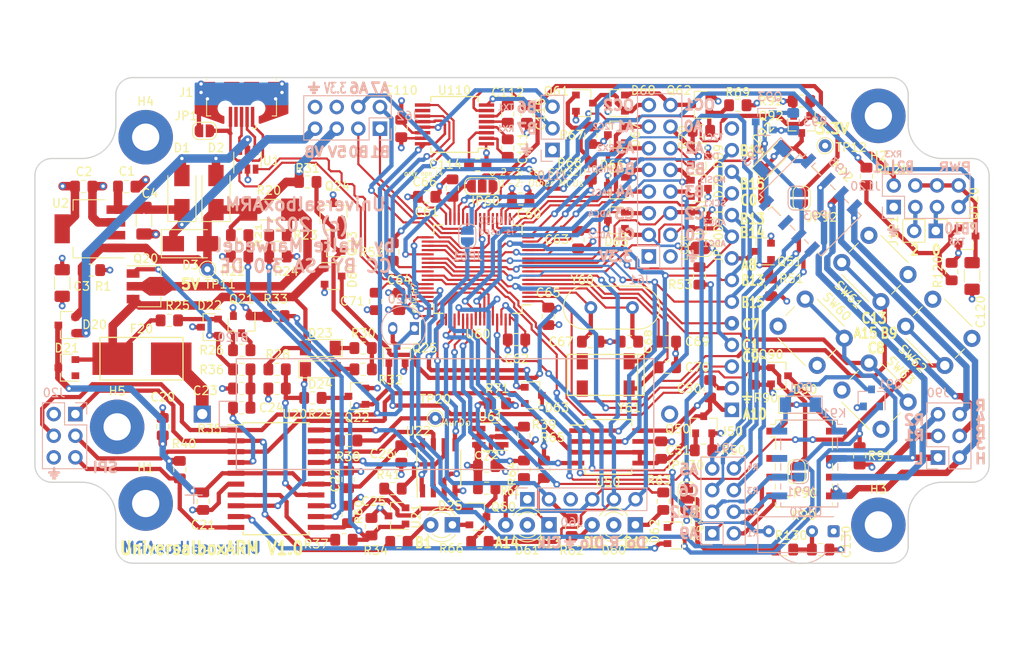
<source format=kicad_pcb>
(kicad_pcb (version 20171130) (host pcbnew 5.1.9+dfsg1-1+deb11u1)
  (title_block (title UniversalboxArm) (date 2022-10-30) (rev 0.11) (company "Malte Marwedel"))
  (layers (0 F.Cu signal) (1 In1.Cu power hide) (2 In2.Cu power hide) (31 B.Cu signal) (34 B.Paste user hide) (35 F.Paste user hide) (36 B.SilkS user) (37 F.SilkS user) (38 B.Mask user hide) (39 F.Mask user hide) (44 Edge.Cuts user))
  (net 0 "")
  (net 1 /AvrDo)
  (net 2 "Net-(BT20-Pad1)")
  (net 3 GND)
  (net 4 /AvrMosi)
  (net 5 "Net-(Q22-Pad3)")
  (net 6 +5V)
  (net 7 "Net-(Q20-Pad2)")
  (net 8 "Net-(R41-Pad1)")
  (net 9 "Net-(R41-Pad2)")
  (net 10 "Net-(Q23-Pad1)")
  (net 11 "Net-(D24-Pad2)")
  (net 12 /AvrMiso)
  (net 13 "Net-(D25-Pad2)")
  (net 14 "Net-(C23-Pad1)")
  (net 15 /OC1B)
  (net 16 "Net-(D22-Pad1)")
  (net 17 "Net-(C25-Pad1)")
  (net 18 "Net-(R37-Pad2)")
  (net 19 /AvrDo33)
  (net 20 "Net-(C24-Pad1)")
  (net 21 "Net-(D23-Pad1)")
  (net 22 "Net-(D22-Pad2)")
  (net 23 "Net-(Q21-Pad3)")
  (net 24 "Net-(R23-Pad1)")
  (net 25 "Net-(R21-Pad1)")
  (net 26 /UsbN)
  (net 27 /UsbP)
  (net 28 "Net-(J1-Pad3)")
  (net 29 "Net-(J1-Pad2)")
  (net 30 "Net-(D1-Pad2)")
  (net 31 "Net-(Q23-Pad2)")
  (net 32 +3V3)
  (net 33 /AvrSck)
  (net 34 "Net-(D24-Pad1)")
  (net 35 /AvrInt0)
  (net 36 /AvrUsck)
  (net 37 /AvrDi)
  (net 38 "Net-(J1-Pad4)")
  (net 39 "Net-(J20-Pad5)")
  (net 40 "Net-(J20-Pad2)")
  (net 41 "Net-(Q25-Pad3)")
  (net 42 "Net-(J50-Pad8)")
  (net 43 "Net-(J50-Pad4)")
  (net 44 "Net-(D21-Pad1)")
  (net 45 "Net-(D60-Pad3)")
  (net 46 "Net-(D60-Pad1)")
  (net 47 "Net-(D61-Pad1)")
  (net 48 "Net-(D61-Pad3)")
  (net 49 "Net-(K90-Pad2)")
  (net 50 "Net-(K92-Pad2)")
  (net 51 "Net-(D91-Pad2)")
  (net 52 "Net-(J90-Pad1)")
  (net 53 "Net-(J90-Pad5)")
  (net 54 "Net-(J90-Pad2)")
  (net 55 "Net-(D93-Pad2)")
  (net 56 "Net-(J90-Pad6)")
  (net 57 "Net-(J90-Pad4)")
  (net 58 "Net-(D92-Pad2)")
  (net 59 "Net-(D90-Pad2)")
  (net 60 "Net-(J90-Pad3)")
  (net 61 /Motor2R)
  (net 62 /Motor2F)
  (net 63 /Motor1F)
  (net 64 /Motor1R)
  (net 65 /Relais4)
  (net 66 /Relais3)
  (net 67 /Relais2)
  (net 68 /Relais1)
  (net 69 "Net-(D62-Pad3)")
  (net 70 "Net-(D63-Pad3)")
  (net 71 "Net-(U110-Pad10)")
  (net 72 /SpiAvrDi)
  (net 73 /SpiAvrSck)
  (net 74 /ShieldGND)
  (net 75 /Vbattery)
  (net 76 "Net-(J91-Pad2)")
  (net 77 "Net-(J91-Pad1)")
  (net 78 "Net-(J91-Pad4)")
  (net 79 "Net-(J91-Pad3)")
  (net 80 "Net-(C65-Pad1)")
  (net 81 "Net-(C66-Pad1)")
  (net 82 "Net-(C67-Pad1)")
  (net 83 "Net-(C68-Pad1)")
  (net 84 "Net-(C69-Pad1)")
  (net 85 "Net-(C70-Pad1)")
  (net 86 "Net-(C111-Pad1)")
  (net 87 "Net-(C114-Pad2)")
  (net 88 "Net-(C111-Pad2)")
  (net 89 "Net-(C112-Pad1)")
  (net 90 "Net-(C112-Pad2)")
  (net 91 "Net-(C115-Pad2)")
  (net 92 "Net-(J110-Pad2)")
  (net 93 "Net-(J110-Pad3)")
  (net 94 /SwDio)
  (net 95 /SwClk)
  (net 96 "Net-(J60-Pad5)")
  (net 97 /Spi2Sck)
  (net 98 /Spi2Miso)
  (net 99 /Spi2Mosi)
  (net 100 /SwDo_Spi1Sck)
  (net 101 /Spi1Miso)
  (net 102 "Net-(J60-Pad1)")
  (net 103 /Rs232Rx)
  (net 104 /Rs232Tx)
  (net 105 /ADC1)
  (net 106 /ADC2)
  (net 107 /ADC3)
  (net 108 /ADC4)
  (net 109 /Tim2Ch1)
  (net 110 /Tim2Ch2)
  (net 111 /DAC1)
  (net 112 /EspRx)
  (net 113 /EspTx)
  (net 114 /EspGpio2)
  (net 115 /EspChPd)
  (net 116 /EspGpio0)
  (net 117 /Spi1Mosi)
  (net 118 "Net-(Q120-Pad1)")
  (net 119 /EspPowerEnable)
  (net 120 "Net-(Q60-Pad3)")
  (net 121 "Net-(Q51-Pad1)")
  (net 122 /Tim1Ch1)
  (net 123 "Net-(Q62-Pad1)")
  (net 124 "Net-(Q61-Pad1)")
  (net 125 "Net-(U61-Pad4)")
  (net 126 "Net-(J50-Pad14)")
  (net 127 "Net-(JP130-Pad2)")
  (net 128 "Net-(C130-Pad1)")
  (net 129 "Net-(R71-Pad2)")
  (net 130 "Net-(R71-Pad1)")
  (net 131 "Net-(R53-Pad2)")
  (net 132 /Usart3RxOrIr)
  (net 133 "Net-(J91-Pad5)")
  (net 134 "Net-(J91-Pad6)")
  (net 135 "Net-(J91-Pad8)")
  (net 136 "Net-(J91-Pad7)")
  (net 137 "Net-(K91-Pad7)")
  (net 138 "Net-(K93-Pad7)")
  (net 139 "Net-(D68-Pad2)")
  (net 140 "Net-(D68-Pad1)")
  (net 141 /LcdCs)
  (net 142 /LcdA0)
  (net 143 /UsartExtRx)
  (net 144 /UsartExtTx)
  (net 145 /VccAVR)
  (net 146 /PerEnablePower)
  (net 147 /VccBase)
  (net 148 /DisablePower)
  (net 149 /IrRec)
  (net 150 /FlashCS)
  (net 151 /KeyLeft)
  (net 152 /KeyRight)
  (net 153 /KeyUp)
  (net 154 /KeyDown)
  (net 155 /AvrOutResetArm)
  (net 156 /Led1green)
  (net 157 /Led1Red)
  (module MalteM:Crystal_MP03 (layer F.Cu) (at 173.75 90.5 180)
    (fp_text reference Y61 (at 0 -2.25) (layer F.SilkS))
    (fp_text value 8MHz)
    (pad "" smd rect (at 5.5 3.2 180) (size 1.3 1.9) (layers F.Cu F.Paste F.Mask))
    (pad "" smd rect (at 5.5 0 180) (size 1.3 1.9) (layers F.Cu F.Paste F.Mask))
    (pad 2 smd rect (at 0 3.2 180) (size 1.3 1.9) (layers F.Cu F.Paste F.Mask) (net 84 "Net-(C69-Pad1)"))
    (pad 1 smd rect (at 0 0 180) (size 1.3 1.9) (layers F.Cu F.Paste F.Mask) (net 85 "Net-(C70-Pad1)"))
  )
  (module Capacitor_SMD:C_1206_3216Metric_Pad1.33x1.80mm_HandSolder (layer F.Cu) (at 214 77.2875 270)
    (fp_text reference C120 (at 4.2125 -1 90) (layer F.SilkS))
    (fp_text value 100µF)
    (pad 2 smd roundrect (at 1.5625 0 270) (size 1.325 1.8) (layers F.Cu F.Paste F.Mask) (roundrect_rratio 0.188679) (net 3 GND))
    (pad 1 smd roundrect (at -1.5625 0 270) (size 1.325 1.8) (layers F.Cu F.Paste F.Mask) (roundrect_rratio 0.188679) (net 115 /EspChPd))
  )
  (module Capacitor_SMD:C_1206_3216Metric_Pad1.33x1.80mm_HandSolder (layer F.Cu) (at 107.2 78.1125 90)
    (fp_text reference C3 (at -0.3875 2.3 180) (layer F.SilkS))
    (fp_text value 100µF)
    (pad 2 smd roundrect (at 1.5625 0 90) (size 1.325 1.8) (layers F.Cu F.Paste F.Mask) (roundrect_rratio 0.188679) (net 3 GND))
    (pad 1 smd roundrect (at -1.5625 0 90) (size 1.325 1.8) (layers F.Cu F.Paste F.Mask) (roundrect_rratio 0.188679) (net 32 +3V3))
  )
  (module MalteM:LQFP-64_10x10mm_P0.5mm_Handsoldering (layer F.Cu) (at 156 76.5 180)
    (fp_text reference U60 (at 0 -7.6) (layer F.SilkS))
    (fp_text value STM32L452RETx)
    (pad 64 smd rect (at -3.75 -5.9 270) (size 1.4 0.25) (layers F.Cu F.Paste F.Mask) (net 32 +3V3))
    (pad 63 smd rect (at -3.25 -5.9 270) (size 1.4 0.25) (layers F.Cu F.Paste F.Mask) (net 3 GND))
    (pad 62 smd rect (at -2.75 -5.9 270) (size 1.4 0.25) (layers F.Cu F.Paste F.Mask) (net 152 /KeyRight))
    (pad 61 smd rect (at -2.25 -5.9 270) (size 1.4 0.25) (layers F.Cu F.Paste F.Mask) (net 157 /Led1Red))
    (pad 60 smd rect (at -1.75 -5.9 270) (size 1.4 0.25) (layers F.Cu F.Paste F.Mask) (net 130 "Net-(R71-Pad1)"))
    (pad 59 smd rect (at -1.25 -5.9 270) (size 1.4 0.25) (layers F.Cu F.Paste F.Mask) (net 103 /Rs232Rx))
    (pad 58 smd rect (at -0.75 -5.9 270) (size 1.4 0.25) (layers F.Cu F.Paste F.Mask) (net 104 /Rs232Tx))
    (pad 57 smd rect (at -0.25 -5.9 270) (size 1.4 0.25) (layers F.Cu F.Paste F.Mask) (net 117 /Spi1Mosi))
    (pad 56 smd rect (at 0.25 -5.9 270) (size 1.4 0.25) (layers F.Cu F.Paste F.Mask) (net 101 /Spi1Miso))
    (pad 55 smd rect (at 0.75 -5.9 270) (size 1.4 0.25) (layers F.Cu F.Paste F.Mask) (net 100 /SwDo_Spi1Sck))
    (pad 54 smd rect (at 1.25 -5.9 270) (size 1.4 0.25) (layers F.Cu F.Paste F.Mask) (net 156 /Led1green))
    (pad 53 smd rect (at 1.75 -5.9 270) (size 1.4 0.25) (layers F.Cu F.Paste F.Mask) (net 72 /SpiAvrDi))
    (pad 52 smd rect (at 2.25 -5.9 270) (size 1.4 0.25) (layers F.Cu F.Paste F.Mask) (net 130 "Net-(R71-Pad1)"))
    (pad 51 smd rect (at 2.75 -5.9 270) (size 1.4 0.25) (layers F.Cu F.Paste F.Mask) (net 73 /SpiAvrSck))
    (pad 50 smd rect (at 3.25 -5.9 270) (size 1.4 0.25) (layers F.Cu F.Paste F.Mask) (net 151 /KeyLeft))
    (pad 49 smd rect (at 3.75 -5.9 270) (size 1.4 0.25) (layers F.Cu F.Paste F.Mask) (net 95 /SwClk))
    (pad 48 smd rect (at 5.9 -3.75 180) (size 1.4 0.25) (layers F.Cu F.Paste F.Mask) (net 32 +3V3))
    (pad 47 smd rect (at 5.9 -3.25 180) (size 1.4 0.25) (layers F.Cu F.Paste F.Mask) (net 3 GND))
    (pad 46 smd rect (at 5.9 -2.75 180) (size 1.4 0.25) (layers F.Cu F.Paste F.Mask) (net 94 /SwDio))
    (pad 45 smd rect (at 5.9 -2.25 180) (size 1.4 0.25) (layers F.Cu F.Paste F.Mask) (net 27 /UsbP))
    (pad 44 smd rect (at 5.9 -1.75 180) (size 1.4 0.25) (layers F.Cu F.Paste F.Mask) (net 26 /UsbN))
    (pad 43 smd rect (at 5.9 -1.25 180) (size 1.4 0.25) (layers F.Cu F.Paste F.Mask) (net 148 /DisablePower))
    (pad 42 smd rect (at 5.9 -0.75 180) (size 1.4 0.25) (layers F.Cu F.Paste F.Mask) (net 68 /Relais1))
    (pad 41 smd rect (at 5.9 -0.25 180) (size 1.4 0.25) (layers F.Cu F.Paste F.Mask) (net 122 /Tim1Ch1))
    (pad 40 smd rect (at 5.9 0.25 180) (size 1.4 0.25) (layers F.Cu F.Paste F.Mask) (net 141 /LcdCs))
    (pad 39 smd rect (at 5.9 0.75 180) (size 1.4 0.25) (layers F.Cu F.Paste F.Mask) (net 154 /KeyDown))
    (pad 38 smd rect (at 5.9 1.25 180) (size 1.4 0.25) (layers F.Cu F.Paste F.Mask) (net 142 /LcdA0))
    (pad 37 smd rect (at 5.9 1.75 180) (size 1.4 0.25) (layers F.Cu F.Paste F.Mask) (net 66 /Relais3))
    (pad 36 smd rect (at 5.9 2.25 180) (size 1.4 0.25) (layers F.Cu F.Paste F.Mask) (net 99 /Spi2Mosi))
    (pad 35 smd rect (at 5.9 2.75 180) (size 1.4 0.25) (layers F.Cu F.Paste F.Mask) (net 98 /Spi2Miso))
    (pad 34 smd rect (at 5.9 3.25 180) (size 1.4 0.25) (layers F.Cu F.Paste F.Mask) (net 97 /Spi2Sck))
    (pad 33 smd rect (at 5.9 3.75 180) (size 1.4 0.25) (layers F.Cu F.Paste F.Mask) (net 67 /Relais2))
    (pad 32 smd rect (at 3.75 5.9 270) (size 1.4 0.25) (layers F.Cu F.Paste F.Mask) (net 32 +3V3))
    (pad 31 smd rect (at 3.25 5.9 270) (size 1.4 0.25) (layers F.Cu F.Paste F.Mask) (net 3 GND))
    (pad 30 smd rect (at 2.75 5.9 270) (size 1.4 0.25) (layers F.Cu F.Paste F.Mask) (net 81 "Net-(C66-Pad1)"))
    (pad 29 smd rect (at 2.25 5.9 270) (size 1.4 0.25) (layers F.Cu F.Paste F.Mask) (net 112 /EspRx))
    (pad 28 smd rect (at 1.75 5.9 270) (size 1.4 0.25) (layers F.Cu F.Paste F.Mask) (net 132 /Usart3RxOrIr))
    (pad 27 smd rect (at 1.25 5.9 270) (size 1.4 0.25) (layers F.Cu F.Paste F.Mask) (net 63 /Motor1F))
    (pad 26 smd rect (at 0.75 5.9 270) (size 1.4 0.25) (layers F.Cu F.Paste F.Mask) (net 64 /Motor1R))
    (pad 25 smd rect (at 0.25 5.9 270) (size 1.4 0.25) (layers F.Cu F.Paste F.Mask) (net 119 /EspPowerEnable))
    (pad 24 smd rect (at -0.25 5.9 270) (size 1.4 0.25) (layers F.Cu F.Paste F.Mask) (net 150 /FlashCS))
    (pad 23 smd rect (at -0.75 5.9 270) (size 1.4 0.25) (layers F.Cu F.Paste F.Mask) (net 62 /Motor2F))
    (pad 22 smd rect (at -1.25 5.9 270) (size 1.4 0.25) (layers F.Cu F.Paste F.Mask) (net 61 /Motor2R))
    (pad 21 smd rect (at -1.75 5.9 270) (size 1.4 0.25) (layers F.Cu F.Paste F.Mask) (net 65 /Relais4))
    (pad 20 smd rect (at -2.25 5.9 270) (size 1.4 0.25) (layers F.Cu F.Paste F.Mask) (net 111 /DAC1))
    (pad 19 smd rect (at -2.75 5.9 270) (size 1.4 0.25) (layers F.Cu F.Paste F.Mask) (net 32 +3V3))
    (pad 18 smd rect (at -3.25 5.9 270) (size 1.4 0.25) (layers F.Cu F.Paste F.Mask) (net 3 GND))
    (pad 17 smd rect (at -3.75 5.9 270) (size 1.4 0.25) (layers F.Cu F.Paste F.Mask) (net 143 /UsartExtRx))
    (pad 16 smd rect (at -5.9 3.75 180) (size 1.4 0.25) (layers F.Cu F.Paste F.Mask) (net 144 /UsartExtTx))
    (pad 15 smd rect (at -5.9 3.25 180) (size 1.4 0.25) (layers F.Cu F.Paste F.Mask) (net 110 /Tim2Ch2))
    (pad 14 smd rect (at -5.9 2.75 180) (size 1.4 0.25) (layers F.Cu F.Paste F.Mask) (net 109 /Tim2Ch1))
    (pad 13 smd rect (at -5.9 2.25 180) (size 1.4 0.25) (layers F.Cu F.Paste F.Mask) (net 32 +3V3))
    (pad 12 smd rect (at -5.9 1.75 180) (size 1.4 0.25) (layers F.Cu F.Paste F.Mask) (net 3 GND))
    (pad 11 smd rect (at -5.9 1.25 180) (size 1.4 0.25) (layers F.Cu F.Paste F.Mask) (net 108 /ADC4))
    (pad 10 smd rect (at -5.9 0.75 180) (size 1.4 0.25) (layers F.Cu F.Paste F.Mask) (net 107 /ADC3))
    (pad 9 smd rect (at -5.9 0.25 180) (size 1.4 0.25) (layers F.Cu F.Paste F.Mask) (net 106 /ADC2))
    (pad 8 smd rect (at -5.9 -0.25 180) (size 1.4 0.25) (layers F.Cu F.Paste F.Mask) (net 105 /ADC1))
    (pad 7 smd rect (at -5.9 -0.75 180) (size 1.4 0.25) (layers F.Cu F.Paste F.Mask) (net 96 "Net-(J60-Pad5)"))
    (pad 6 smd rect (at -5.9 -1.25 180) (size 1.4 0.25) (layers F.Cu F.Paste F.Mask) (net 85 "Net-(C70-Pad1)"))
    (pad 5 smd rect (at -5.9 -1.75 180) (size 1.4 0.25) (layers F.Cu F.Paste F.Mask) (net 84 "Net-(C69-Pad1)"))
    (pad 4 smd rect (at -5.9 -2.25 180) (size 1.4 0.25) (layers F.Cu F.Paste F.Mask) (net 83 "Net-(C68-Pad1)"))
    (pad 3 smd rect (at -5.9 -2.75 180) (size 1.4 0.25) (layers F.Cu F.Paste F.Mask) (net 82 "Net-(C67-Pad1)"))
    (pad 2 smd rect (at -5.9 -3.25 180) (size 1.4 0.25) (layers F.Cu F.Paste F.Mask) (net 153 /KeyUp))
    (pad 1 smd rect (at -5.9 -3.75 180) (size 1.4 0.25) (layers F.Cu F.Paste F.Mask) (net 80 "Net-(C65-Pad1)"))
  )
  (module MalteM:SSOP-16_5.3x6.2mm_P0.65mm_Handsolder (layer F.Cu) (at 153.25 59.5 180)
    (fp_text reference U110 (at 0 4) (layer F.SilkS))
    (fp_text value MAX3221)
    (pad 16 smd rect (at 3.75 -2.275 180) (size 1.8 0.4) (layers F.Cu F.Paste F.Mask) (net 146 /PerEnablePower))
    (pad 15 smd rect (at 3.75 -1.625 180) (size 1.8 0.4) (layers F.Cu F.Paste F.Mask) (net 32 +3V3))
    (pad 14 smd rect (at 3.75 -0.975 180) (size 1.8 0.4) (layers F.Cu F.Paste F.Mask) (net 3 GND))
    (pad 13 smd rect (at 3.75 -0.325 180) (size 1.8 0.4) (layers F.Cu F.Paste F.Mask) (net 93 "Net-(J110-Pad3)"))
    (pad 12 smd rect (at 3.75 0.325 180) (size 1.8 0.4) (layers F.Cu F.Paste F.Mask) (net 146 /PerEnablePower))
    (pad 11 smd rect (at 3.75 0.975 180) (size 1.8 0.4) (layers F.Cu F.Paste F.Mask) (net 104 /Rs232Tx))
    (pad 10 smd rect (at 3.75 1.625 180) (size 1.8 0.4) (layers F.Cu F.Paste F.Mask) (net 71 "Net-(U110-Pad10)"))
    (pad 9 smd rect (at 3.75 2.275 180) (size 1.8 0.4) (layers F.Cu F.Paste F.Mask) (net 103 /Rs232Rx))
    (pad 8 smd rect (at -3.75 2.275 180) (size 1.8 0.4) (layers F.Cu F.Paste F.Mask) (net 92 "Net-(J110-Pad2)"))
    (pad 7 smd rect (at -3.75 1.625 180) (size 1.8 0.4) (layers F.Cu F.Paste F.Mask) (net 91 "Net-(C115-Pad2)"))
    (pad 6 smd rect (at -3.75 0.975 180) (size 1.8 0.4) (layers F.Cu F.Paste F.Mask) (net 90 "Net-(C112-Pad2)"))
    (pad 5 smd rect (at -3.75 0.325 180) (size 1.8 0.4) (layers F.Cu F.Paste F.Mask) (net 89 "Net-(C112-Pad1)"))
    (pad 4 smd rect (at -3.75 -0.325 180) (size 1.8 0.4) (layers F.Cu F.Paste F.Mask) (net 88 "Net-(C111-Pad2)"))
    (pad 3 smd rect (at -3.75 -0.975 180) (size 1.8 0.4) (layers F.Cu F.Paste F.Mask) (net 87 "Net-(C114-Pad2)"))
    (pad 2 smd rect (at -3.75 -1.625 180) (size 1.8 0.4) (layers F.Cu F.Paste F.Mask) (net 86 "Net-(C111-Pad1)"))
    (pad 1 smd rect (at -3.75 -2.275 180) (size 1.8 0.4) (layers F.Cu F.Paste F.Mask) (net 3 GND))
  )
  (module MountingHole:MountingHole_3.2mm_M3_Pad (layer F.Cu) (at 113.65 95)
    (fp_text reference H5 (at 0 -4.2) (layer F.SilkS))
    (fp_text value MountingHole_Pad)
    (pad 1 thru_hole circle (at 0 0) (size 6.4 6.4) (drill 3.2) (layers *.Cu *.Mask) (net 3 GND))
  )
  (module MalteM:LCD_320x240_2.4 (layer F.Cu) (at 185.8 93)
    (fp_text reference J50 (at 0 2.54) (layer F.SilkS))
    (fp_text value Conn_01x14_Female)
    (pad 14 thru_hole circle (at 0 -33.02) (size 1.7 1.7) (drill 1) (layers *.Cu *.Mask) (net 126 "Net-(J50-Pad14)"))
    (pad 13 thru_hole circle (at 0 -30.48) (size 1.7 1.7) (drill 1) (layers *.Cu *.Mask) (net 98 /Spi2Miso))
    (pad 12 thru_hole circle (at 0 -27.94) (size 1.7 1.7) (drill 1) (layers *.Cu *.Mask) (net 99 /Spi2Mosi))
    (pad 11 thru_hole circle (at 0 -25.4) (size 1.7 1.7) (drill 1) (layers *.Cu *.Mask) (net 105 /ADC1))
    (pad 10 thru_hole circle (at 0 -22.86) (size 1.7 1.7) (drill 1) (layers *.Cu *.Mask) (net 97 /Spi2Sck))
    (pad 9 thru_hole circle (at 0 -20.32) (size 1.7 1.7) (drill 1) (layers *.Cu *.Mask) (net 98 /Spi2Miso))
    (pad 1 thru_hole rect (at 0 0) (size 1.7 1.7) (drill 1) (layers *.Cu *.Mask) (net 146 /PerEnablePower))
    (pad 2 thru_hole circle (at 0 -2.54) (size 1.7 1.7) (drill 1) (layers *.Cu *.Mask) (net 3 GND))
    (pad 3 thru_hole circle (at 0 -5.08) (size 1.7 1.7) (drill 1) (layers *.Cu *.Mask) (net 141 /LcdCs))
    (pad 4 thru_hole circle (at 0 -7.62) (size 1.7 1.7) (drill 1) (layers *.Cu *.Mask) (net 43 "Net-(J50-Pad4)"))
    (pad 5 thru_hole circle (at 0 -10.16) (size 1.7 1.7) (drill 0.8) (layers *.Cu *.Mask) (net 142 /LcdA0))
    (pad 6 thru_hole circle (at 0 -12.7) (size 1.7 1.7) (drill 1) (layers *.Cu *.Mask) (net 99 /Spi2Mosi))
    (pad 7 thru_hole circle (at 0 -15.24) (size 1.7 1.7) (drill 1) (layers *.Cu *.Mask) (net 97 /Spi2Sck))
    (pad 8 thru_hole circle (at 0 -17.78) (size 1.7 1.7) (drill 1) (layers *.Cu *.Mask) (net 42 "Net-(J50-Pad8)"))
  )
  (module Diode_SMD:D_SMA (layer F.Cu) (at 122.25 73.5)
    (fp_text reference D3 (at 0 2.5) (layer F.SilkS))
    (fp_text value SK14)
    (pad 2 smd rect (at 2 0) (size 2.5 1.8) (layers F.Cu F.Paste F.Mask) (net 6 +5V))
    (pad 1 smd rect (at -2 0) (size 2.5 1.8) (layers F.Cu F.Paste F.Mask) (net 147 /VccBase))
  )
  (module Capacitor_SMD:C_1206_3216Metric_Pad1.33x1.80mm_HandSolder (layer F.Cu) (at 116.8 70.8 270)
    (fp_text reference C4 (at -3.2 -0.7 180) (layer F.SilkS))
    (fp_text value 100µF)
    (pad 2 smd roundrect (at 1.5625 0 270) (size 1.325 1.8) (layers F.Cu F.Paste F.Mask) (roundrect_rratio 0.1886784905660377) (net 3 GND))
    (pad 1 smd roundrect (at -1.5625 0 270) (size 1.325 1.8) (layers F.Cu F.Paste F.Mask) (roundrect_rratio 0.1886784905660377) (net 147 /VccBase))
  )
  (module Jumper:SolderJumper-2_P1.3mm_Open_RoundedPad1.0x1.5mm (layer B.Cu) (at 154.75 72.6 270)
    (fp_text reference JP61 (at 2.35 0 180) (layer B.SilkS) (effects (justify mirror)))
    (fp_text value SolderJumper_2_Open)
    (pad 2 smd custom (at 0.65 0 270) (size 1 0.5) (layers B.Cu B.Mask) (net 149 /IrRec) (options (clearance outline) (anchor rect)) (primitives (gr_circle (center 0 -0.25) (end 0.5 -0.25) (width 0)) (gr_circle (center 0 0.25) (end 0.5 0.25) (width 0)) (gr_poly (pts (xy 0 0.75) (xy -0.5 0.75) (xy -0.5 -0.75) (xy 0 -0.75)) (width 0))))
    (pad 1 smd custom (at -0.65 0 270) (size 1 0.5) (layers B.Cu B.Mask) (net 132 /Usart3RxOrIr) (options (clearance outline) (anchor rect)) (primitives (gr_circle (center 0 -0.25) (end 0.5 -0.25) (width 0)) (gr_circle (center 0 0.25) (end 0.5 0.25) (width 0)) (gr_poly (pts (xy 0 0.75) (xy 0.5 0.75) (xy 0.5 -0.75) (xy 0 -0.75)) (width 0))))
  )
  (module Capacitor_SMD:C_0805_2012Metric_Pad1.15x1.40mm_HandSolder (layer F.Cu) (at 183.25 90.525 90)
    (fp_text reference C50 (at 0.025 -2.45 180) (layer F.SilkS))
    (fp_text value 100nF)
    (pad 2 smd roundrect (at 1.025 0 90) (size 1.15 1.4) (layers F.Cu F.Paste F.Mask) (roundrect_rratio 0.2173904347826087) (net 3 GND))
    (pad 1 smd roundrect (at -1.025 0 90) (size 1.15 1.4) (layers F.Cu F.Paste F.Mask) (roundrect_rratio 0.2173904347826087) (net 146 /PerEnablePower))
  )
  (module Capacitor_SMD:C_0805_2012Metric_Pad1.15x1.40mm_HandSolder (layer F.Cu) (at 178.225 85)
    (fp_text reference C69 (at 3.525 0 -180) (layer F.SilkS))
    (fp_text value 22pF)
    (pad 2 smd roundrect (at 1.025 0) (size 1.15 1.4) (layers F.Cu F.Paste F.Mask) (roundrect_rratio 0.2173904347826087) (net 3 GND))
    (pad 1 smd roundrect (at -1.025 0) (size 1.15 1.4) (layers F.Cu F.Paste F.Mask) (roundrect_rratio 0.2173904347826087) (net 84 "Net-(C69-Pad1)"))
  )
  (module Connector_PinHeader_2.54mm:PinHeader_2x08_P2.54mm_Vertical (layer B.Cu) (at 176.06 75)
    (fp_text reference J61 (at -1.06 2.75) (layer B.SilkS) (effects (justify mirror)))
    (fp_text value Conn_02x08_Odd_Even)
    (pad 1 thru_hole rect (at 0 0) (size 1.7 1.7) (drill 1) (layers *.Cu *.Mask) (net 32 +3V3))
    (pad 2 thru_hole oval (at 2.54 0) (size 1.7 1.7) (drill 1) (layers *.Cu *.Mask) (net 3 GND))
    (pad 3 thru_hole oval (at 0 -2.54) (size 1.7 1.7) (drill 1) (layers *.Cu *.Mask) (net 106 /ADC2))
    (pad 4 thru_hole oval (at 2.54 -2.54) (size 1.7 1.7) (drill 1) (layers *.Cu *.Mask) (net 105 /ADC1))
    (pad 5 thru_hole oval (at 0 -5.08) (size 1.7 1.7) (drill 1) (layers *.Cu *.Mask) (net 108 /ADC4))
    (pad 6 thru_hole oval (at 2.54 -5.08) (size 1.7 1.7) (drill 1) (layers *.Cu *.Mask) (net 107 /ADC3))
    (pad 7 thru_hole oval (at 0 -7.62) (size 1.7 1.7) (drill 1) (layers *.Cu *.Mask) (net 111 /DAC1))
    (pad 8 thru_hole oval (at 2.54 -7.62) (size 1.7 1.7) (drill 1) (layers *.Cu *.Mask) (net 100 /SwDo_Spi1Sck))
    (pad 9 thru_hole oval (at 0 -10.16) (size 1.7 1.7) (drill 1) (layers *.Cu *.Mask) (net 101 /Spi1Miso))
    (pad 10 thru_hole oval (at 2.54 -10.16) (size 1.7 1.7) (drill 1) (layers *.Cu *.Mask) (net 117 /Spi1Mosi))
    (pad 11 thru_hole oval (at 0 -12.7) (size 1.7 1.7) (drill 1) (layers *.Cu *.Mask) (net 143 /UsartExtRx))
    (pad 12 thru_hole oval (at 2.54 -12.7) (size 1.7 1.7) (drill 1) (layers *.Cu *.Mask) (net 144 /UsartExtTx))
    (pad 13 thru_hole oval (at 0 -15.24) (size 1.7 1.7) (drill 1) (layers *.Cu *.Mask) (net 110 /Tim2Ch2))
    (pad 14 thru_hole oval (at 2.54 -15.24) (size 1.7 1.7) (drill 1) (layers *.Cu *.Mask) (net 109 /Tim2Ch1))
    (pad 15 thru_hole oval (at 0 -17.78) (size 1.7 1.7) (drill 1) (layers *.Cu *.Mask) (net 140 "Net-(D68-Pad1)"))
    (pad 16 thru_hole oval (at 2.54 -17.78) (size 1.7 1.7) (drill 1) (layers *.Cu *.Mask) (net 139 "Net-(D68-Pad2)"))
  )
  (module Connector_PinHeader_2.54mm:PinHeader_2x04_P2.54mm_Vertical (layer B.Cu) (at 144.5 60 90)
    (fp_text reference J62 (at 1.5 3.25) (layer B.SilkS) (effects (justify mirror)))
    (fp_text value Conn_02x04_Odd_Even)
    (pad 8 thru_hole oval (at 2.54 -7.62 90) (size 1.7 1.7) (drill 1) (layers *.Cu *.Mask) (net 3 GND))
    (pad 7 thru_hole oval (at 0 -7.62 90) (size 1.7 1.7) (drill 1) (layers *.Cu *.Mask) (net 147 /VccBase))
    (pad 6 thru_hole oval (at 2.54 -5.08 90) (size 1.7 1.7) (drill 1) (layers *.Cu *.Mask) (net 32 +3V3))
    (pad 5 thru_hole oval (at 0 -5.08 90) (size 1.7 1.7) (drill 1) (layers *.Cu *.Mask) (net 6 +5V))
    (pad 4 thru_hole oval (at 2.54 -2.54 90) (size 1.7 1.7) (drill 1) (layers *.Cu *.Mask) (net 61 /Motor2R))
    (pad 3 thru_hole oval (at 0 -2.54 90) (size 1.7 1.7) (drill 1) (layers *.Cu *.Mask) (net 64 /Motor1R))
    (pad 2 thru_hole oval (at 2.54 0 90) (size 1.7 1.7) (drill 1) (layers *.Cu *.Mask) (net 62 /Motor2F))
    (pad 1 thru_hole rect (at 0 0 90) (size 1.7 1.7) (drill 1) (layers *.Cu *.Mask) (net 63 /Motor1F))
  )
  (module Jumper:SolderJumper-3_P1.3mm_Open_RoundedPad1.0x1.5mm (layer F.Cu) (at 156.5 66.75 180)
    (fp_text reference JP60 (at -0.25 -1.75 180) (layer F.SilkS))
    (fp_text value SolderJumper_3_Open)
    (pad 1 smd custom (at -1.3 0 180) (size 1 0.5) (layers F.Cu F.Mask) (net 132 /Usart3RxOrIr) (options (clearance outline) (anchor rect)) (primitives (gr_circle (center 0 0.25) (end 0.5 0.25) (width 0)) (gr_circle (center 0 -0.25) (end 0.5 -0.25) (width 0)) (gr_poly (pts (xy 0.55 -0.75) (xy 0 -0.75) (xy 0 0.75) (xy 0.55 0.75)) (width 0))))
    (pad 3 smd custom (at 1.3 0 180) (size 1 0.5) (layers F.Cu F.Mask) (net 81 "Net-(C66-Pad1)") (options (clearance outline) (anchor rect)) (primitives (gr_circle (center 0 0.25) (end 0.5 0.25) (width 0)) (gr_circle (center 0 -0.25) (end 0.5 -0.25) (width 0)) (gr_poly (pts (xy -0.55 -0.75) (xy 0 -0.75) (xy 0 0.75) (xy -0.55 0.75)) (width 0))))
    (pad 2 smd rect (at 0 0 180) (size 1 1.5) (layers F.Cu F.Mask) (net 113 /EspTx))
  )
  (module Resistor_SMD:R_0805_2012Metric_Pad1.15x1.40mm_HandSolder (layer F.Cu) (at 177.75 103.725 90)
    (fp_text reference R63 (at 2.475 -0.5 180) (layer F.SilkS))
    (fp_text value 330Ω)
    (pad 1 smd roundrect (at -1.025 0 90) (size 1.15 1.4) (layers F.Cu F.Paste F.Mask) (roundrect_rratio 0.2173904347826087) (net 46 "Net-(D60-Pad1)"))
    (pad 2 smd roundrect (at 1.025 0 90) (size 1.15 1.4) (layers F.Cu F.Paste F.Mask) (roundrect_rratio 0.2173904347826087) (net 94 /SwDio))
  )
  (module Resistor_SMD:R_0805_2012Metric_Pad1.15x1.40mm_HandSolder (layer F.Cu) (at 146.025 102.25)
    (fp_text reference R41 (at -0.525 -1.65 180) (layer F.SilkS))
    (fp_text value 1kΩ)
    (pad 2 smd roundrect (at 1.025 0) (size 1.15 1.4) (layers F.Cu F.Paste F.Mask) (roundrect_rratio 0.2173904347826087) (net 9 "Net-(R41-Pad2)"))
    (pad 1 smd roundrect (at -1.025 0) (size 1.15 1.4) (layers F.Cu F.Paste F.Mask) (roundrect_rratio 0.2173904347826087) (net 8 "Net-(R41-Pad1)"))
  )
  (module Package_TO_SOT_SMD:SOT-223-5 (layer F.Cu) (at 110.45 71.75 180)
    (fp_text reference U2 (at 3.45 3 180) (layer F.SilkS))
    (fp_text value LP38693MP-3.3)
    (pad 1 smd rect (at -3.05 -2.25 180) (size 2.2 1) (layers F.Cu F.Paste F.Mask) (net 6 +5V))
    (pad 3 smd rect (at -3.05 0.75 180) (size 2.2 1) (layers F.Cu F.Paste F.Mask) (net 32 +3V3))
    (pad 5 smd rect (at 3.25 0 180) (size 1.8 3.4) (layers F.Cu F.Paste F.Mask) (net 3 GND))
    (pad 2 smd rect (at -3.05 -0.75 180) (size 2.2 1) (layers F.Cu F.Paste F.Mask))
    (pad 4 smd rect (at -3.05 2.25 180) (size 2.2 1) (layers F.Cu F.Paste F.Mask) (net 147 /VccBase))
  )
  (module MountingHole:MountingHole_3.2mm_M3_Pad (layer F.Cu) (at 117 61)
    (fp_text reference H4 (at 0 -4.2) (layer F.SilkS))
    (fp_text value MountingHole_Pad)
    (pad 1 thru_hole circle (at 0 0) (size 6.4 6.4) (drill 3.2) (layers *.Cu *.Mask) (net 3 GND))
  )
  (module TestPoint:TestPoint_THTPad_D1.5mm_Drill0.7mm (layer F.Cu) (at 196.75 62)
    (fp_text reference TP12 (at 3.05 0.2) (layer F.SilkS))
    (fp_text value TestPoint)
    (pad 1 thru_hole circle (at 0 0) (size 1.5 1.5) (drill 0.7) (layers *.Cu *.Mask) (net 32 +3V3))
  )
  (module TestPoint:TestPoint_THTPad_D1.5mm_Drill0.7mm (layer F.Cu) (at 124.25 76.5)
    (fp_text reference TP11 (at 1.5 1.75) (layer F.SilkS))
    (fp_text value TestPoint)
    (pad 1 thru_hole circle (at 0 0) (size 1.5 1.5) (drill 0.7) (layers *.Cu *.Mask) (net 6 +5V))
  )
  (module MalteM:Keystone_Holder_1xAA_1015 (layer B.Cu) (at 123.64 93.5 270)
    (fp_text reference BT20 (at -9 -3.61) (layer B.SilkS) (effects (justify mirror)))
    (fp_text value "Battery_Cell LiFePo")
    (pad "" np_thru_hole circle (at 6.73 0 270) (size 2 2) (drill 2) (layers *.Cu *.Mask))
    (pad 2 thru_hole circle (at 0 -54.86 270) (size 2 2) (drill 1.2) (layers *.Cu *.Mask) (net 3 GND))
    (pad 1 thru_hole rect (at 0 0 270) (size 2 2) (drill 1.2) (layers *.Cu *.Mask) (net 2 "Net-(BT20-Pad1)"))
  )
  (module Package_TO_SOT_SMD:SOT-23 (layer F.Cu) (at 172.25 70.75 180)
    (fp_text reference D65 (at 0 -2.5 180) (layer F.SilkS))
    (fp_text value PESD5V2S2UT)
    (pad 1 smd rect (at -1 -0.95 180) (size 0.9 0.8) (layers F.Cu F.Paste F.Mask) (net 106 /ADC2))
    (pad 2 smd rect (at -1 0.95 180) (size 0.9 0.8) (layers F.Cu F.Paste F.Mask) (net 108 /ADC4))
    (pad 3 smd rect (at 1 0 180) (size 0.9 0.8) (layers F.Cu F.Paste F.Mask) (net 3 GND))
  )
  (module Package_TO_SOT_SMD:SOT-23 (layer F.Cu) (at 182 70.75)
    (fp_text reference D71 (at 2.25 0 90) (layer F.SilkS))
    (fp_text value PESD5V2S2UT)
    (pad 3 smd rect (at 1 0) (size 0.9 0.8) (layers F.Cu F.Paste F.Mask) (net 3 GND))
    (pad 2 smd rect (at -1 0.95) (size 0.9 0.8) (layers F.Cu F.Paste F.Mask) (net 105 /ADC1))
    (pad 1 smd rect (at -1 -0.95) (size 0.9 0.8) (layers F.Cu F.Paste F.Mask) (net 107 /ADC3))
  )
  (module Package_TO_SOT_SMD:SOT-23 (layer F.Cu) (at 182 63.25)
    (fp_text reference D69 (at 2.25 0 270) (layer F.SilkS))
    (fp_text value PESD5V2S2UT)
    (pad 1 smd rect (at -1 -0.95) (size 0.9 0.8) (layers F.Cu F.Paste F.Mask) (net 109 /Tim2Ch1))
    (pad 2 smd rect (at -1 0.95) (size 0.9 0.8) (layers F.Cu F.Paste F.Mask) (net 144 /UsartExtTx))
    (pad 3 smd rect (at 1 0) (size 0.9 0.8) (layers F.Cu F.Paste F.Mask) (net 3 GND))
  )
  (module Package_TO_SOT_SMD:SOT-23 (layer F.Cu) (at 172.25 57 180)
    (fp_text reference D68 (at -3.15 1.5 180) (layer F.SilkS))
    (fp_text value PESD24V2S2UT)
    (pad 3 smd rect (at 1 0 180) (size 0.9 0.8) (layers F.Cu F.Paste F.Mask) (net 3 GND))
    (pad 2 smd rect (at -1 0.95 180) (size 0.9 0.8) (layers F.Cu F.Paste F.Mask) (net 139 "Net-(D68-Pad2)"))
    (pad 1 smd rect (at -1 -0.95 180) (size 0.9 0.8) (layers F.Cu F.Paste F.Mask) (net 140 "Net-(D68-Pad1)"))
  )
  (module Package_TO_SOT_SMD:SOT-23 (layer F.Cu) (at 172.25 60.7 180)
    (fp_text reference D67 (at -2.25 -0.05 270) (layer F.SilkS))
    (fp_text value PESD5V2S2UT)
    (pad 1 smd rect (at -1 -0.95 180) (size 0.9 0.8) (layers F.Cu F.Paste F.Mask) (net 143 /UsartExtRx))
    (pad 2 smd rect (at -1 0.95 180) (size 0.9 0.8) (layers F.Cu F.Paste F.Mask) (net 110 /Tim2Ch2))
    (pad 3 smd rect (at 1 0 180) (size 0.9 0.8) (layers F.Cu F.Paste F.Mask) (net 3 GND))
  )
  (module Package_TO_SOT_SMD:SOT-23 (layer F.Cu) (at 172.25 66.65 180)
    (fp_text reference D66 (at 0.5 2.4) (layer F.SilkS))
    (fp_text value PESD5V2S2UT)
    (pad 3 smd rect (at 1 0 180) (size 0.9 0.8) (layers F.Cu F.Paste F.Mask) (net 3 GND))
    (pad 2 smd rect (at -1 0.95 180) (size 0.9 0.8) (layers F.Cu F.Paste F.Mask) (net 101 /Spi1Miso))
    (pad 1 smd rect (at -1 -0.95 180) (size 0.9 0.8) (layers F.Cu F.Paste F.Mask) (net 111 /DAC1))
  )
  (module Package_TO_SOT_SMD:SOT-23 (layer F.Cu) (at 182 67)
    (fp_text reference D70 (at 2.25 -0.25 90) (layer F.SilkS))
    (fp_text value PESD5V2S2UT)
    (pad 1 smd rect (at -1 -0.95) (size 0.9 0.8) (layers F.Cu F.Paste F.Mask) (net 117 /Spi1Mosi))
    (pad 2 smd rect (at -1 0.95) (size 0.9 0.8) (layers F.Cu F.Paste F.Mask) (net 100 /SwDo_Spi1Sck))
    (pad 3 smd rect (at 1 0) (size 0.9 0.8) (layers F.Cu F.Paste F.Mask) (net 3 GND))
  )
  (module Connector_PinHeader_2.54mm:PinHeader_2x04_P2.54mm_Vertical (layer B.Cu) (at 183.5 107.5)
    (fp_text reference J91 (at 1.5 -10) (layer B.SilkS) (effects (justify mirror)))
    (fp_text value Conn_02x04_Odd_Even)
    (pad 1 thru_hole rect (at 0 0) (size 1.7 1.7) (drill 1) (layers *.Cu *.Mask) (net 77 "Net-(J91-Pad1)"))
    (pad 2 thru_hole oval (at 2.54 0) (size 1.7 1.7) (drill 1) (layers *.Cu *.Mask) (net 76 "Net-(J91-Pad2)"))
    (pad 3 thru_hole oval (at 0 -2.54) (size 1.7 1.7) (drill 1) (layers *.Cu *.Mask) (net 79 "Net-(J91-Pad3)"))
    (pad 4 thru_hole oval (at 2.54 -2.54) (size 1.7 1.7) (drill 1) (layers *.Cu *.Mask) (net 78 "Net-(J91-Pad4)"))
    (pad 5 thru_hole oval (at 0 -5.08) (size 1.7 1.7) (drill 1) (layers *.Cu *.Mask) (net 133 "Net-(J91-Pad5)"))
    (pad 6 thru_hole oval (at 2.54 -5.08) (size 1.7 1.7) (drill 1) (layers *.Cu *.Mask) (net 134 "Net-(J91-Pad6)"))
    (pad 7 thru_hole oval (at 0 -7.62) (size 1.7 1.7) (drill 1) (layers *.Cu *.Mask) (net 136 "Net-(J91-Pad7)"))
    (pad 8 thru_hole oval (at 2.54 -7.62) (size 1.7 1.7) (drill 1) (layers *.Cu *.Mask) (net 135 "Net-(J91-Pad8)"))
  )
  (module Jumper:SolderJumper-2_P1.3mm_Open_RoundedPad1.0x1.5mm (layer B.Cu) (at 193.4 68.15 270)
    (fp_text reference JP93 (at 2.05 -2.6) (layer B.SilkS) (effects (justify mirror)))
    (fp_text value SolderJumper_2_Open)
    (pad 2 smd custom (at 0.65 0 270) (size 1 0.5) (layers B.Cu B.Mask) (net 136 "Net-(J91-Pad7)") (options (clearance outline) (anchor rect)) (primitives (gr_circle (center 0 -0.25) (end 0.5 -0.25) (width 0)) (gr_circle (center 0 0.25) (end 0.5 0.25) (width 0)) (gr_poly (pts (xy 0 0.75) (xy -0.5 0.75) (xy -0.5 -0.75) (xy 0 -0.75)) (width 0))))
    (pad 1 smd custom (at -0.65 0 270) (size 1 0.5) (layers B.Cu B.Mask) (net 65 /Relais4) (options (clearance outline) (anchor rect)) (primitives (gr_circle (center 0 -0.25) (end 0.5 -0.25) (width 0)) (gr_circle (center 0 0.25) (end 0.5 0.25) (width 0)) (gr_poly (pts (xy 0 0.75) (xy 0.5 0.75) (xy 0.5 -0.75) (xy 0 -0.75)) (width 0))))
  )
  (module Jumper:SolderJumper-2_P1.3mm_Open_RoundedPad1.0x1.5mm (layer F.Cu) (at 194 68.15 270)
    (fp_text reference JP92 (at 2.25 -2.4) (layer F.SilkS))
    (fp_text value SolderJumper_2_Open)
    (pad 1 smd custom (at -0.65 0 270) (size 1 0.5) (layers F.Cu F.Mask) (net 66 /Relais3) (options (clearance outline) (anchor rect)) (primitives (gr_circle (center 0 0.25) (end 0.5 0.25) (width 0)) (gr_circle (center 0 -0.25) (end 0.5 -0.25) (width 0)) (gr_poly (pts (xy 0 -0.75) (xy 0.5 -0.75) (xy 0.5 0.75) (xy 0 0.75)) (width 0))))
    (pad 2 smd custom (at 0.65 0 270) (size 1 0.5) (layers F.Cu F.Mask) (net 133 "Net-(J91-Pad5)") (options (clearance outline) (anchor rect)) (primitives (gr_circle (center 0 0.25) (end 0.5 0.25) (width 0)) (gr_circle (center 0 -0.25) (end 0.5 -0.25) (width 0)) (gr_poly (pts (xy 0 -0.75) (xy -0.5 -0.75) (xy -0.5 0.75) (xy 0 0.75)) (width 0))))
  )
  (module Jumper:SolderJumper-2_P1.3mm_Open_RoundedPad1.0x1.5mm (layer B.Cu) (at 193.8 100.25 270)
    (fp_text reference JP91 (at 2.35 -0.2) (layer B.SilkS) (effects (justify mirror)))
    (fp_text value SolderJumper_2_Open)
    (pad 2 smd custom (at 0.65 0 270) (size 1 0.5) (layers B.Cu B.Mask) (net 79 "Net-(J91-Pad3)") (options (clearance outline) (anchor rect)) (primitives (gr_circle (center 0 -0.25) (end 0.5 -0.25) (width 0)) (gr_circle (center 0 0.25) (end 0.5 0.25) (width 0)) (gr_poly (pts (xy 0 0.75) (xy -0.5 0.75) (xy -0.5 -0.75) (xy 0 -0.75)) (width 0))))
    (pad 1 smd custom (at -0.65 0 270) (size 1 0.5) (layers B.Cu B.Mask) (net 67 /Relais2) (options (clearance outline) (anchor rect)) (primitives (gr_circle (center 0 -0.25) (end 0.5 -0.25) (width 0)) (gr_circle (center 0 0.25) (end 0.5 0.25) (width 0)) (gr_poly (pts (xy 0 0.75) (xy 0.5 0.75) (xy 0.5 -0.75) (xy 0 -0.75)) (width 0))))
  )
  (module Jumper:SolderJumper-2_P1.3mm_Open_RoundedPad1.0x1.5mm (layer F.Cu) (at 193.4 100.25 270)
    (fp_text reference JP90 (at 2.55 -0.6) (layer F.SilkS))
    (fp_text value SolderJumper_2_Open)
    (pad 1 smd custom (at -0.65 0 270) (size 1 0.5) (layers F.Cu F.Mask) (net 68 /Relais1) (options (clearance outline) (anchor rect)) (primitives (gr_circle (center 0 0.25) (end 0.5 0.25) (width 0)) (gr_circle (center 0 -0.25) (end 0.5 -0.25) (width 0)) (gr_poly (pts (xy 0 -0.75) (xy 0.5 -0.75) (xy 0.5 0.75) (xy 0 0.75)) (width 0))))
    (pad 2 smd custom (at 0.65 0 270) (size 1 0.5) (layers F.Cu F.Mask) (net 77 "Net-(J91-Pad1)") (options (clearance outline) (anchor rect)) (primitives (gr_circle (center 0 0.25) (end 0.5 0.25) (width 0)) (gr_circle (center 0 -0.25) (end 0.5 -0.25) (width 0)) (gr_poly (pts (xy 0 -0.75) (xy -0.5 -0.75) (xy -0.5 0.75) (xy 0 0.75)) (width 0))))
  )
  (module Capacitor_SMD:C_0805_2012Metric_Pad1.15x1.40mm_HandSolder (layer F.Cu) (at 196.225 109.4)
    (fp_text reference C130 (at 3.025 -0.9 90) (layer F.SilkS))
    (fp_text value 4.7µF)
    (pad 1 smd roundrect (at -1.025 0) (size 1.15 1.4) (layers F.Cu F.Paste F.Mask) (roundrect_rratio 0.2173904347826087) (net 128 "Net-(C130-Pad1)"))
    (pad 2 smd roundrect (at 1.025 0) (size 1.15 1.4) (layers F.Cu F.Paste F.Mask) (roundrect_rratio 0.2173904347826087) (net 3 GND))
  )
  (module Jumper:SolderJumper-2_P1.3mm_Open_RoundedPad1.0x1.5mm (layer F.Cu) (at 182.1 74)
    (fp_text reference JP50 (at 2.15 0 90) (layer F.SilkS))
    (fp_text value SolderJumper_2_Open)
    (pad 1 smd custom (at -0.65 0) (size 1 0.5) (layers F.Cu F.Mask) (net 106 /ADC2) (options (clearance outline) (anchor rect)) (primitives (gr_circle (center 0 0.25) (end 0.5 0.25) (width 0)) (gr_circle (center 0 -0.25) (end 0.5 -0.25) (width 0)) (gr_poly (pts (xy 0 -0.75) (xy 0.5 -0.75) (xy 0.5 0.75) (xy 0 0.75)) (width 0))))
    (pad 2 smd custom (at 0.65 0) (size 1 0.5) (layers F.Cu F.Mask) (net 43 "Net-(J50-Pad4)") (options (clearance outline) (anchor rect)) (primitives (gr_circle (center 0 0.25) (end 0.5 0.25) (width 0)) (gr_circle (center 0 -0.25) (end 0.5 -0.25) (width 0)) (gr_poly (pts (xy 0 -0.75) (xy -0.5 -0.75) (xy -0.5 0.75) (xy 0 0.75)) (width 0))))
  )
  (module Jumper:SolderJumper-3_P1.3mm_Open_RoundedPad1.0x1.5mm (layer F.Cu) (at 180.5 103.5 90)
    (fp_text reference JP130 (at 4 -0.25 180) (layer F.SilkS))
    (fp_text value SolderJumper_3_Open)
    (pad 1 smd custom (at -1.3 0 90) (size 1 0.5) (layers F.Cu F.Mask) (net 32 +3V3) (options (clearance outline) (anchor rect)) (primitives (gr_circle (center 0 0.25) (end 0.5 0.25) (width 0)) (gr_circle (center 0 -0.25) (end 0.5 -0.25) (width 0)) (gr_poly (pts (xy 0.55 -0.75) (xy 0 -0.75) (xy 0 0.75) (xy 0.55 0.75)) (width 0))))
    (pad 3 smd custom (at 1.3 0 90) (size 1 0.5) (layers F.Cu F.Mask) (net 107 /ADC3) (options (clearance outline) (anchor rect)) (primitives (gr_circle (center 0 0.25) (end 0.5 0.25) (width 0)) (gr_circle (center 0 -0.25) (end 0.5 -0.25) (width 0)) (gr_poly (pts (xy -0.55 -0.75) (xy 0 -0.75) (xy 0 0.75) (xy -0.55 0.75)) (width 0))))
    (pad 2 smd rect (at 0 0 90) (size 1 1.5) (layers F.Cu F.Mask) (net 127 "Net-(JP130-Pad2)"))
  )
  (module OptoDevice:Vishay_CAST-3Pin (layer B.Cu) (at 197.75 107.25 180)
    (fp_text reference U130 (at 3.25 2.25 180) (layer B.SilkS) (effects (justify mirror)))
    (fp_text value TSOP312xx)
    (pad 1 thru_hole roundrect (at 0 0 180) (size 1.4 1.4) (drill 0.7) (layers *.Cu *.Mask) (roundrect_rratio 0.178) (net 3 GND))
    (pad 2 thru_hole circle (at 2.54 0 180) (size 1.4 1.4) (drill 0.7) (layers *.Cu *.Mask) (net 128 "Net-(C130-Pad1)"))
    (pad 3 thru_hole circle (at 7.62 0 180) (size 1.4 1.4) (drill 0.7) (layers *.Cu *.Mask) (net 149 /IrRec))
  )
  (module Resistor_SMD:R_0805_2012Metric_Pad1.15x1.40mm_HandSolder (layer F.Cu) (at 182 77.275 270)
    (fp_text reference R53 (at 1.025 2.25) (layer F.SilkS))
    (fp_text value 180Ω)
    (pad 1 smd roundrect (at -1.025 0 270) (size 1.15 1.4) (layers F.Cu F.Paste F.Mask) (roundrect_rratio 0.2173904347826087) (net 98 /Spi2Miso))
    (pad 2 smd roundrect (at 1.025 0 270) (size 1.15 1.4) (layers F.Cu F.Paste F.Mask) (roundrect_rratio 0.2173904347826087) (net 131 "Net-(R53-Pad2)"))
  )
  (module Resistor_SMD:R_0805_2012Metric_Pad1.15x1.40mm_HandSolder (layer F.Cu) (at 158.275 92.25 180)
    (fp_text reference R71 (at 0.025 1.75 180) (layer F.SilkS))
    (fp_text value 180Ω)
    (pad 2 smd roundrect (at 1.025 0 180) (size 1.15 1.4) (layers F.Cu F.Paste F.Mask) (roundrect_rratio 0.2173904347826087) (net 129 "Net-(R71-Pad2)"))
    (pad 1 smd roundrect (at -1.025 0 180) (size 1.15 1.4) (layers F.Cu F.Paste F.Mask) (roundrect_rratio 0.2173904347826087) (net 130 "Net-(R71-Pad1)"))
  )
  (module Resistor_SMD:R_0805_2012Metric_Pad1.15x1.40mm_HandSolder (layer F.Cu) (at 191.975 109.4)
    (fp_text reference R130 (at 0.775 -1.65) (layer F.SilkS))
    (fp_text value 180Ω)
    (pad 1 smd roundrect (at -1.025 0) (size 1.15 1.4) (layers F.Cu F.Paste F.Mask) (roundrect_rratio 0.2173904347826087) (net 127 "Net-(JP130-Pad2)"))
    (pad 2 smd roundrect (at 1.025 0) (size 1.15 1.4) (layers F.Cu F.Paste F.Mask) (roundrect_rratio 0.2173904347826087) (net 128 "Net-(C130-Pad1)"))
  )
  (module Connector_PinHeader_2.54mm:PinHeader_1x02_P2.54mm_Vertical (layer F.Cu) (at 209.74 72 270)
    (fp_text reference J121 (at 0 4.94 90) (layer F.SilkS))
    (fp_text value Conn_01x02_Male)
    (pad 1 thru_hole rect (at 0 0 270) (size 1.7 1.7) (drill 1) (layers *.Cu *.Mask) (net 116 /EspGpio0))
    (pad 2 thru_hole oval (at 0 2.54 270) (size 1.7 1.7) (drill 1) (layers *.Cu *.Mask) (net 114 /EspGpio2))
  )
  (module MalteM:PinSocket_ESP-01 (layer B.Cu) (at 204.8 69.2 270)
    (fp_text reference J120 (at -2.45 3.3 180) (layer B.SilkS) (effects (justify mirror)))
    (fp_text value Conn_02x04_Counter_Clockwise)
    (pad 1 thru_hole rect (at 0 0 270) (size 1.7 1.7) (drill 1) (layers *.Cu *.Mask) (net 3 GND))
    (pad 8 thru_hole oval (at -2.54 0 270) (size 1.7 1.7) (drill 1) (layers *.Cu *.Mask) (net 113 /EspTx))
    (pad 2 thru_hole oval (at 0 -2.54 270) (size 1.7 1.7) (drill 1) (layers *.Cu *.Mask) (net 114 /EspGpio2))
    (pad 7 thru_hole oval (at -2.54 -2.54 270) (size 1.7 1.7) (drill 1) (layers *.Cu *.Mask) (net 115 /EspChPd))
    (pad 3 thru_hole oval (at 0 -5.08 270) (size 1.7 1.7) (drill 1) (layers *.Cu *.Mask) (net 116 /EspGpio0))
    (pad 6 thru_hole oval (at -2.54 -5.08 270) (size 1.7 1.7) (drill 1) (layers *.Cu *.Mask) (net 115 /EspChPd))
    (pad 4 thru_hole oval (at 0 -7.62 270) (size 1.7 1.7) (drill 1) (layers *.Cu *.Mask) (net 112 /EspRx))
    (pad 5 thru_hole oval (at -2.54 -7.62 270) (size 1.7 1.7) (drill 1) (layers *.Cu *.Mask) (net 115 /EspChPd))
  )
  (module Capacitor_SMD:C_0805_2012Metric_Pad1.15x1.40mm_HandSolder (layer F.Cu) (at 177.5 97.725 90)
    (fp_text reference C51 (at -0.025 2) (layer F.SilkS))
    (fp_text value 100nF)
    (pad 1 smd roundrect (at -1.025 0 90) (size 1.15 1.4) (layers F.Cu F.Paste F.Mask) (roundrect_rratio 0.2173904347826087) (net 146 /PerEnablePower))
    (pad 2 smd roundrect (at 1.025 0 90) (size 1.15 1.4) (layers F.Cu F.Paste F.Mask) (roundrect_rratio 0.2173904347826087) (net 3 GND))
  )
  (module Capacitor_SMD:C_0805_2012Metric_Pad1.15x1.40mm_HandSolder (layer F.Cu) (at 144 80.275 270)
    (fp_text reference C71 (at -0.025 2.75 180) (layer F.SilkS))
    (fp_text value 4.7µF)
    (pad 2 smd roundrect (at 1.025 0 270) (size 1.15 1.4) (layers F.Cu F.Paste F.Mask) (roundrect_rratio 0.2173904347826087) (net 3 GND))
    (pad 1 smd roundrect (at -1.025 0 270) (size 1.15 1.4) (layers F.Cu F.Paste F.Mask) (roundrect_rratio 0.2173904347826087) (net 94 /SwDio))
  )
  (module Capacitor_SMD:C_0805_2012Metric_Pad1.15x1.40mm_HandSolder (layer F.Cu) (at 157.025 99.6)
    (fp_text reference C72 (at -0.025 -1.25 180) (layer F.SilkS) (effects (font (size 0.8 1))))
    (fp_text value 100nF)
    (pad 1 smd roundrect (at -1.025 0) (size 1.15 1.4) (layers F.Cu F.Paste F.Mask) (roundrect_rratio 0.2173904347826087) (net 32 +3V3))
    (pad 2 smd roundrect (at 1.025 0) (size 1.15 1.4) (layers F.Cu F.Paste F.Mask) (roundrect_rratio 0.2173904347826087) (net 3 GND))
  )
  (module Package_SO:SO-8_5.3x6.2mm_P1.27mm (layer F.Cu) (at 171.3 97.345)
    (fp_text reference U50 (at -0.05 4.155 -180) (layer F.SilkS))
    (fp_text value AT45DB641-S)
    (pad 1 smd rect (at -3.7 -1.905) (size 1.75 0.55) (layers F.Cu F.Paste F.Mask) (net 99 /Spi2Mosi))
    (pad 2 smd rect (at -3.7 -0.635) (size 1.75 0.55) (layers F.Cu F.Paste F.Mask) (net 97 /Spi2Sck))
    (pad 3 smd rect (at -3.7 0.635) (size 1.75 0.55) (layers F.Cu F.Paste F.Mask) (net 146 /PerEnablePower))
    (pad 4 smd rect (at -3.7 1.905) (size 1.75 0.55) (layers F.Cu F.Paste F.Mask) (net 150 /FlashCS))
    (pad 5 smd rect (at 3.7 1.905) (size 1.75 0.55) (layers F.Cu F.Paste F.Mask) (net 146 /PerEnablePower))
    (pad 6 smd rect (at 3.7 0.635) (size 1.75 0.55) (layers F.Cu F.Paste F.Mask) (net 146 /PerEnablePower))
    (pad 7 smd rect (at 3.7 -0.635) (size 1.75 0.55) (layers F.Cu F.Paste F.Mask) (net 3 GND))
    (pad 8 smd rect (at 3.7 -1.905) (size 1.75 0.55) (layers F.Cu F.Paste F.Mask) (net 131 "Net-(R53-Pad2)"))
  )
  (module Package_TO_SOT_SMD:SOT-23 (layer F.Cu) (at 213.4 72.6)
    (fp_text reference Q120 (at 0.8 -3.8 90) (layer F.SilkS))
    (fp_text value IRLML6402)
    (pad 1 smd rect (at -1 -0.95) (size 0.9 0.8) (layers F.Cu F.Paste F.Mask) (net 118 "Net-(Q120-Pad1)"))
    (pad 2 smd rect (at -1 0.95) (size 0.9 0.8) (layers F.Cu F.Paste F.Mask) (net 32 +3V3))
    (pad 3 smd rect (at 1 0) (size 0.9 0.8) (layers F.Cu F.Paste F.Mask) (net 115 /EspChPd))
  )
  (module Package_TO_SOT_SMD:SOT-23 (layer F.Cu) (at 182.15 57.2 180)
    (fp_text reference Q62 (at 2.55 1.7 180) (layer F.SilkS))
    (fp_text value IRLML6344)
    (pad 3 smd rect (at 1 0 180) (size 0.9 0.8) (layers F.Cu F.Paste F.Mask) (net 139 "Net-(D68-Pad2)"))
    (pad 2 smd rect (at -1 0.95 180) (size 0.9 0.8) (layers F.Cu F.Paste F.Mask) (net 3 GND))
    (pad 1 smd rect (at -1 -0.95 180) (size 0.9 0.8) (layers F.Cu F.Paste F.Mask) (net 123 "Net-(Q62-Pad1)"))
  )
  (module Package_TO_SOT_SMD:SOT-23 (layer F.Cu) (at 168.5 57)
    (fp_text reference Q61 (at -3.3 -1.4) (layer F.SilkS))
    (fp_text value IRLML6344)
    (pad 1 smd rect (at -1 -0.95) (size 0.9 0.8) (layers F.Cu F.Paste F.Mask) (net 124 "Net-(Q61-Pad1)"))
    (pad 2 smd rect (at -1 0.95) (size 0.9 0.8) (layers F.Cu F.Paste F.Mask) (net 3 GND))
    (pad 3 smd rect (at 1 0) (size 0.9 0.8) (layers F.Cu F.Paste F.Mask) (net 140 "Net-(D68-Pad1)"))
  )
  (module Package_TO_SOT_SMD:SOT-23 (layer F.Cu) (at 189.4 74.4 180)
    (fp_text reference Q51 (at -3.2 -1.2 180) (layer F.SilkS))
    (fp_text value IRLML6402)
    (pad 3 smd rect (at 1 0 180) (size 0.9 0.8) (layers F.Cu F.Paste F.Mask) (net 42 "Net-(J50-Pad8)"))
    (pad 2 smd rect (at -1 0.95 180) (size 0.9 0.8) (layers F.Cu F.Paste F.Mask) (net 32 +3V3))
    (pad 1 smd rect (at -1 -0.95 180) (size 0.9 0.8) (layers F.Cu F.Paste F.Mask) (net 121 "Net-(Q51-Pad1)"))
  )
  (module Package_TO_SOT_SMD:SOT-23 (layer F.Cu) (at 182.5 94.75 90)
    (fp_text reference Q50 (at -0.5 -3.05) (layer F.SilkS))
    (fp_text value IRLML6402)
    (pad 1 smd rect (at -1 -0.95 90) (size 0.9 0.8) (layers F.Cu F.Paste F.Mask) (net 148 /DisablePower))
    (pad 2 smd rect (at -1 0.95 90) (size 0.9 0.8) (layers F.Cu F.Paste F.Mask) (net 32 +3V3))
    (pad 3 smd rect (at 1 0 90) (size 0.9 0.8) (layers F.Cu F.Paste F.Mask) (net 146 /PerEnablePower))
  )
  (module Package_TO_SOT_SMD:SOT-23-6_Handsoldering (layer F.Cu) (at 157.45 96.15 180)
    (fp_text reference U61 (at -0.05 2.35 180) (layer F.SilkS))
    (fp_text value MCP65R41T-1202E)
    (pad 1 smd rect (at -1.35 -0.95 180) (size 1.56 0.65) (layers F.Cu F.Paste F.Mask) (net 129 "Net-(R71-Pad2)"))
    (pad 2 smd rect (at -1.35 0 180) (size 1.56 0.65) (layers F.Cu F.Paste F.Mask) (net 3 GND))
    (pad 3 smd rect (at -1.35 0.95 180) (size 1.56 0.65) (layers F.Cu F.Paste F.Mask) (net 19 /AvrDo33))
    (pad 4 smd rect (at 1.35 0.95 180) (size 1.56 0.65) (layers F.Cu F.Paste F.Mask) (net 125 "Net-(U61-Pad4)"))
    (pad 6 smd rect (at 1.35 -0.95 180) (size 1.56 0.65) (layers F.Cu F.Paste F.Mask) (net 32 +3V3))
    (pad 5 smd rect (at 1.35 0 180) (size 1.56 0.65) (layers F.Cu F.Paste F.Mask) (net 125 "Net-(U61-Pad4)"))
  )
  (module Resistor_SMD:R_0805_2012Metric_Pad1.15x1.40mm_HandSolder (layer F.Cu) (at 182.475 97.75 180)
    (fp_text reference R50 (at -3.525 0 180) (layer F.SilkS))
    (fp_text value 56kΩ)
    (pad 2 smd roundrect (at 1.025 0 180) (size 1.15 1.4) (layers F.Cu F.Paste F.Mask) (roundrect_rratio 0.2173904347826087) (net 148 /DisablePower))
    (pad 1 smd roundrect (at -1.025 0 180) (size 1.15 1.4) (layers F.Cu F.Paste F.Mask) (roundrect_rratio 0.2173904347826087) (net 32 +3V3))
  )
  (module Resistor_SMD:R_0805_2012Metric_Pad1.15x1.40mm_HandSolder (layer F.Cu) (at 186.5 57.25 180)
    (fp_text reference R69 (at 0 1.5) (layer F.SilkS))
    (fp_text value 220kΩ)
    (pad 1 smd roundrect (at -1.025 0 180) (size 1.15 1.4) (layers F.Cu F.Paste F.Mask) (roundrect_rratio 0.2173904347826087) (net 3 GND))
    (pad 2 smd roundrect (at 1.025 0 180) (size 1.15 1.4) (layers F.Cu F.Paste F.Mask) (roundrect_rratio 0.2173904347826087) (net 123 "Net-(Q62-Pad1)"))
  )
  (module Resistor_SMD:R_0805_2012Metric_Pad1.15x1.40mm_HandSolder (layer F.Cu) (at 169.25 64.975 90)
    (fp_text reference R68 (at 0.975 -2.5) (layer F.SilkS))
    (fp_text value 180Ω)
    (pad 2 smd roundrect (at 1.025 0 90) (size 1.15 1.4) (layers F.Cu F.Paste F.Mask) (roundrect_rratio 0.2173904347826087) (net 124 "Net-(Q61-Pad1)"))
    (pad 1 smd roundrect (at -1.025 0 90) (size 1.15 1.4) (layers F.Cu F.Paste F.Mask) (roundrect_rratio 0.2173904347826087) (net 110 /Tim2Ch2))
  )
  (module Resistor_SMD:R_0805_2012Metric_Pad1.15x1.40mm_HandSolder (layer F.Cu) (at 169.25 60.775 270)
    (fp_text reference R67 (at -0.025 2.25 180) (layer F.SilkS))
    (fp_text value 220kΩ)
    (pad 1 smd roundrect (at -1.025 0 270) (size 1.15 1.4) (layers F.Cu F.Paste F.Mask) (roundrect_rratio 0.2173904347826087) (net 124 "Net-(Q61-Pad1)"))
    (pad 2 smd roundrect (at 1.025 0 270) (size 1.15 1.4) (layers F.Cu F.Paste F.Mask) (roundrect_rratio 0.2173904347826087) (net 3 GND))
  )
  (module Resistor_SMD:R_0805_2012Metric_Pad1.15x1.40mm_HandSolder (layer F.Cu) (at 182.225 60.25 180)
    (fp_text reference R70 (at 2.225 -0.75 270) (layer F.SilkS) (effects (font (size 0.8 1))))
    (fp_text value 180Ω)
    (pad 2 smd roundrect (at 1.025 0 180) (size 1.15 1.4) (layers F.Cu F.Paste F.Mask) (roundrect_rratio 0.2173904347826087) (net 109 /Tim2Ch1))
    (pad 1 smd roundrect (at -1.025 0 180) (size 1.15 1.4) (layers F.Cu F.Paste F.Mask) (roundrect_rratio 0.2173904347826087) (net 123 "Net-(Q62-Pad1)"))
  )
  (module Resistor_SMD:R_0805_2012Metric_Pad1.15x1.40mm_HandSolder (layer F.Cu) (at 146 74.475 90)
    (fp_text reference R52 (at -0.025 -2.5 180) (layer F.SilkS))
    (fp_text value 180Ω)
    (pad 1 smd roundrect (at -1.025 0 90) (size 1.15 1.4) (layers F.Cu F.Paste F.Mask) (roundrect_rratio 0.2173904347826087) (net 122 /Tim1Ch1))
    (pad 2 smd roundrect (at 1.025 0 90) (size 1.15 1.4) (layers F.Cu F.Paste F.Mask) (roundrect_rratio 0.2173904347826087) (net 121 "Net-(Q51-Pad1)"))
  )
  (module Resistor_SMD:R_0805_2012Metric_Pad1.15x1.40mm_HandSolder (layer F.Cu) (at 190.4 78.625 90)
    (fp_text reference R51 (at 1.025 2.4 180) (layer F.SilkS))
    (fp_text value 220kΩ)
    (pad 2 smd roundrect (at 1.025 0 90) (size 1.15 1.4) (layers F.Cu F.Paste F.Mask) (roundrect_rratio 0.2173904347826087) (net 121 "Net-(Q51-Pad1)"))
    (pad 1 smd roundrect (at -1.025 0 90) (size 1.15 1.4) (layers F.Cu F.Paste F.Mask) (roundrect_rratio 0.2173904347826087) (net 32 +3V3))
  )
  (module Resistor_SMD:R_0805_2012Metric_Pad1.15x1.40mm_HandSolder (layer F.Cu) (at 156.225 108.5 180)
    (fp_text reference R66 (at 3.35 -0.75 180) (layer F.SilkS))
    (fp_text value 180Ω)
    (pad 1 smd roundrect (at -1.025 0 180) (size 1.15 1.4) (layers F.Cu F.Paste F.Mask) (roundrect_rratio 0.2173904347826087) (net 96 "Net-(J60-Pad5)"))
    (pad 2 smd roundrect (at 1.025 0 180) (size 1.15 1.4) (layers F.Cu F.Paste F.Mask) (roundrect_rratio 0.2173904347826087) (net 120 "Net-(Q60-Pad3)"))
  )
  (module Resistor_SMD:R_0805_2012Metric_Pad1.15x1.40mm_HandSolder (layer F.Cu) (at 211.6 76.775 270)
    (fp_text reference R120 (at 0.025 1.6 90) (layer F.SilkS))
    (fp_text value 56kΩ)
    (pad 2 smd roundrect (at 1.025 0 270) (size 1.15 1.4) (layers F.Cu F.Paste F.Mask) (roundrect_rratio 0.2173904347826087) (net 118 "Net-(Q120-Pad1)"))
    (pad 1 smd roundrect (at -1.025 0 270) (size 1.15 1.4) (layers F.Cu F.Paste F.Mask) (roundrect_rratio 0.2173904347826087) (net 32 +3V3))
  )
  (module Resistor_SMD:R_0805_2012Metric_Pad1.15x1.40mm_HandSolder (layer F.Cu) (at 201.6 65.6 90)
    (fp_text reference R121 (at 0.8 3 180) (layer F.SilkS))
    (fp_text value 180Ω)
    (pad 1 smd roundrect (at -1.024999 0 90) (size 1.15 1.4) (layers F.Cu F.Paste F.Mask) (roundrect_rratio 0.2173904347826087) (net 118 "Net-(Q120-Pad1)"))
    (pad 2 smd roundrect (at 1.024999 0 90) (size 1.15 1.4) (layers F.Cu F.Paste F.Mask) (roundrect_rratio 0.2173904347826087) (net 119 /EspPowerEnable))
  )
  (module Connector_PinHeader_2.54mm:PinHeader_1x06_P2.54mm_Vertical (layer B.Cu) (at 161.8 103.5 270)
    (fp_text reference J60 (at 2.7 -5.2) (layer B.SilkS) (effects (justify mirror)))
    (fp_text value Conn_01x06_Female)
    (pad 1 thru_hole rect (at 0 0 270) (size 1.7 1.7) (drill 1) (layers *.Cu *.Mask) (net 102 "Net-(J60-Pad1)"))
    (pad 2 thru_hole oval (at 0 -2.54 270) (size 1.7 1.7) (drill 1) (layers *.Cu *.Mask) (net 95 /SwClk))
    (pad 3 thru_hole oval (at 0 -5.08 270) (size 1.7 1.7) (drill 1) (layers *.Cu *.Mask) (net 3 GND))
    (pad 4 thru_hole oval (at 0 -7.62 270) (size 1.7 1.7) (drill 1) (layers *.Cu *.Mask) (net 94 /SwDio))
    (pad 5 thru_hole oval (at 0 -10.16 270) (size 1.7 1.7) (drill 1) (layers *.Cu *.Mask) (net 96 "Net-(J60-Pad5)"))
    (pad 6 thru_hole oval (at 0 -12.7 270) (size 1.7 1.7) (drill 1) (layers *.Cu *.Mask) (net 100 /SwDo_Spi1Sck))
  )
  (module Connector_PinHeader_2.54mm:PinHeader_1x03_P2.54mm_Vertical (layer B.Cu) (at 164.75 62.5)
    (fp_text reference J110 (at 0 3 180) (layer B.SilkS) (effects (justify mirror)))
    (fp_text value Conn_01x03_Male)
    (pad 1 thru_hole rect (at 0 0) (size 1.7 1.7) (drill 1) (layers *.Cu *.Mask) (net 3 GND))
    (pad 2 thru_hole oval (at 0 -2.54) (size 1.7 1.7) (drill 1) (layers *.Cu *.Mask) (net 92 "Net-(J110-Pad2)"))
    (pad 3 thru_hole oval (at 0 -5.08) (size 1.7 1.7) (drill 1) (layers *.Cu *.Mask) (net 93 "Net-(J110-Pad3)"))
  )
  (module Capacitor_SMD:C_0805_2012Metric_Pad1.15x1.40mm_HandSolder (layer F.Cu) (at 147 59.975 90)
    (fp_text reference C110 (at 4.475 0 180) (layer F.SilkS))
    (fp_text value 100nF)
    (pad 1 smd roundrect (at -1.025 0 90) (size 1.15 1.4) (layers F.Cu F.Paste F.Mask) (roundrect_rratio 0.2173904347826087) (net 32 +3V3))
    (pad 2 smd roundrect (at 1.025 0 90) (size 1.15 1.4) (layers F.Cu F.Paste F.Mask) (roundrect_rratio 0.2173904347826087) (net 3 GND))
  )
  (module Capacitor_SMD:C_0805_2012Metric_Pad1.15x1.40mm_HandSolder (layer F.Cu) (at 159.5 62.275 90)
    (fp_text reference C111 (at -0.025 1.75 270) (layer F.SilkS))
    (fp_text value 100nF)
    (pad 2 smd roundrect (at 1.025 0 90) (size 1.15 1.4) (layers F.Cu F.Paste F.Mask) (roundrect_rratio 0.2173904347826087) (net 88 "Net-(C111-Pad2)"))
    (pad 1 smd roundrect (at -1.025 0 90) (size 1.15 1.4) (layers F.Cu F.Paste F.Mask) (roundrect_rratio 0.2173904347826087) (net 86 "Net-(C111-Pad1)"))
  )
  (module Capacitor_SMD:C_0805_2012Metric_Pad1.15x1.40mm_HandSolder (layer F.Cu) (at 159.5 58.275 90)
    (fp_text reference C112 (at 2.525 0) (layer F.SilkS))
    (fp_text value 100nF)
    (pad 1 smd roundrect (at -1.025 0 90) (size 1.15 1.4) (layers F.Cu F.Paste F.Mask) (roundrect_rratio 0.2173904347826087) (net 89 "Net-(C112-Pad1)"))
    (pad 2 smd roundrect (at 1.025 0 90) (size 1.15 1.4) (layers F.Cu F.Paste F.Mask) (roundrect_rratio 0.2173904347826087) (net 90 "Net-(C112-Pad2)"))
  )
  (module Capacitor_SMD:C_0805_2012Metric_Pad1.15x1.40mm_HandSolder (layer F.Cu) (at 155.975 64.25 180)
    (fp_text reference C114 (at 3.775 0.05) (layer F.SilkS))
    (fp_text value 100nF)
    (pad 2 smd roundrect (at 1.025 0 180) (size 1.15 1.4) (layers F.Cu F.Paste F.Mask) (roundrect_rratio 0.2173904347826087) (net 87 "Net-(C114-Pad2)"))
    (pad 1 smd roundrect (at -1.025 0 180) (size 1.15 1.4) (layers F.Cu F.Paste F.Mask) (roundrect_rratio 0.2173904347826087) (net 3 GND))
  )
  (module Capacitor_SMD:C_0805_2012Metric_Pad1.15x1.40mm_HandSolder (layer F.Cu) (at 161.75 58.275 90)
    (fp_text reference C115 (at -0.025 1.6 270) (layer F.SilkS))
    (fp_text value 100nF)
    (pad 1 smd roundrect (at -1.025 0 90) (size 1.15 1.4) (layers F.Cu F.Paste F.Mask) (roundrect_rratio 0.2173904347826087) (net 3 GND))
    (pad 2 smd roundrect (at 1.025 0 90) (size 1.15 1.4) (layers F.Cu F.Paste F.Mask) (roundrect_rratio 0.2173904347826087) (net 91 "Net-(C115-Pad2)"))
  )
  (module Capacitor_SMD:C_0805_2012Metric_Pad1.15x1.40mm_HandSolder (layer F.Cu) (at 169.225 85)
    (fp_text reference C67 (at -3.475 0 -180) (layer F.SilkS))
    (fp_text value 10pF)
    (pad 2 smd roundrect (at 1.025 0) (size 1.15 1.4) (layers F.Cu F.Paste F.Mask) (roundrect_rratio 0.2173904347826087) (net 3 GND))
    (pad 1 smd roundrect (at -1.025 0) (size 1.15 1.4) (layers F.Cu F.Paste F.Mask) (roundrect_rratio 0.2173904347826087) (net 82 "Net-(C67-Pad1)"))
  )
  (module Capacitor_SMD:C_0805_2012Metric_Pad1.15x1.40mm_HandSolder (layer F.Cu) (at 173.775 85 180)
    (fp_text reference C68 (at -2.225 0 90) (layer F.SilkS) (effects (font (size 0.8 1))))
    (fp_text value 10pF)
    (pad 1 smd roundrect (at -1.025 0 180) (size 1.15 1.4) (layers F.Cu F.Paste F.Mask) (roundrect_rratio 0.2173904347826087) (net 83 "Net-(C68-Pad1)"))
    (pad 2 smd roundrect (at 1.025 0 180) (size 1.15 1.4) (layers F.Cu F.Paste F.Mask) (roundrect_rratio 0.2173904347826087) (net 3 GND))
  )
  (module Capacitor_SMD:C_0805_2012Metric_Pad1.15x1.40mm_HandSolder (layer F.Cu) (at 178.225 88)
    (fp_text reference C70 (at 3.525 0) (layer F.SilkS))
    (fp_text value 22pF)
    (pad 1 smd roundrect (at -1.025 0) (size 1.15 1.4) (layers F.Cu F.Paste F.Mask) (roundrect_rratio 0.2173904347826087) (net 85 "Net-(C70-Pad1)"))
    (pad 2 smd roundrect (at 1.025 0) (size 1.15 1.4) (layers F.Cu F.Paste F.Mask) (roundrect_rratio 0.2173904347826087) (net 3 GND))
  )
  (module Crystal:Crystal_HC49-U_Vertical (layer F.Cu) (at 169.25 81)
    (fp_text reference Y60 (at -1 -3.25) (layer F.SilkS))
    (fp_text value 32768Hz)
    (pad 1 thru_hole circle (at 0 0) (size 1.5 1.5) (drill 0.8) (layers *.Cu *.Mask) (net 82 "Net-(C67-Pad1)"))
    (pad 2 thru_hole circle (at 4.88 0) (size 1.5 1.5) (drill 0.8) (layers *.Cu *.Mask) (net 83 "Net-(C68-Pad1)"))
  )
  (module Capacitor_SMD:C_0805_2012Metric_Pad1.15x1.40mm_HandSolder (layer F.Cu) (at 153 66.975 90)
    (fp_text reference C66 (at 0.725 -3.25) (layer F.SilkS))
    (fp_text value 4.7µF)
    (pad 1 smd roundrect (at -1.025 0 90) (size 1.15 1.4) (layers F.Cu F.Paste F.Mask) (roundrect_rratio 0.2173904347826087) (net 81 "Net-(C66-Pad1)"))
    (pad 2 smd roundrect (at 1.025 0 90) (size 1.15 1.4) (layers F.Cu F.Paste F.Mask) (roundrect_rratio 0.2173904347826087) (net 3 GND))
  )
  (module Capacitor_SMD:C_0805_2012Metric_Pad1.15x1.40mm_HandSolder (layer F.Cu) (at 164.25 82.025 270)
    (fp_text reference C65 (at -2.775 0) (layer F.SilkS))
    (fp_text value 100nF)
    (pad 2 smd roundrect (at 1.025 0 270) (size 1.15 1.4) (layers F.Cu F.Paste F.Mask) (roundrect_rratio 0.2173904347826087) (net 3 GND))
    (pad 1 smd roundrect (at -1.025 0 270) (size 1.15 1.4) (layers F.Cu F.Paste F.Mask) (roundrect_rratio 0.2173904347826087) (net 80 "Net-(C65-Pad1)"))
  )
  (module Capacitor_SMD:C_0805_2012Metric_Pad1.15x1.40mm_HandSolder (layer F.Cu) (at 146.75 80.275 90)
    (fp_text reference C64 (at 2.525 0 180) (layer F.SilkS))
    (fp_text value 100nF)
    (pad 1 smd roundrect (at -1.025 0 90) (size 1.15 1.4) (layers F.Cu F.Paste F.Mask) (roundrect_rratio 0.2173904347826087) (net 32 +3V3))
    (pad 2 smd roundrect (at 1.025 0 90) (size 1.15 1.4) (layers F.Cu F.Paste F.Mask) (roundrect_rratio 0.2173904347826087) (net 3 GND))
  )
  (module Capacitor_SMD:C_0805_2012Metric_Pad1.15x1.40mm_HandSolder (layer F.Cu) (at 167.75 73.025 270)
    (fp_text reference C63 (at -0.025 2.5 180) (layer F.SilkS))
    (fp_text value 100nF)
    (pad 2 smd roundrect (at 1.025 0 270) (size 1.15 1.4) (layers F.Cu F.Paste F.Mask) (roundrect_rratio 0.2173904347826087) (net 3 GND))
    (pad 1 smd roundrect (at -1.025 0 270) (size 1.15 1.4) (layers F.Cu F.Paste F.Mask) (roundrect_rratio 0.2173904347826087) (net 32 +3V3))
  )
  (module Capacitor_SMD:C_0805_2012Metric_Pad1.15x1.40mm_HandSolder (layer F.Cu) (at 160.525 84.75 180)
    (fp_text reference C62 (at 0 -2.25) (layer F.SilkS))
    (fp_text value 100nF)
    (pad 1 smd roundrect (at -1.025 0 180) (size 1.15 1.4) (layers F.Cu F.Paste F.Mask) (roundrect_rratio 0.2173904347826087) (net 32 +3V3))
    (pad 2 smd roundrect (at 1.025 0 180) (size 1.15 1.4) (layers F.Cu F.Paste F.Mask) (roundrect_rratio 0.2173904347826087) (net 3 GND))
  )
  (module Capacitor_SMD:C_0805_2012Metric_Pad1.15x1.40mm_HandSolder (layer F.Cu) (at 149.975 68)
    (fp_text reference C61 (at 0.025 1.75) (layer F.SilkS))
    (fp_text value 100nF)
    (pad 2 smd roundrect (at 1.025 0) (size 1.15 1.4) (layers F.Cu F.Paste F.Mask) (roundrect_rratio 0.2173904347826087) (net 3 GND))
    (pad 1 smd roundrect (at -1.025 0) (size 1.15 1.4) (layers F.Cu F.Paste F.Mask) (roundrect_rratio 0.2173904347826087) (net 32 +3V3))
  )
  (module Capacitor_SMD:C_0805_2012Metric_Pad1.15x1.40mm_HandSolder (layer F.Cu) (at 161.025 68.25)
    (fp_text reference C60 (at 0.975 1.75 -180) (layer F.SilkS))
    (fp_text value 100nF)
    (pad 1 smd roundrect (at -1.025 0) (size 1.15 1.4) (layers F.Cu F.Paste F.Mask) (roundrect_rratio 0.2173904347826087) (net 32 +3V3))
    (pad 2 smd roundrect (at 1.025 0) (size 1.15 1.4) (layers F.Cu F.Paste F.Mask) (roundrect_rratio 0.2173904347826087) (net 3 GND))
  )
  (module Resistor_SMD:R_0805_2012Metric_Pad1.15x1.40mm_HandSolder (layer F.Cu) (at 167 106.775 90)
    (fp_text reference R62 (at -2.725 0 180) (layer F.SilkS))
    (fp_text value 180Ω)
    (pad 2 smd roundrect (at 1.025 0 90) (size 1.15 1.4) (layers F.Cu F.Paste F.Mask) (roundrect_rratio 0.2173904347826087) (net 95 /SwClk))
    (pad 1 smd roundrect (at -1.025 0 90) (size 1.15 1.4) (layers F.Cu F.Paste F.Mask) (roundrect_rratio 0.2173904347826087) (net 45 "Net-(D60-Pad3)"))
  )
  (module Resistor_SMD:R_0805_2012Metric_Pad1.15x1.40mm_HandSolder (layer F.Cu) (at 163.75 99.975 90)
    (fp_text reference R65 (at 3.725 1 180) (layer F.SilkS))
    (fp_text value 330Ω)
    (pad 2 smd roundrect (at 1.025 0 90) (size 1.15 1.4) (layers F.Cu F.Paste F.Mask) (roundrect_rratio 0.2173904347826087) (net 157 /Led1Red))
    (pad 1 smd roundrect (at -1.025 0 90) (size 1.15 1.4) (layers F.Cu F.Paste F.Mask) (roundrect_rratio 0.2173904347826087) (net 47 "Net-(D61-Pad1)"))
  )
  (module Resistor_SMD:R_0805_2012Metric_Pad1.15x1.40mm_HandSolder (layer F.Cu) (at 161.4 99.975 90)
    (fp_text reference R64 (at -0.525 -1.4 270) (layer F.SilkS) (effects (font (size 0.8 1))))
    (fp_text value 180Ω)
    (pad 1 smd roundrect (at -1.025 0 90) (size 1.15 1.4) (layers F.Cu F.Paste F.Mask) (roundrect_rratio 0.2173904347826087) (net 48 "Net-(D61-Pad3)"))
    (pad 2 smd roundrect (at 1.025 0 90) (size 1.15 1.4) (layers F.Cu F.Paste F.Mask) (roundrect_rratio 0.2173904347826087) (net 156 /Led1green))
  )
  (module Package_TO_SOT_SMD:SOT-23 (layer F.Cu) (at 139 77.3)
    (fp_text reference D64 (at 2.25 -0.05 90) (layer F.SilkS))
    (fp_text value BAT54C)
    (pad 1 smd rect (at -1 -0.95) (size 0.9 0.8) (layers F.Cu F.Paste F.Mask) (net 75 /Vbattery))
    (pad 2 smd rect (at -1 0.95) (size 0.9 0.8) (layers F.Cu F.Paste F.Mask) (net 32 +3V3))
    (pad 3 smd rect (at 1 0) (size 0.9 0.8) (layers F.Cu F.Paste F.Mask) (net 80 "Net-(C65-Pad1)"))
  )
  (module Package_TO_SOT_SMD:SOT-89-3 (layer F.Cu) (at 117 78.5)
    (fp_text reference Q20 (at 0 -3.25) (layer F.SilkS))
    (fp_text value BCX56-16)
    (pad 2 smd trapezoid (at 2.667 0 270) (size 1.6 0.85) (rect_delta 0 0.6) (layers F.Cu F.Paste F.Mask) (net 7 "Net-(Q20-Pad2)"))
    (pad 1 smd rect (at -1.48 -1.5 270) (size 1 1.5) (layers F.Cu F.Paste F.Mask) (net 16 "Net-(D22-Pad1)"))
    (pad 2 smd rect (at -1.3335 0 270) (size 1 1.8) (layers F.Cu F.Paste F.Mask) (net 7 "Net-(Q20-Pad2)"))
    (pad 3 smd rect (at -1.48 1.5 270) (size 1 1.5) (layers F.Cu F.Paste F.Mask) (net 75 /Vbattery))
    (pad 2 smd rect (at 1.3335 0 270) (size 2.2 1.84) (layers F.Cu F.Paste F.Mask) (net 7 "Net-(Q20-Pad2)"))
    (pad 2 smd trapezoid (at -0.0762 0 90) (size 1.5 1) (rect_delta 0 0.7) (layers F.Cu F.Paste F.Mask) (net 7 "Net-(Q20-Pad2)"))
  )
  (module Package_TO_SOT_SMD:SOT-23 (layer F.Cu) (at 156 105.55)
    (fp_text reference Q60 (at 3 -1.15) (layer F.SilkS))
    (fp_text value BSS138)
    (pad 1 smd rect (at -1 -0.95) (size 0.9 0.8) (layers F.Cu F.Paste F.Mask) (net 155 /AvrOutResetArm))
    (pad 2 smd rect (at -1 0.95) (size 0.9 0.8) (layers F.Cu F.Paste F.Mask) (net 3 GND))
    (pad 3 smd rect (at 1 0) (size 0.9 0.8) (layers F.Cu F.Paste F.Mask) (net 120 "Net-(Q60-Pad3)"))
  )
  (module Resistor_SMD:R_0805_2012Metric_Pad1.15x1.40mm_HandSolder (layer F.Cu) (at 140.75 105.275 90)
    (fp_text reference R60 (at 0.275 1.25 270) (layer F.SilkS) (effects (font (size 0.8 1))))
    (fp_text value 220kΩ)
    (pad 2 smd roundrect (at 1.025 0 90) (size 1.15 1.4) (layers F.Cu F.Paste F.Mask) (roundrect_rratio 0.2173904347826087) (net 3 GND))
    (pad 1 smd roundrect (at -1.025 0 90) (size 1.15 1.4) (layers F.Cu F.Paste F.Mask) (roundrect_rratio 0.2173904347826087) (net 155 /AvrOutResetArm))
  )
  (module Resistor_SMD:R_0805_2012Metric_Pad1.15x1.40mm_HandSolder (layer F.Cu) (at 157.025 102.2)
    (fp_text reference R61 (at 2.775 0.3 180) (layer F.SilkS) (effects (font (size 1 0.8))))
    (fp_text value 220kΩ)
    (pad 1 smd roundrect (at -1.025 0) (size 1.15 1.4) (layers F.Cu F.Paste F.Mask) (roundrect_rratio 0.2173904347826087) (net 32 +3V3))
    (pad 2 smd roundrect (at 1.025 0) (size 1.15 1.4) (layers F.Cu F.Paste F.Mask) (roundrect_rratio 0.2173904347826087) (net 120 "Net-(Q60-Pad3)"))
  )
  (module Capacitor_SMD:C_0805_2012Metric_Pad1.15x1.40mm_HandSolder (layer F.Cu) (at 147 98.175 270)
    (fp_text reference C26 (at 0 2.25) (layer F.SilkS))
    (fp_text value 100nF)
    (pad 1 smd roundrect (at -1.025 0 270) (size 1.15 1.4) (layers F.Cu F.Paste F.Mask) (roundrect_rratio 0.2173904347826087) (net 145 /VccAVR))
    (pad 2 smd roundrect (at 1.025 0 270) (size 1.15 1.4) (layers F.Cu F.Paste F.Mask) (roundrect_rratio 0.2173904347826087) (net 3 GND))
  )
  (module Package_SO:SOIC-8_3.9x4.9mm_P1.27mm (layer F.Cu) (at 151.4 99.8 90)
    (fp_text reference U22 (at 4.3 -2.4 180) (layer F.SilkS))
    (fp_text value MCP6542)
    (pad 1 smd rect (at -2.7 -1.905 90) (size 1.55 0.6) (layers F.Cu F.Paste F.Mask) (net 37 /AvrDi))
    (pad 2 smd rect (at -2.7 -0.635 90) (size 1.55 0.6) (layers F.Cu F.Paste F.Mask) (net 9 "Net-(R41-Pad2)"))
    (pad 3 smd rect (at -2.7 0.635 90) (size 1.55 0.6) (layers F.Cu F.Paste F.Mask) (net 72 /SpiAvrDi))
    (pad 4 smd rect (at -2.7 1.905 90) (size 1.55 0.6) (layers F.Cu F.Paste F.Mask) (net 3 GND))
    (pad 5 smd rect (at 2.7 1.905 90) (size 1.55 0.6) (layers F.Cu F.Paste F.Mask) (net 73 /SpiAvrSck))
    (pad 6 smd rect (at 2.7 0.635 90) (size 1.55 0.6) (layers F.Cu F.Paste F.Mask) (net 9 "Net-(R41-Pad2)"))
    (pad 7 smd rect (at 2.7 -0.635 90) (size 1.55 0.6) (layers F.Cu F.Paste F.Mask) (net 36 /AvrUsck))
    (pad 8 smd rect (at 2.7 -1.905 90) (size 1.55 0.6) (layers F.Cu F.Paste F.Mask) (net 145 /VccAVR))
  )
  (module Package_TO_SOT_SMD:SOT-23 (layer F.Cu) (at 162.5 91.3)
    (fp_text reference D63 (at 2.75 1.45) (layer F.SilkS))
    (fp_text value BAT54C)
    (pad 3 smd rect (at 1 0) (size 0.9 0.8) (layers F.Cu F.Paste F.Mask) (net 70 "Net-(D63-Pad3)"))
    (pad 2 smd rect (at -1 0.95) (size 0.9 0.8) (layers F.Cu F.Paste F.Mask) (net 33 /AvrSck))
    (pad 1 smd rect (at -1 -0.95) (size 0.9 0.8) (layers F.Cu F.Paste F.Mask) (net 152 /KeyRight))
  )
  (module Package_TO_SOT_SMD:SOT-23 (layer F.Cu) (at 179.25 107.75)
    (fp_text reference D62 (at -2.5 -0.5 90) (layer F.SilkS))
    (fp_text value BAT54C)
    (pad 1 smd rect (at -1 -0.95) (size 0.9 0.8) (layers F.Cu F.Paste F.Mask) (net 151 /KeyLeft))
    (pad 2 smd rect (at -1 0.95) (size 0.9 0.8) (layers F.Cu F.Paste F.Mask) (net 35 /AvrInt0))
    (pad 3 smd rect (at 1 0) (size 0.9 0.8) (layers F.Cu F.Paste F.Mask) (net 69 "Net-(D62-Pad3)"))
  )
  (module Package_TO_SOT_SMD:SOT-23 (layer B.Cu) (at 202.2 91.6 90)
    (fp_text reference Q91 (at 1.6 2.2 180) (layer B.SilkS) (effects (justify mirror)))
    (fp_text value BSS138)
    (pad 3 smd rect (at 1 0 90) (size 0.9 0.8) (layers B.Cu B.Paste B.Mask) (net 51 "Net-(D91-Pad2)"))
    (pad 2 smd rect (at -1 -0.95 90) (size 0.9 0.8) (layers B.Cu B.Paste B.Mask) (net 3 GND))
    (pad 1 smd rect (at -1 0.95 90) (size 0.9 0.8) (layers B.Cu B.Paste B.Mask) (net 67 /Relais2))
  )
  (module Package_TO_SOT_SMD:SOT-23 (layer F.Cu) (at 191.4 89)
    (fp_text reference Q90 (at -1 -2.5) (layer F.SilkS))
    (fp_text value BSS138)
    (pad 1 smd rect (at -1 -0.95) (size 0.9 0.8) (layers F.Cu F.Paste F.Mask) (net 68 /Relais1))
    (pad 2 smd rect (at -1 0.95) (size 0.9 0.8) (layers F.Cu F.Paste F.Mask) (net 3 GND))
    (pad 3 smd rect (at 1 0) (size 0.9 0.8) (layers F.Cu F.Paste F.Mask) (net 59 "Net-(D90-Pad2)"))
  )
  (module Package_TO_SOT_SMD:SOT-23 (layer F.Cu) (at 194 59.5 270)
    (fp_text reference Q92 (at -1 3.6) (layer F.SilkS))
    (fp_text value BSS138)
    (pad 3 smd rect (at 1 0 270) (size 0.9 0.8) (layers F.Cu F.Paste F.Mask) (net 58 "Net-(D92-Pad2)"))
    (pad 2 smd rect (at -1 0.95 270) (size 0.9 0.8) (layers F.Cu F.Paste F.Mask) (net 3 GND))
    (pad 1 smd rect (at -1 -0.95 270) (size 0.9 0.8) (layers F.Cu F.Paste F.Mask) (net 66 /Relais3))
  )
  (module Package_TO_SOT_SMD:SOT-23 (layer B.Cu) (at 189.6 59.2 180)
    (fp_text reference Q93 (at -0.65 2.95 180) (layer B.SilkS) (effects (justify mirror)))
    (fp_text value BSS138)
    (pad 1 smd rect (at -1 0.95 180) (size 0.9 0.8) (layers B.Cu B.Paste B.Mask) (net 65 /Relais4))
    (pad 2 smd rect (at -1 -0.95 180) (size 0.9 0.8) (layers B.Cu B.Paste B.Mask) (net 3 GND))
    (pad 3 smd rect (at 1 0 180) (size 0.9 0.8) (layers B.Cu B.Paste B.Mask) (net 55 "Net-(D93-Pad2)"))
  )
  (module Resistor_SMD:R_0805_2012Metric_Pad1.15x1.40mm_HandSolder (layer B.Cu) (at 193 59.175 270)
    (fp_text reference R93 (at 0 -2.6) (layer B.SilkS) (effects (justify mirror)))
    (fp_text value 220kΩ)
    (pad 2 smd roundrect (at 1.025 0 270) (size 1.15 1.4) (layers B.Cu B.Paste B.Mask) (roundrect_rratio 0.217391) (net 3 GND))
    (pad 1 smd roundrect (at -1.025 0 270) (size 1.15 1.4) (layers B.Cu B.Paste B.Mask) (roundrect_rratio 0.217391) (net 65 /Relais4))
  )
  (module Resistor_SMD:R_0805_2012Metric_Pad1.15x1.40mm_HandSolder (layer F.Cu) (at 200.8 98.4 270)
    (fp_text reference R91 (at 0 -2.4) (layer F.SilkS))
    (fp_text value 220kΩ)
    (pad 1 smd roundrect (at -1.025 0 270) (size 1.15 1.4) (layers F.Cu F.Paste F.Mask) (roundrect_rratio 0.2173904347826087) (net 67 /Relais2))
    (pad 2 smd roundrect (at 1.025 0 270) (size 1.15 1.4) (layers F.Cu F.Paste F.Mask) (roundrect_rratio 0.2173904347826087) (net 3 GND))
  )
  (module Resistor_SMD:R_0805_2012Metric_Pad1.15x1.40mm_HandSolder (layer F.Cu) (at 188.4 89.025 270)
    (fp_text reference R90 (at 2.575 -1.4) (layer F.SilkS))
    (fp_text value 220kΩ)
    (pad 2 smd roundrect (at 1.025 0 270) (size 1.15 1.4) (layers F.Cu F.Paste F.Mask) (roundrect_rratio 0.2173904347826087) (net 3 GND))
    (pad 1 smd roundrect (at -1.025 0 270) (size 1.15 1.4) (layers F.Cu F.Paste F.Mask) (roundrect_rratio 0.2173904347826087) (net 68 /Relais1))
  )
  (module Resistor_SMD:R_0805_2012Metric_Pad1.15x1.40mm_HandSolder (layer F.Cu) (at 193.975 56.75 180)
    (fp_text reference R92 (at 3.6 0 180) (layer F.SilkS))
    (fp_text value 220kΩ)
    (pad 1 smd roundrect (at -1.025 0 180) (size 1.15 1.4) (layers F.Cu F.Paste F.Mask) (roundrect_rratio 0.2173904347826087) (net 66 /Relais3))
    (pad 2 smd roundrect (at 1.025 0 180) (size 1.15 1.4) (layers F.Cu F.Paste F.Mask) (roundrect_rratio 0.2173904347826087) (net 3 GND))
  )
  (module Connector_PinHeader_2.54mm:PinHeader_2x03_P2.54mm_Vertical (layer B.Cu) (at 210 98.6)
    (fp_text reference J90 (at 0 -7.6) (layer B.SilkS) (effects (justify mirror)))
    (fp_text value Conn_02x03_Odd_Even)
    (pad 1 thru_hole rect (at 0 0) (size 1.7 1.7) (drill 1) (layers *.Cu *.Mask) (net 52 "Net-(J90-Pad1)"))
    (pad 2 thru_hole oval (at 2.54 0) (size 1.7 1.7) (drill 1) (layers *.Cu *.Mask) (net 54 "Net-(J90-Pad2)"))
    (pad 3 thru_hole oval (at 0 -2.54) (size 1.7 1.7) (drill 1) (layers *.Cu *.Mask) (net 60 "Net-(J90-Pad3)"))
    (pad 4 thru_hole oval (at 2.54 -2.54) (size 1.7 1.7) (drill 1) (layers *.Cu *.Mask) (net 57 "Net-(J90-Pad4)"))
    (pad 5 thru_hole oval (at 0 -5.08) (size 1.7 1.7) (drill 1) (layers *.Cu *.Mask) (net 53 "Net-(J90-Pad5)"))
    (pad 6 thru_hole oval (at 2.54 -5.08) (size 1.7 1.7) (drill 1) (layers *.Cu *.Mask) (net 56 "Net-(J90-Pad6)"))
  )
  (module Diode_SMD:D_MiniMELF (layer F.Cu) (at 193.85 92.4)
    (fp_text reference D90 (at 0.55 -1.8) (layer F.SilkS))
    (fp_text value BAS32L)
    (pad 2 smd rect (at 1.75 0) (size 1.3 1.7) (layers F.Cu F.Paste F.Mask) (net 59 "Net-(D90-Pad2)"))
    (pad 1 smd rect (at -1.75 0) (size 1.3 1.7) (layers F.Cu F.Paste F.Mask) (net 32 +3V3))
  )
  (module Diode_SMD:D_MiniMELF (layer B.Cu) (at 193.85 92.4 180)
    (fp_text reference D91 (at 0 2 180) (layer B.SilkS) (effects (justify mirror)))
    (fp_text value BAS32L)
    (pad 1 smd rect (at -1.75 0 180) (size 1.3 1.7) (layers B.Cu B.Paste B.Mask) (net 32 +3V3))
    (pad 2 smd rect (at 1.75 0 180) (size 1.3 1.7) (layers B.Cu B.Paste B.Mask) (net 51 "Net-(D91-Pad2)"))
  )
  (module Diode_SMD:D_MiniMELF (layer F.Cu) (at 190.637437 63.562563 45)
    (fp_text reference D92 (at 1.36127 -2.969848 45) (layer F.SilkS))
    (fp_text value BAS32L)
    (pad 2 smd rect (at 1.75 0 45) (size 1.3 1.7) (layers F.Cu F.Paste F.Mask) (net 58 "Net-(D92-Pad2)"))
    (pad 1 smd rect (at -1.75 0 45) (size 1.3 1.7) (layers F.Cu F.Paste F.Mask) (net 32 +3V3))
  )
  (module Diode_SMD:D_MiniMELF (layer B.Cu) (at 190.437437 63.562563 225)
    (fp_text reference D93 (at 1.325736 1.838478 225) (layer B.SilkS) (effects (justify mirror)))
    (fp_text value BAS32L)
    (pad 1 smd rect (at -1.75 0 225) (size 1.3 1.7) (layers B.Cu B.Paste B.Mask) (net 32 +3V3))
    (pad 2 smd rect (at 1.75 0 225) (size 1.3 1.7) (layers B.Cu B.Paste B.Mask) (net 55 "Net-(D93-Pad2)"))
  )
  (module MountingHole:MountingHole_3.2mm_M3_Pad (layer F.Cu) (at 203 106.5)
    (fp_text reference H3 (at 0 -4.2) (layer F.SilkS))
    (fp_text value MountingHole_Pad)
    (pad 1 thru_hole circle (at 0 0) (size 6.4 6.4) (drill 3.2) (layers *.Cu *.Mask) (net 3 GND))
  )
  (module Relay_SMD:Relay_DPDT_Omron_G6K-2F-Y (layer B.Cu) (at 194.9 99.3 180)
    (fp_text reference K91 (at -2.9 5.9 180) (layer B.SilkS) (effects (justify mirror)))
    (fp_text value IM01)
    (pad 8 smd rect (at 3.5 3.8 180) (size 1.8 0.8) (layers B.Cu B.Paste B.Mask) (net 51 "Net-(D91-Pad2)"))
    (pad 7 smd rect (at 3.5 0.6 180) (size 1.8 0.8) (layers B.Cu B.Paste B.Mask) (net 137 "Net-(K91-Pad7)"))
    (pad 6 smd rect (at 3.5 -1.6 180) (size 1.8 0.8) (layers B.Cu B.Paste B.Mask) (net 79 "Net-(J91-Pad3)"))
    (pad 5 smd rect (at 3.5 -3.8 180) (size 1.8 0.8) (layers B.Cu B.Paste B.Mask) (net 78 "Net-(J91-Pad4)"))
    (pad 4 smd rect (at -3.5 -3.8 180) (size 1.8 0.8) (layers B.Cu B.Paste B.Mask) (net 54 "Net-(J90-Pad2)"))
    (pad 3 smd rect (at -3.5 -1.6 180) (size 1.8 0.8) (layers B.Cu B.Paste B.Mask) (net 53 "Net-(J90-Pad5)"))
    (pad 2 smd rect (at -3.5 0.6 180) (size 1.8 0.8) (layers B.Cu B.Paste B.Mask) (net 52 "Net-(J90-Pad1)"))
    (pad 1 smd rect (at -3.5 3.8 180) (size 1.8 0.8) (layers B.Cu B.Paste B.Mask) (net 32 +3V3))
  )
  (module Relay_SMD:Relay_DPDT_Omron_G6K-2F-Y (layer F.Cu) (at 195.012132 68.96188 45)
    (fp_text reference K92 (at 5.444544 -0.1584 315 unlocked) (layer F.SilkS))
    (fp_text value IM01)
    (pad 1 smd rect (at -3.5 -3.8 45) (size 1.8 0.8) (layers F.Cu F.Paste F.Mask) (net 32 +3V3))
    (pad 2 smd rect (at -3.5 -0.6 45) (size 1.8 0.8) (layers F.Cu F.Paste F.Mask) (net 50 "Net-(K92-Pad2)"))
    (pad 3 smd rect (at -3.5 1.6 45) (size 1.8 0.8) (layers F.Cu F.Paste F.Mask) (net 133 "Net-(J91-Pad5)"))
    (pad 4 smd rect (at -3.5 3.8 45) (size 1.8 0.8) (layers F.Cu F.Paste F.Mask) (net 134 "Net-(J91-Pad6)"))
    (pad 5 smd rect (at 3.5 3.8 45) (size 1.8 0.8) (layers F.Cu F.Paste F.Mask) (net 54 "Net-(J90-Pad2)"))
    (pad 6 smd rect (at 3.5 1.6 45) (size 1.8 0.8) (layers F.Cu F.Paste F.Mask) (net 57 "Net-(J90-Pad4)"))
    (pad 7 smd rect (at 3.5 -0.6 45) (size 1.8 0.8) (layers F.Cu F.Paste F.Mask) (net 52 "Net-(J90-Pad1)"))
    (pad 8 smd rect (at 3.5 -3.8 45) (size 1.8 0.8) (layers F.Cu F.Paste F.Mask) (net 58 "Net-(D92-Pad2)"))
  )
  (module Relay_SMD:Relay_DPDT_Omron_G6K-2F-Y (layer B.Cu) (at 195.012132 68.96188 225)
    (fp_text reference K93 (at -5.479899 0.68873 315 unlocked) (layer B.SilkS) (effects (justify mirror)))
    (fp_text value IM01)
    (pad 8 smd rect (at 3.5 3.8 225) (size 1.8 0.8) (layers B.Cu B.Paste B.Mask) (net 55 "Net-(D93-Pad2)"))
    (pad 7 smd rect (at 3.5 0.6 225) (size 1.8 0.8) (layers B.Cu B.Paste B.Mask) (net 138 "Net-(K93-Pad7)"))
    (pad 6 smd rect (at 3.5 -1.6 225) (size 1.8 0.8) (layers B.Cu B.Paste B.Mask) (net 136 "Net-(J91-Pad7)"))
    (pad 5 smd rect (at 3.5 -3.8 225) (size 1.8 0.8) (layers B.Cu B.Paste B.Mask) (net 135 "Net-(J91-Pad8)"))
    (pad 4 smd rect (at -3.5 -3.8 225) (size 1.8 0.8) (layers B.Cu B.Paste B.Mask) (net 54 "Net-(J90-Pad2)"))
    (pad 3 smd rect (at -3.5 -1.6 225) (size 1.8 0.8) (layers B.Cu B.Paste B.Mask) (net 56 "Net-(J90-Pad6)"))
    (pad 2 smd rect (at -3.5 0.6 225) (size 1.8 0.8) (layers B.Cu B.Paste B.Mask) (net 52 "Net-(J90-Pad1)"))
    (pad 1 smd rect (at -3.5 3.8 225) (size 1.8 0.8) (layers B.Cu B.Paste B.Mask) (net 32 +3V3))
  )
  (module Relay_SMD:Relay_DPDT_Omron_G6K-2F-Y (layer F.Cu) (at 194.25 99.3)
    (fp_text reference K90 (at 0 6.1) (layer F.SilkS))
    (fp_text value IM01)
    (pad 8 smd rect (at 3.5 -3.8) (size 1.8 0.8) (layers F.Cu F.Paste F.Mask) (net 59 "Net-(D90-Pad2)"))
    (pad 7 smd rect (at 3.5 -0.6) (size 1.8 0.8) (layers F.Cu F.Paste F.Mask) (net 52 "Net-(J90-Pad1)"))
    (pad 6 smd rect (at 3.5 1.6) (size 1.8 0.8) (layers F.Cu F.Paste F.Mask) (net 60 "Net-(J90-Pad3)"))
    (pad 5 smd rect (at 3.5 3.8) (size 1.8 0.8) (layers F.Cu F.Paste F.Mask) (net 54 "Net-(J90-Pad2)"))
    (pad 4 smd rect (at -3.5 3.8) (size 1.8 0.8) (layers F.Cu F.Paste F.Mask) (net 76 "Net-(J91-Pad2)"))
    (pad 3 smd rect (at -3.5 1.6) (size 1.8 0.8) (layers F.Cu F.Paste F.Mask) (net 77 "Net-(J91-Pad1)"))
    (pad 2 smd rect (at -3.5 -0.6) (size 1.8 0.8) (layers F.Cu F.Paste F.Mask) (net 49 "Net-(K90-Pad2)"))
    (pad 1 smd rect (at -3.5 -3.8) (size 1.8 0.8) (layers F.Cu F.Paste F.Mask) (net 32 +3V3))
  )
  (module Button_Switch_THT:SW_PUSH_6mm_H13mm (layer F.Cu) (at 194.403806 80.003806 315)
    (fp_text reference SW60 (at 3.25 -2.000001 315 unlocked) (layer F.SilkS))
    (fp_text value SW_SPST)
    (pad 1 thru_hole circle (at 6.5 0 45) (size 2 2) (drill 1.1) (layers *.Cu *.Mask) (net 69 "Net-(D62-Pad3)"))
    (pad 2 thru_hole circle (at 6.500001 4.5 45) (size 2 2) (drill 1.1) (layers *.Cu *.Mask) (net 3 GND))
    (pad 1 thru_hole circle (at 0 0 45) (size 2 2) (drill 1.1) (layers *.Cu *.Mask) (net 69 "Net-(D62-Pad3)"))
    (pad 2 thru_hole circle (at 0 4.500001 45) (size 2 2) (drill 1.1) (layers *.Cu *.Mask) (net 3 GND))
  )
  (module Button_Switch_THT:SW_PUSH_6mm_H13mm (layer F.Cu) (at 203.3 80.3 135)
    (fp_text reference SW61 (at 3.252691 -2.12132 315 unlocked) (layer F.SilkS))
    (fp_text value SW_SPST)
    (pad 2 thru_hole circle (at 0 4.500001 225) (size 2 2) (drill 1.1) (layers *.Cu *.Mask) (net 3 GND))
    (pad 1 thru_hole circle (at 0 0 225) (size 2 2) (drill 1.1) (layers *.Cu *.Mask) (net 153 /KeyUp))
    (pad 2 thru_hole circle (at 6.500001 4.5 225) (size 2 2) (drill 1.1) (layers *.Cu *.Mask) (net 3 GND))
    (pad 1 thru_hole circle (at 6.5 0 225) (size 2 2) (drill 1.1) (layers *.Cu *.Mask) (net 153 /KeyUp))
  )
  (module Button_Switch_THT:SW_PUSH_6mm_H13mm (layer F.Cu) (at 210.796194 87.796194 135)
    (fp_text reference SW62 (at 3.247309 -2.12132 315 unlocked) (layer F.SilkS))
    (fp_text value SW_SPST)
    (pad 1 thru_hole circle (at 6.5 0 225) (size 2 2) (drill 1.1) (layers *.Cu *.Mask) (net 70 "Net-(D63-Pad3)"))
    (pad 2 thru_hole circle (at 6.500001 4.5 225) (size 2 2) (drill 1.1) (layers *.Cu *.Mask) (net 3 GND))
    (pad 1 thru_hole circle (at 0 0 225) (size 2 2) (drill 1.1) (layers *.Cu *.Mask) (net 70 "Net-(D63-Pad3)"))
    (pad 2 thru_hole circle (at 0 4.500001 225) (size 2 2) (drill 1.1) (layers *.Cu *.Mask) (net 3 GND))
  )
  (module Button_Switch_THT:SW_PUSH_6mm_H13mm (layer F.Cu) (at 201.9 87.5 315)
    (fp_text reference SW63 (at 3.25 -2.000001 315 unlocked) (layer F.SilkS))
    (fp_text value SW_SPST)
    (pad 2 thru_hole circle (at 0 4.500001 45) (size 2 2) (drill 1.1) (layers *.Cu *.Mask) (net 3 GND))
    (pad 1 thru_hole circle (at 0 0 45) (size 2 2) (drill 1.1) (layers *.Cu *.Mask) (net 154 /KeyDown))
    (pad 2 thru_hole circle (at 6.500001 4.5 45) (size 2 2) (drill 1.1) (layers *.Cu *.Mask) (net 3 GND))
    (pad 1 thru_hole circle (at 6.5 0 45) (size 2 2) (drill 1.1) (layers *.Cu *.Mask) (net 154 /KeyDown))
  )
  (module Package_TO_SOT_THT:TO-92-2 (layer B.Cu) (at 148.54 83.45 180)
    (fp_text reference TH20 (at 1.29 3.45 180) (layer B.SilkS) (effects (justify mirror)))
    (fp_text value KTY81-221)
    (pad 2 thru_hole oval (at 2.54 0 180) (size 1.05 1.5) (drill 0.75) (layers *.Cu *.Mask) (net 41 "Net-(Q25-Pad3)"))
    (pad 1 thru_hole rect (at 0 0 180) (size 1.05 1.5) (drill 0.75) (layers *.Cu *.Mask) (net 4 /AvrMosi))
  )
  (module LED_THT:LED_D3.0mm (layer F.Cu) (at 153 106.5 180)
    (fp_text reference D25 (at 0.25 2.25 180) (layer F.SilkS))
    (fp_text value LED)
    (pad 1 thru_hole rect (at 0 0 180) (size 1.8 1.8) (drill 0.9) (layers *.Cu *.Mask) (net 3 GND))
    (pad 2 thru_hole circle (at 2.54 0 180) (size 1.8 1.8) (drill 0.9) (layers *.Cu *.Mask) (net 13 "Net-(D25-Pad2)"))
  )
  (module LED_THT:LED_D3.0mm-3 (layer F.Cu) (at 174.48 106.5 180)
    (fp_text reference D60 (at 2.54 -2.96 180) (layer F.SilkS))
    (fp_text value LED_Dual_AAC)
    (pad 3 thru_hole circle (at 5.08 0 180) (size 1.8 1.8) (drill 0.9) (layers *.Cu *.Mask) (net 45 "Net-(D60-Pad3)"))
    (pad 2 thru_hole circle (at 2.54 0 180) (size 1.8 1.8) (drill 0.9) (layers *.Cu *.Mask) (net 3 GND))
    (pad 1 thru_hole rect (at 0 0 180) (size 1.8 1.8) (drill 0.9) (layers *.Cu *.Mask) (net 46 "Net-(D60-Pad1)"))
  )
  (module LED_THT:LED_D3.0mm-3 (layer F.Cu) (at 164.34 106.5 180)
    (fp_text reference D61 (at 2.54 -2.96 180) (layer F.SilkS))
    (fp_text value LED_Dual_AAC)
    (pad 1 thru_hole rect (at 0 0 180) (size 1.8 1.8) (drill 0.9) (layers *.Cu *.Mask) (net 47 "Net-(D61-Pad1)"))
    (pad 2 thru_hole circle (at 2.54 0 180) (size 1.8 1.8) (drill 0.9) (layers *.Cu *.Mask) (net 3 GND))
    (pad 3 thru_hole circle (at 5.08 0 180) (size 1.8 1.8) (drill 0.9) (layers *.Cu *.Mask) (net 48 "Net-(D61-Pad3)"))
  )
  (module Diode_SMD:D_SMA (layer F.Cu) (at 121.25 67.5 90)
    (fp_text reference D1 (at 5.25 0 180) (layer F.SilkS))
    (fp_text value SK14)
    (pad 2 smd rect (at 2 0 90) (size 2.5 1.8) (layers F.Cu F.Paste F.Mask) (net 30 "Net-(D1-Pad2)"))
    (pad 1 smd rect (at -2 0 90) (size 2.5 1.8) (layers F.Cu F.Paste F.Mask) (net 147 /VccBase))
  )
  (module Diode_SMD:D_SMA (layer F.Cu) (at 125.25 67.5 90)
    (fp_text reference D2 (at 5.25 0 180) (layer F.SilkS))
    (fp_text value SK14)
    (pad 1 smd rect (at -2 0 90) (size 2.5 1.8) (layers F.Cu F.Paste F.Mask) (net 6 +5V))
    (pad 2 smd rect (at 2 0 90) (size 2.5 1.8) (layers F.Cu F.Paste F.Mask) (net 30 "Net-(D1-Pad2)"))
  )
  (module Package_TO_SOT_SMD:SOT-23 (layer F.Cu) (at 107.75 88.05 180)
    (fp_text reference D21 (at 0 2.3 180) (layer F.SilkS))
    (fp_text value BAT54C)
    (pad 1 smd rect (at -1 -0.95 180) (size 0.9 0.8) (layers F.Cu F.Paste F.Mask) (net 44 "Net-(D21-Pad1)"))
    (pad 2 smd rect (at -1 0.95 180) (size 0.9 0.8) (layers F.Cu F.Paste F.Mask) (net 75 /Vbattery))
    (pad 3 smd rect (at 1 0 180) (size 0.9 0.8) (layers F.Cu F.Paste F.Mask) (net 145 /VccAVR))
  )
  (module MalteM:SFM_OMNI-BLOK_Handsolder (layer F.Cu) (at 113.38 87)
    (fp_text reference F20 (at 3.12 -3.5 -180) (layer F.SilkS))
    (fp_text value 0.50A)
    (pad 1 smd rect (at -0.25 0) (size 4.75 3.81) (layers F.Cu F.Paste F.Mask) (net 75 /Vbattery))
    (pad 2 smd rect (at 6.62 0) (size 4.75 3.81) (layers F.Cu F.Paste F.Mask) (net 2 "Net-(BT20-Pad1)"))
  )
  (module Package_TO_SOT_SMD:SOT-23 (layer F.Cu) (at 146.5 86.5 90)
    (fp_text reference Q25 (at 0.75 3.25 180) (layer F.SilkS))
    (fp_text value BSS138)
    (pad 1 smd rect (at -1 -0.95 90) (size 0.9 0.8) (layers F.Cu F.Paste F.Mask) (net 17 "Net-(C25-Pad1)"))
    (pad 2 smd rect (at -1 0.95 90) (size 0.9 0.8) (layers F.Cu F.Paste F.Mask) (net 3 GND))
    (pad 3 smd rect (at 1 0 90) (size 0.9 0.8) (layers F.Cu F.Paste F.Mask) (net 41 "Net-(Q25-Pad3)"))
  )
  (module Connector_PinHeader_2.54mm:PinHeader_2x03_P2.54mm_Vertical (layer B.Cu) (at 108.75 93.5 180)
    (fp_text reference J20 (at 2.5 2.5) (layer B.SilkS) (effects (justify mirror)))
    (fp_text value AVR-ISP-6)
    (pad 1 thru_hole rect (at 0 0 180) (size 1.7 1.7) (drill 1) (layers *.Cu *.Mask) (net 12 /AvrMiso))
    (pad 2 thru_hole oval (at 2.54 0 180) (size 1.7 1.7) (drill 1) (layers *.Cu *.Mask) (net 40 "Net-(J20-Pad2)"))
    (pad 3 thru_hole oval (at 0 -2.54 180) (size 1.7 1.7) (drill 1) (layers *.Cu *.Mask) (net 33 /AvrSck))
    (pad 4 thru_hole oval (at 2.54 -2.54 180) (size 1.7 1.7) (drill 1) (layers *.Cu *.Mask) (net 4 /AvrMosi))
    (pad 5 thru_hole oval (at 0 -5.08 180) (size 1.7 1.7) (drill 1) (layers *.Cu *.Mask) (net 39 "Net-(J20-Pad5)"))
    (pad 6 thru_hole oval (at 2.54 -5.08 180) (size 1.7 1.7) (drill 1) (layers *.Cu *.Mask) (net 3 GND))
  )
  (module Diode_SMD:D_MiniMELF (layer F.Cu) (at 137.5 88.25)
    (fp_text reference D24 (at 0 1.75) (layer F.SilkS))
    (fp_text value BAS32L)
    (pad 2 smd rect (at 1.75 0) (size 1.3 1.7) (layers F.Cu F.Paste F.Mask) (net 11 "Net-(D24-Pad2)"))
    (pad 1 smd rect (at -1.75 0) (size 1.3 1.7) (layers F.Cu F.Paste F.Mask) (net 34 "Net-(D24-Pad1)"))
  )
  (module Diode_SMD:D_MiniMELF (layer F.Cu) (at 137.5 85.75 180)
    (fp_text reference D23 (at 0 1.75 180) (layer F.SilkS))
    (fp_text value BAS32L)
    (pad 1 smd rect (at -1.75 0 180) (size 1.3 1.7) (layers F.Cu F.Paste F.Mask) (net 21 "Net-(D23-Pad1)"))
    (pad 2 smd rect (at 1.75 0 180) (size 1.3 1.7) (layers F.Cu F.Paste F.Mask) (net 75 /Vbattery))
  )
  (module MountingHole:MountingHole_3.2mm_M3_Pad (layer F.Cu) (at 117 104)
    (fp_text reference H1 (at 0 -4.2) (layer F.SilkS))
    (fp_text value MountingHole_Pad)
    (pad 1 thru_hole circle (at 0 0) (size 6.4 6.4) (drill 3.2) (layers *.Cu *.Mask) (net 3 GND))
  )
  (module MountingHole:MountingHole_3.2mm_M3_Pad (layer F.Cu) (at 203 58.5)
    (fp_text reference H2 (at 0 4.7) (layer F.SilkS))
    (fp_text value MountingHole_Pad)
    (pad 1 thru_hole circle (at 0 0) (size 6.4 6.4) (drill 3.2) (layers *.Cu *.Mask) (net 3 GND))
  )
  (module Capacitor_SMD:C_0805_2012Metric_Pad1.15x1.40mm_HandSolder (layer F.Cu) (at 114.775 66.8)
    (fp_text reference C1 (at 0.025 -1.8 180) (layer F.SilkS))
    (fp_text value 10µF)
    (pad 2 smd roundrect (at 1.025 0) (size 1.15 1.4) (layers F.Cu F.Paste F.Mask) (roundrect_rratio 0.2173904347826087) (net 3 GND))
    (pad 1 smd roundrect (at -1.025 0) (size 1.15 1.4) (layers F.Cu F.Paste F.Mask) (roundrect_rratio 0.2173904347826087) (net 147 /VccBase))
  )
  (module Capacitor_SMD:C_0805_2012Metric_Pad1.15x1.40mm_HandSolder (layer F.Cu) (at 109.725 66.8 180)
    (fp_text reference C2 (at -0.025 1.75 180) (layer F.SilkS))
    (fp_text value 10µF)
    (pad 1 smd roundrect (at -1.025 0 180) (size 1.15 1.4) (layers F.Cu F.Paste F.Mask) (roundrect_rratio 0.2173904347826087) (net 32 +3V3))
    (pad 2 smd roundrect (at 1.025 0 180) (size 1.15 1.4) (layers F.Cu F.Paste F.Mask) (roundrect_rratio 0.2173904347826087) (net 3 GND))
  )
  (module Capacitor_SMD:C_0805_2012Metric_Pad1.15x1.40mm_HandSolder (layer F.Cu) (at 119 94.975 90)
    (fp_text reference C20 (at 3.475 0 180) (layer F.SilkS))
    (fp_text value 10µF)
    (pad 1 smd roundrect (at -1.025 0 90) (size 1.15 1.4) (layers F.Cu F.Paste F.Mask) (roundrect_rratio 0.2173904347826087) (net 145 /VccAVR))
    (pad 2 smd roundrect (at 1.025 0 90) (size 1.15 1.4) (layers F.Cu F.Paste F.Mask) (roundrect_rratio 0.2173904347826087) (net 3 GND))
  )
  (module Capacitor_SMD:C_0805_2012Metric_Pad1.15x1.40mm_HandSolder (layer F.Cu) (at 123.75 103.725 270)
    (fp_text reference C21 (at 2.775 0) (layer F.SilkS))
    (fp_text value 100nF)
    (pad 2 smd roundrect (at 1.025 0 270) (size 1.15 1.4) (layers F.Cu F.Paste F.Mask) (roundrect_rratio 0.2173904347826087) (net 3 GND))
    (pad 1 smd roundrect (at -1.025 0 270) (size 1.15 1.4) (layers F.Cu F.Paste F.Mask) (roundrect_rratio 0.2173904347826087) (net 145 /VccAVR))
  )
  (module Capacitor_SMD:C_0805_2012Metric_Pad1.15x1.40mm_HandSolder (layer F.Cu) (at 140.75 101.175 90)
    (fp_text reference C22 (at -0.075 -1.5 270) (layer F.SilkS))
    (fp_text value 100nF)
    (pad 1 smd roundrect (at -1.025 0 90) (size 1.15 1.4) (layers F.Cu F.Paste F.Mask) (roundrect_rratio 0.2173904347826087) (net 145 /VccAVR))
    (pad 2 smd roundrect (at 1.025 0 90) (size 1.15 1.4) (layers F.Cu F.Paste F.Mask) (roundrect_rratio 0.2173904347826087) (net 3 GND))
  )
  (module Capacitor_SMD:C_0805_2012Metric_Pad1.15x1.40mm_HandSolder (layer F.Cu) (at 128.275 90.5 180)
    (fp_text reference C23 (at 4.275 -0.25 180) (layer F.SilkS))
    (fp_text value 10µF)
    (pad 2 smd roundrect (at 1.025 0 180) (size 1.15 1.4) (layers F.Cu F.Paste F.Mask) (roundrect_rratio 0.2173904347826087) (net 3 GND))
    (pad 1 smd roundrect (at -1.025 0 180) (size 1.15 1.4) (layers F.Cu F.Paste F.Mask) (roundrect_rratio 0.2173904347826087) (net 14 "Net-(C23-Pad1)"))
  )
  (module Capacitor_SMD:C_0805_2012Metric_Pad1.15x1.40mm_HandSolder (layer F.Cu) (at 132.425 90.5 180)
    (fp_text reference C24 (at 0.675 -2.25 180) (layer F.SilkS))
    (fp_text value 10nF)
    (pad 1 smd roundrect (at -1.025 0 180) (size 1.15 1.4) (layers F.Cu F.Paste F.Mask) (roundrect_rratio 0.2173904347826087) (net 20 "Net-(C24-Pad1)"))
    (pad 2 smd roundrect (at 1.025 0 180) (size 1.15 1.4) (layers F.Cu F.Paste F.Mask) (roundrect_rratio 0.2173904347826087) (net 3 GND))
  )
  (module Capacitor_SMD:C_0805_2012Metric_Pad1.15x1.40mm_HandSolder (layer F.Cu) (at 143.5 106.725 90)
    (fp_text reference C25 (at 2.975 0.25 180) (layer F.SilkS))
    (fp_text value 470nF)
    (pad 2 smd roundrect (at 1.025 0 90) (size 1.15 1.4) (layers F.Cu F.Paste F.Mask) (roundrect_rratio 0.2173904347826087) (net 3 GND))
    (pad 1 smd roundrect (at -1.025 0 90) (size 1.15 1.4) (layers F.Cu F.Paste F.Mask) (roundrect_rratio 0.2173904347826087) (net 17 "Net-(C25-Pad1)"))
  )
  (module Jumper:SolderJumper-2_P1.3mm_Open_RoundedPad1.0x1.5mm (layer F.Cu) (at 123.9 60.25)
    (fp_text reference JP1 (at -2.15 -1.75 -180) (layer F.SilkS))
    (fp_text value SolderJumper_2_Open)
    (pad 1 smd custom (at -0.65 0) (size 1 0.5) (layers F.Cu F.Mask) (net 74 /ShieldGND) (options (clearance outline) (anchor rect)) (primitives (gr_circle (center 0 0.25) (end 0.5 0.25) (width 0)) (gr_circle (center 0 -0.25) (end 0.5 -0.25) (width 0)) (gr_poly (pts (xy 0 -0.75) (xy 0.5 -0.75) (xy 0.5 0.75) (xy 0 0.75)) (width 0))))
    (pad 2 smd custom (at 0.65 0) (size 1 0.5) (layers F.Cu F.Mask) (net 3 GND) (options (clearance outline) (anchor rect)) (primitives (gr_circle (center 0 0.25) (end 0.5 0.25) (width 0)) (gr_circle (center 0 -0.25) (end 0.5 -0.25) (width 0)) (gr_poly (pts (xy 0 -0.75) (xy -0.5 -0.75) (xy -0.5 0.75) (xy 0 0.75)) (width 0))))
  )
  (module MalteM:USB_Micro-B_Amtek-MIUSB-F5M-BBX-U_Handsolder (layer F.Cu) (at 128.25 55.5 180)
    (fp_text reference J1 (at 6.5 -0.25) (layer F.SilkS))
    (fp_text value USB_B_Micro)
    (pad 6 smd rect (at -4 0.04 180) (size 1.8 1.9) (layers F.Cu F.Mask) (net 74 /ShieldGND))
    (pad 6 smd rect (at 4 0.04 180) (size 1.8 1.9) (layers F.Cu F.Mask) (net 74 /ShieldGND))
    (pad 6 smd rect (at -1.15 0.04 180) (size 1.8 1.9) (layers F.Cu F.Paste F.Mask) (net 74 /ShieldGND))
    (pad "" np_thru_hole circle (at 1.9 -2.11 180) (size 0.8 0.8) (drill 0.8) (layers *.Cu *.Mask))
    (pad 3 smd rect (at 0 -3.11 180) (size 0.4 2.35) (layers F.Cu F.Paste F.Mask) (net 28 "Net-(J1-Pad3)"))
    (pad 4 smd rect (at 0.65 -3.11 180) (size 0.4 2.35) (layers F.Cu F.Paste F.Mask) (net 38 "Net-(J1-Pad4)"))
    (pad 5 smd rect (at 1.3 -3.11 180) (size 0.4 2.35) (layers F.Cu F.Paste F.Mask) (net 3 GND))
    (pad 1 smd rect (at -1.3 -3.11 180) (size 0.4 2.35) (layers F.Cu F.Paste F.Mask) (net 30 "Net-(D1-Pad2)"))
    (pad 2 smd rect (at -0.65 -3.11 180) (size 0.4 2.35) (layers F.Cu F.Paste F.Mask) (net 29 "Net-(J1-Pad2)"))
    (pad "" np_thru_hole circle (at -1.9 -2.11 180) (size 0.8 0.8) (drill 0.8) (layers *.Cu *.Mask))
    (pad 6 smd rect (at 1.15 0.04 180) (size 1.8 1.9) (layers F.Cu F.Paste F.Mask) (net 74 /ShieldGND))
  )
  (module Package_SO:SOIC-20W_7.5x12.8mm_P1.27mm (layer F.Cu) (at 132.3 101.085)
    (fp_text reference U20 (at 2.2 -7.585) (layer F.SilkS))
    (fp_text value ATtiny861A-SU)
    (pad 1 smd rect (at -4.7 -5.715) (size 1.95 0.6) (layers F.Cu F.Paste F.Mask) (net 4 /AvrMosi))
    (pad 2 smd rect (at -4.7 -4.445) (size 1.95 0.6) (layers F.Cu F.Paste F.Mask) (net 12 /AvrMiso))
    (pad 3 smd rect (at -4.7 -3.175) (size 1.95 0.6) (layers F.Cu F.Paste F.Mask) (net 33 /AvrSck))
    (pad 4 smd rect (at -4.7 -1.905) (size 1.95 0.6) (layers F.Cu F.Paste F.Mask) (net 15 /OC1B))
    (pad 5 smd rect (at -4.7 -0.635) (size 1.95 0.6) (layers F.Cu F.Paste F.Mask) (net 145 /VccAVR))
    (pad 6 smd rect (at -4.7 0.635) (size 1.95 0.6) (layers F.Cu F.Paste F.Mask) (net 3 GND))
    (pad 7 smd rect (at -4.7 1.905) (size 1.95 0.6) (layers F.Cu F.Paste F.Mask) (net 18 "Net-(R37-Pad2)"))
    (pad 8 smd rect (at -4.7 3.175) (size 1.95 0.6) (layers F.Cu F.Paste F.Mask) (net 34 "Net-(D24-Pad1)"))
    (pad 9 smd rect (at -4.7 4.445) (size 1.95 0.6) (layers F.Cu F.Paste F.Mask) (net 35 /AvrInt0))
    (pad 10 smd rect (at -4.7 5.715) (size 1.95 0.6) (layers F.Cu F.Paste F.Mask) (net 39 "Net-(J20-Pad5)"))
    (pad 11 smd rect (at 4.7 5.715) (size 1.95 0.6) (layers F.Cu F.Paste F.Mask) (net 155 /AvrOutResetArm))
    (pad 12 smd rect (at 4.7 4.445) (size 1.95 0.6) (layers F.Cu F.Paste F.Mask) (net 24 "Net-(R23-Pad1)"))
    (pad 13 smd rect (at 4.7 3.175) (size 1.95 0.6) (layers F.Cu F.Paste F.Mask) (net 25 "Net-(R21-Pad1)"))
    (pad 14 smd rect (at 4.7 1.905) (size 1.95 0.6) (layers F.Cu F.Paste F.Mask) (net 20 "Net-(C24-Pad1)"))
    (pad 15 smd rect (at 4.7 0.635) (size 1.95 0.6) (layers F.Cu F.Paste F.Mask) (net 145 /VccAVR))
    (pad 16 smd rect (at 4.7 -0.635) (size 1.95 0.6) (layers F.Cu F.Paste F.Mask) (net 3 GND))
    (pad 17 smd rect (at 4.7 -1.905) (size 1.95 0.6) (layers F.Cu F.Paste F.Mask) (net 9 "Net-(R41-Pad2)"))
    (pad 18 smd rect (at 4.7 -3.175) (size 1.95 0.6) (layers F.Cu F.Paste F.Mask) (net 36 /AvrUsck))
    (pad 19 smd rect (at 4.7 -4.445) (size 1.95 0.6) (layers F.Cu F.Paste F.Mask) (net 1 /AvrDo))
    (pad 20 smd rect (at 4.7 -5.715) (size 1.95 0.6) (layers F.Cu F.Paste F.Mask) (net 37 /AvrDi))
  )
  (module Package_TO_SOT_SMD:SOT-23 (layer F.Cu) (at 139 73.45 180)
    (fp_text reference Q23 (at -2.25 -0.05 270) (layer F.SilkS))
    (fp_text value IRLML6402)
    (pad 1 smd rect (at -1 -0.95 180) (size 0.9 0.8) (layers F.Cu F.Paste F.Mask) (net 10 "Net-(Q23-Pad1)"))
    (pad 2 smd rect (at -1 0.95 180) (size 0.9 0.8) (layers F.Cu F.Paste F.Mask) (net 31 "Net-(Q23-Pad2)"))
    (pad 3 smd rect (at 1 0 180) (size 0.9 0.8) (layers F.Cu F.Paste F.Mask) (net 75 /Vbattery))
  )
  (module Package_TO_SOT_SMD:SOT-23 (layer F.Cu) (at 141.8 91.4 180)
    (fp_text reference Q22 (at 0 -2.5 180) (layer F.SilkS))
    (fp_text value BSS138)
    (pad 3 smd rect (at 1 0 180) (size 0.9 0.8) (layers F.Cu F.Paste F.Mask) (net 5 "Net-(Q22-Pad3)"))
    (pad 2 smd rect (at -1 0.95 180) (size 0.9 0.8) (layers F.Cu F.Paste F.Mask) (net 3 GND))
    (pad 1 smd rect (at -1 -0.95 180) (size 0.9 0.8) (layers F.Cu F.Paste F.Mask) (net 17 "Net-(C25-Pad1)"))
  )
  (module Package_TO_SOT_SMD:SOT-23 (layer F.Cu) (at 139.05 69.75 90)
    (fp_text reference Q24 (at 3 0.45 180) (layer F.SilkS))
    (fp_text value IRLML6402)
    (pad 1 smd rect (at -1 -0.95 90) (size 0.9 0.8) (layers F.Cu F.Paste F.Mask) (net 10 "Net-(Q23-Pad1)"))
    (pad 2 smd rect (at -1 0.95 90) (size 0.9 0.8) (layers F.Cu F.Paste F.Mask) (net 31 "Net-(Q23-Pad2)"))
    (pad 3 smd rect (at 1 0 90) (size 0.9 0.8) (layers F.Cu F.Paste F.Mask) (net 32 +3V3))
  )
  (module Package_TO_SOT_SMD:SOT-23 (layer F.Cu) (at 146.5 105.45 180)
    (fp_text reference U21 (at -2.25 -0.05 270) (layer F.SilkS))
    (fp_text value REF3020)
    (pad 3 smd rect (at 1 0 180) (size 0.9 0.8) (layers F.Cu F.Paste F.Mask) (net 3 GND))
    (pad 2 smd rect (at -1 0.95 180) (size 0.9 0.8) (layers F.Cu F.Paste F.Mask) (net 8 "Net-(R41-Pad1)"))
    (pad 1 smd rect (at -1 -0.95 180) (size 0.9 0.8) (layers F.Cu F.Paste F.Mask) (net 17 "Net-(C25-Pad1)"))
  )
  (module Package_TO_SOT_SMD:SOT-23 (layer F.Cu) (at 124.5 83.3 180)
    (fp_text reference D22 (at 0 2.55 180) (layer F.SilkS))
    (fp_text value TL431DBZ)
    (pad 1 smd rect (at -1 -0.95 180) (size 0.9 0.8) (layers F.Cu F.Paste F.Mask) (net 16 "Net-(D22-Pad1)"))
    (pad 2 smd rect (at -1 0.95 180) (size 0.9 0.8) (layers F.Cu F.Paste F.Mask) (net 22 "Net-(D22-Pad2)"))
    (pad 3 smd rect (at 1 0 180) (size 0.9 0.8) (layers F.Cu F.Paste F.Mask) (net 3 GND))
  )
  (module Package_TO_SOT_SMD:SOT-23 (layer F.Cu) (at 128.25 83 270)
    (fp_text reference Q21 (at -3 0) (layer F.SilkS))
    (fp_text value BSS138)
    (pad 3 smd rect (at 1 0 270) (size 0.9 0.8) (layers F.Cu F.Paste F.Mask) (net 23 "Net-(Q21-Pad3)"))
    (pad 2 smd rect (at -1 0.95 270) (size 0.9 0.8) (layers F.Cu F.Paste F.Mask) (net 3 GND))
    (pad 1 smd rect (at -1 -0.95 270) (size 0.9 0.8) (layers F.Cu F.Paste F.Mask) (net 6 +5V))
  )
  (module Package_TO_SOT_SMD:SOT-23 (layer F.Cu) (at 107.75 83.05 180)
    (fp_text reference D20 (at -3.25 0.05 180) (layer F.SilkS))
    (fp_text value BAT54C)
    (pad 1 smd rect (at -1 -0.95 180) (size 0.9 0.8) (layers F.Cu F.Paste F.Mask) (net 30 "Net-(D1-Pad2)"))
    (pad 2 smd rect (at -1 0.95 180) (size 0.9 0.8) (layers F.Cu F.Paste F.Mask) (net 6 +5V))
    (pad 3 smd rect (at 1 0 180) (size 0.9 0.8) (layers F.Cu F.Paste F.Mask) (net 145 /VccAVR))
  )
  (module Package_TO_SOT_SMD:SOT-23-6 (layer F.Cu) (at 128.95 63.65 90)
    (fp_text reference U1 (at -0.1 2.8 180) (layer F.SilkS))
    (fp_text value USBLC6-2SC6)
    (pad 1 smd rect (at -1.1 -0.95 90) (size 1.06 0.65) (layers F.Cu F.Paste F.Mask) (net 27 /UsbP))
    (pad 2 smd rect (at -1.1 0 90) (size 1.06 0.65) (layers F.Cu F.Paste F.Mask) (net 3 GND))
    (pad 3 smd rect (at -1.1 0.95 90) (size 1.06 0.65) (layers F.Cu F.Paste F.Mask) (net 26 /UsbN))
    (pad 4 smd rect (at 1.1 0.95 90) (size 1.06 0.65) (layers F.Cu F.Paste F.Mask) (net 29 "Net-(J1-Pad2)"))
    (pad 6 smd rect (at 1.1 -0.95 90) (size 1.06 0.65) (layers F.Cu F.Paste F.Mask) (net 28 "Net-(J1-Pad3)"))
    (pad 5 smd rect (at 1.1 0 90) (size 1.06 0.65) (layers F.Cu F.Paste F.Mask) (net 30 "Net-(D1-Pad2)"))
  )
  (module Resistor_SMD:R_0805_2012Metric_Pad1.15x1.40mm_HandSolder (layer F.Cu) (at 128.025 72.5 180)
    (fp_text reference R21 (at -2.225 0 270) (layer F.SilkS) (effects (font (size 0.7 1))))
    (fp_text value 33kΩ)
    (pad 1 smd roundrect (at -1.025 0 180) (size 1.15 1.4) (layers F.Cu F.Paste F.Mask) (roundrect_rratio 0.2173904347826087) (net 25 "Net-(R21-Pad1)"))
    (pad 2 smd roundrect (at 1.025 0 180) (size 1.15 1.4) (layers F.Cu F.Paste F.Mask) (roundrect_rratio 0.2173904347826087) (net 6 +5V))
  )
  (module Resistor_SMD:R_0805_2012Metric_Pad1.15x1.40mm_HandSolder (layer F.Cu) (at 128.025 75)
    (fp_text reference R22 (at -0.775 1.75 180) (layer F.SilkS))
    (fp_text value 15kΩ)
    (pad 2 smd roundrect (at 1.025 0) (size 1.15 1.4) (layers F.Cu F.Paste F.Mask) (roundrect_rratio 0.2173904347826087) (net 25 "Net-(R21-Pad1)"))
    (pad 1 smd roundrect (at -1.025 0) (size 1.15 1.4) (layers F.Cu F.Paste F.Mask) (roundrect_rratio 0.2173904347826087) (net 3 GND))
  )
  (module Resistor_SMD:R_0805_2012Metric_Pad1.15x1.40mm_HandSolder (layer F.Cu) (at 132.525 72.5)
    (fp_text reference R23 (at 3.225 0) (layer F.SilkS))
    (fp_text value 33kΩ)
    (pad 1 smd roundrect (at -1.025 0) (size 1.15 1.4) (layers F.Cu F.Paste F.Mask) (roundrect_rratio 0.2173904347826087) (net 24 "Net-(R23-Pad1)"))
    (pad 2 smd roundrect (at 1.025 0) (size 1.15 1.4) (layers F.Cu F.Paste F.Mask) (roundrect_rratio 0.2173904347826087) (net 7 "Net-(Q20-Pad2)"))
  )
  (module Resistor_SMD:R_0805_2012Metric_Pad1.15x1.40mm_HandSolder (layer F.Cu) (at 132.525 75 180)
    (fp_text reference R24 (at -0.975 -1.75) (layer F.SilkS))
    (fp_text value 15kΩ)
    (pad 2 smd roundrect (at 1.025 0 180) (size 1.15 1.4) (layers F.Cu F.Paste F.Mask) (roundrect_rratio 0.2173904347826087) (net 24 "Net-(R23-Pad1)"))
    (pad 1 smd roundrect (at -1.025 0 180) (size 1.15 1.4) (layers F.Cu F.Paste F.Mask) (roundrect_rratio 0.2173904347826087) (net 3 GND))
  )
  (module Resistor_SMD:R_0805_2012Metric_Pad1.15x1.40mm_HandSolder (layer F.Cu) (at 119.775 82.5 180)
    (fp_text reference R25 (at -0.975 1.75 180) (layer F.SilkS))
    (fp_text value 9100Ω)
    (pad 1 smd roundrect (at -1.025 0 180) (size 1.15 1.4) (layers F.Cu F.Paste F.Mask) (roundrect_rratio 0.2173904347826087) (net 22 "Net-(D22-Pad2)"))
    (pad 2 smd roundrect (at 1.025 0 180) (size 1.15 1.4) (layers F.Cu F.Paste F.Mask) (roundrect_rratio 0.2173904347826087) (net 75 /Vbattery))
  )
  (module Resistor_SMD:R_0805_2012Metric_Pad1.15x1.40mm_HandSolder (layer F.Cu) (at 128.275 86 180)
    (fp_text reference R26 (at 3.525 0) (layer F.SilkS))
    (fp_text value 22kΩ)
    (pad 2 smd roundrect (at 1.025 0 180) (size 1.15 1.4) (layers F.Cu F.Paste F.Mask) (roundrect_rratio 0.2173904347826087) (net 22 "Net-(D22-Pad2)"))
    (pad 1 smd roundrect (at -1.025 0 180) (size 1.15 1.4) (layers F.Cu F.Paste F.Mask) (roundrect_rratio 0.2173904347826087) (net 23 "Net-(Q21-Pad3)"))
  )
  (module Resistor_SMD:R_0805_2012Metric_Pad1.15x1.40mm_HandSolder (layer F.Cu) (at 132.425 88.25 180)
    (fp_text reference R28 (at -0.075 1.75 180) (layer F.SilkS))
    (fp_text value 47kΩ)
    (pad 2 smd roundrect (at 1.025 0 180) (size 1.15 1.4) (layers F.Cu F.Paste F.Mask) (roundrect_rratio 0.2173904347826087) (net 75 /Vbattery))
    (pad 1 smd roundrect (at -1.025 0 180) (size 1.15 1.4) (layers F.Cu F.Paste F.Mask) (roundrect_rratio 0.2173904347826087) (net 20 "Net-(C24-Pad1)"))
  )
  (module Resistor_SMD:R_0805_2012Metric_Pad1.15x1.40mm_HandSolder (layer F.Cu) (at 142.525 85.75)
    (fp_text reference R30 (at 0.025 -1.75 -180) (layer F.SilkS))
    (fp_text value 220kΩ)
    (pad 1 smd roundrect (at -1.025 0) (size 1.15 1.4) (layers F.Cu F.Paste F.Mask) (roundrect_rratio 0.2173904347826087) (net 21 "Net-(D23-Pad1)"))
    (pad 2 smd roundrect (at 1.025 0) (size 1.15 1.4) (layers F.Cu F.Paste F.Mask) (roundrect_rratio 0.2173904347826087) (net 10 "Net-(Q23-Pad1)"))
  )
  (module Resistor_SMD:R_0805_2012Metric_Pad1.15x1.40mm_HandSolder (layer F.Cu) (at 136.625 91.6 180)
    (fp_text reference R29 (at -0.875 -1.9 180) (layer F.SilkS))
    (fp_text value 47kΩ)
    (pad 2 smd roundrect (at 1.025 0 180) (size 1.15 1.4) (layers F.Cu F.Paste F.Mask) (roundrect_rratio 0.2173904347826087) (net 20 "Net-(C24-Pad1)"))
    (pad 1 smd roundrect (at -1.025 0 180) (size 1.15 1.4) (layers F.Cu F.Paste F.Mask) (roundrect_rratio 0.2173904347826087) (net 5 "Net-(Q22-Pad3)"))
  )
  (module Resistor_SMD:R_0805_2012Metric_Pad1.15x1.40mm_HandSolder (layer F.Cu) (at 110.625 76.6)
    (fp_text reference R1 (at 1.375 1.9 180) (layer F.SilkS))
    (fp_text value 100kΩ)
    (pad 2 smd roundrect (at 1.025 0) (size 1.15 1.4) (layers F.Cu F.Paste F.Mask) (roundrect_rratio 0.2173904347826087) (net 3 GND))
    (pad 1 smd roundrect (at -1.025 0) (size 1.15 1.4) (layers F.Cu F.Paste F.Mask) (roundrect_rratio 0.2173904347826087) (net 6 +5V))
  )
  (module Resistor_SMD:R_0805_2012Metric_Pad1.15x1.40mm_HandSolder (layer F.Cu) (at 136.025 66.25 180)
    (fp_text reference R31 (at 0.025 1.6 180) (layer F.SilkS))
    (fp_text value 100Ω)
    (pad 1 smd roundrect (at -1.025 0 180) (size 1.15 1.4) (layers F.Cu F.Paste F.Mask) (roundrect_rratio 0.2173904347826087) (net 10 "Net-(Q23-Pad1)"))
    (pad 2 smd roundrect (at 1.025 0 180) (size 1.15 1.4) (layers F.Cu F.Paste F.Mask) (roundrect_rratio 0.2173904347826087) (net 6 +5V))
  )
  (module Resistor_SMD:R_0805_2012Metric_Pad1.15x1.40mm_HandSolder (layer F.Cu) (at 121 100.025 270)
    (fp_text reference R40 (at -3.025 -0.5) (layer F.SilkS))
    (fp_text value 100kΩ)
    (pad 2 smd roundrect (at 1.025 0 270) (size 1.15 1.4) (layers F.Cu F.Paste F.Mask) (roundrect_rratio 0.2173904347826087) (net 39 "Net-(J20-Pad5)"))
    (pad 1 smd roundrect (at -1.025 0 270) (size 1.15 1.4) (layers F.Cu F.Paste F.Mask) (roundrect_rratio 0.2173904347826087) (net 145 /VccAVR))
  )
  (module Resistor_SMD:R_0805_2012Metric_Pad1.15x1.40mm_HandSolder (layer F.Cu) (at 161.4 96 90)
    (fp_text reference R39 (at 1.25 2.35 180) (layer F.SilkS))
    (fp_text value 22kΩ)
    (pad 1 smd roundrect (at -1.025 0 90) (size 1.15 1.4) (layers F.Cu F.Paste F.Mask) (roundrect_rratio 0.2173904347826087) (net 3 GND))
    (pad 2 smd roundrect (at 1.025 0 90) (size 1.15 1.4) (layers F.Cu F.Paste F.Mask) (roundrect_rratio 0.2173904347826087) (net 19 /AvrDo33))
  )
  (module Resistor_SMD:R_0805_2012Metric_Pad1.15x1.40mm_HandSolder (layer F.Cu) (at 140.825 96.6 180)
    (fp_text reference R38 (at 0.075 -1.9 180) (layer F.SilkS))
    (fp_text value 12kΩ)
    (pad 2 smd roundrect (at 1.025 0 180) (size 1.15 1.4) (layers F.Cu F.Paste F.Mask) (roundrect_rratio 0.2173904347826087) (net 1 /AvrDo))
    (pad 1 smd roundrect (at -1.025 0 180) (size 1.15 1.4) (layers F.Cu F.Paste F.Mask) (roundrect_rratio 0.2173904347826087) (net 19 /AvrDo33))
  )
  (module Resistor_SMD:R_0805_2012Metric_Pad1.15x1.40mm_HandSolder (layer F.Cu) (at 140.275 108.25 180)
    (fp_text reference R37 (at 3.275 -0.5 180) (layer F.SilkS))
    (fp_text value 150Ω)
    (pad 1 smd roundrect (at -1.025 0 180) (size 1.15 1.4) (layers F.Cu F.Paste F.Mask) (roundrect_rratio 0.2173904347826087) (net 17 "Net-(C25-Pad1)"))
    (pad 2 smd roundrect (at 1.025 0 180) (size 1.15 1.4) (layers F.Cu F.Paste F.Mask) (roundrect_rratio 0.2173904347826087) (net 18 "Net-(R37-Pad2)"))
  )
  (module Resistor_SMD:R_0805_2012Metric_Pad1.15x1.40mm_HandSolder (layer F.Cu) (at 128.275 88.25)
    (fp_text reference R36 (at -3.525 0.05) (layer F.SilkS))
    (fp_text value 100Ω)
    (pad 2 smd roundrect (at 1.025 0) (size 1.15 1.4) (layers F.Cu F.Paste F.Mask) (roundrect_rratio 0.2173904347826087) (net 14 "Net-(C23-Pad1)"))
    (pad 1 smd roundrect (at -1.025 0) (size 1.15 1.4) (layers F.Cu F.Paste F.Mask) (roundrect_rratio 0.2173904347826087) (net 16 "Net-(D22-Pad1)"))
  )
  (module Resistor_SMD:R_0805_2012Metric_Pad1.15x1.40mm_HandSolder (layer F.Cu) (at 128.275 92.75 180)
    (fp_text reference R35 (at 3.775 -2.5) (layer F.SilkS))
    (fp_text value 330Ω)
    (pad 1 smd roundrect (at -1.025 0 180) (size 1.15 1.4) (layers F.Cu F.Paste F.Mask) (roundrect_rratio 0.2173904347826087) (net 14 "Net-(C23-Pad1)"))
    (pad 2 smd roundrect (at 1.025 0 180) (size 1.15 1.4) (layers F.Cu F.Paste F.Mask) (roundrect_rratio 0.2173904347826087) (net 15 /OC1B))
  )
  (module Resistor_SMD:R_0805_2012Metric_Pad1.15x1.40mm_HandSolder (layer F.Cu) (at 146.725 108.5 180)
    (fp_text reference R34 (at 2.725 -1 180) (layer F.SilkS))
    (fp_text value 470Ω)
    (pad 1 smd roundrect (at -1.025 0 180) (size 1.15 1.4) (layers F.Cu F.Paste F.Mask) (roundrect_rratio 0.2173904347826087) (net 13 "Net-(D25-Pad2)"))
    (pad 2 smd roundrect (at 1.025 0 180) (size 1.15 1.4) (layers F.Cu F.Paste F.Mask) (roundrect_rratio 0.2173904347826087) (net 12 /AvrMiso))
  )
  (module Resistor_SMD:R_0805_2012Metric_Pad1.15x1.40mm_HandSolder (layer F.Cu) (at 132.275 82)
    (fp_text reference R33 (at -0.025 -2) (layer F.SilkS))
    (fp_text value 4.7kΩ)
    (pad 1 smd roundrect (at -1.025 0) (size 1.15 1.4) (layers F.Cu F.Paste F.Mask) (roundrect_rratio 0.2173904347826087) (net 6 +5V))
    (pad 2 smd roundrect (at 1.025 0) (size 1.15 1.4) (layers F.Cu F.Paste F.Mask) (roundrect_rratio 0.2173904347826087) (net 4 /AvrMosi))
  )
  (module Resistor_SMD:R_0805_2012Metric_Pad1.15x1.40mm_HandSolder (layer F.Cu) (at 142.525 88.25)
    (fp_text reference R32 (at 3.225 1.25) (layer F.SilkS))
    (fp_text value 10kΩ)
    (pad 2 smd roundrect (at 1.025 0) (size 1.15 1.4) (layers F.Cu F.Paste F.Mask) (roundrect_rratio 0.2173904347826087) (net 10 "Net-(Q23-Pad1)"))
    (pad 1 smd roundrect (at -1.025 0) (size 1.15 1.4) (layers F.Cu F.Paste F.Mask) (roundrect_rratio 0.2173904347826087) (net 11 "Net-(D24-Pad2)"))
  )
  (module Resistor_SMD:R_MELF_MMB-0207 (layer F.Cu) (at 131.5 69.5)
    (fp_text reference R20 (at -0.05 -2.25) (layer F.SilkS))
    (fp_text value 3.9Ω)
    (pad 1 smd rect (at -2.45 0) (size 2.1 2.6) (layers F.Cu F.Paste F.Mask) (net 6 +5V))
    (pad 2 smd rect (at 2.45 0) (size 2.1 2.6) (layers F.Cu F.Paste F.Mask) (net 7 "Net-(Q20-Pad2)"))
  )
  (module TestPoint:TestPoint_THTPad_D1.5mm_Drill0.7mm (layer F.Cu) (at 151 94)
    (fp_text reference TP20 (at 0 -2.25) (layer F.SilkS))
    (fp_text value TestPoint)
    (pad 1 thru_hole circle (at 0 0) (size 1.5 1.5) (drill 0.7) (layers *.Cu *.Mask) (net 19 /AvrDo33))
  )
  (gr_text R4 (at 188.25 99.75) (layer B.SilkS) (effects (font (size 0.7 0.7)) (justify mirror)))
  (gr_text R3 (at 188.25 102.5) (layer B.SilkS) (effects (font (size 0.7 0.7)) (justify mirror)))
  (gr_text R2 (at 188.25 105) (layer B.SilkS) (effects (font (size 0.7 0.7)) (justify mirror)))
  (gr_text R1 (at 188.25 107.5) (layer B.SilkS) (effects (font (size 0.7 0.7)) (justify mirror)))
  (gr_text T2C1 (at 183.5 61) (layer B.SilkS) (effects (font (size 0.7 0.7)) (justify mirror)))
  (gr_text T2C2 (at 170.75 59.75) (layer B.SilkS) (effects (font (size 0.7 0.7)) (justify mirror)))
  (gr_text RX3 (at 204.75 63) (layer B.SilkS) (effects (font (size 0.7 0.7)) (justify mirror)))
  (gr_text TX3 (at 212.25 73.25) (layer B.SilkS) (effects (font (size 0.7 0.7)) (justify mirror)))
  (gr_text TX2 (at 183.5 63.25) (layer B.SilkS) (effects (font (size 0.7 0.7)) (justify mirror)))
  (gr_text MOSI1 (at 183.5 66) (layer B.SilkS) (effects (font (size 0.7 0.7)) (justify mirror)))
  (gr_text ADC1 (at 183.75 73.5) (layer B.SilkS) (effects (font (size 0.7 0.7)) (justify mirror)))
  (gr_text ADC3 (at 183.75 71) (layer B.SilkS) (effects (font (size 0.7 0.7)) (justify mirror)))
  (gr_text SCK1 (at 183.75 68.75) (layer B.SilkS) (effects (font (size 0.7 0.7)) (justify mirror)))
  (gr_text RX1 (at 159.25 60) (layer B.SilkS) (effects (font (size 0.7 0.7)) (justify mirror)))
  (gr_text TX1 (at 159.25 57.5) (layer B.SilkS) (effects (font (size 0.7 0.7)) (justify mirror)))
  (gr_text ADC2 (at 170.25 72.5) (layer B.SilkS) (effects (font (size 0.7 0.7)) (justify mirror)))
  (gr_text ADC4 (at 170.25 70) (layer B.SilkS) (effects (font (size 0.7 0.7)) (justify mirror)))
  (gr_text DAC1 (at 170.5 67.5) (layer B.SilkS) (effects (font (size 0.7 0.7)) (justify mirror)))
  (gr_text MISO1 (at 170.25 64.75) (layer B.SilkS) (effects (font (size 0.7 0.7)) (justify mirror)))
  (gr_text RX2 (at 171 62.25) (layer B.SilkS) (effects (font (size 0.7 0.7)) (justify mirror)))
  (gr_text VB (at 136.75 62.75) (layer B.SilkS) (effects (font (size 1.2 1.2) (thickness 0.3)) (justify mirror)))
  (gr_text 5V (at 139.5 62.75) (layer B.SilkS) (effects (font (size 1.2 1.2) (thickness 0.3)) (justify mirror)))
  (gr_text B1 (at 144.5 62.75) (layer B.SilkS) (effects (font (size 1.2 1.2) (thickness 0.3)) (justify mirror)))
  (gr_text B0 (at 142 62.75) (layer B.SilkS) (effects (font (size 1.2 1.2) (thickness 0.3)) (justify mirror)))
  (gr_text A7 (at 144.5 55.25) (layer B.SilkS) (effects (font (size 1.2 1.2) (thickness 0.3)) (justify mirror)))
  (gr_text A6 (at 142 55.25) (layer B.SilkS) (effects (font (size 1.2 1.2) (thickness 0.3)) (justify mirror)))
  (gr_text 3.3V (at 139.25 55.25) (layer B.SilkS) (effects (font (size 1.2 0.8) (thickness 0.2)) (justify mirror)))
  (gr_text ⏚ (at 136.75 55.25) (layer B.SilkS) (effects (font (size 1.2 1.2) (thickness 0.3)) (justify mirror)))
  (gr_text "only non L4" (at 147.25 65.25) (layer F.SilkS) (effects (font (size 0.6 0.5) (thickness 0.1) italic) (justify left)))
  (gr_text L (at 207.8 98.75) (layer B.SilkS) (effects (font (size 1.2 1.2) (thickness 0.3)) (justify mirror)))
  (gr_text "If U130\nis used" (at 158.2 71.4) (layer B.SilkS) (effects (font (size 0.8 0.75) (thickness 0.1) italic) (justify mirror)))
  (gr_text 3.3V (at 197.6 60) (layer F.SilkS) (effects (font (size 1.2 1.2) (thickness 0.3))))
  (gr_text 0 (at 209.8 74.25) (layer F.SilkS) (effects (font (size 1.2 1) (thickness 0.25))))
  (gr_text 2 (at 207.25 74.25) (layer F.SilkS) (effects (font (size 1.2 1) (thickness 0.25))))
  (gr_text AvrDo (at 153.5 94.5) (layer F.SilkS) (effects (font (size 0.8 0.8) (thickness 0.1) italic)))
  (gr_text "only H7" (at 148.5 81.75 90) (layer F.SilkS) (effects (font (size 0.6 0.6) (thickness 0.1) italic) (justify left)))
  (gr_text R (at 215 95.5) (layer B.SilkS) (effects (font (size 1.2 1.2) (thickness 0.3)) (justify mirror)))
  (gr_text R (at 215 92.5) (layer B.SilkS) (effects (font (size 1.2 1.2) (thickness 0.3)) (justify mirror)))
  (gr_text 3 (at 215 97) (layer B.SilkS) (effects (font (size 1.2 1.2) (thickness 0.3)) (justify mirror)))
  (gr_text H (at 215 98.75) (layer B.SilkS) (effects (font (size 1.2 1.2) (thickness 0.3)) (justify mirror)))
  (gr_text 4 (at 215 94) (layer B.SilkS) (effects (font (size 1.2 1.2) (thickness 0.3)) (justify mirror)))
  (gr_text R2 (at 207.2 94.2) (layer B.SilkS) (effects (font (size 1.2 1.2) (thickness 0.3)) (justify mirror)))
  (gr_text R1 (at 207.2 96) (layer B.SilkS) (effects (font (size 1.2 1.2) (thickness 0.3)) (justify mirror)))
  (gr_text PWR (at 212 64.5) (layer B.SilkS) (effects (font (size 1 1.2) (thickness 0.25)) (justify mirror)))
  (gr_text PB10 (at 212.75 71.75) (layer B.SilkS) (effects (font (size 1.2 1) (thickness 0.25)) (justify mirror)))
  (gr_text B2|11 (at 204.75 64.5) (layer B.SilkS) (effects (font (size 1.2 1) (thickness 0.25)) (justify mirror)))
  (gr_text ⏚ (at 204.75 72) (layer B.SilkS) (effects (font (size 1.2 1.2) (thickness 0.3)) (justify mirror)))
  (gr_text B9 (at 204.25 84) (layer F.SilkS) (effects (font (size 1.2 1) (thickness 0.25))))
  (gr_text C13 (at 202.5 82.25) (layer F.SilkS) (effects (font (size 1.2 1) (thickness 0.25))))
  (gr_text C8 (at 202.75 85.75) (layer F.SilkS) (effects (font (size 1.2 1) (thickness 0.25))))
  (gr_text A15 (at 201.5 84) (layer F.SilkS) (effects (font (size 1.2 1) (thickness 0.25))))
  (gr_text A10 (at 188.5 93.5) (layer F.SilkS) (effects (font (size 1.2 1) (thickness 0.25))))
  (gr_text "2-3: For STM32L\n1-2: Other MCUs" (at 163.5 65.75) (layer F.SilkS) (effects (font (size 0.8 0.75) (thickness 0.1) italic)))
  (gr_text ⏚ (at 187.6 91.6) (layer F.SilkS) (effects (font (size 1.2 1) (thickness 0.25))))
  (gr_text C9 (at 188 86.8) (layer F.SilkS) (effects (font (size 1.2 1) (thickness 0.25))))
  (gr_text C1 (at 188 85.4) (layer F.SilkS) (effects (font (size 1.2 1) (thickness 0.25))))
  (gr_text C7 (at 188 83) (layer F.SilkS) (effects (font (size 1.2 1) (thickness 0.25))))
  (gr_text B15 (at 188.25 80.4) (layer F.SilkS) (effects (font (size 1.2 0.9) (thickness 0.225))))
  (gr_text B13 (at 188.25 77.8) (layer F.SilkS) (effects (font (size 1.2 0.9) (thickness 0.225))))
  (gr_text A8 (at 187.8 76) (layer F.SilkS) (effects (font (size 1.2 1) (thickness 0.25))))
  (gr_text B14 (at 188.2 72.2) (layer F.SilkS) (effects (font (size 1.2 1) (thickness 0.25))))
  (gr_text B13 (at 188.2 70.6) (layer F.SilkS) (effects (font (size 1.2 1) (thickness 0.25))))
  (gr_text C0 (at 187.8 68.4) (layer F.SilkS) (effects (font (size 1.2 1) (thickness 0.25))))
  (gr_text B15 (at 188.2 66.5) (layer F.SilkS) (effects (font (size 1.2 1) (thickness 0.25))))
  (gr_text B14 (at 188.2 62.6) (layer F.SilkS) (effects (font (size 1.2 1) (thickness 0.25))))
  (gr_text LCDR (at 180.2 74 90) (layer F.SilkS) (effects (font (size 0.8 0.8) (thickness 0.1) italic)))
  (gr_text "1-2:\nTSOP\nVcc" (at 180.75 107) (layer F.SilkS) (effects (font (size 0.6 0.45) (thickness 0.1) italic) (justify left)))
  (gr_text B1 (at 149.6 108.6) (layer F.SilkS) (effects (font (size 1.2 1) (thickness 0.25))))
  (gr_text D2 (at 169.4 108.6) (layer F.SilkS) (effects (font (size 1.2 1) (thickness 0.25))))
  (gr_text B12 (at 174.6 108.6) (layer F.SilkS) (effects (font (size 1.2 1) (thickness 0.25))))
  (gr_text A13 (at 164.4 108.6) (layer F.SilkS) (effects (font (size 1.2 1) (thickness 0.25))))
  (gr_text A14 (at 159.4 108.6) (layer F.SilkS) (effects (font (size 1.2 1) (thickness 0.25))))
  (gr_text ⏚ (at 106.25 100.5) (layer B.SilkS) (effects (font (size 1.2 1.2) (thickness 0.3)) (justify mirror)))
  (gr_text A5 (at 180.75 100) (layer B.SilkS) (effects (font (size 1.2 1.2) (thickness 0.3)) (justify mirror)))
  (gr_text C6 (at 180.75 102.5) (layer B.SilkS) (effects (font (size 1.2 1.2) (thickness 0.3)) (justify mirror)))
  (gr_text B12 (at 180.25 105) (layer B.SilkS) (effects (font (size 1.2 1.2) (thickness 0.3)) (justify mirror)))
  (gr_text A9 (at 180.75 107.5) (layer B.SilkS) (effects (font (size 1.2 1.2) (thickness 0.3)) (justify mirror)))
  (gr_text OC2 (at 172.5 57.25) (layer B.SilkS) (effects (font (size 1.2 1.2) (thickness 0.3)) (justify mirror)))
  (gr_text A1 (at 173.25 59.75) (layer B.SilkS) (effects (font (size 1.2 1.2) (thickness 0.3)) (justify mirror)))
  (gr_text A3 (at 173.25 62.25) (layer B.SilkS) (effects (font (size 1.2 1.2) (thickness 0.3)) (justify mirror)))
  (gr_text ⏚ (at 181.2 75) (layer B.SilkS) (effects (font (size 1.2 1.2) (thickness 0.3)) (justify mirror)))
  (gr_text B4 (at 173.25 64.75) (layer B.SilkS) (effects (font (size 1.2 1.2) (thickness 0.3)) (justify mirror)))
  (gr_text A4 (at 173.2 67.4) (layer B.SilkS) (effects (font (size 1.2 1.2) (thickness 0.3)) (justify mirror)))
  (gr_text C3 (at 173.2 70) (layer B.SilkS) (effects (font (size 1.2 1.2) (thickness 0.3)) (justify mirror)))
  (gr_text C0 (at 181.5 72.5) (layer B.SilkS) (effects (font (size 1.2 1.2) (thickness 0.3)) (justify mirror)))
  (gr_text 3.3V (at 172.2 75) (layer B.SilkS) (effects (font (size 1.2 1.2) (thickness 0.3)) (justify mirror)))
  (gr_text C1 (at 173.25 72.4) (layer B.SilkS) (effects (font (size 1.2 1.2) (thickness 0.3)) (justify mirror)))
  (gr_text C2 (at 181.4 70) (layer B.SilkS) (effects (font (size 1.2 1.2) (thickness 0.3)) (justify mirror)))
  (gr_text B3 (at 181.4 67.4) (layer B.SilkS) (effects (font (size 1.2 1.2) (thickness 0.3)) (justify mirror)))
  (gr_text B5 (at 181.5 64.75) (layer B.SilkS) (effects (font (size 1.2 1.2) (thickness 0.3)) (justify mirror)))
  (gr_text A2 (at 181.4 62.25) (layer B.SilkS) (effects (font (size 1.2 1.2) (thickness 0.3)) (justify mirror)))
  (gr_text A0 (at 181.25 59.75) (layer B.SilkS) (effects (font (size 1.2 1.2) (thickness 0.3)) (justify mirror)))
  (gr_text OC1 (at 182 57.2) (layer B.SilkS) (effects (font (size 1.2 1.2) (thickness 0.3)) (justify mirror)))
  (gr_text R (at 172 108.6) (layer B.SilkS) (effects (font (size 1.2 1.2) (thickness 0.3)) (justify mirror)))
  (gr_text Do (at 174.6 108.6) (layer B.SilkS) (effects (font (size 1.2 1.2) (thickness 0.3)) (justify mirror)))
  (gr_text Dio (at 169.4 108.6) (layer B.SilkS) (effects (font (size 1.2 1.2) (thickness 0.3)) (justify mirror)))
  (gr_text Clk (at 164.4 108.6) (layer B.SilkS) (effects (font (size 1.2 1.2) (thickness 0.3)) (justify mirror)))
  (gr_text ⏚ (at 166.8 108.6) (layer B.SilkS) (effects (font (size 1.2 1.2) (thickness 0.3)) (justify mirror)))
  (gr_text ⏚ (at 161.75 62.5) (layer B.SilkS) (effects (font (size 1.2 1.2) (thickness 0.3)) (justify mirror)))
  (gr_text B7 (at 161.75 60) (layer B.SilkS) (effects (font (size 1.2 1.2) (thickness 0.3)) (justify mirror)))
  (gr_text B6 (at 161.75 57.5) (layer B.SilkS) (effects (font (size 1.2 1.2) (thickness 0.3)) (justify mirror)))
  (gr_text SPI (at 112.25 99.75) (layer B.SilkS) (effects (font (size 1.2 1.2) (thickness 0.3)) (justify mirror)))
  (gr_text 5V (at 122.25 78.25) (layer F.SilkS) (effects (font (size 1.2 1.2) (thickness 0.3))))
  (gr_text "UniversalboxARM\n(c) 2021\nby Malte Marwedel\nCC BY-SA 3.0 DE" (at 135.75 72.5) (layer B.SilkS) (effects (font (size 1.5 1.5) (thickness 0.3)) (justify mirror)))
  (gr_text "UniversalboxARM V1.0" (at 124.75 109.25) (layer F.SilkS) (effects (font (size 1.5 1.3) (thickness 0.3))))
  (gr_text UniversalboxARM (at 122.4 109.2) (layer B.Cu) (effects (font (size 1.3 1.3) (thickness 0.25)) (justify mirror)))
  (gr_arc (start 109.5 105.5) (end 113.5 105.5) (angle -90) (layer Edge.Cuts) (width 0.15))
  (gr_arc (start 109.5 59.5) (end 109.5 63.5) (angle -90) (layer Edge.Cuts) (width 0.15))
  (gr_arc (start 210.5 59.5) (end 206.5 59.5) (angle -90) (layer Edge.Cuts) (width 0.15))
  (gr_arc (start 210.5 105.5) (end 210.5 101.5) (angle -90) (layer Edge.Cuts) (width 0.15))
  (gr_arc (start 115.5 56) (end 115.5 54) (angle -90) (layer Edge.Cuts) (width 0.15))
  (gr_arc (start 204.5 56) (end 206.5 56) (angle -90) (layer Edge.Cuts) (width 0.15))
  (gr_arc (start 214 65.5) (end 216 65.5) (angle -90) (layer Edge.Cuts) (width 0.15))
  (gr_arc (start 214 99.5) (end 214 101.5) (angle -90) (layer Edge.Cuts) (width 0.15))
  (gr_arc (start 204.5 109) (end 204.5 111) (angle -90) (layer Edge.Cuts) (width 0.15))
  (gr_arc (start 115.5 109) (end 113.5 109) (angle -90) (layer Edge.Cuts) (width 0.15))
  (gr_arc (start 106 99.5) (end 104 99.5) (angle -90) (layer Edge.Cuts) (width 0.15))
  (gr_arc (start 106 65.5) (end 106 63.5) (angle -90) (layer Edge.Cuts) (width 0.15))
  (gr_line (start 104 65.5) (end 104 99.5) (layer Edge.Cuts) (width 0.15))
  (gr_line (start 109.5 63.5) (end 106 63.5) (layer Edge.Cuts) (width 0.15))
  (gr_line (start 113.5 56) (end 113.5 59.5) (layer Edge.Cuts) (width 0.15))
  (gr_line (start 204.5 54) (end 115.5 54) (layer Edge.Cuts) (width 0.15))
  (gr_line (start 206.5 59.5) (end 206.5 56) (layer Edge.Cuts) (width 0.15))
  (gr_line (start 214 63.5) (end 210.5 63.5) (layer Edge.Cuts) (width 0.15))
  (gr_line (start 216 99.5) (end 216 65.5) (layer Edge.Cuts) (width 0.15))
  (gr_line (start 210.5 101.5) (end 214 101.5) (layer Edge.Cuts) (width 0.15))
  (gr_line (start 206.5 109) (end 206.5 105.5) (layer Edge.Cuts) (width 0.15))
  (gr_line (start 115.5 111) (end 204.5 111) (layer Edge.Cuts) (width 0.15))
  (gr_line (start 113.5 105.5) (end 113.5 109) (layer Edge.Cuts) (width 0.15))
  (gr_line (start 106 101.5) (end 109.5 101.5) (layer Edge.Cuts) (width 0.15))
  (segment (start 139.76 96.64) (end 139.8 96.6) (width 0.5) (layer F.Cu) (net 1))
  (segment (start 137 96.64) (end 139.76 96.64) (width 0.5) (layer F.Cu) (net 1))
  (segment (start 123.64 90.64) (end 120 87) (width 1.5) (layer F.Cu) (net 2))
  (segment (start 123.64 93.5) (end 123.64 90.64) (width 1.5) (layer F.Cu) (net 2))
  (via (at 131.4 91.75) (size 0.8) (drill 0.4) (layers F.Cu B.Cu) (net 3))
  (via (at 147 100.6) (size 0.8) (drill 0.4) (layers F.Cu B.Cu) (net 3))
  (segment (start 144.2 90.45) (end 142.8 90.45) (width 0.5) (layer F.Cu) (net 3))
  (via (at 144.2 90.45) (size 0.8) (drill 0.4) (layers F.Cu B.Cu) (net 3))
  (segment (start 157.52 96.15) (end 158.8 96.15) (width 0.5) (layer F.Cu) (net 3))
  (segment (start 157.519991 98.26999) (end 157.52 96.15) (width 0.5) (layer F.Cu) (net 3))
  (segment (start 158.05 98.8) (end 157.519991 98.26999) (width 0.5) (layer F.Cu) (net 3))
  (segment (start 158.05 99.6) (end 158.05 98.8) (width 0.5) (layer F.Cu) (net 3))
  (segment (start 200.8 99.425) (end 202.175 99.425) (width 0.5) (layer F.Cu) (net 3))
  (segment (start 202.175 99.425) (end 202.25 99.5) (width 0.5) (layer F.Cu) (net 3))
  (segment (start 202.25 99.5) (end 202.25 99.75) (width 0.5) (layer F.Cu) (net 3))
  (segment (start 202.25 99.75) (end 202.25 99.75) (width 0.5) (layer F.Cu) (net 3))
  (via (at 202.25 99.75) (size 0.8) (drill 0.4) (layers F.Cu B.Cu) (net 3))
  (via (at 200.5 92.75) (size 0.8) (drill 0.4) (layers F.Cu B.Cu) (net 3))
  (segment (start 200.65 92.6) (end 200.5 92.75) (width 0.5) (layer B.Cu) (net 3))
  (segment (start 201.25 92.6) (end 200.65 92.6) (width 0.5) (layer B.Cu) (net 3))
  (via (at 191.8 56.8) (size 0.8) (drill 0.4) (layers F.Cu B.Cu) (net 3))
  (segment (start 191.85 56.75) (end 191.8 56.8) (width 0.5) (layer F.Cu) (net 3))
  (segment (start 192.95 56.75) (end 191.85 56.75) (width 0.5) (layer F.Cu) (net 3))
  (via (at 191.6 60.2) (size 0.8) (drill 0.4) (layers F.Cu B.Cu) (net 3))
  (segment (start 191.55 60.15) (end 191.6 60.2) (width 0.5) (layer B.Cu) (net 3))
  (segment (start 190.6 60.15) (end 191.55 60.15) (width 0.5) (layer B.Cu) (net 3))
  (segment (start 193 60.2) (end 191.6 60.2) (width 0.5) (layer B.Cu) (net 3))
  (segment (start 193.05 56.85) (end 192.95 56.75) (width 0.5) (layer F.Cu) (net 3))
  (segment (start 193.05 58.5) (end 193.05 56.85) (width 0.5) (layer F.Cu) (net 3))
  (segment (start 190.3 90.05) (end 190.4 89.95) (width 0.5) (layer F.Cu) (net 3))
  (segment (start 188.4 90.05) (end 190.3 90.05) (width 0.5) (layer F.Cu) (net 3))
  (via (at 190.6 91) (size 0.8) (drill 0.4) (layers F.Cu B.Cu) (net 3))
  (segment (start 190.4 90.8) (end 190.6 91) (width 0.5) (layer F.Cu) (net 3))
  (segment (start 190.4 89.95) (end 190.4 90.8) (width 0.5) (layer F.Cu) (net 3))
  (via (at 198.6 109.4) (size 0.8) (drill 0.4) (layers F.Cu B.Cu) (net 3))
  (segment (start 197.25 109.4) (end 198.6 109.4) (width 0.5) (layer F.Cu) (net 3))
  (via (at 184.2 56.775) (size 0.8) (drill 0.4) (layers F.Cu B.Cu) (net 3))
  (segment (start 183.675 56.25) (end 184.2 56.775) (width 0.5) (layer F.Cu) (net 3))
  (segment (start 183.15 56.25) (end 183.675 56.25) (width 0.5) (layer F.Cu) (net 3))
  (segment (start 126.694998 101.72) (end 127.6 101.72) (width 0.5) (layer F.Cu) (net 3))
  (segment (start 125.582499 102.832499) (end 126.694998 101.72) (width 0.5) (layer F.Cu) (net 3))
  (segment (start 125.582499 103.917501) (end 125.582499 102.832499) (width 0.5) (layer F.Cu) (net 3))
  (segment (start 124.75 104.75) (end 125.582499 103.917501) (width 0.5) (layer F.Cu) (net 3))
  (segment (start 123.75 104.75) (end 124.75 104.75) (width 0.5) (layer F.Cu) (net 3))
  (via (at 122.5 104.75) (size 0.8) (drill 0.4) (layers F.Cu B.Cu) (net 3))
  (segment (start 123.75 104.75) (end 122.5 104.75) (width 0.5) (layer F.Cu) (net 3))
  (via (at 126 90.5) (size 0.8) (drill 0.4) (layers F.Cu B.Cu) (net 3))
  (via (at 119 92.75) (size 0.8) (drill 0.4) (layers F.Cu B.Cu) (net 3))
  (segment (start 119 94) (end 119 92.9) (width 0.5) (layer F.Cu) (net 3))
  (via (at 154.25 102.5) (size 0.8) (drill 0.4) (layers F.Cu B.Cu) (net 3))
  (segment (start 153.305 102.5) (end 154.25 102.5) (width 0.5) (layer F.Cu) (net 3))
  (segment (start 147 99.2) (end 147 100.6) (width 0.5) (layer F.Cu) (net 3))
  (segment (start 155 106.5) (end 153 106.5) (width 0.5) (layer F.Cu) (net 3))
  (segment (start 108.7 70.25) (end 107.2 71.75) (width 1) (layer F.Cu) (net 3))
  (segment (start 108.7 66.75) (end 108.7 70.25) (width 1) (layer F.Cu) (net 3))
  (segment (start 108.7 66.75) (end 107.25 66.75) (width 1) (layer F.Cu) (net 3))
  (via (at 107.25 66.75) (size 0.8) (drill 0.4) (layers F.Cu B.Cu) (net 3))
  (via (at 129 66) (size 0.8) (drill 0.4) (layers F.Cu B.Cu) (net 3))
  (segment (start 128.95 65.95) (end 129 66) (width 0.3) (layer F.Cu) (net 3))
  (segment (start 128.95 64.75) (end 128.95 65.95) (width 0.3) (layer F.Cu) (net 3))
  (segment (start 127.75 63.75) (end 128.78 63.75) (width 0.3) (layer F.Cu) (net 3))
  (segment (start 128.95 63.92) (end 128.95 64.75) (width 0.3) (layer F.Cu) (net 3))
  (segment (start 126.95 62.95) (end 127.75 63.75) (width 0.3) (layer F.Cu) (net 3))
  (segment (start 128.78 63.75) (end 128.95 63.92) (width 0.3) (layer F.Cu) (net 3))
  (segment (start 126 90.5) (end 127.25 90.5) (width 0.5) (layer F.Cu) (net 3))
  (segment (start 131.4 91.75) (end 131.4 90.5) (width 0.5) (layer F.Cu) (net 3))
  (via (at 117 66) (size 0.8) (drill 0.4) (layers F.Cu B.Cu) (net 3))
  (via (at 122.5 83.25) (size 0.8) (drill 0.4) (layers F.Cu B.Cu) (net 3))
  (segment (start 123.5 83.3) (end 122.55 83.3) (width 0.5) (layer F.Cu) (net 3))
  (segment (start 122.55 83.3) (end 122.5 83.25) (width 0.5) (layer F.Cu) (net 3))
  (via (at 127.25 81) (size 0.8) (drill 0.4) (layers F.Cu B.Cu) (net 3))
  (segment (start 127.3 81.05) (end 127.25 81) (width 0.5) (layer F.Cu) (net 3))
  (segment (start 127.3 82) (end 127.3 81.05) (width 0.5) (layer F.Cu) (net 3))
  (via (at 126 75) (size 0.8) (drill 0.4) (layers F.Cu B.Cu) (net 3))
  (segment (start 127 75) (end 126 75) (width 0.5) (layer F.Cu) (net 3))
  (via (at 134.75 75) (size 0.8) (drill 0.4) (layers F.Cu B.Cu) (net 3))
  (segment (start 133.55 75) (end 134.75 75) (width 0.5) (layer F.Cu) (net 3))
  (segment (start 147.75 79.75) (end 147.25 79.25) (width 0.25) (layer F.Cu) (net 3))
  (segment (start 150.25 79.75) (end 147.75 79.75) (width 0.25) (layer F.Cu) (net 3))
  (via (at 145.5 79.25) (size 0.8) (drill 0.4) (layers F.Cu B.Cu) (net 3))
  (segment (start 146.75 79.25) (end 145.5 79.25) (width 0.5) (layer F.Cu) (net 3))
  (via (at 151.5 66.75) (size 0.8) (drill 0.4) (layers F.Cu B.Cu) (net 3))
  (segment (start 152.3 65.95) (end 151.5 66.75) (width 0.5) (layer F.Cu) (net 3))
  (segment (start 153 65.95) (end 152.3 65.95) (width 0.5) (layer F.Cu) (net 3))
  (segment (start 151.5 67.5) (end 151 68) (width 0.5) (layer F.Cu) (net 3))
  (segment (start 151.5 66.75) (end 151.5 67.5) (width 0.5) (layer F.Cu) (net 3))
  (segment (start 159.2 84.45) (end 159.5 84.75) (width 0.25) (layer F.Cu) (net 3))
  (segment (start 159.25 82.2) (end 159.25 84.45) (width 0.25) (layer F.Cu) (net 3))
  (via (at 170.75 61.475) (size 0.8) (drill 0.4) (layers F.Cu B.Cu) (net 3))
  (segment (start 171.25 60.975) (end 170.75 61.475) (width 0.5) (layer F.Cu) (net 3))
  (segment (start 171.25 60.7) (end 171.25 60.975) (width 0.5) (layer F.Cu) (net 3))
  (segment (start 170.425 61.8) (end 170.75 61.475) (width 0.5) (layer F.Cu) (net 3))
  (segment (start 169.25 61.8) (end 170.425 61.8) (width 0.5) (layer F.Cu) (net 3))
  (via (at 171.25 58) (size 0.8) (drill 0.4) (layers F.Cu B.Cu) (net 3))
  (segment (start 171.25 57) (end 171.25 58) (width 0.5) (layer F.Cu) (net 3))
  (via (at 188.75 57) (size 0.8) (drill 0.4) (layers F.Cu B.Cu) (net 3))
  (segment (start 188.5 57.25) (end 188.75 57) (width 0.5) (layer F.Cu) (net 3))
  (segment (start 187.525 57.25) (end 188.5 57.25) (width 0.5) (layer F.Cu) (net 3))
  (via (at 183 62.25) (size 0.8) (drill 0.4) (layers F.Cu B.Cu) (net 3))
  (segment (start 183 63.25) (end 183 62.25) (width 0.5) (layer F.Cu) (net 3))
  (via (at 167.5 59) (size 0.8) (drill 0.4) (layers F.Cu B.Cu) (net 3))
  (segment (start 167.5 57.95) (end 167.5 59) (width 0.5) (layer F.Cu) (net 3))
  (via (at 171.25 65.5) (size 0.8) (drill 0.4) (layers F.Cu B.Cu) (net 3))
  (segment (start 171.25 66.65) (end 171.25 65.5) (width 0.5) (layer F.Cu) (net 3))
  (via (at 171.5 85) (size 0.8) (drill 0.4) (layers F.Cu B.Cu) (net 3))
  (segment (start 170.25 85) (end 171.5 85) (width 0.5) (layer F.Cu) (net 3))
  (segment (start 172.75 85) (end 171.5 85) (width 0.5) (layer F.Cu) (net 3))
  (via (at 165.5 83) (size 0.8) (drill 0.4) (layers F.Cu B.Cu) (net 3))
  (segment (start 165.45 83.05) (end 165.5 83) (width 0.25) (layer F.Cu) (net 3))
  (segment (start 164.25 83.05) (end 165.45 83.05) (width 0.25) (layer F.Cu) (net 3))
  (segment (start 177.49 96.71) (end 177.5 96.7) (width 0.5) (layer F.Cu) (net 3))
  (segment (start 175 96.71) (end 177.49 96.71) (width 0.5) (layer F.Cu) (net 3))
  (via (at 143 81.25) (size 0.8) (drill 0.4) (layers F.Cu B.Cu) (net 3))
  (segment (start 143.3 81.3) (end 143.25 81.25) (width 0.5) (layer F.Cu) (net 3))
  (segment (start 144.25 81.25) (end 143.05 81.25) (width 0.5) (layer F.Cu) (net 3))
  (segment (start 145.438595 105.45) (end 144.5 104.511405) (width 0.5) (layer F.Cu) (net 3))
  (segment (start 145.5 105.45) (end 145.438595 105.45) (width 0.5) (layer F.Cu) (net 3))
  (segment (start 143.5 105.511405) (end 144.5 104.511405) (width 0.5) (layer F.Cu) (net 3))
  (segment (start 143.5 105.7) (end 143.5 105.511405) (width 0.5) (layer F.Cu) (net 3))
  (via (at 144.5 104.511405) (size 0.8) (drill 0.4) (layers F.Cu B.Cu) (net 3))
  (via (at 147.25 88.5) (size 0.8) (drill 0.4) (layers F.Cu B.Cu) (net 3))
  (segment (start 147.45 88.3) (end 147.25 88.5) (width 0.5) (layer F.Cu) (net 3))
  (segment (start 147.45 87.5) (end 147.45 88.3) (width 0.5) (layer F.Cu) (net 3))
  (via (at 159.5 86) (size 0.8) (drill 0.4) (layers F.Cu B.Cu) (net 3))
  (segment (start 159.5 84.75) (end 159.5 86) (width 0.5) (layer F.Cu) (net 3))
  (via (at 179.2 86.4) (size 0.8) (drill 0.4) (layers F.Cu B.Cu) (net 3))
  (segment (start 179.25 86.35) (end 179.2 86.4) (width 0.5) (layer F.Cu) (net 3))
  (segment (start 179.25 85) (end 179.25 86.35) (width 0.5) (layer F.Cu) (net 3))
  (segment (start 179.25 86.45) (end 179.2 86.4) (width 0.5) (layer F.Cu) (net 3))
  (segment (start 179.25 88) (end 179.25 86.45) (width 0.5) (layer F.Cu) (net 3))
  (segment (start 178.7 96.7) (end 178.75 96.75) (width 0.5) (layer F.Cu) (net 3))
  (via (at 178.75 96.75) (size 0.8) (drill 0.4) (layers F.Cu B.Cu) (net 3))
  (segment (start 177.5 96.7) (end 178.7 96.7) (width 0.5) (layer F.Cu) (net 3))
  (segment (start 152.75 70.8) (end 152.75 69.75) (width 0.25) (layer F.Cu) (net 3))
  (segment (start 160.97499 69.32501) (end 162.05 68.25) (width 0.25) (layer F.Cu) (net 3))
  (segment (start 159.92499 69.32501) (end 160.97499 69.32501) (width 0.25) (layer F.Cu) (net 3))
  (segment (start 159.25 70.8) (end 159.25 70) (width 0.25) (layer F.Cu) (net 3))
  (segment (start 171.25 71.556619) (end 171.050012 71.756607) (width 0.5) (layer F.Cu) (net 3))
  (segment (start 171.25 70.75) (end 171.25 71.556619) (width 0.5) (layer F.Cu) (net 3))
  (via (at 171.050012 71.756607) (size 0.8) (drill 0.4) (layers F.Cu B.Cu) (net 3))
  (via (at 183.5 69.5) (size 0.8) (drill 0.4) (layers F.Cu B.Cu) (net 3))
  (segment (start 183 70.75) (end 183 70) (width 0.5) (layer F.Cu) (net 3))
  (segment (start 183 70) (end 183.5 69.5) (width 0.5) (layer F.Cu) (net 3))
  (via (at 183 68.000004) (size 0.8) (drill 0.4) (layers F.Cu B.Cu) (net 3))
  (segment (start 183 67) (end 183 68.000004) (width 0.5) (layer F.Cu) (net 3))
  (via (at 159.25 100.25) (size 0.8) (drill 0.4) (layers F.Cu B.Cu) (net 3))
  (segment (start 158.05 99.6) (end 158.6 99.6) (width 0.5) (layer F.Cu) (net 3))
  (segment (start 158.6 99.6) (end 159.25 100.25) (width 0.5) (layer F.Cu) (net 3))
  (via (at 142.250006 103.25) (size 0.8) (drill 0.4) (layers F.Cu B.Cu) (net 3))
  (segment (start 141.25 103.975) (end 141.975 103.25) (width 0.5) (layer F.Cu) (net 3))
  (segment (start 141.975 103.25) (end 142.250006 103.25) (width 0.5) (layer F.Cu) (net 3))
  (segment (start 162.225 97.025) (end 162.75 96.5) (width 0.5) (layer F.Cu) (net 3))
  (segment (start 161.4 97.025) (end 162.225 97.025) (width 0.5) (layer F.Cu) (net 3))
  (via (at 162.75 96.5) (size 0.8) (drill 0.4) (layers F.Cu B.Cu) (net 3))
  (via (at 161.749997 67.000007) (size 0.8) (drill 0.4) (layers F.Cu B.Cu) (net 3))
  (segment (start 162.05 68.25) (end 162.05 67.30001) (width 0.5) (layer F.Cu) (net 3))
  (segment (start 162.05 67.30001) (end 161.749997 67.000007) (width 0.5) (layer F.Cu) (net 3))
  (via (at 107.199988 75.2) (size 0.8) (drill 0.4) (layers F.Cu B.Cu) (net 3))
  (segment (start 107.2 75.200012) (end 107.199988 75.2) (width 0.5) (layer F.Cu) (net 3))
  (segment (start 107.2 76.525) (end 107.2 75.200012) (width 0.5) (layer F.Cu) (net 3))
  (via (at 112.8 76.6) (size 0.8) (drill 0.4) (layers F.Cu B.Cu) (net 3))
  (segment (start 111.65 76.6) (end 112.8 76.6) (width 0.5) (layer F.Cu) (net 3))
  (via (at 214 80) (size 0.8) (drill 0.4) (layers F.Cu B.Cu) (net 3))
  (segment (start 214 78.775) (end 214 80) (width 0.5) (layer F.Cu) (net 3))
  (via (at 118.2 72.4) (size 0.8) (drill 0.4) (layers F.Cu B.Cu) (net 3))
  (segment (start 118.1625 72.3625) (end 118.2 72.4) (width 1) (layer F.Cu) (net 3))
  (segment (start 116.8 72.3625) (end 118.1625 72.3625) (width 1) (layer F.Cu) (net 3))
  (segment (start 116.2 66.8) (end 117 66) (width 1) (layer F.Cu) (net 3))
  (segment (start 115.8 66.8) (end 116.2 66.8) (width 1) (layer F.Cu) (net 3))
  (segment (start 184.21 90.46) (end 183.25 89.5) (width 0.5) (layer F.Cu) (net 3))
  (segment (start 185.8 90.46) (end 184.21 90.46) (width 0.5) (layer F.Cu) (net 3))
  (via (at 142.25 100.25) (size 0.8) (drill 0.4) (layers F.Cu B.Cu) (net 3))
  (segment (start 140.45 100.45) (end 140.75 100.15) (width 0.5) (layer F.Cu) (net 3))
  (segment (start 137 100.45) (end 140.45 100.45) (width 0.5) (layer F.Cu) (net 3))
  (segment (start 142.15 100.15) (end 142.25 100.25) (width 0.5) (layer F.Cu) (net 3))
  (segment (start 140.75 100.15) (end 142.15 100.15) (width 0.5) (layer F.Cu) (net 3))
  (segment (start 126.65 60.25) (end 126.95 60.55) (width 0.5) (layer F.Cu) (net 3))
  (segment (start 124.55 60.25) (end 126.65 60.25) (width 0.5) (layer F.Cu) (net 3))
  (segment (start 126.95 60.55) (end 126.95 62.95) (width 0.3) (layer F.Cu) (net 3))
  (segment (start 126.95 58.61) (end 126.95 60.55) (width 0.3) (layer F.Cu) (net 3))
  (via (at 161.75001 60.5) (size 0.8) (drill 0.4) (layers F.Cu B.Cu) (net 3))
  (segment (start 161.75 60.5) (end 161.75001 60.5) (width 0.5) (layer F.Cu) (net 3))
  (segment (start 161.75 59.3) (end 161.75 60.5) (width 0.5) (layer F.Cu) (net 3))
  (segment (start 147 59.175) (end 147 58.95) (width 0.3) (layer F.Cu) (net 3))
  (segment (start 148.3 60.475) (end 147 59.175) (width 0.3) (layer F.Cu) (net 3))
  (segment (start 149.5 60.475) (end 148.3 60.475) (width 0.3) (layer F.Cu) (net 3))
  (segment (start 147 58.95) (end 147 56.75) (width 0.5) (layer F.Cu) (net 3))
  (via (at 147.030405 56.719595) (size 0.8) (drill 0.4) (layers F.Cu B.Cu) (net 3))
  (segment (start 147 56.75) (end 147.030405 56.719595) (width 0.5) (layer F.Cu) (net 3))
  (segment (start 156.95 61.775) (end 156.95 62.79999) (width 0.3) (layer F.Cu) (net 3))
  (via (at 157 62.84999) (size 0.8) (drill 0.4) (layers F.Cu B.Cu) (net 3))
  (segment (start 157 64.25) (end 157 62.84999) (width 0.5) (layer F.Cu) (net 3))
  (segment (start 156.95 62.79999) (end 157 62.84999) (width 0.3) (layer F.Cu) (net 3))
  (segment (start 167.80001 74) (end 168.724969 74) (width 0.5) (layer F.Cu) (net 3))
  (segment (start 169.099991 73.624978) (end 169.49999 73.224979) (width 0.5) (layer F.Cu) (net 3))
  (via (at 169.49999 73.224979) (size 0.8) (drill 0.4) (layers F.Cu B.Cu) (net 3))
  (segment (start 168.724969 74) (end 169.099991 73.624978) (width 0.5) (layer F.Cu) (net 3))
  (segment (start 164.95 74.05) (end 167.75 74.05) (width 0.25) (layer F.Cu) (net 3))
  (segment (start 164.25 74.75) (end 164.95 74.05) (width 0.25) (layer F.Cu) (net 3))
  (segment (start 161.65 74.75) (end 164.25 74.75) (width 0.25) (layer F.Cu) (net 3))
  (segment (start 152.75 69.5) (end 151.25 68) (width 0.25) (layer F.Cu) (net 3))
  (segment (start 151.25 68) (end 151 68) (width 0.25) (layer F.Cu) (net 3))
  (segment (start 152.75 70.6) (end 152.75 69.5) (width 0.25) (layer F.Cu) (net 3))
  (segment (start 159.25 70.6) (end 159.25 69.70712) (width 0.25) (layer F.Cu) (net 3))
  (segment (start 159.63211 69.32501) (end 159.92499 69.32501) (width 0.25) (layer F.Cu) (net 3))
  (segment (start 159.25 69.70712) (end 159.63211 69.32501) (width 0.25) (layer F.Cu) (net 3))
  (via (at 144.163603 93.363603) (size 0.8) (drill 0.4) (layers F.Cu B.Cu) (net 4))
  (segment (start 134.5 82) (end 134.75 82.25) (width 0.5) (layer F.Cu) (net 4))
  (via (at 134.75 82.25) (size 0.8) (drill 0.4) (layers F.Cu B.Cu) (net 4))
  (segment (start 133.3 82) (end 134.5 82) (width 0.5) (layer F.Cu) (net 4))
  (segment (start 144.163603 92.229288) (end 144.163603 93.363603) (width 0.5) (layer B.Cu) (net 4))
  (segment (start 134.75 82.815685) (end 144.163603 92.229288) (width 0.5) (layer B.Cu) (net 4))
  (segment (start 134.75 82.25) (end 134.75 82.815685) (width 0.5) (layer B.Cu) (net 4))
  (segment (start 144.277206 93.25) (end 144.163603 93.363603) (width 0.5) (layer F.Cu) (net 4))
  (segment (start 144.3 93.5) (end 144.163603 93.363603) (width 0.5) (layer B.Cu) (net 4))
  (segment (start 146.332002 93.5) (end 144.3 93.5) (width 0.5) (layer B.Cu) (net 4))
  (segment (start 146.900001 92.932001) (end 146.332002 93.5) (width 0.5) (layer B.Cu) (net 4))
  (segment (start 146.900001 90.773642) (end 146.900001 92.932001) (width 0.5) (layer B.Cu) (net 4))
  (segment (start 146.349999 90.22364) (end 146.900001 90.773642) (width 0.5) (layer B.Cu) (net 4))
  (segment (start 146.349999 85.650001) (end 146.349999 90.22364) (width 0.5) (layer B.Cu) (net 4))
  (segment (start 148.5 83.5) (end 146.349999 85.650001) (width 0.5) (layer B.Cu) (net 4))
  (segment (start 148.54 83.5) (end 148.5 83.5) (width 0.5) (layer B.Cu) (net 4))
  (segment (start 143.977219 93.549987) (end 144.163603 93.363603) (width 0.5) (layer F.Cu) (net 4))
  (segment (start 132.450013 93.549987) (end 143.977219 93.549987) (width 0.5) (layer F.Cu) (net 4))
  (segment (start 130.63 95.37) (end 132.450013 93.549987) (width 0.5) (layer F.Cu) (net 4))
  (segment (start 127.6 95.37) (end 130.63 95.37) (width 0.5) (layer F.Cu) (net 4))
  (segment (start 127.6 95.37) (end 122.23 95.37) (width 0.5) (layer F.Cu) (net 4))
  (segment (start 104.859999 92.851999) (end 106.211998 91.5) (width 0.5) (layer F.Cu) (net 4))
  (segment (start 104.859999 94.689999) (end 104.859999 92.851999) (width 0.5) (layer F.Cu) (net 4))
  (segment (start 106.21 96.04) (end 104.859999 94.689999) (width 0.5) (layer F.Cu) (net 4))
  (segment (start 106.211998 91.5) (end 109.25 91.5) (width 0.5) (layer F.Cu) (net 4))
  (segment (start 109.25 91.5) (end 110.75 90) (width 0.5) (layer F.Cu) (net 4))
  (segment (start 118.810674 90) (end 121.25 92.439326) (width 0.5) (layer F.Cu) (net 4))
  (segment (start 110.75 90) (end 118.810674 90) (width 0.5) (layer F.Cu) (net 4))
  (segment (start 121.25 94.39) (end 122.23 95.37) (width 0.5) (layer F.Cu) (net 4))
  (segment (start 121.25 92.439326) (end 121.25 94.39) (width 0.5) (layer F.Cu) (net 4))
  (segment (start 137.65 91.6) (end 141 91.6) (width 0.5) (layer F.Cu) (net 5))
  (segment (start 113.5 74) (end 111.775 74) (width 1) (layer F.Cu) (net 6))
  (segment (start 109.025 81.825) (end 108.75 82.1) (width 1) (layer F.Cu) (net 6))
  (segment (start 125.25 69.5) (end 129.05 69.5) (width 1) (layer F.Cu) (net 6))
  (segment (start 127 71.55) (end 129.05 69.5) (width 0.5) (layer F.Cu) (net 6))
  (segment (start 127 72.5) (end 127 71.55) (width 0.5) (layer F.Cu) (net 6))
  (segment (start 131.25 82) (end 129.2 82) (width 1) (layer F.Cu) (net 6))
  (segment (start 133.499998 66.25) (end 135 66.25) (width 1) (layer F.Cu) (net 6))
  (segment (start 130.249998 69.5) (end 133.499998 66.25) (width 1) (layer F.Cu) (net 6))
  (segment (start 129.05 69.5) (end 130.249998 69.5) (width 1) (layer F.Cu) (net 6))
  (via (at 128.75 81) (size 0.8) (drill 0.4) (layers F.Cu B.Cu) (net 6))
  (segment (start 129.2 81.45) (end 128.75 81) (width 0.5) (layer F.Cu) (net 6))
  (segment (start 129.2 82) (end 129.2 81.45) (width 0.5) (layer F.Cu) (net 6))
  (via (at 135 65) (size 0.8) (drill 0.4) (layers F.Cu B.Cu) (net 6))
  (segment (start 135 66.25) (end 135 65) (width 1) (layer F.Cu) (net 6))
  (segment (start 135 64.42) (end 139.42 60) (width 1) (layer B.Cu) (net 6))
  (segment (start 135 65) (end 135 64.42) (width 1) (layer B.Cu) (net 6))
  (segment (start 109.6 76.175) (end 109.6 76.6) (width 1) (layer F.Cu) (net 6))
  (segment (start 111.775 74) (end 109.6 76.175) (width 1) (layer F.Cu) (net 6))
  (segment (start 109.6 81.25) (end 108.75 82.1) (width 1) (layer F.Cu) (net 6))
  (segment (start 109.6 76.6) (end 109.6 81.25) (width 1) (layer F.Cu) (net 6))
  (segment (start 124.25 76.5) (end 124 76.5) (width 0.5) (layer B.Cu) (net 6))
  (segment (start 128.75 81) (end 124.25 76.5) (width 0.5) (layer B.Cu) (net 6))
  (segment (start 124.25 70.5) (end 125.25 69.5) (width 1) (layer F.Cu) (net 6))
  (segment (start 124.25 73.5) (end 124.25 70.5) (width 1) (layer F.Cu) (net 6))
  (segment (start 124.25 76.5) (end 124.25 73.5) (width 1) (layer F.Cu) (net 6))
  (segment (start 118.349999 75.349999) (end 117 74) (width 1) (layer F.Cu) (net 6))
  (segment (start 124.25 76.5) (end 123.099999 75.349999) (width 1) (layer F.Cu) (net 6))
  (segment (start 123.099999 75.349999) (end 118.349999 75.349999) (width 1) (layer F.Cu) (net 6))
  (segment (start 113.5 74) (end 117 74) (width 1) (layer F.Cu) (net 6))
  (segment (start 133.95 72.1) (end 133.55 72.5) (width 0.5) (layer F.Cu) (net 7))
  (segment (start 133.95 69.5) (end 133.95 72.1) (width 0.5) (layer F.Cu) (net 7))
  (segment (start 136 70.8) (end 134.7 69.5) (width 1) (layer F.Cu) (net 7))
  (segment (start 134.7 69.5) (end 133.95 69.5) (width 1) (layer F.Cu) (net 7))
  (segment (start 136 75.452002) (end 136 70.8) (width 1) (layer F.Cu) (net 7))
  (segment (start 132.952002 78.5) (end 136 75.452002) (width 1) (layer F.Cu) (net 7))
  (segment (start 115.6665 78.5) (end 132.952002 78.5) (width 1) (layer F.Cu) (net 7))
  (segment (start 145.2 102.25) (end 145 102.25) (width 0.5) (layer F.Cu) (net 8))
  (segment (start 147.45 104.5) (end 145.2 102.25) (width 0.5) (layer F.Cu) (net 8))
  (segment (start 147.5 104.5) (end 147.45 104.5) (width 0.5) (layer F.Cu) (net 8))
  (segment (start 152 97.1) (end 152 98.375) (width 0.5) (layer F.Cu) (net 9))
  (via (at 148.8 99.4) (size 0.8) (drill 0.4) (layers F.Cu B.Cu) (net 9))
  (segment (start 150.765 99.435) (end 150.765 102.5) (width 0.5) (layer F.Cu) (net 9))
  (segment (start 148.8 99.4) (end 150.73 99.4) (width 0.5) (layer F.Cu) (net 9))
  (segment (start 150.73 99.4) (end 150.765 99.435) (width 0.5) (layer F.Cu) (net 9))
  (segment (start 152 98.40112) (end 151.00112 99.4) (width 0.5) (layer F.Cu) (net 9))
  (segment (start 152 98.375) (end 152 98.40112) (width 0.5) (layer F.Cu) (net 9))
  (segment (start 148.499999 99.700001) (end 148.8 99.4) (width 0.5) (layer F.Cu) (net 9))
  (segment (start 148.499999 100.800001) (end 148.499999 99.700001) (width 0.5) (layer F.Cu) (net 9))
  (segment (start 147.05 102.25) (end 148.499999 100.800001) (width 0.5) (layer F.Cu) (net 9))
  (segment (start 142.899999 99.399999) (end 142.5 99) (width 0.5) (layer B.Cu) (net 9))
  (segment (start 138.655 99) (end 142.5 99) (width 0.5) (layer F.Cu) (net 9))
  (segment (start 148.8 99.4) (end 142.899999 99.399999) (width 0.5) (layer B.Cu) (net 9))
  (segment (start 138.475 99.18) (end 138.655 99) (width 0.5) (layer F.Cu) (net 9))
  (segment (start 137 99.18) (end 138.475 99.18) (width 0.5) (layer F.Cu) (net 9))
  (via (at 142.5 99) (size 0.8) (drill 0.4) (layers F.Cu B.Cu) (net 9))
  (segment (start 137.05 69.7) (end 138.1 70.75) (width 0.5) (layer F.Cu) (net 10))
  (segment (start 137.05 66.25) (end 137.05 69.7) (width 0.5) (layer F.Cu) (net 10))
  (segment (start 143.55 88.25) (end 143.55 85.75) (width 0.5) (layer F.Cu) (net 10))
  (segment (start 141.5 83.7) (end 143.55 85.75) (width 0.5) (layer F.Cu) (net 10))
  (segment (start 139.049999 81.249999) (end 141.5 83.7) (width 0.5) (layer F.Cu) (net 10))
  (segment (start 139.049999 75.350001) (end 139.049999 81.249999) (width 0.5) (layer F.Cu) (net 10))
  (segment (start 140 74.4) (end 139.049999 75.350001) (width 0.5) (layer F.Cu) (net 10))
  (segment (start 138.950001 71.600001) (end 138.1 70.75) (width 0.5) (layer F.Cu) (net 10))
  (segment (start 138.950001 73.700001) (end 138.950001 71.600001) (width 0.5) (layer F.Cu) (net 10))
  (segment (start 139.65 74.4) (end 138.950001 73.700001) (width 0.5) (layer F.Cu) (net 10))
  (segment (start 140 74.4) (end 139.65 74.4) (width 0.5) (layer F.Cu) (net 10))
  (segment (start 139.4 88.2) (end 139.2 88.4) (width 0.5) (layer F.Cu) (net 11))
  (segment (start 141.4 88.2) (end 139.4 88.2) (width 0.5) (layer F.Cu) (net 11))
  (via (at 131.000002 105.25) (size 0.8) (drill 0.4) (layers F.Cu B.Cu) (net 12))
  (segment (start 145.7 108.5) (end 144.74999 109.45001) (width 0.5) (layer F.Cu) (net 12))
  (segment (start 144.74999 109.45001) (end 135.200012 109.45001) (width 0.5) (layer F.Cu) (net 12))
  (segment (start 135.200012 109.45001) (end 131.000002 105.25) (width 0.5) (layer F.Cu) (net 12))
  (via (at 130.8 96.800034) (size 0.8) (drill 0.4) (layers F.Cu B.Cu) (net 12))
  (segment (start 127.6 96.64) (end 130.639966 96.64) (width 0.5) (layer F.Cu) (net 12))
  (segment (start 131.000002 105.25) (end 131.000002 97.000036) (width 0.5) (layer B.Cu) (net 12))
  (segment (start 130.639966 96.64) (end 130.8 96.800034) (width 0.5) (layer F.Cu) (net 12))
  (segment (start 131.000002 97.000036) (end 130.8 96.800034) (width 0.5) (layer B.Cu) (net 12))
  (segment (start 121.39 96.64) (end 122.36 96.64) (width 0.5) (layer F.Cu) (net 12))
  (segment (start 122.36 96.64) (end 127.6 96.64) (width 0.5) (layer F.Cu) (net 12))
  (segment (start 120.25 95.5) (end 121.39 96.64) (width 0.5) (layer F.Cu) (net 12))
  (segment (start 120.25 92.5) (end 120.25 95.5) (width 0.5) (layer F.Cu) (net 12))
  (segment (start 118.5 90.75) (end 120.25 92.5) (width 0.5) (layer F.Cu) (net 12))
  (segment (start 111.5 90.75) (end 118.5 90.75) (width 0.5) (layer F.Cu) (net 12))
  (segment (start 108.75 93.5) (end 111.5 90.75) (width 0.5) (layer F.Cu) (net 12))
  (segment (start 150.46 106.5) (end 150.46 106.54) (width 0.5) (layer F.Cu) (net 13))
  (segment (start 149.75 106.5) (end 147.75 108.5) (width 0.5) (layer F.Cu) (net 13))
  (segment (start 150.46 106.5) (end 149.75 106.5) (width 0.5) (layer F.Cu) (net 13))
  (segment (start 129.3 92.75) (end 129.3 90.5) (width 0.5) (layer F.Cu) (net 14))
  (segment (start 129.3 90.5) (end 129.3 88.25) (width 0.5) (layer F.Cu) (net 14))
  (via (at 129.600002 99) (size 0.8) (drill 0.4) (layers F.Cu B.Cu) (net 15))
  (segment (start 129.420002 99.18) (end 129.600002 99) (width 0.5) (layer F.Cu) (net 15))
  (segment (start 127.6 99.18) (end 129.420002 99.18) (width 0.5) (layer F.Cu) (net 15))
  (via (at 127.25 94) (size 0.8) (drill 0.4) (layers F.Cu B.Cu) (net 15))
  (segment (start 129.600002 96.400002) (end 127.2 94) (width 0.5) (layer B.Cu) (net 15))
  (segment (start 129.600002 99) (end 129.600002 96.400002) (width 0.5) (layer B.Cu) (net 15))
  (segment (start 127.25 94) (end 127.25 92.75) (width 0.5) (layer F.Cu) (net 15))
  (segment (start 125.5 86.5) (end 125.5 84.25) (width 0.5) (layer F.Cu) (net 16))
  (segment (start 127.25 88.25) (end 125.5 86.5) (width 0.5) (layer F.Cu) (net 16))
  (via (at 124.5 84.25) (size 0.8) (drill 0.4) (layers F.Cu B.Cu) (net 16))
  (segment (start 124.5 84.25) (end 125.5 84.25) (width 0.5) (layer F.Cu) (net 16))
  (via (at 118.500022 76.5) (size 0.8) (drill 0.4) (layers F.Cu B.Cu) (net 16))
  (segment (start 124.5 84.25) (end 124.5 82.499978) (width 0.5) (layer B.Cu) (net 16))
  (segment (start 124.5 82.499978) (end 118.500022 76.5) (width 0.5) (layer B.Cu) (net 16))
  (segment (start 115.52 77) (end 116.02 76.5) (width 0.5) (layer F.Cu) (net 16))
  (segment (start 116.02 76.5) (end 118.500022 76.5) (width 0.5) (layer F.Cu) (net 16))
  (segment (start 143 108.25) (end 143.5 107.75) (width 0.5) (layer F.Cu) (net 17))
  (segment (start 141.3 108.25) (end 143 108.25) (width 0.5) (layer F.Cu) (net 17))
  (via (at 142.02956 107.187433) (size 0.8) (drill 0.4) (layers F.Cu B.Cu) (net 17))
  (segment (start 142.592127 107.75) (end 142.02956 107.187433) (width 0.5) (layer F.Cu) (net 17))
  (segment (start 143.5 107.75) (end 142.592127 107.75) (width 0.5) (layer F.Cu) (net 17))
  (via (at 141.75 92.5) (size 0.8) (drill 0.4) (layers F.Cu B.Cu) (net 17))
  (segment (start 142.65 92.5) (end 142.8 92.35) (width 0.5) (layer F.Cu) (net 17))
  (segment (start 141.75 92.5) (end 142.65 92.5) (width 0.5) (layer F.Cu) (net 17))
  (segment (start 143.5 107.75) (end 144.5 106.75) (width 0.5) (layer F.Cu) (net 17))
  (segment (start 147.15 106.75) (end 147.5 106.4) (width 0.5) (layer F.Cu) (net 17))
  (segment (start 144.5 106.75) (end 147.15 106.75) (width 0.5) (layer F.Cu) (net 17))
  (segment (start 143.632002 92.35) (end 142.8 92.35) (width 0.5) (layer F.Cu) (net 17))
  (segment (start 145.55 90.432002) (end 143.632002 92.35) (width 0.5) (layer F.Cu) (net 17))
  (segment (start 145.55 87.5) (end 145.55 90.432002) (width 0.5) (layer F.Cu) (net 17))
  (segment (start 141.350001 92.899999) (end 141.75 92.5) (width 0.5) (layer B.Cu) (net 17))
  (segment (start 141 93.25) (end 141.350001 92.899999) (width 0.5) (layer B.Cu) (net 17))
  (segment (start 141 106.157873) (end 141 93.25) (width 0.5) (layer B.Cu) (net 17))
  (segment (start 142.02956 107.187433) (end 141 106.157873) (width 0.5) (layer B.Cu) (net 17))
  (segment (start 129.79 102.99) (end 127.6 102.99) (width 0.5) (layer F.Cu) (net 18))
  (segment (start 132.75 103) (end 129.8 103) (width 0.5) (layer F.Cu) (net 18))
  (segment (start 133.540003 103.790003) (end 132.75 103) (width 0.5) (layer F.Cu) (net 18))
  (segment (start 133.540003 105.515005) (end 133.540003 103.790003) (width 0.5) (layer F.Cu) (net 18))
  (segment (start 136.274998 108.25) (end 133.540003 105.515005) (width 0.5) (layer F.Cu) (net 18))
  (segment (start 129.8 103) (end 129.79 102.99) (width 0.5) (layer F.Cu) (net 18))
  (segment (start 139.25 108.25) (end 136.274998 108.25) (width 0.5) (layer F.Cu) (net 18))
  (segment (start 161.175 95.2) (end 161.4 94.975) (width 0.5) (layer F.Cu) (net 19))
  (segment (start 158.8 95.2) (end 161.175 95.2) (width 0.5) (layer F.Cu) (net 19))
  (segment (start 157.85 94.25) (end 158.8 95.2) (width 0.5) (layer F.Cu) (net 19))
  (segment (start 151.25 94.25) (end 157.85 94.25) (width 0.5) (layer F.Cu) (net 19))
  (segment (start 151 94) (end 151.25 94.25) (width 0.5) (layer F.Cu) (net 19))
  (segment (start 147 94) (end 151 94) (width 0.5) (layer F.Cu) (net 19))
  (segment (start 144.4 96.6) (end 147 94) (width 0.5) (layer F.Cu) (net 19))
  (segment (start 141.85 96.6) (end 144.4 96.6) (width 0.5) (layer F.Cu) (net 19))
  (via (at 133.4 101.6) (size 0.8) (drill 0.4) (layers F.Cu B.Cu) (net 20))
  (via (at 133.4 92.2) (size 0.8) (drill 0.4) (layers F.Cu B.Cu) (net 20))
  (segment (start 133.45 88.2) (end 133.45 90.4) (width 0.5) (layer F.Cu) (net 20))
  (segment (start 133.45 92.15) (end 133.4 92.2) (width 0.5) (layer F.Cu) (net 20))
  (segment (start 134.925 91.6) (end 133.45 91.6) (width 0.5) (layer F.Cu) (net 20))
  (segment (start 133.45 90.4) (end 133.45 91.6) (width 0.5) (layer F.Cu) (net 20))
  (segment (start 135.6 91.6) (end 134.925 91.6) (width 0.5) (layer F.Cu) (net 20))
  (segment (start 133.45 91.6) (end 133.45 92.15) (width 0.5) (layer F.Cu) (net 20))
  (segment (start 133.4 92.2) (end 133.4 101.6) (width 0.5) (layer B.Cu) (net 20))
  (segment (start 133.35 101.6) (end 133.4 101.6) (width 0.5) (layer F.Cu) (net 20))
  (segment (start 134.74 102.99) (end 133.35 101.6) (width 0.5) (layer F.Cu) (net 20))
  (segment (start 137 102.99) (end 134.74 102.99) (width 0.5) (layer F.Cu) (net 20))
  (segment (start 139.25 85.75) (end 141.5 85.75) (width 0.5) (layer F.Cu) (net 21))
  (segment (start 120.95 82.35) (end 125.5 82.35) (width 0.5) (layer F.Cu) (net 22))
  (segment (start 120.8 82.5) (end 120.95 82.35) (width 0.5) (layer F.Cu) (net 22))
  (segment (start 127.25 84.1) (end 125.5 82.35) (width 0.5) (layer F.Cu) (net 22))
  (segment (start 127.25 86) (end 127.25 84.1) (width 0.5) (layer F.Cu) (net 22))
  (segment (start 129.3 85.05) (end 128.25 84) (width 0.5) (layer F.Cu) (net 23))
  (segment (start 129.3 86) (end 129.3 85.05) (width 0.5) (layer F.Cu) (net 23))
  (segment (start 131.5 72.5) (end 131.5 75) (width 0.5) (layer F.Cu) (net 24))
  (via (at 131.5 76.25) (size 0.8) (drill 0.4) (layers F.Cu B.Cu) (net 24))
  (segment (start 131.5 75) (end 131.5 76.25) (width 0.5) (layer F.Cu) (net 24))
  (via (at 139.24999 105.53) (size 0.8) (drill 0.4) (layers F.Cu B.Cu) (net 24))
  (segment (start 137 105.53) (end 139.24999 105.53) (width 0.5) (layer F.Cu) (net 24))
  (segment (start 140 104.77999) (end 139.24999 105.53) (width 0.5) (layer B.Cu) (net 24))
  (segment (start 140 89.139366) (end 140 104.77999) (width 0.5) (layer B.Cu) (net 24))
  (segment (start 131.5 80.639366) (end 140 89.139366) (width 0.5) (layer B.Cu) (net 24))
  (segment (start 131.5 76.25) (end 131.5 80.639366) (width 0.5) (layer B.Cu) (net 24))
  (segment (start 129.05 72.5) (end 129.05 75) (width 0.5) (layer F.Cu) (net 25))
  (via (at 129 76.25) (size 0.8) (drill 0.4) (layers F.Cu B.Cu) (net 25))
  (segment (start 129.05 76.2) (end 129 76.25) (width 0.5) (layer F.Cu) (net 25))
  (segment (start 129.05 75) (end 129.05 76.2) (width 0.5) (layer F.Cu) (net 25))
  (via (at 138.967186 104.260007) (size 0.8) (drill 0.4) (layers F.Cu B.Cu) (net 25))
  (segment (start 129 76.25) (end 129 79.20004) (width 0.5) (layer B.Cu) (net 25))
  (segment (start 137 104.26) (end 138.967179 104.26) (width 0.5) (layer F.Cu) (net 25))
  (segment (start 129 79.20004) (end 138.967186 89.167226) (width 0.5) (layer B.Cu) (net 25))
  (segment (start 138.967186 89.167226) (end 138.967186 104.260007) (width 0.5) (layer B.Cu) (net 25))
  (segment (start 138.967179 104.26) (end 138.967186 104.260007) (width 0.5) (layer F.Cu) (net 25))
  (segment (start 149 78.25) (end 150.25 78.25) (width 0.25) (layer F.Cu) (net 26))
  (segment (start 147.92053 77.17053) (end 149 78.25) (width 0.25) (layer F.Cu) (net 26))
  (segment (start 145.17053 77.17053) (end 147.92053 77.17053) (width 0.25) (layer F.Cu) (net 26))
  (segment (start 142.75 68.25) (end 142.75 74.75) (width 0.25) (layer F.Cu) (net 26))
  (segment (start 142.5 68) (end 142.75 68.25) (width 0.25) (layer F.Cu) (net 26))
  (segment (start 141.70712 68) (end 142.5 68) (width 0.25) (layer F.Cu) (net 26))
  (segment (start 141.5 67.79288) (end 141.70712 68) (width 0.25) (layer F.Cu) (net 26))
  (segment (start 142.75 74.75) (end 145.17053 77.17053) (width 0.25) (layer F.Cu) (net 26))
  (segment (start 129.9 64.75) (end 131.5 64.75) (width 0.25) (layer F.Cu) (net 26))
  (segment (start 131.5 64.75) (end 132.75 63.5) (width 0.25) (layer F.Cu) (net 26))
  (segment (start 132.75 63.5) (end 138.25 63.5) (width 0.25) (layer F.Cu) (net 26))
  (segment (start 138.25 63.5) (end 138.5 63.75) (width 0.25) (layer F.Cu) (net 26))
  (segment (start 141.25 66.5) (end 141.5 66.75) (width 0.25) (layer F.Cu) (net 26))
  (segment (start 138.5 63.75) (end 138.5 64.75) (width 0.25) (layer F.Cu) (net 26))
  (segment (start 138.5 64.75) (end 138.75 65) (width 0.25) (layer F.Cu) (net 26))
  (segment (start 138.75 65) (end 139.75 65) (width 0.25) (layer F.Cu) (net 26))
  (segment (start 139.75 65) (end 140 65.25) (width 0.25) (layer F.Cu) (net 26))
  (segment (start 140 65.25) (end 140 66.25) (width 0.25) (layer F.Cu) (net 26))
  (segment (start 140.25 66.5) (end 141.25 66.5) (width 0.25) (layer F.Cu) (net 26))
  (segment (start 140 66.25) (end 140.25 66.5) (width 0.25) (layer F.Cu) (net 26))
  (segment (start 141.5 66.75) (end 141.5 67.79288) (width 0.25) (layer F.Cu) (net 26))
  (segment (start 142.25 69.25) (end 137 64) (width 0.25) (layer F.Cu) (net 27))
  (segment (start 128 66.147002) (end 128 64.75) (width 0.25) (layer F.Cu) (net 27))
  (segment (start 142.25 74.95712) (end 142.25 69.25) (width 0.25) (layer F.Cu) (net 27))
  (segment (start 128.627999 66.775001) (end 128 66.147002) (width 0.25) (layer F.Cu) (net 27))
  (segment (start 130.224999 66.775001) (end 128.627999 66.775001) (width 0.25) (layer F.Cu) (net 27))
  (segment (start 144.96342 77.67054) (end 142.25 74.95712) (width 0.25) (layer F.Cu) (net 27))
  (segment (start 133 64) (end 130.224999 66.775001) (width 0.25) (layer F.Cu) (net 27))
  (segment (start 137 64) (end 133 64) (width 0.25) (layer F.Cu) (net 27))
  (segment (start 147.67054 77.67054) (end 144.96342 77.67054) (width 0.25) (layer F.Cu) (net 27))
  (segment (start 148.75 78.75) (end 147.67054 77.67054) (width 0.25) (layer F.Cu) (net 27))
  (segment (start 150.25 78.75) (end 148.75 78.75) (width 0.25) (layer F.Cu) (net 27))
  (segment (start 128 61.924998) (end 128 62.55) (width 0.3) (layer F.Cu) (net 28))
  (segment (start 128 61.065998) (end 128 62.55) (width 0.3) (layer F.Cu) (net 28))
  (segment (start 128.25 60.815998) (end 128 61.065998) (width 0.3) (layer F.Cu) (net 28))
  (segment (start 128.25 58.61) (end 128.25 60.815998) (width 0.3) (layer F.Cu) (net 28))
  (segment (start 128.9 60.085) (end 129.815 61) (width 0.3) (layer F.Cu) (net 29))
  (segment (start 128.9 58.61) (end 128.9 60.085) (width 0.3) (layer F.Cu) (net 29))
  (segment (start 129.815 62.465) (end 129.9 62.55) (width 0.3) (layer F.Cu) (net 29))
  (segment (start 129.815 61) (end 129.815 62.465) (width 0.3) (layer F.Cu) (net 29))
  (segment (start 128.966814 62.533186) (end 128.95 62.55) (width 0.3) (layer F.Cu) (net 30))
  (segment (start 128.966814 61.283186) (end 128.966814 62.533186) (width 0.3) (layer F.Cu) (net 30))
  (via (at 128.966814 61.283186) (size 0.8) (drill 0.4) (layers F.Cu B.Cu) (net 30))
  (via (at 125.25 63.50002) (size 0.8) (drill 0.4) (layers F.Cu B.Cu) (net 30))
  (segment (start 125.25 65.5) (end 125.25 63.50002) (width 1) (layer F.Cu) (net 30))
  (segment (start 128.966814 61.283186) (end 126.74998 63.50002) (width 1) (layer B.Cu) (net 30))
  (segment (start 126.74998 63.50002) (end 125.25 63.50002) (width 1) (layer B.Cu) (net 30))
  (via (at 121.250003 63.500003) (size 0.8) (drill 0.4) (layers F.Cu B.Cu) (net 30))
  (segment (start 121.25 65.5) (end 121.25 63.500006) (width 1) (layer F.Cu) (net 30))
  (segment (start 121.25 63.500006) (end 121.250003 63.500003) (width 1) (layer F.Cu) (net 30))
  (segment (start 125.25 63.50002) (end 121.25002 63.50002) (width 1) (layer B.Cu) (net 30))
  (segment (start 121.25002 63.50002) (end 121.250003 63.500003) (width 1) (layer B.Cu) (net 30))
  (segment (start 128.95 63.142169) (end 128.95 62.55) (width 0.3) (layer F.Cu) (net 30))
  (segment (start 129.557831 63.75) (end 128.95 63.142169) (width 0.3) (layer F.Cu) (net 30))
  (segment (start 130.275002 63.75) (end 129.557831 63.75) (width 0.3) (layer F.Cu) (net 30))
  (segment (start 130.75 63.275002) (end 130.275002 63.75) (width 0.3) (layer F.Cu) (net 30))
  (segment (start 130.75 60.75) (end 130.75 63.275002) (width 0.3) (layer F.Cu) (net 30))
  (segment (start 129.55 59.55) (end 130.75 60.75) (width 0.3) (layer F.Cu) (net 30))
  (segment (start 129.55 58.61) (end 129.55 59.55) (width 0.3) (layer F.Cu) (net 30))
  (via (at 110 83.999992) (size 0.8) (drill 0.4) (layers F.Cu B.Cu) (net 30))
  (segment (start 108.75 84) (end 109.999992 84) (width 1) (layer F.Cu) (net 30))
  (segment (start 121.250003 63.500003) (end 110 74.750006) (width 1) (layer B.Cu) (net 30))
  (segment (start 109.999992 84) (end 110 83.999992) (width 1) (layer F.Cu) (net 30))
  (segment (start 110 74.750006) (end 110 83.999992) (width 1) (layer B.Cu) (net 30))
  (segment (start 140 70.75) (end 140 72.5) (width 1) (layer F.Cu) (net 31))
  (segment (start 156 102.2) (end 156 99.6) (width 1) (layer F.Cu) (net 32))
  (segment (start 156 97.4) (end 155.7 97.1) (width 0.75) (layer F.Cu) (net 32))
  (segment (start 156 99.6) (end 156 97.4) (width 0.75) (layer F.Cu) (net 32))
  (segment (start 190.75 95.5) (end 191.1 95.5) (width 0.5) (layer F.Cu) (net 32))
  (segment (start 192.1 94.5) (end 192.1 92.4) (width 0.5) (layer F.Cu) (net 32))
  (segment (start 191.1 95.5) (end 192.1 94.5) (width 0.5) (layer F.Cu) (net 32))
  (segment (start 197.75 94.55) (end 195.6 92.4) (width 0.5) (layer B.Cu) (net 32))
  (segment (start 197.75 95.5) (end 197.75 94.55) (width 0.5) (layer B.Cu) (net 32))
  (segment (start 189.8 68.699496) (end 189.850252 68.749748) (width 1) (layer F.Cu) (net 32))
  (segment (start 189.4 68.299496) (end 189.850252 68.749748) (width 1) (layer F.Cu) (net 32))
  (segment (start 189.4 64.8) (end 189.4 68.299496) (width 1) (layer F.Cu) (net 32))
  (via (at 192.25 80.25) (size 0.8) (drill 0.4) (layers F.Cu B.Cu) (net 32))
  (via (at 190.4 72.6) (size 0.8) (drill 0.4) (layers F.Cu B.Cu) (net 32))
  (segment (start 190.4 73.45) (end 190.4 72.6) (width 0.5) (layer F.Cu) (net 32))
  (segment (start 193.149748 63.8) (end 191.674874 62.325126) (width 0.5) (layer B.Cu) (net 32))
  (segment (start 194.8 63.8) (end 193.149748 63.8) (width 0.5) (layer B.Cu) (net 32))
  (segment (start 191.65 79.65) (end 192.25 80.25) (width 0.5) (layer F.Cu) (net 32))
  (segment (start 190.4 79.65) (end 191.65 79.65) (width 0.5) (layer F.Cu) (net 32))
  (via (at 154.75 99.5) (size 0.8) (drill 0.4) (layers F.Cu B.Cu) (net 32))
  (segment (start 154.85 99.6) (end 154.75 99.5) (width 0.5) (layer F.Cu) (net 32))
  (segment (start 156 99.6) (end 154.85 99.6) (width 0.5) (layer F.Cu) (net 32))
  (segment (start 110.75 70.35) (end 110.75 66.75) (width 1) (layer F.Cu) (net 32))
  (segment (start 111.4 71) (end 110.75 70.35) (width 1) (layer F.Cu) (net 32))
  (segment (start 113.5 71) (end 111.4 71) (width 1) (layer F.Cu) (net 32))
  (segment (start 110.75 66.75) (end 112 66.75) (width 1) (layer F.Cu) (net 32))
  (via (at 112 66.75) (size 0.8) (drill 0.4) (layers F.Cu B.Cu) (net 32))
  (via (at 139 67.75) (size 0.8) (drill 0.4) (layers F.Cu B.Cu) (net 32))
  (segment (start 139 68.75) (end 139 67.75) (width 0.5) (layer F.Cu) (net 32))
  (via (at 138 79.25) (size 0.8) (drill 0.4) (layers F.Cu B.Cu) (net 32))
  (segment (start 138 78.25) (end 138 79.25) (width 0.5) (layer F.Cu) (net 32))
  (segment (start 148.3 80.25) (end 147.25 81.3) (width 0.25) (layer F.Cu) (net 32))
  (segment (start 150.25 80.25) (end 148.3 80.25) (width 0.25) (layer F.Cu) (net 32))
  (via (at 145.5 81.25) (size 0.8) (drill 0.4) (layers F.Cu B.Cu) (net 32))
  (segment (start 146.7 81.25) (end 145.5 81.25) (width 0.5) (layer F.Cu) (net 32))
  (via (at 147.75 68) (size 0.8) (drill 0.4) (layers F.Cu B.Cu) (net 32))
  (segment (start 148.95 68) (end 147.75 68) (width 0.5) (layer F.Cu) (net 32))
  (via (at 184.5 95.75) (size 0.8) (drill 0.4) (layers F.Cu B.Cu) (net 32))
  (via (at 180.5 106) (size 0.8) (drill 0.4) (layers F.Cu B.Cu) (net 32))
  (via (at 161.5 86) (size 0.8) (drill 0.4) (layers F.Cu B.Cu) (net 32))
  (segment (start 161.55 85.95) (end 161.5 86) (width 0.5) (layer F.Cu) (net 32))
  (segment (start 161.55 84.75) (end 161.55 85.95) (width 0.5) (layer F.Cu) (net 32))
  (segment (start 180.5 106) (end 180.5 104.8) (width 0.5) (layer F.Cu) (net 32))
  (via (at 193.400076 92.4) (size 0.8) (drill 0.4) (layers F.Cu B.Cu) (net 32))
  (segment (start 195.6 92.4) (end 193.400076 92.4) (width 0.5) (layer B.Cu) (net 32))
  (segment (start 192.1 92.4) (end 193.400076 92.4) (width 0.5) (layer F.Cu) (net 32))
  (segment (start 159.75 82.2) (end 159.95 82.2) (width 0.25) (layer F.Cu) (net 32))
  (segment (start 161.55 83.8) (end 161.55 84.75) (width 0.25) (layer F.Cu) (net 32))
  (segment (start 159.95 82.2) (end 161.55 83.8) (width 0.25) (layer F.Cu) (net 32))
  (segment (start 152.25 70.8) (end 152.25 69.95712) (width 0.25) (layer F.Cu) (net 32))
  (segment (start 152.25 69.95712) (end 151.54288 69.25) (width 0.25) (layer F.Cu) (net 32))
  (segment (start 150.2 69.25) (end 148.95 68) (width 0.25) (layer F.Cu) (net 32))
  (segment (start 151.54288 69.25) (end 150.2 69.25) (width 0.25) (layer F.Cu) (net 32))
  (segment (start 158.75 69.5) (end 160 68.25) (width 0.25) (layer F.Cu) (net 32))
  (segment (start 158.75 70.8) (end 158.75 69.5) (width 0.25) (layer F.Cu) (net 32))
  (segment (start 167.75 72) (end 169.500004 72) (width 0.5) (layer F.Cu) (net 32))
  (via (at 169.500004 72) (size 0.8) (drill 0.4) (layers F.Cu B.Cu) (net 32))
  (segment (start 190.75 63.45) (end 190.75 63.25) (width 0.5) (layer F.Cu) (net 32))
  (segment (start 189.4 64.8) (end 190.75 63.45) (width 0.5) (layer F.Cu) (net 32))
  (segment (start 191.674874 62.325126) (end 190.75 63.25) (width 0.5) (layer B.Cu) (net 32))
  (via (at 190.75 63.25) (size 0.8) (drill 0.4) (layers F.Cu B.Cu) (net 32))
  (via (at 160 67) (size 0.8) (drill 0.4) (layers F.Cu B.Cu) (net 32))
  (segment (start 160 68.25) (end 160 67) (width 0.5) (layer F.Cu) (net 32))
  (via (at 107.2 80.8) (size 0.8) (drill 0.4) (layers F.Cu B.Cu) (net 32))
  (segment (start 107.2 79.6) (end 107.2 80.8) (width 0.5) (layer F.Cu) (net 32))
  (segment (start 212.4 74.95) (end 211.6 75.75) (width 0.5) (layer F.Cu) (net 32))
  (segment (start 212.4 73.55) (end 212.4 74.6) (width 0.5) (layer F.Cu) (net 32))
  (via (at 212.4 74.6) (size 0.8) (drill 0.4) (layers F.Cu B.Cu) (net 32))
  (segment (start 212.4 74.6) (end 212.4 74.95) (width 0.5) (layer F.Cu) (net 32))
  (segment (start 184.5 95.75) (end 183.45 95.75) (width 0.5) (layer F.Cu) (net 32))
  (segment (start 183.45 97.7) (end 183.5 97.75) (width 0.5) (layer F.Cu) (net 32))
  (segment (start 183.45 95.75) (end 183.45 97.7) (width 0.5) (layer F.Cu) (net 32))
  (via (at 147.000004 62.25) (size 0.8) (drill 0.4) (layers F.Cu B.Cu) (net 32))
  (segment (start 147 62.249996) (end 147.000004 62.25) (width 0.5) (layer F.Cu) (net 32))
  (segment (start 147 61.25) (end 147 62.249996) (width 0.5) (layer F.Cu) (net 32))
  (segment (start 147.25 61) (end 147 61.25) (width 0.5) (layer F.Cu) (net 32))
  (segment (start 147.125 61.125) (end 150.05 61.125) (width 0.3) (layer F.Cu) (net 32))
  (segment (start 147 61) (end 147.125 61.125) (width 0.3) (layer F.Cu) (net 32))
  (segment (start 166.725033 73.024967) (end 167.75 72) (width 0.25) (layer F.Cu) (net 32))
  (segment (start 164.987516 73.024967) (end 166.725033 73.024967) (width 0.25) (layer F.Cu) (net 32))
  (segment (start 163.762483 74.25) (end 164.987516 73.024967) (width 0.25) (layer F.Cu) (net 32))
  (segment (start 161.65 74.25) (end 163.762483 74.25) (width 0.25) (layer F.Cu) (net 32))
  (segment (start 131.29 97.91) (end 127.6 97.91) (width 0.5) (layer F.Cu) (net 33))
  (segment (start 134.900002 94.299998) (end 131.29 97.91) (width 0.5) (layer F.Cu) (net 33))
  (segment (start 145.063604 94.136396) (end 144.900002 94.299998) (width 0.5) (layer F.Cu) (net 33))
  (segment (start 145.063604 92.104394) (end 145.063604 94.136396) (width 0.5) (layer F.Cu) (net 33))
  (segment (start 144.900002 94.299998) (end 134.900002 94.299998) (width 0.5) (layer F.Cu) (net 33))
  (segment (start 146.118008 91.04999) (end 145.063604 92.104394) (width 0.5) (layer F.Cu) (net 33))
  (segment (start 160.29999 91.04999) (end 146.118008 91.04999) (width 0.5) (layer F.Cu) (net 33))
  (segment (start 161.5 92.25) (end 160.29999 91.04999) (width 0.5) (layer F.Cu) (net 33))
  (segment (start 119.59 97.91) (end 127.6 97.91) (width 0.5) (layer F.Cu) (net 33))
  (segment (start 118.799999 98.700001) (end 119.59 97.91) (width 0.5) (layer F.Cu) (net 33))
  (segment (start 111.410001 98.700001) (end 118.799999 98.700001) (width 0.5) (layer F.Cu) (net 33))
  (segment (start 108.75 96.04) (end 111.410001 98.700001) (width 0.5) (layer F.Cu) (net 33))
  (via (at 135.6 90) (size 0.8) (drill 0.4) (layers F.Cu B.Cu) (net 34))
  (segment (start 135.7 89.9) (end 135.6 90) (width 0.5) (layer F.Cu) (net 34))
  (segment (start 135.7 88.4) (end 135.7 89.9) (width 0.5) (layer F.Cu) (net 34))
  (segment (start 135.6 101.17) (end 132.51 104.26) (width 0.5) (layer B.Cu) (net 34))
  (segment (start 135.6 90) (end 135.6 101.17) (width 0.5) (layer B.Cu) (net 34))
  (segment (start 127.6 104.26) (end 132.51 104.26) (width 0.5) (layer F.Cu) (net 34))
  (via (at 132.51 104.26) (size 0.8) (drill 0.4) (layers F.Cu B.Cu) (net 34))
  (via (at 129.5 105.955) (size 0.8) (drill 0.4) (layers F.Cu B.Cu) (net 35))
  (segment (start 129.075 105.53) (end 129.5 105.955) (width 0.5) (layer F.Cu) (net 35))
  (segment (start 127.6 105.53) (end 129.075 105.53) (width 0.5) (layer F.Cu) (net 35))
  (segment (start 132.795 109.25) (end 176.75 109.25) (width 0.5) (layer B.Cu) (net 35))
  (segment (start 129.5 105.955) (end 132.795 109.25) (width 0.5) (layer B.Cu) (net 35))
  (segment (start 178.25 108.7) (end 177.3 108.7) (width 0.5) (layer F.Cu) (net 35))
  (segment (start 177.3 108.7) (end 176.75 109.25) (width 0.5) (layer F.Cu) (net 35))
  (via (at 176.75 109.25) (size 0.8) (drill 0.4) (layers F.Cu B.Cu) (net 35))
  (segment (start 137.060001 97.849999) (end 137 97.91) (width 0.5) (layer F.Cu) (net 36))
  (segment (start 150.54 95.6) (end 150.765 95.825) (width 0.5) (layer F.Cu) (net 36))
  (segment (start 146.6 95.6) (end 150.54 95.6) (width 0.5) (layer F.Cu) (net 36))
  (segment (start 150.765 95.825) (end 150.765 97.1) (width 0.5) (layer F.Cu) (net 36))
  (segment (start 144.29 97.91) (end 146.6 95.6) (width 0.5) (layer F.Cu) (net 36))
  (segment (start 137 97.91) (end 144.29 97.91) (width 0.5) (layer F.Cu) (net 36))
  (via (at 149.4 100.6) (size 0.8) (drill 0.4) (layers F.Cu B.Cu) (net 37))
  (segment (start 149.4 100.895) (end 149.4 102.5) (width 0.5) (layer F.Cu) (net 37))
  (segment (start 143.97 95.37) (end 144 95.4) (width 0.5) (layer F.Cu) (net 37))
  (segment (start 137 95.37) (end 143.97 95.37) (width 0.5) (layer F.Cu) (net 37))
  (via (at 144 95.4) (size 0.8) (drill 0.4) (layers F.Cu B.Cu) (net 37))
  (segment (start 149.700001 100.499999) (end 149.700001 98.967999) (width 0.25) (layer B.Cu) (net 37))
  (segment (start 146.132002 95.4) (end 144 95.4) (width 0.5) (layer B.Cu) (net 37))
  (segment (start 149.799999 99.067997) (end 146.132002 95.4) (width 0.5) (layer B.Cu) (net 37))
  (segment (start 149.799999 100.200001) (end 149.799999 99.067997) (width 0.5) (layer B.Cu) (net 37))
  (segment (start 149.4 100.6) (end 149.799999 100.200001) (width 0.5) (layer B.Cu) (net 37))
  (segment (start 123.217998 106.8) (end 121 104.582002) (width 0.5) (layer F.Cu) (net 39))
  (segment (start 127.6 106.8) (end 123.217998 106.8) (width 0.5) (layer F.Cu) (net 39))
  (segment (start 121 104.582002) (end 121 102.25) (width 0.5) (layer F.Cu) (net 39))
  (segment (start 110.110011 99.940011) (end 108.75 98.58) (width 0.5) (layer F.Cu) (net 39))
  (segment (start 118.690011 99.940011) (end 110.110011 99.940011) (width 0.5) (layer F.Cu) (net 39))
  (segment (start 121 102.25) (end 121 101.05) (width 0.5) (layer F.Cu) (net 39))
  (segment (start 119.8 101.05) (end 118.690011 99.940011) (width 0.5) (layer F.Cu) (net 39))
  (segment (start 121 101.05) (end 119.8 101.05) (width 0.5) (layer F.Cu) (net 39))
  (segment (start 146 85) (end 146.5 85.5) (width 0.5) (layer F.Cu) (net 41))
  (segment (start 146 83.5) (end 146 85) (width 0.5) (layer F.Cu) (net 41))
  (segment (start 187.58 75.22) (end 188.4 74.4) (width 0.5) (layer F.Cu) (net 42))
  (segment (start 185.8 75.22) (end 187.58 75.22) (width 0.5) (layer F.Cu) (net 42))
  (via (at 183.5 74) (size 0.8) (drill 0.4) (layers F.Cu B.Cu) (net 43))
  (segment (start 182.75 74) (end 183.5 74) (width 0.5) (layer F.Cu) (net 43))
  (segment (start 184.25 83.83) (end 185.8 85.38) (width 0.5) (layer B.Cu) (net 43))
  (segment (start 184.25 74.75) (end 184.25 83.83) (width 0.5) (layer B.Cu) (net 43))
  (segment (start 183.5 74) (end 184.25 74.75) (width 0.5) (layer B.Cu) (net 43))
  (segment (start 168.1 107.8) (end 169.4 106.5) (width 0.5) (layer F.Cu) (net 45))
  (segment (start 167 107.8) (end 168.1 107.8) (width 0.5) (layer F.Cu) (net 45))
  (segment (start 174.45 106.03) (end 174.48 106) (width 0.5) (layer F.Cu) (net 46))
  (segment (start 174.73 106.75) (end 174.48 106.5) (width 0.25) (layer F.Cu) (net 46))
  (segment (start 174.75 106.5) (end 174.48 106.5) (width 0.25) (layer F.Cu) (net 46))
  (segment (start 176 106.5) (end 177.75 104.75) (width 0.5) (layer F.Cu) (net 46))
  (segment (start 174.48 106.5) (end 176 106.5) (width 0.5) (layer F.Cu) (net 46))
  (segment (start 164.34 106.5) (end 164.34 107.14) (width 0.5) (layer B.Cu) (net 47))
  (segment (start 163.089999 101.660001) (end 163.75 101) (width 0.3) (layer F.Cu) (net 47))
  (segment (start 163.089999 105.249999) (end 163.089999 101.660001) (width 0.3) (layer F.Cu) (net 47))
  (segment (start 164.34 106.5) (end 163.089999 105.249999) (width 0.3) (layer F.Cu) (net 47))
  (segment (start 159.26 103.14) (end 159.26 106.5) (width 0.5) (layer F.Cu) (net 48))
  (segment (start 161.4 101) (end 159.26 103.14) (width 0.5) (layer F.Cu) (net 48))
  (segment (start 192.1 92.4) (end 192.1 94.15) (width 0.5) (layer B.Cu) (net 51))
  (segment (start 192.1 94.15) (end 190.75 95.5) (width 0.5) (layer B.Cu) (net 51))
  (segment (start 192.1 91.85) (end 192.1 92.4) (width 0.5) (layer B.Cu) (net 51))
  (segment (start 193.95 90) (end 192.1 91.85) (width 0.5) (layer B.Cu) (net 51))
  (segment (start 196.05 90) (end 193.95 90) (width 0.5) (layer B.Cu) (net 51))
  (segment (start 196.86802 89.18198) (end 196.05 90) (width 0.5) (layer B.Cu) (net 51))
  (segment (start 200.18198 89.18198) (end 196.86802 89.18198) (width 0.5) (layer B.Cu) (net 51))
  (segment (start 201.6 90.6) (end 200.18198 89.18198) (width 0.5) (layer B.Cu) (net 51))
  (segment (start 202.2 90.6) (end 201.6 90.6) (width 0.5) (layer B.Cu) (net 51))
  (segment (start 196 74.962549) (end 196 75.2) (width 0.5) (layer B.Cu) (net 52))
  (segment (start 196.643513 74.319036) (end 196 74.962549) (width 0.5) (layer B.Cu) (net 52))
  (segment (start 196.643513 73.563095) (end 196.643513 74.319036) (width 0.5) (layer B.Cu) (net 52))
  (segment (start 196.618357 70.818357) (end 196.618357 73.361163) (width 0.75) (layer B.Cu) (net 52))
  (segment (start 196.2 70.4) (end 196.618357 70.818357) (width 0.75) (layer B.Cu) (net 52))
  (segment (start 197.062742 66.062742) (end 196.2 66.925484) (width 0.75) (layer B.Cu) (net 52))
  (segment (start 196.2 66.925484) (end 196.2 70.4) (width 0.75) (layer B.Cu) (net 52))
  (via (at 196.2 66.925484) (size 0.8) (drill 0.4) (layers F.Cu B.Cu) (net 52))
  (segment (start 197.062742 66.062742) (end 196.2 66.925484) (width 0.75) (layer F.Cu) (net 52))
  (via (at 207.024785 98.624785) (size 0.8) (drill 0.4) (layers F.Cu B.Cu) (net 52))
  (segment (start 206.94957 98.7) (end 207.024785 98.624785) (width 0.75) (layer B.Cu) (net 52))
  (segment (start 198.4 98.7) (end 206.94957 98.7) (width 0.75) (layer B.Cu) (net 52))
  (segment (start 209.975215 98.624785) (end 210 98.6) (width 0.75) (layer F.Cu) (net 52))
  (segment (start 207.024785 98.624785) (end 209.975215 98.624785) (width 0.75) (layer F.Cu) (net 52))
  (segment (start 207.024785 94.575215) (end 207.024785 98.624785) (width 0.75) (layer B.Cu) (net 52))
  (segment (start 208.4 89.4) (end 208.4 93.2) (width 0.75) (layer B.Cu) (net 52))
  (segment (start 196 77) (end 208.4 89.4) (width 0.75) (layer B.Cu) (net 52))
  (segment (start 208.4 93.2) (end 207.024785 94.575215) (width 0.75) (layer B.Cu) (net 52))
  (segment (start 196 74.962549) (end 196 77) (width 0.75) (layer B.Cu) (net 52))
  (segment (start 197.75 98.7) (end 197.25 99.2) (width 0.75) (layer F.Cu) (net 52))
  (segment (start 197.25 99.2) (end 197.25 99.5) (width 0.75) (layer F.Cu) (net 52))
  (segment (start 198.05 98.7) (end 197.25 99.5) (width 0.75) (layer B.Cu) (net 52))
  (segment (start 198.4 98.7) (end 198.05 98.7) (width 0.75) (layer B.Cu) (net 52))
  (via (at 197.25 99.5) (size 0.8) (drill 0.4) (layers F.Cu B.Cu) (net 52))
  (segment (start 208.2 95.32) (end 210 93.52) (width 0.75) (layer B.Cu) (net 53))
  (segment (start 208.2 99) (end 208.2 95.32) (width 0.75) (layer B.Cu) (net 53))
  (segment (start 206.3 100.9) (end 208.2 99) (width 0.75) (layer B.Cu) (net 53))
  (segment (start 198.4 100.9) (end 206.3 100.9) (width 0.75) (layer B.Cu) (net 53))
  (segment (start 200.174012 69.174012) (end 200.174012 70.5) (width 0.75) (layer F.Cu) (net 54))
  (segment (start 200.174012 73.136562) (end 200.174012 70.5) (width 0.75) (layer B.Cu) (net 54))
  (via (at 200.174012 70.5) (size 0.8) (drill 0.4) (layers F.Cu B.Cu) (net 54))
  (segment (start 200.174012 70.5) (end 200.174012 69.174012) (width 0.75) (layer B.Cu) (net 54))
  (segment (start 214.340008 87.302558) (end 200.174012 73.136562) (width 0.75) (layer B.Cu) (net 54))
  (segment (start 214.340008 96.799992) (end 214.340008 87.302558) (width 0.75) (layer B.Cu) (net 54))
  (segment (start 212.54 98.6) (end 214.340008 96.799992) (width 0.75) (layer B.Cu) (net 54))
  (segment (start 200.6 102.2) (end 199.7 103.1) (width 0.75) (layer F.Cu) (net 54))
  (segment (start 205.8 100.4) (end 204 102.2) (width 0.75) (layer F.Cu) (net 54))
  (segment (start 211 100.4) (end 205.8 100.4) (width 0.75) (layer F.Cu) (net 54))
  (segment (start 204 102.2) (end 200.6 102.2) (width 0.75) (layer F.Cu) (net 54))
  (segment (start 212.54 98.86) (end 211 100.4) (width 0.75) (layer F.Cu) (net 54))
  (segment (start 199.7 103.1) (end 197.75 103.1) (width 0.75) (layer F.Cu) (net 54))
  (segment (start 212.54 98.6) (end 212.54 98.86) (width 0.75) (layer F.Cu) (net 54))
  (via (at 198 102.250004) (size 0.8) (drill 0.4) (layers F.Cu B.Cu) (net 54))
  (segment (start 197.75 103.1) (end 197.75 102.500004) (width 0.75) (layer F.Cu) (net 54))
  (segment (start 197.75 102.500004) (end 198 102.250004) (width 0.75) (layer F.Cu) (net 54))
  (segment (start 198.4 103.1) (end 198.399999 102.650003) (width 0.75) (layer B.Cu) (net 54))
  (segment (start 198.399999 102.650003) (end 198 102.250004) (width 0.75) (layer B.Cu) (net 54))
  (segment (start 189.850252 65.450252) (end 189.2 64.8) (width 0.5) (layer B.Cu) (net 55))
  (segment (start 189.850252 68.749748) (end 189.850252 65.450252) (width 0.5) (layer B.Cu) (net 55))
  (segment (start 188.6 64.2) (end 189.2 64.8) (width 0.5) (layer B.Cu) (net 55))
  (segment (start 188.6 59.2) (end 188.6 64.2) (width 0.5) (layer B.Cu) (net 55))
  (segment (start 198.618377 67.618377) (end 198.581623 67.618377) (width 0.5) (layer B.Cu) (net 56))
  (segment (start 198.581623 67.618377) (end 198.2 68) (width 0.5) (layer B.Cu) (net 56))
  (segment (start 198.625001 68.290687) (end 198.618377 68.284063) (width 0.75) (layer B.Cu) (net 56))
  (segment (start 198.618377 68.284063) (end 198.618377 67.618377) (width 0.75) (layer B.Cu) (net 56))
  (segment (start 213.34 87.934998) (end 198.625001 73.219999) (width 0.75) (layer B.Cu) (net 56))
  (segment (start 198.625001 73.219999) (end 198.625001 68.290687) (width 0.75) (layer B.Cu) (net 56))
  (segment (start 213.34 92.72) (end 212.54 93.52) (width 0.75) (layer B.Cu) (net 56))
  (segment (start 213.34 87.934998) (end 213.34 92.72) (width 0.75) (layer B.Cu) (net 56))
  (segment (start 198.618377 67.618377) (end 198.618377 67.781623) (width 0.5) (layer F.Cu) (net 57))
  (segment (start 197 75.2) (end 197.618367 74.384243) (width 0.5) (layer B.Cu) (net 57))
  (segment (start 197 76.4) (end 197 75.2) (width 0.75) (layer B.Cu) (net 57))
  (segment (start 212 91.4) (end 197 76.4) (width 0.75) (layer B.Cu) (net 57))
  (segment (start 198.618377 67.618377) (end 197.42501 68.811744) (width 0.75) (layer F.Cu) (net 57))
  (segment (start 197.42501 68.811744) (end 197.42501 69) (width 0.75) (layer F.Cu) (net 57))
  (via (at 197.42501 69) (size 0.8) (drill 0.4) (layers F.Cu B.Cu) (net 57))
  (via (at 212 91.4) (size 0.8) (drill 0.4) (layers F.Cu B.Cu) (net 57))
  (segment (start 214.2 92.8) (end 214.2 94.4) (width 0.75) (layer F.Cu) (net 57))
  (segment (start 212.8 91.4) (end 214.2 92.8) (width 0.75) (layer F.Cu) (net 57))
  (segment (start 214.2 94.4) (end 212.54 96.06) (width 0.75) (layer F.Cu) (net 57))
  (segment (start 212 91.4) (end 212.8 91.4) (width 0.75) (layer F.Cu) (net 57))
  (segment (start 197.618367 69.193357) (end 197.42501 69) (width 0.75) (layer B.Cu) (net 57))
  (segment (start 197.618367 74.384243) (end 197.618367 69.193357) (width 0.75) (layer B.Cu) (net 57))
  (segment (start 193.325126 62.325126) (end 191.874874 62.325126) (width 0.5) (layer F.Cu) (net 58))
  (segment (start 194.8 63.8) (end 193.325126 62.325126) (width 0.5) (layer F.Cu) (net 58))
  (segment (start 193.325126 62.124874) (end 193.325126 62.325126) (width 0.5) (layer F.Cu) (net 58))
  (segment (start 194 61.45) (end 193.325126 62.124874) (width 0.5) (layer F.Cu) (net 58))
  (segment (start 194 60.5) (end 194 61.45) (width 0.5) (layer F.Cu) (net 58))
  (segment (start 195.6 92.835) (end 195.6 92.4) (width 0.5) (layer F.Cu) (net 59))
  (segment (start 197.75 95.5) (end 197.75 94.985) (width 0.5) (layer F.Cu) (net 59))
  (segment (start 197.75 94.985) (end 195.6 92.835) (width 0.5) (layer F.Cu) (net 59))
  (segment (start 195.6 92.2) (end 192.4 89) (width 0.5) (layer F.Cu) (net 59))
  (segment (start 195.6 92.4) (end 195.6 92.2) (width 0.5) (layer F.Cu) (net 59))
  (segment (start 202.7 100.9) (end 197.75 100.9) (width 0.75) (layer F.Cu) (net 60))
  (segment (start 207.54 96.06) (end 202.7 100.9) (width 0.75) (layer F.Cu) (net 60))
  (segment (start 210 96.06) (end 207.54 96.06) (width 0.75) (layer F.Cu) (net 60))
  (via (at 162.511404 63.75) (size 0.8) (drill 0.4) (layers F.Cu B.Cu) (net 61))
  (segment (start 161.707123 63.75) (end 162.511404 63.75) (width 0.5) (layer B.Cu) (net 61))
  (segment (start 145.148001 56.109999) (end 152.788002 63.75) (width 0.5) (layer B.Cu) (net 61))
  (segment (start 141.96 57.46) (end 143.310001 56.109999) (width 0.5) (layer B.Cu) (net 61))
  (segment (start 143.310001 56.109999) (end 145.148001 56.109999) (width 0.5) (layer B.Cu) (net 61))
  (segment (start 152.788002 63.75) (end 161.707123 63.75) (width 0.5) (layer B.Cu) (net 61))
  (segment (start 157.25 70.8) (end 157.25 69.647004) (width 0.25) (layer F.Cu) (net 61))
  (segment (start 158.67501 66.958888) (end 161.883898 63.75) (width 0.25) (layer F.Cu) (net 61))
  (segment (start 161.883898 63.75) (end 162.511404 63.75) (width 0.25) (layer F.Cu) (net 61))
  (segment (start 158.67501 68.221994) (end 158.67501 66.958888) (width 0.25) (layer F.Cu) (net 61))
  (segment (start 157.25 69.647004) (end 158.67501 68.221994) (width 0.25) (layer F.Cu) (net 61))
  (via (at 143.5 67.25) (size 0.8) (drill 0.4) (layers F.Cu B.Cu) (net 62))
  (segment (start 152.75 72.75) (end 151.5 72.75) (width 0.25) (layer F.Cu) (net 62))
  (segment (start 154 74) (end 152.75 72.75) (width 0.25) (layer F.Cu) (net 62))
  (segment (start 149.75 71) (end 147.25 71) (width 0.25) (layer F.Cu) (net 62))
  (segment (start 156.75 74) (end 154 74) (width 0.25) (layer F.Cu) (net 62))
  (segment (start 156.75 70.8) (end 156.75 72) (width 0.25) (layer F.Cu) (net 62))
  (segment (start 151.5 72.75) (end 149.75 71) (width 0.25) (layer F.Cu) (net 62))
  (segment (start 144.5 57.46) (end 145.850001 58.810001) (width 0.5) (layer B.Cu) (net 62))
  (segment (start 147.25 71) (end 143.5 67.25) (width 0.25) (layer F.Cu) (net 62))
  (segment (start 157.275001 72.525001) (end 157.275001 73.474999) (width 0.25) (layer F.Cu) (net 62))
  (segment (start 143.5 66.684315) (end 143.5 67.25) (width 0.5) (layer B.Cu) (net 62))
  (segment (start 145.850001 58.810001) (end 145.850001 64.334314) (width 0.5) (layer B.Cu) (net 62))
  (segment (start 157.275001 73.474999) (end 156.75 74) (width 0.25) (layer F.Cu) (net 62))
  (segment (start 145.850001 64.334314) (end 143.5 66.684315) (width 0.5) (layer B.Cu) (net 62))
  (segment (start 156.75 72) (end 157.275001 72.525001) (width 0.25) (layer F.Cu) (net 62))
  (segment (start 154.55 71.75) (end 154.75 71.55) (width 0.25) (layer F.Cu) (net 63))
  (segment (start 151.91424 71.75) (end 154.55 71.75) (width 0.25) (layer F.Cu) (net 63))
  (segment (start 150.16424 70) (end 151.91424 71.75) (width 0.25) (layer F.Cu) (net 63))
  (segment (start 148.6 70) (end 150.16424 70) (width 0.25) (layer F.Cu) (net 63))
  (segment (start 144.5 65.9) (end 148.6 70) (width 0.25) (layer F.Cu) (net 63))
  (segment (start 144.5 60) (end 144.5 65.9) (width 0.25) (layer F.Cu) (net 63))
  (segment (start 154.75 70.6) (end 154.75 71.55) (width 0.25) (layer F.Cu) (net 63))
  (segment (start 149.95712 70.5) (end 148.3 70.5) (width 0.25) (layer F.Cu) (net 64))
  (segment (start 151.70712 72.25) (end 149.95712 70.5) (width 0.25) (layer F.Cu) (net 64))
  (segment (start 154.75712 72.25) (end 151.70712 72.25) (width 0.25) (layer F.Cu) (net 64))
  (segment (start 155.25 71.75712) (end 154.75712 72.25) (width 0.25) (layer F.Cu) (net 64))
  (segment (start 155.25 70.8) (end 155.25 71.75712) (width 0.25) (layer F.Cu) (net 64))
  (segment (start 141.96 64.16) (end 142.025 64.225) (width 0.25) (layer F.Cu) (net 64))
  (segment (start 141.96 60) (end 141.96 64.16) (width 0.25) (layer F.Cu) (net 64))
  (segment (start 148.3 70.5) (end 142.025 64.225) (width 0.25) (layer F.Cu) (net 64))
  (via (at 189.649999 61.75) (size 0.8) (drill 0.4) (layers F.Cu B.Cu) (net 65))
  (segment (start 157.75 71.39288) (end 157.75 70.8) (width 0.25) (layer F.Cu) (net 65))
  (segment (start 158.117889 72.175011) (end 157.749991 71.807113) (width 0.25) (layer F.Cu) (net 65))
  (segment (start 160.274967 72.175011) (end 158.117889 72.175011) (width 0.25) (layer F.Cu) (net 65))
  (segment (start 161.449968 71.00001) (end 160.274967 72.175011) (width 0.25) (layer F.Cu) (net 65))
  (segment (start 162.49999 71.00001) (end 161.449968 71.00001) (width 0.25) (layer F.Cu) (net 65))
  (segment (start 157.749991 71.807113) (end 157.749991 71.392889) (width 0.25) (layer F.Cu) (net 65))
  (segment (start 164.5 69) (end 162.49999 71.00001) (width 0.25) (layer F.Cu) (net 65))
  (segment (start 169.999992 69) (end 164.5 69) (width 0.25) (layer F.Cu) (net 65))
  (segment (start 170 69.000008) (end 169.999992 69) (width 0.25) (layer F.Cu) (net 65))
  (segment (start 157.749991 71.392889) (end 157.75 71.39288) (width 0.25) (layer F.Cu) (net 65))
  (segment (start 170.207112 69.000008) (end 170 69.000008) (width 0.25) (layer F.Cu) (net 65))
  (segment (start 170.577119 68.630001) (end 170.207112 69.000008) (width 0.25) (layer F.Cu) (net 65))
  (segment (start 172.962475 68.630001) (end 170.577119 68.630001) (width 0.25) (layer F.Cu) (net 65))
  (segment (start 190.7 58.15) (end 190.6 58.25) (width 0.5) (layer B.Cu) (net 65))
  (segment (start 193 58.15) (end 190.7 58.15) (width 0.5) (layer B.Cu) (net 65))
  (segment (start 189.649999 59.200001) (end 189.649999 61.75) (width 0.5) (layer B.Cu) (net 65))
  (segment (start 190.6 58.25) (end 189.649999 59.200001) (width 0.5) (layer B.Cu) (net 65))
  (segment (start 189.649999 63.482001) (end 189.649999 61.75) (width 0.5) (layer B.Cu) (net 65))
  (segment (start 193.4 67.232002) (end 189.649999 63.482001) (width 0.5) (layer B.Cu) (net 65))
  (segment (start 193.4 67.5) (end 193.4 67.232002) (width 0.5) (layer B.Cu) (net 65))
  (segment (start 179.369999 68.630001) (end 172.962475 68.630001) (width 0.3) (layer F.Cu) (net 65))
  (segment (start 179.739998 69) (end 179.369999 68.630001) (width 0.3) (layer F.Cu) (net 65))
  (segment (start 181.520002 69) (end 179.739998 69) (width 0.3) (layer F.Cu) (net 65))
  (segment (start 182 68.520002) (end 181.520002 69) (width 0.3) (layer F.Cu) (net 65))
  (segment (start 182 66.144256) (end 182 68.520002) (width 0.3) (layer F.Cu) (net 65))
  (segment (start 184.374255 63.770001) (end 182 66.144256) (width 0.3) (layer F.Cu) (net 65))
  (segment (start 187.629998 63.770001) (end 184.374255 63.770001) (width 0.3) (layer F.Cu) (net 65))
  (segment (start 189.649999 61.75) (end 187.629998 63.770001) (width 0.3) (layer F.Cu) (net 65))
  (segment (start 195 58.45) (end 194.95 58.5) (width 0.5) (layer F.Cu) (net 66))
  (segment (start 195 56.75) (end 195 58.45) (width 0.5) (layer F.Cu) (net 66))
  (segment (start 195.85 58.5) (end 198.2 60.85) (width 0.5) (layer F.Cu) (net 66))
  (segment (start 198.2 60.85) (end 198.2 63.3) (width 0.5) (layer F.Cu) (net 66))
  (segment (start 194.95 58.5) (end 195.85 58.5) (width 0.5) (layer F.Cu) (net 66))
  (segment (start 198.2 63.3) (end 194 67.5) (width 0.5) (layer F.Cu) (net 66))
  (segment (start 185.285674 58.5) (end 184.735674 59.05) (width 0.5) (layer F.Cu) (net 66))
  (segment (start 191.299998 58.5) (end 185.285674 58.5) (width 0.5) (layer F.Cu) (net 66))
  (segment (start 192.249999 59.450001) (end 191.299998 58.5) (width 0.5) (layer F.Cu) (net 66))
  (segment (start 193.999999 59.450001) (end 192.249999 59.450001) (width 0.5) (layer F.Cu) (net 66))
  (segment (start 194.95 58.5) (end 193.999999 59.450001) (width 0.5) (layer F.Cu) (net 66))
  (via (at 168.988603 58.238603) (size 0.8) (drill 0.4) (layers F.Cu B.Cu) (net 66))
  (segment (start 184.5 59.285674) (end 184.735674 59.05) (width 0.25) (layer F.Cu) (net 66))
  (segment (start 184.5 61) (end 184.5 59.285674) (width 0.25) (layer F.Cu) (net 66))
  (segment (start 182.15001 61.15001) (end 182.474999 61.474999) (width 0.25) (layer F.Cu) (net 66))
  (segment (start 181.284999 58.534999) (end 182.15001 59.40001) (width 0.25) (layer F.Cu) (net 66))
  (segment (start 182.15001 59.40001) (end 182.15001 61.15001) (width 0.25) (layer F.Cu) (net 66))
  (segment (start 174.939706 58.534999) (end 181.284999 58.534999) (width 0.25) (layer F.Cu) (net 66))
  (segment (start 174.600346 58.874359) (end 174.939706 58.534999) (width 0.25) (layer F.Cu) (net 66))
  (segment (start 182.474999 61.474999) (end 184.025001 61.474999) (width 0.25) (layer F.Cu) (net 66))
  (segment (start 170.977357 58.874359) (end 174.600346 58.874359) (width 0.25) (layer F.Cu) (net 66))
  (segment (start 184.025001 61.474999) (end 184.5 61) (width 0.25) (layer F.Cu) (net 66))
  (segment (start 170.341601 58.238603) (end 170.977357 58.874359) (width 0.25) (layer F.Cu) (net 66))
  (segment (start 168.988603 58.238603) (end 170.341601 58.238603) (width 0.25) (layer F.Cu) (net 66))
  (segment (start 150.25 74.75) (end 147.5 74.75) (width 0.25) (layer F.Cu) (net 66))
  (via (at 147.5 74.75) (size 0.8) (drill 0.4) (layers F.Cu B.Cu) (net 66))
  (segment (start 147.5 73) (end 147.5 74.75) (width 0.5) (layer B.Cu) (net 66))
  (segment (start 154.787182 65.712818) (end 147.5 73) (width 0.5) (layer B.Cu) (net 66))
  (segment (start 163.976508 65.712818) (end 154.787182 65.712818) (width 0.5) (layer B.Cu) (net 66))
  (segment (start 166.5 63.189326) (end 163.976508 65.712818) (width 0.5) (layer B.Cu) (net 66))
  (segment (start 166.5 61.332002) (end 166.5 63.189326) (width 0.5) (layer B.Cu) (net 66))
  (segment (start 168.988603 58.843399) (end 166.5 61.332002) (width 0.5) (layer B.Cu) (net 66))
  (segment (start 168.988603 58.238603) (end 168.988603 58.843399) (width 0.5) (layer B.Cu) (net 66))
  (via (at 200.8 95.8) (size 0.8) (drill 0.4) (layers F.Cu B.Cu) (net 67))
  (segment (start 200.8 95.8) (end 200.8 97.375) (width 0.5) (layer F.Cu) (net 67))
  (segment (start 200.8 94.95) (end 200.8 95.8) (width 0.5) (layer B.Cu) (net 67))
  (segment (start 203.15 92.6) (end 200.8 94.95) (width 0.5) (layer B.Cu) (net 67))
  (segment (start 199.6 97) (end 200.8 95.8) (width 0.5) (layer B.Cu) (net 67))
  (segment (start 196.5 97) (end 199.6 97) (width 0.5) (layer B.Cu) (net 67))
  (segment (start 193.9 99.6) (end 196.5 97) (width 0.5) (layer B.Cu) (net 67))
  (segment (start 193.8 99.6) (end 193.9 99.6) (width 0.5) (layer B.Cu) (net 67))
  (segment (start 148.5 73.184315) (end 148.5 73.75) (width 0.25) (layer F.Cu) (net 67))
  (via (at 148.5 73.75) (size 0.8) (drill 0.4) (layers F.Cu B.Cu) (net 67))
  (segment (start 148.934315 72.75) (end 148.5 73.184315) (width 0.25) (layer F.Cu) (net 67))
  (segment (start 150.25 72.75) (end 148.934315 72.75) (width 0.25) (layer F.Cu) (net 67))
  (segment (start 195.25 100.25) (end 194.6 99.6) (width 0.5) (layer B.Cu) (net 67))
  (segment (start 190.5 109) (end 195.25 104.25) (width 0.5) (layer B.Cu) (net 67))
  (segment (start 181.5 109) (end 190.5 109) (width 0.5) (layer B.Cu) (net 67))
  (segment (start 180.400001 107.900001) (end 181.5 109) (width 0.5) (layer B.Cu) (net 67))
  (segment (start 195.25 104.25) (end 195.25 100.25) (width 0.5) (layer B.Cu) (net 67))
  (segment (start 158.587999 107.900001) (end 180.400001 107.900001) (width 0.5) (layer B.Cu) (net 67))
  (segment (start 148.5 73.75) (end 148.5 77.939326) (width 0.5) (layer B.Cu) (net 67))
  (segment (start 150.25 81.939325) (end 149.565 82.624325) (width 0.5) (layer B.Cu) (net 67))
  (segment (start 148.5 77.939326) (end 148.75 78.189326) (width 0.5) (layer B.Cu) (net 67))
  (segment (start 194.6 99.6) (end 193.8 99.6) (width 0.5) (layer B.Cu) (net 67))
  (segment (start 148.75 78.189326) (end 148.75 79.25) (width 0.5) (layer B.Cu) (net 67))
  (segment (start 148.75 79.25) (end 150.25 80.75) (width 0.5) (layer B.Cu) (net 67))
  (segment (start 149.565 84.874325) (end 148.249989 86.189336) (width 0.5) (layer B.Cu) (net 67))
  (segment (start 153.75 105) (end 155.687998 105) (width 0.5) (layer B.Cu) (net 67))
  (segment (start 150.25 80.75) (end 150.25 81.939325) (width 0.5) (layer B.Cu) (net 67))
  (segment (start 148.249989 86.189336) (end 148.249989 96.457314) (width 0.5) (layer B.Cu) (net 67))
  (segment (start 149.565 82.624325) (end 149.565 84.874325) (width 0.5) (layer B.Cu) (net 67))
  (segment (start 150.646338 101.896338) (end 153.75 105) (width 0.5) (layer B.Cu) (net 67))
  (segment (start 155.687998 105) (end 158.587999 107.900001) (width 0.5) (layer B.Cu) (net 67))
  (segment (start 148.249989 96.457314) (end 150.646338 98.853662) (width 0.5) (layer B.Cu) (net 67))
  (segment (start 150.646338 98.853662) (end 150.646338 101.896338) (width 0.5) (layer B.Cu) (net 67))
  (segment (start 188.45 88.05) (end 188.4 88) (width 0.5) (layer F.Cu) (net 68))
  (segment (start 190.4 88.05) (end 188.45 88.05) (width 0.5) (layer F.Cu) (net 68))
  (segment (start 194.400003 98.599997) (end 193.4 99.6) (width 0.5) (layer F.Cu) (net 68))
  (segment (start 193.382077 91.049999) (end 194.400003 92.067925) (width 0.5) (layer F.Cu) (net 68))
  (segment (start 194.400003 92.067925) (end 194.400003 98.599997) (width 0.5) (layer F.Cu) (net 68))
  (segment (start 192.549999 91.049999) (end 193.382077 91.049999) (width 0.5) (layer F.Cu) (net 68))
  (segment (start 191.350001 89.850001) (end 192.549999 91.049999) (width 0.5) (layer F.Cu) (net 68))
  (segment (start 191.350001 89.000001) (end 191.350001 89.850001) (width 0.5) (layer F.Cu) (net 68))
  (segment (start 190.4 88.05) (end 191.350001 89.000001) (width 0.5) (layer F.Cu) (net 68))
  (segment (start 187.2 89.2) (end 188.4 88) (width 0.25) (layer F.Cu) (net 68))
  (segment (start 184.95 89.2) (end 187.2 89.2) (width 0.25) (layer F.Cu) (net 68))
  (segment (start 184.25 88.5) (end 184.95 89.2) (width 0.25) (layer F.Cu) (net 68))
  (segment (start 177.78214 91) (end 180 91) (width 0.25) (layer F.Cu) (net 68))
  (segment (start 175.2 93.58214) (end 177.78214 91) (width 0.25) (layer F.Cu) (net 68))
  (segment (start 150.25 77.25) (end 152 77.25) (width 0.25) (layer F.Cu) (net 68))
  (segment (start 152 77.25) (end 152.5 77.75) (width 0.25) (layer F.Cu) (net 68))
  (segment (start 180 91) (end 182.5 88.5) (width 0.25) (layer F.Cu) (net 68))
  (segment (start 160.75 80.25) (end 160.75 80.75) (width 0.25) (layer F.Cu) (net 68))
  (segment (start 152.5 77.75) (end 158.04288 77.75) (width 0.25) (layer F.Cu) (net 68))
  (segment (start 159.54288 79.25) (end 159.75 79.25) (width 0.25) (layer F.Cu) (net 68))
  (segment (start 166.4 86.8589) (end 166.4 91.632122) (width 0.25) (layer F.Cu) (net 68))
  (segment (start 182.5 88.5) (end 184.25 88.5) (width 0.25) (layer F.Cu) (net 68))
  (segment (start 159.75 79.25) (end 160.75 80.25) (width 0.25) (layer F.Cu) (net 68))
  (segment (start 158.04288 77.75) (end 159.54288 79.25) (width 0.25) (layer F.Cu) (net 68))
  (segment (start 160.75 80.75) (end 162.8 82.8) (width 0.25) (layer F.Cu) (net 68))
  (segment (start 162.8 82.8) (end 162.8 83.2589) (width 0.25) (layer F.Cu) (net 68))
  (segment (start 162.8 83.2589) (end 166.4 86.8589) (width 0.25) (layer F.Cu) (net 68))
  (segment (start 166.4 91.632122) (end 168.350018 93.58214) (width 0.25) (layer F.Cu) (net 68))
  (segment (start 168.350018 93.58214) (end 175.2 93.58214) (width 0.25) (layer F.Cu) (net 68))
  (segment (start 199 84.6) (end 194.403806 80.003806) (width 0.5) (layer B.Cu) (net 69))
  (segment (start 180.25 109.000006) (end 180.238599 109.011407) (width 0.5) (layer F.Cu) (net 69))
  (segment (start 180.25 107.75) (end 180.25 109.000006) (width 0.5) (layer F.Cu) (net 69))
  (via (at 180.238599 109.011407) (size 0.8) (drill 0.4) (layers F.Cu B.Cu) (net 69))
  (segment (start 204.981275 91.641949) (end 202.339327 89.000001) (width 0.5) (layer B.Cu) (net 69))
  (segment (start 204.981275 96.581275) (end 204.981275 91.641949) (width 0.5) (layer B.Cu) (net 69))
  (segment (start 201.179999 89.000001) (end 199 86.820002) (width 0.5) (layer B.Cu) (net 69))
  (segment (start 203.81255 97.75) (end 204.981275 96.581275) (width 0.5) (layer B.Cu) (net 69))
  (segment (start 196 104.578001) (end 196 99) (width 0.5) (layer B.Cu) (net 69))
  (segment (start 199 86.820002) (end 199 84.6) (width 0.5) (layer B.Cu) (net 69))
  (segment (start 190.828001 109.75) (end 196 104.578001) (width 0.5) (layer B.Cu) (net 69))
  (segment (start 197.25 97.75) (end 203.81255 97.75) (width 0.5) (layer B.Cu) (net 69))
  (segment (start 196 99) (end 197.25 97.75) (width 0.5) (layer B.Cu) (net 69))
  (segment (start 180.977192 109.75) (end 190.828001 109.75) (width 0.5) (layer B.Cu) (net 69))
  (segment (start 202.339327 89.000001) (end 201.179999 89.000001) (width 0.5) (layer B.Cu) (net 69))
  (segment (start 180.238599 109.011407) (end 180.977192 109.75) (width 0.5) (layer B.Cu) (net 69))
  (segment (start 209.796195 86.796195) (end 206.2 83.2) (width 0.5) (layer B.Cu) (net 70))
  (segment (start 210.796194 87.796194) (end 209.796195 86.796195) (width 0.5) (layer B.Cu) (net 70))
  (via (at 163.5 92.75) (size 0.8) (drill 0.4) (layers F.Cu B.Cu) (net 70))
  (segment (start 163.5 91.3) (end 163.5 92.75) (width 0.5) (layer F.Cu) (net 70))
  (segment (start 163.5 92.75) (end 166.75 96) (width 0.5) (layer B.Cu) (net 70))
  (segment (start 166.75 96) (end 166.75 100.75) (width 0.5) (layer B.Cu) (net 70))
  (via (at 166.75 100.75) (size 0.8) (drill 0.4) (layers F.Cu B.Cu) (net 70))
  (segment (start 207.471804 87.796194) (end 198.867997 96.400001) (width 0.5) (layer F.Cu) (net 70))
  (segment (start 210.796194 87.796194) (end 207.471804 87.796194) (width 0.5) (layer F.Cu) (net 70))
  (via (at 195.300013 96.5) (size 0.8) (drill 0.4) (layers F.Cu B.Cu) (net 70))
  (via (at 193.249994 96.5) (size 0.8) (drill 0.4) (layers F.Cu B.Cu) (net 70))
  (segment (start 198.767998 96.5) (end 198.867997 96.400001) (width 0.5) (layer F.Cu) (net 70))
  (segment (start 195.300013 96.5) (end 198.767998 96.5) (width 0.5) (layer F.Cu) (net 70))
  (segment (start 195.300013 96.5) (end 193.249994 96.5) (width 0.5) (layer B.Cu) (net 70))
  (segment (start 190.75 96.5) (end 193.249994 96.5) (width 0.25) (layer F.Cu) (net 70))
  (segment (start 188 99.25) (end 190.75 96.5) (width 0.25) (layer F.Cu) (net 70))
  (segment (start 188 99.733002) (end 188 99.25) (width 0.25) (layer F.Cu) (net 70))
  (segment (start 186.628001 101.105001) (end 188 99.733002) (width 0.25) (layer F.Cu) (net 70))
  (segment (start 181.855001 101.105001) (end 186.628001 101.105001) (width 0.25) (layer F.Cu) (net 70))
  (segment (start 180.19998 100.25) (end 181 100.25) (width 0.25) (layer F.Cu) (net 70))
  (segment (start 181 100.25) (end 181.855001 101.105001) (width 0.25) (layer F.Cu) (net 70))
  (segment (start 179.24998 101.2) (end 180.19998 100.25) (width 0.25) (layer F.Cu) (net 70))
  (segment (start 167.2 101.2) (end 179.24998 101.2) (width 0.25) (layer F.Cu) (net 70))
  (segment (start 166.75 100.75) (end 167.2 101.2) (width 0.25) (layer F.Cu) (net 70))
  (via (at 153.25 86.25) (size 0.8) (drill 0.4) (layers F.Cu B.Cu) (net 72))
  (segment (start 153.275001 86.224999) (end 153.25 86.25) (width 0.25) (layer F.Cu) (net 72))
  (segment (start 153.275001 85.372001) (end 153.275001 86.224999) (width 0.25) (layer F.Cu) (net 72))
  (segment (start 154.25 84.397002) (end 153.275001 85.372001) (width 0.25) (layer F.Cu) (net 72))
  (segment (start 154.25 82.2) (end 154.25 84.397002) (width 0.25) (layer F.Cu) (net 72))
  (segment (start 153.5 96.732012) (end 153.5 100.5) (width 0.5) (layer B.Cu) (net 72))
  (segment (start 154.338583 92.088583) (end 154.338583 95.893429) (width 0.5) (layer B.Cu) (net 72))
  (segment (start 153.25 91) (end 154.338583 92.088583) (width 0.5) (layer B.Cu) (net 72))
  (segment (start 154.338583 95.893429) (end 153.5 96.732012) (width 0.5) (layer B.Cu) (net 72))
  (segment (start 152.76 100.5) (end 153.5 100.5) (width 0.5) (layer F.Cu) (net 72))
  (segment (start 152.035 101.225) (end 152.76 100.5) (width 0.5) (layer F.Cu) (net 72))
  (segment (start 153.25 86.25) (end 153.25 91) (width 0.5) (layer B.Cu) (net 72))
  (segment (start 152.035 102.5) (end 152.035 101.225) (width 0.5) (layer F.Cu) (net 72))
  (via (at 153.5 100.5) (size 0.8) (drill 0.4) (layers F.Cu B.Cu) (net 72))
  (segment (start 153.305 97.1) (end 153.305 95.59501) (width 0.5) (layer F.Cu) (net 73))
  (segment (start 153.305 95.59501) (end 153.4 95.50001) (width 0.5) (layer F.Cu) (net 73))
  (via (at 153.4 95.50001) (size 0.8) (drill 0.4) (layers F.Cu B.Cu) (net 73))
  (via (at 152.25 85.499994) (size 0.8) (drill 0.4) (layers F.Cu B.Cu) (net 73))
  (segment (start 153.25 84.499994) (end 152.25 85.499994) (width 0.25) (layer F.Cu) (net 73))
  (segment (start 153.25 82.2) (end 153.25 84.499994) (width 0.25) (layer F.Cu) (net 73))
  (segment (start 152.25 86.417996) (end 152.25 85.499994) (width 0.5) (layer B.Cu) (net 73))
  (segment (start 152.25 91.5) (end 152.25 86.417996) (width 0.5) (layer B.Cu) (net 73))
  (segment (start 153.4 92.65) (end 152.25 91.5) (width 0.5) (layer B.Cu) (net 73))
  (segment (start 153.4 95.50001) (end 153.4 92.65) (width 0.5) (layer B.Cu) (net 73))
  (via (at 132.25 56.5) (size 0.8) (drill 0.4) (layers F.Cu B.Cu) (net 74))
  (via (at 133 55.75) (size 0.8) (drill 0.4) (layers F.Cu B.Cu) (net 74))
  (via (at 133 54.75) (size 0.8) (drill 0.4) (layers F.Cu B.Cu) (net 74))
  (via (at 123.5 54.75) (size 0.8) (drill 0.4) (layers F.Cu B.Cu) (net 74))
  (via (at 124.25 56.5) (size 0.8) (drill 0.4) (layers F.Cu B.Cu) (net 74))
  (via (at 123.5 55.75) (size 0.8) (drill 0.4) (layers F.Cu B.Cu) (net 74))
  (segment (start 123.35 55.6) (end 123.5 55.75) (width 0.5) (layer F.Cu) (net 74))
  (segment (start 124.25 56.5) (end 123.25 57.5) (width 0.5) (layer F.Cu) (net 74))
  (segment (start 123.25 57.5) (end 123.25 60.25) (width 0.5) (layer F.Cu) (net 74))
  (segment (start 113.03 87.1) (end 113.13 87) (width 0.5) (layer F.Cu) (net 75))
  (segment (start 108.75 87.1) (end 113.03 87.1) (width 0.5) (layer F.Cu) (net 75))
  (segment (start 113.13 83.12) (end 113.13 87) (width 1) (layer F.Cu) (net 75))
  (segment (start 114.25 82) (end 113.13 83.12) (width 1) (layer F.Cu) (net 75))
  (segment (start 117.63 82.5) (end 113.13 87) (width 0.5) (layer F.Cu) (net 75))
  (segment (start 118.75 82.5) (end 117.63 82.5) (width 0.5) (layer F.Cu) (net 75))
  (segment (start 115.52 80.73) (end 113.13 83.12) (width 1) (layer F.Cu) (net 75))
  (segment (start 115.52 80) (end 115.52 80.73) (width 1) (layer F.Cu) (net 75))
  (segment (start 118.75 82.5) (end 118.75 82.36077) (width 1) (layer F.Cu) (net 75))
  (segment (start 115.620001 80.100001) (end 115.620001 80.120001) (width 0.5) (layer F.Cu) (net 75))
  (segment (start 115.52 80) (end 115.620001 80.100001) (width 0.5) (layer F.Cu) (net 75))
  (segment (start 115.620001 80.120001) (end 116 80.5) (width 0.5) (layer F.Cu) (net 75))
  (segment (start 138 73.45) (end 138 76.35) (width 0.75) (layer F.Cu) (net 75))
  (segment (start 134.299998 79.75) (end 137.699998 76.35) (width 1) (layer F.Cu) (net 75))
  (segment (start 126 79.75) (end 134.299998 79.75) (width 1) (layer F.Cu) (net 75))
  (segment (start 125 80.75) (end 126 79.75) (width 1) (layer F.Cu) (net 75))
  (segment (start 137.699998 76.35) (end 138 76.35) (width 1) (layer F.Cu) (net 75))
  (segment (start 116.27 80.75) (end 125 80.75) (width 1) (layer F.Cu) (net 75))
  (segment (start 115.52 80) (end 116.27 80.75) (width 1) (layer F.Cu) (net 75))
  (segment (start 135.75 81.200002) (end 135.75 85.75) (width 0.5) (layer F.Cu) (net 75))
  (segment (start 134.299998 79.75) (end 135.75 81.200002) (width 0.5) (layer F.Cu) (net 75))
  (segment (start 131.4 87.6) (end 131.4 88.2) (width 0.5) (layer F.Cu) (net 75))
  (segment (start 133.25 85.75) (end 131.4 87.6) (width 0.5) (layer F.Cu) (net 75))
  (segment (start 135.75 85.75) (end 133.25 85.75) (width 0.5) (layer F.Cu) (net 75))
  (segment (start 190.75 104) (end 190.75 103.1) (width 0.5) (layer F.Cu) (net 76))
  (segment (start 187.25 107.5) (end 190.75 104) (width 0.5) (layer F.Cu) (net 76))
  (segment (start 186.04 107.5) (end 187.25 107.5) (width 0.5) (layer F.Cu) (net 76))
  (segment (start 193.4 100.9) (end 190.75 100.9) (width 0.5) (layer F.Cu) (net 77))
  (segment (start 183.117003 107.285001) (end 183.082002 107.25) (width 0.25) (layer B.Cu) (net 77))
  (segment (start 189.325 101.825) (end 189.325 104.175) (width 0.5) (layer F.Cu) (net 77))
  (segment (start 189.325 104.175) (end 187.25 106.25) (width 0.5) (layer F.Cu) (net 77))
  (segment (start 190.25 100.9) (end 189.325 101.825) (width 0.5) (layer F.Cu) (net 77))
  (segment (start 190.75 100.9) (end 190.25 100.9) (width 0.5) (layer F.Cu) (net 77))
  (segment (start 184.75 106.25) (end 183.5 107.5) (width 0.3) (layer F.Cu) (net 77))
  (segment (start 187.25 106.25) (end 184.75 106.25) (width 0.3) (layer F.Cu) (net 77))
  (segment (start 190.1 103.1) (end 190.75 103.1) (width 0.5) (layer B.Cu) (net 78))
  (segment (start 188.24 104.96) (end 190.1 103.1) (width 0.5) (layer B.Cu) (net 78))
  (segment (start 186.04 104.96) (end 188.24 104.96) (width 0.5) (layer B.Cu) (net 78))
  (segment (start 190.75 100.9) (end 193.4 100.9) (width 0.5) (layer B.Cu) (net 79))
  (segment (start 190.25 100.9) (end 190.75 100.9) (width 0.5) (layer B.Cu) (net 79))
  (segment (start 187.4 103.75) (end 190.25 100.9) (width 0.5) (layer B.Cu) (net 79))
  (segment (start 186.75 103.75) (end 187.4 103.75) (width 0.5) (layer B.Cu) (net 79))
  (segment (start 183.5 104.96) (end 184.71 103.75) (width 0.5) (layer B.Cu) (net 79))
  (segment (start 184.71 103.75) (end 185 103.75) (width 0.5) (layer B.Cu) (net 79))
  (segment (start 186.680002 103.75) (end 186.75 103.75) (width 0.3) (layer B.Cu) (net 79))
  (segment (start 186.640001 103.709999) (end 186.680002 103.75) (width 0.3) (layer B.Cu) (net 79))
  (segment (start 185.439999 103.709999) (end 186.640001 103.709999) (width 0.3) (layer B.Cu) (net 79))
  (segment (start 185.399998 103.75) (end 185.439999 103.709999) (width 0.3) (layer B.Cu) (net 79))
  (segment (start 185 103.75) (end 185.399998 103.75) (width 0.3) (layer B.Cu) (net 79))
  (segment (start 163.5 80.25) (end 164.25 81) (width 0.25) (layer F.Cu) (net 80))
  (segment (start 161.65 80.25) (end 163.5 80.25) (width 0.25) (layer F.Cu) (net 80))
  (via (at 165.439492 81.060508) (size 0.8) (drill 0.4) (layers F.Cu B.Cu) (net 80))
  (segment (start 164.310508 81.060508) (end 164.25 81) (width 0.5) (layer F.Cu) (net 80))
  (segment (start 165.439492 81.060508) (end 164.310508 81.060508) (width 0.5) (layer F.Cu) (net 80))
  (via (at 163.25 88.75) (size 0.8) (drill 0.4) (layers F.Cu B.Cu) (net 80))
  (segment (start 163.25 83.25) (end 163.25 88.75) (width 0.5) (layer B.Cu) (net 80))
  (segment (start 165.439492 81.060508) (end 163.25 83.25) (width 0.5) (layer B.Cu) (net 80))
  (segment (start 150.25 89.25) (end 162.75 89.25) (width 0.5) (layer F.Cu) (net 80))
  (segment (start 148.678661 87.678661) (end 150.25 89.25) (width 0.5) (layer F.Cu) (net 80))
  (segment (start 148.678661 87.071339) (end 148.678661 87.678661) (width 0.5) (layer F.Cu) (net 80))
  (segment (start 145.799999 86.549999) (end 148.157321 86.549999) (width 0.5) (layer F.Cu) (net 80))
  (segment (start 148.157321 86.549999) (end 148.678661 87.071339) (width 0.5) (layer F.Cu) (net 80))
  (segment (start 145.599999 86.349999) (end 145.799999 86.549999) (width 0.5) (layer F.Cu) (net 80))
  (segment (start 145.599999 85.964321) (end 145.599999 86.349999) (width 0.5) (layer F.Cu) (net 80))
  (segment (start 162.75 89.25) (end 163.25 88.75) (width 0.5) (layer F.Cu) (net 80))
  (segment (start 140 80.364322) (end 145.599999 85.964321) (width 0.5) (layer F.Cu) (net 80))
  (segment (start 140 77.3) (end 140 80.364322) (width 0.5) (layer F.Cu) (net 80))
  (segment (start 153.2 68.2) (end 153 68) (width 0.25) (layer F.Cu) (net 81))
  (segment (start 154.25 66.75) (end 153 68) (width 0.5) (layer F.Cu) (net 81))
  (segment (start 155.2 66.75) (end 154.25 66.75) (width 0.5) (layer F.Cu) (net 81))
  (segment (start 153.25 68.25) (end 153 68) (width 0.25) (layer F.Cu) (net 81))
  (segment (start 153.25 70.8) (end 153.25 68.25) (width 0.25) (layer F.Cu) (net 81))
  (segment (start 167.5 79.25) (end 169.25 81) (width 0.25) (layer F.Cu) (net 82))
  (segment (start 161.65 79.25) (end 167.5 79.25) (width 0.25) (layer F.Cu) (net 82))
  (segment (start 169.25 83.95) (end 168.2 85) (width 0.5) (layer F.Cu) (net 82))
  (segment (start 169.25 81) (end 169.25 83.95) (width 0.5) (layer F.Cu) (net 82))
  (segment (start 174.13 84.33) (end 174.8 85) (width 0.5) (layer F.Cu) (net 83))
  (segment (start 174.13 81) (end 174.13 84.33) (width 0.5) (layer F.Cu) (net 83))
  (segment (start 168.75 78.75) (end 161.65 78.75) (width 0.25) (layer F.Cu) (net 83))
  (segment (start 171 81) (end 168.75 78.75) (width 0.25) (layer F.Cu) (net 83))
  (segment (start 174.13 81) (end 171 81) (width 0.25) (layer F.Cu) (net 83))
  (segment (start 174.624999 79.874999) (end 175.92499 81.17499) (width 0.25) (layer F.Cu) (net 84))
  (segment (start 170.624999 79.874999) (end 174.624999 79.874999) (width 0.25) (layer F.Cu) (net 84))
  (segment (start 169 78.25) (end 170.624999 79.874999) (width 0.25) (layer F.Cu) (net 84))
  (segment (start 161.65 78.25) (end 169 78.25) (width 0.25) (layer F.Cu) (net 84))
  (segment (start 174.9 87.3) (end 177.2 85) (width 0.5) (layer F.Cu) (net 84))
  (segment (start 173.75 87.3) (end 174.9 87.3) (width 0.5) (layer F.Cu) (net 84))
  (segment (start 177.2 82.45) (end 175.92499 81.17499) (width 0.25) (layer F.Cu) (net 84))
  (segment (start 177.2 85) (end 177.2 82.45) (width 0.25) (layer F.Cu) (net 84))
  (segment (start 177 87.5) (end 177 87.75) (width 0.5) (layer F.Cu) (net 85))
  (segment (start 174.7 90.5) (end 177.2 88) (width 0.5) (layer F.Cu) (net 85))
  (segment (start 173.75 90.5) (end 174.7 90.5) (width 0.5) (layer F.Cu) (net 85))
  (segment (start 169.25 77.75) (end 161.65 77.75) (width 0.25) (layer F.Cu) (net 85))
  (segment (start 170.874989 79.374989) (end 169.25 77.75) (width 0.25) (layer F.Cu) (net 85))
  (segment (start 174.832109 79.374989) (end 170.874989 79.374989) (width 0.25) (layer F.Cu) (net 85))
  (segment (start 178.25 82.79288) (end 174.832109 79.374989) (width 0.25) (layer F.Cu) (net 85))
  (segment (start 178.25 86.95) (end 178.25 82.79288) (width 0.25) (layer F.Cu) (net 85))
  (segment (start 177.2 88) (end 178.25 86.95) (width 0.25) (layer F.Cu) (net 85))
  (segment (start 157.625 61.125) (end 156.95 61.125) (width 0.3) (layer F.Cu) (net 86))
  (segment (start 157.674999 61.174999) (end 157.625 61.125) (width 0.3) (layer F.Cu) (net 86))
  (segment (start 158.220001 61.174999) (end 157.674999 61.174999) (width 0.3) (layer F.Cu) (net 86))
  (segment (start 158.300001 61.254999) (end 158.220001 61.174999) (width 0.3) (layer F.Cu) (net 86))
  (segment (start 158.300001 62.350001) (end 158.300001 61.254999) (width 0.3) (layer F.Cu) (net 86))
  (segment (start 159.25 63.3) (end 158.300001 62.350001) (width 0.3) (layer F.Cu) (net 86))
  (segment (start 154.95 61.3) (end 154.95 64.25) (width 0.3) (layer F.Cu) (net 87))
  (segment (start 155.775 60.475) (end 154.95 61.3) (width 0.3) (layer F.Cu) (net 87))
  (segment (start 156.95 60.475) (end 155.775 60.475) (width 0.3) (layer F.Cu) (net 87))
  (segment (start 157.825 59.825) (end 156.95 59.825) (width 0.3) (layer F.Cu) (net 88))
  (segment (start 159.5 61.125) (end 159.5 61.25) (width 0.3) (layer F.Cu) (net 88))
  (segment (start 158.2 59.825) (end 159.5 61.125) (width 0.3) (layer F.Cu) (net 88))
  (segment (start 157 59.825) (end 158.2 59.825) (width 0.3) (layer F.Cu) (net 88))
  (segment (start 159.125 59.175) (end 156.95 59.175) (width 0.3) (layer F.Cu) (net 89))
  (segment (start 159.25 59.3) (end 159.125 59.175) (width 0.3) (layer F.Cu) (net 89))
  (segment (start 159.25 57.5) (end 159.25 57.25) (width 0.3) (layer F.Cu) (net 90))
  (segment (start 158.225 58.525) (end 159.25 57.5) (width 0.3) (layer F.Cu) (net 90))
  (segment (start 156.95 58.525) (end 158.225 58.525) (width 0.3) (layer F.Cu) (net 90))
  (segment (start 159.75 55.5) (end 161.5 57.25) (width 0.3) (layer F.Cu) (net 91))
  (segment (start 156.550001 55.5) (end 159.75 55.5) (width 0.3) (layer F.Cu) (net 91))
  (segment (start 155.5 56.550001) (end 156.550001 55.5) (width 0.3) (layer F.Cu) (net 91))
  (segment (start 155.5 57.545002) (end 155.5 56.550001) (width 0.3) (layer F.Cu) (net 91))
  (segment (start 155.829998 57.875) (end 155.5 57.545002) (width 0.3) (layer F.Cu) (net 91))
  (segment (start 156.95 57.875) (end 155.829998 57.875) (width 0.3) (layer F.Cu) (net 91))
  (via (at 157.75 56.5) (size 0.8) (drill 0.4) (layers F.Cu B.Cu) (net 92))
  (segment (start 161.29 56.5) (end 157.75 56.5) (width 0.5) (layer B.Cu) (net 92))
  (segment (start 157.025 57.225) (end 157.75 56.5) (width 0.3) (layer F.Cu) (net 92))
  (segment (start 156.95 57.225) (end 157.025 57.225) (width 0.3) (layer F.Cu) (net 92))
  (segment (start 164.75 59.96) (end 161.29 56.5) (width 0.5) (layer B.Cu) (net 92))
  (segment (start 151.274358 59.825) (end 151.31821 59.868852) (width 0.3) (layer F.Cu) (net 93))
  (via (at 151.31821 59.868852) (size 0.8) (drill 0.4) (layers F.Cu B.Cu) (net 93))
  (segment (start 150.05 59.825) (end 151.274358 59.825) (width 0.3) (layer F.Cu) (net 93))
  (segment (start 155.687062 55.5) (end 151.31821 59.868852) (width 0.5) (layer B.Cu) (net 93))
  (segment (start 162.83 55.5) (end 155.687062 55.5) (width 0.5) (layer B.Cu) (net 93))
  (segment (start 164.75 57.42) (end 162.83 55.5) (width 0.5) (layer B.Cu) (net 93))
  (segment (start 177.75 102.7) (end 176.45 102.7) (width 0.3) (layer F.Cu) (net 94))
  (segment (start 176.45 102.7) (end 176 102.25) (width 0.3) (layer F.Cu) (net 94))
  (segment (start 170.67 102.25) (end 169.42 103.5) (width 0.3) (layer F.Cu) (net 94))
  (segment (start 176 102.25) (end 170.67 102.25) (width 0.3) (layer F.Cu) (net 94))
  (via (at 151.550001 79) (size 0.8) (drill 0.4) (layers F.Cu B.Cu) (net 94))
  (segment (start 144.25 79.25) (end 144 79.25) (width 0.25) (layer F.Cu) (net 94))
  (segment (start 147.42055 78.17055) (end 145.32945 78.17055) (width 0.25) (layer F.Cu) (net 94))
  (segment (start 145.32945 78.17055) (end 144.25 79.25) (width 0.25) (layer F.Cu) (net 94))
  (segment (start 148.5 79.25) (end 147.42055 78.17055) (width 0.25) (layer F.Cu) (net 94))
  (segment (start 151.300001 79.25) (end 148.5 79.25) (width 0.25) (layer F.Cu) (net 94))
  (segment (start 151.550001 79) (end 151.300001 79.25) (width 0.25) (layer F.Cu) (net 94))
  (segment (start 169.42 103.5) (end 168.069999 104.850001) (width 0.5) (layer B.Cu) (net 94))
  (segment (start 168.069999 104.850001) (end 157.100001 104.850001) (width 0.5) (layer B.Cu) (net 94))
  (segment (start 154.24999 104.24999) (end 151.599988 101.599988) (width 0.5) (layer B.Cu) (net 94))
  (segment (start 149 86.5) (end 150.315011 85.184989) (width 0.5) (layer B.Cu) (net 94))
  (segment (start 151.550001 79.578651) (end 151.550001 79) (width 0.5) (layer B.Cu) (net 94))
  (segment (start 151.599988 98.746638) (end 149 96.14665) (width 0.5) (layer B.Cu) (net 94))
  (segment (start 157.100001 104.850001) (end 156.49999 104.24999) (width 0.5) (layer B.Cu) (net 94))
  (segment (start 156.49999 104.24999) (end 154.24999 104.24999) (width 0.5) (layer B.Cu) (net 94))
  (segment (start 149 96.14665) (end 149 86.5) (width 0.5) (layer B.Cu) (net 94))
  (segment (start 150.315011 82.934989) (end 151 82.25) (width 0.5) (layer B.Cu) (net 94))
  (segment (start 151.599988 101.599988) (end 151.599988 98.746638) (width 0.5) (layer B.Cu) (net 94))
  (segment (start 150.315011 85.184989) (end 150.315011 82.934989) (width 0.5) (layer B.Cu) (net 94))
  (segment (start 151 82.25) (end 151 80.128652) (width 0.5) (layer B.Cu) (net 94))
  (segment (start 151 80.128652) (end 151.550001 79.578651) (width 0.5) (layer B.Cu) (net 94))
  (segment (start 166.59 105.75) (end 164.34 103.5) (width 0.5) (layer F.Cu) (net 95))
  (segment (start 167 105.75) (end 166.59 105.75) (width 0.5) (layer F.Cu) (net 95))
  (segment (start 151.250012 82.824988) (end 151.250012 87.25) (width 0.25) (layer F.Cu) (net 95))
  (segment (start 151.875 82.2) (end 151.250012 82.824988) (width 0.25) (layer F.Cu) (net 95))
  (segment (start 152.25 82.2) (end 151.875 82.2) (width 0.25) (layer F.Cu) (net 95))
  (via (at 151.250012 87.25) (size 0.8) (drill 0.4) (layers F.Cu B.Cu) (net 95))
  (segment (start 152.349998 92.849998) (end 151.250012 91.750012) (width 0.5) (layer B.Cu) (net 95))
  (segment (start 152.349998 100.900002) (end 152.349998 92.849998) (width 0.5) (layer B.Cu) (net 95))
  (segment (start 151.250012 91.750012) (end 151.250012 87.25) (width 0.5) (layer B.Cu) (net 95))
  (segment (start 162.599999 101.599999) (end 153.049995 101.599999) (width 0.5) (layer B.Cu) (net 95))
  (segment (start 153.049995 101.599999) (end 152.349998 100.900002) (width 0.5) (layer B.Cu) (net 95))
  (segment (start 164.34 103.34) (end 162.599999 101.599999) (width 0.5) (layer B.Cu) (net 95))
  (segment (start 164.34 103.5) (end 164.34 103.34) (width 0.5) (layer B.Cu) (net 95))
  (segment (start 167.619266 106.82499) (end 165.97501 106.82499) (width 0.3) (layer F.Cu) (net 96))
  (segment (start 168.10001 106.344246) (end 167.619266 106.82499) (width 0.3) (layer F.Cu) (net 96))
  (segment (start 168.10001 106.09999) (end 168.10001 106.344246) (width 0.3) (layer F.Cu) (net 96))
  (segment (start 165.97501 106.82499) (end 165.8 107) (width 0.3) (layer F.Cu) (net 96))
  (segment (start 165.8 107) (end 165.8 107.8) (width 0.3) (layer F.Cu) (net 96))
  (segment (start 168.10001 105.39999) (end 168.10001 106.09999) (width 0.3) (layer F.Cu) (net 96))
  (segment (start 168.749999 104.750001) (end 168.10001 105.39999) (width 0.3) (layer F.Cu) (net 96))
  (segment (start 170.709999 104.750001) (end 168.749999 104.750001) (width 0.3) (layer F.Cu) (net 96))
  (segment (start 171.96 103.5) (end 170.709999 104.750001) (width 0.3) (layer F.Cu) (net 96))
  (segment (start 165.1 108.5) (end 165.8 107.8) (width 0.5) (layer F.Cu) (net 96))
  (segment (start 157.725 108.5) (end 165.1 108.5) (width 0.5) (layer F.Cu) (net 96))
  (via (at 170.500002 77.775) (size 0.8) (drill 0.4) (layers F.Cu B.Cu) (net 96))
  (segment (start 161.65 77.25) (end 169.975002 77.25) (width 0.25) (layer F.Cu) (net 96))
  (segment (start 169.975002 77.25) (end 170.500002 77.775) (width 0.25) (layer F.Cu) (net 96))
  (segment (start 171.96 96.292002) (end 171.96 103.5) (width 0.5) (layer B.Cu) (net 96))
  (segment (start 171.599999 95.932001) (end 171.96 96.292002) (width 0.5) (layer B.Cu) (net 96))
  (segment (start 171.599999 94.567999) (end 171.599999 95.932001) (width 0.5) (layer B.Cu) (net 96))
  (segment (start 172.400001 93.767997) (end 171.599999 94.567999) (width 0.5) (layer B.Cu) (net 96))
  (segment (start 172.400001 79.674999) (end 172.400001 93.767997) (width 0.5) (layer B.Cu) (net 96))
  (segment (start 170.500002 77.775) (end 172.400001 79.674999) (width 0.5) (layer B.Cu) (net 96))
  (via (at 178.000014 77.249976) (size 0.8) (drill 0.4) (layers F.Cu B.Cu) (net 97))
  (segment (start 184.087895 77.249976) (end 178.000014 77.249976) (width 0.25) (layer F.Cu) (net 97))
  (segment (start 185.8 77.76) (end 184.597919 77.76) (width 0.25) (layer F.Cu) (net 97))
  (segment (start 184.597919 77.76) (end 184.087895 77.249976) (width 0.25) (layer F.Cu) (net 97))
  (via (at 173.264992 96.709992) (size 0.8) (drill 0.4) (layers F.Cu B.Cu) (net 97))
  (segment (start 167.6 96.71) (end 173.264984 96.71) (width 0.5) (layer F.Cu) (net 97))
  (segment (start 173.264984 96.71) (end 173.264992 96.709992) (width 0.5) (layer F.Cu) (net 97))
  (via (at 159.75 73.5) (size 0.8) (drill 0.4) (layers F.Cu B.Cu) (net 97))
  (segment (start 187.150001 71.490001) (end 185.8 70.14) (width 0.5) (layer B.Cu) (net 97))
  (segment (start 187.150001 75.868001) (end 187.150001 71.490001) (width 0.5) (layer B.Cu) (net 97))
  (segment (start 185.8 77.218002) (end 187.150001 75.868001) (width 0.5) (layer B.Cu) (net 97))
  (segment (start 185.8 77.76) (end 185.8 77.218002) (width 0.5) (layer B.Cu) (net 97))
  (segment (start 151.5 73.25) (end 150.25 73.25) (width 0.25) (layer F.Cu) (net 97))
  (segment (start 153.79288 74.5) (end 152.54288 73.25) (width 0.25) (layer F.Cu) (net 97))
  (segment (start 158.184315 74.5) (end 153.79288 74.5) (width 0.25) (layer F.Cu) (net 97))
  (segment (start 159.184315 73.5) (end 158.184315 74.5) (width 0.25) (layer F.Cu) (net 97))
  (segment (start 152.54288 73.25) (end 151.5 73.25) (width 0.25) (layer F.Cu) (net 97))
  (segment (start 159.75 73.5) (end 159.184315 73.5) (width 0.25) (layer F.Cu) (net 97))
  (segment (start 174.95465 95.020334) (end 173.264992 96.709992) (width 0.5) (layer B.Cu) (net 97))
  (segment (start 174.95465 89.04535) (end 174.95465 95.020334) (width 0.5) (layer B.Cu) (net 97))
  (segment (start 177.94164 86.05836) (end 174.95465 89.04535) (width 0.5) (layer B.Cu) (net 97))
  (segment (start 177.94164 77.30835) (end 177.94164 86.05836) (width 0.5) (layer B.Cu) (net 97))
  (segment (start 178.000014 77.249976) (end 177.94164 77.30835) (width 0.5) (layer B.Cu) (net 97))
  (segment (start 177.600015 76.849977) (end 178.000014 77.249976) (width 0.5) (layer B.Cu) (net 97))
  (segment (start 175.309975 76.849977) (end 177.600015 76.849977) (width 0.5) (layer B.Cu) (net 97))
  (segment (start 174.709999 76.250001) (end 175.309975 76.849977) (width 0.5) (layer B.Cu) (net 97))
  (segment (start 174.709999 75.459999) (end 174.709999 76.250001) (width 0.5) (layer B.Cu) (net 97))
  (segment (start 173.374989 74.124989) (end 174.709999 75.459999) (width 0.5) (layer B.Cu) (net 97))
  (segment (start 159.75 73.5) (end 161 73.5) (width 0.5) (layer B.Cu) (net 97))
  (segment (start 163.75 73.75) (end 164.124989 74.124989) (width 0.5) (layer B.Cu) (net 97))
  (segment (start 161.25 73.75) (end 163.75 73.75) (width 0.5) (layer B.Cu) (net 97))
  (segment (start 164.124989 74.124989) (end 173.374989 74.124989) (width 0.5) (layer B.Cu) (net 97))
  (segment (start 161 73.5) (end 161.25 73.75) (width 0.5) (layer B.Cu) (net 97))
  (via (at 173.5 76) (size 0.8) (drill 0.4) (layers F.Cu B.Cu) (net 98))
  (segment (start 181.850001 76.399999) (end 173.899999 76.399999) (width 0.25) (layer F.Cu) (net 98))
  (segment (start 182 76.25) (end 181.850001 76.399999) (width 0.25) (layer F.Cu) (net 98))
  (segment (start 182.897002 76.25) (end 182 76.25) (width 0.25) (layer F.Cu) (net 98))
  (segment (start 185.8 73.347002) (end 182.897002 76.25) (width 0.25) (layer F.Cu) (net 98))
  (segment (start 173.899999 76.399999) (end 173.5 76) (width 0.25) (layer F.Cu) (net 98))
  (segment (start 185.8 72.68) (end 185.8 73.347002) (width 0.25) (layer F.Cu) (net 98))
  (segment (start 184.449999 71.329999) (end 185.8 72.68) (width 0.5) (layer B.Cu) (net 98))
  (segment (start 184.449999 63.870001) (end 184.449999 71.329999) (width 0.5) (layer B.Cu) (net 98))
  (segment (start 185.8 62.52) (end 184.449999 63.870001) (width 0.5) (layer B.Cu) (net 98))
  (via (at 160.499994 74.5) (size 0.8) (drill 0.4) (layers F.Cu B.Cu) (net 98))
  (segment (start 159.217155 74.5) (end 160.499994 74.5) (width 0.25) (layer F.Cu) (net 98))
  (segment (start 158.717155 75) (end 159.217155 74.5) (width 0.25) (layer F.Cu) (net 98))
  (segment (start 152.33576 73.75) (end 153.58576 75) (width 0.25) (layer F.Cu) (net 98))
  (segment (start 153.58576 75) (end 158.717155 75) (width 0.25) (layer F.Cu) (net 98))
  (segment (start 150.25 73.75) (end 152.33576 73.75) (width 0.25) (layer F.Cu) (net 98))
  (segment (start 172.5 75) (end 173.5 76) (width 0.25) (layer B.Cu) (net 98))
  (segment (start 161 74.75) (end 172.25 74.75) (width 0.25) (layer B.Cu) (net 98))
  (segment (start 160.499994 74.5) (end 160.75 74.5) (width 0.25) (layer B.Cu) (net 98))
  (segment (start 172.25 74.75) (end 172.5 75) (width 0.25) (layer B.Cu) (net 98))
  (segment (start 160.75 74.5) (end 161 74.75) (width 0.25) (layer B.Cu) (net 98))
  (segment (start 185.8 80.3) (end 185.4 80.7) (width 0.5) (layer F.Cu) (net 99))
  (segment (start 167.6 95.44) (end 172.440002 95.44) (width 0.5) (layer F.Cu) (net 99))
  (via (at 172.5 95.499998) (size 0.8) (drill 0.4) (layers F.Cu B.Cu) (net 99))
  (segment (start 172.440002 95.44) (end 172.5 95.499998) (width 0.5) (layer F.Cu) (net 99))
  (segment (start 185.8 80.3) (end 179.049992 80.3) (width 0.25) (layer F.Cu) (net 99))
  (segment (start 179.049992 80.3) (end 176.749996 78.000004) (width 0.25) (layer F.Cu) (net 99))
  (via (at 176.749996 78.000004) (size 0.8) (drill 0.4) (layers F.Cu B.Cu) (net 99))
  (via (at 159.761278 75.5) (size 0.8) (drill 0.4) (layers F.Cu B.Cu) (net 99))
  (segment (start 187.25 66.51) (end 185.8 65.06) (width 0.5) (layer B.Cu) (net 99))
  (segment (start 187.900011 70.900011) (end 187.25 70.25) (width 0.5) (layer B.Cu) (net 99))
  (segment (start 187.900011 77.657991) (end 187.900011 70.900011) (width 0.5) (layer B.Cu) (net 99))
  (segment (start 185.8 79.758002) (end 187.900011 77.657991) (width 0.5) (layer B.Cu) (net 99))
  (segment (start 187.25 70.25) (end 187.25 66.51) (width 0.5) (layer B.Cu) (net 99))
  (segment (start 185.8 80.3) (end 185.8 79.758002) (width 0.5) (layer B.Cu) (net 99))
  (segment (start 151 74.25) (end 150.25 74.25) (width 0.25) (layer F.Cu) (net 99))
  (segment (start 152.128642 74.25) (end 151 74.25) (width 0.25) (layer F.Cu) (net 99))
  (segment (start 153.378642 75.5) (end 152.128642 74.25) (width 0.25) (layer F.Cu) (net 99))
  (segment (start 159.761278 75.5) (end 153.378642 75.5) (width 0.25) (layer F.Cu) (net 99))
  (segment (start 176.749996 86.000004) (end 176.749996 78.000004) (width 0.5) (layer B.Cu) (net 99))
  (segment (start 173.749999 89.000001) (end 176.749996 86.000004) (width 0.5) (layer B.Cu) (net 99))
  (segment (start 173.749999 94.249999) (end 173.749999 89.000001) (width 0.5) (layer B.Cu) (net 99))
  (segment (start 172.5 95.499998) (end 173.749999 94.249999) (width 0.5) (layer B.Cu) (net 99))
  (segment (start 174.397006 78.000004) (end 176.749996 78.000004) (width 0.25) (layer B.Cu) (net 99))
  (segment (start 171.897002 75.5) (end 174.397006 78.000004) (width 0.25) (layer B.Cu) (net 99))
  (segment (start 159.761278 75.5) (end 171.897002 75.5) (width 0.25) (layer B.Cu) (net 99))
  (segment (start 178.62 67.4) (end 178.6 67.38) (width 0.5) (layer F.Cu) (net 100))
  (segment (start 173.274999 104.725001) (end 171.191999 104.725001) (width 0.25) (layer B.Cu) (net 100))
  (segment (start 174.5 103.5) (end 173.274999 104.725001) (width 0.25) (layer B.Cu) (net 100))
  (segment (start 171.191999 104.725001) (end 170.645001 104.178003) (width 0.25) (layer B.Cu) (net 100))
  (segment (start 180.43 67.38) (end 181 67.95) (width 0.5) (layer F.Cu) (net 100))
  (segment (start 178.6 67.38) (end 180.43 67.38) (width 0.5) (layer F.Cu) (net 100))
  (via (at 180.25 68.2) (size 0.8) (drill 0.4) (layers F.Cu B.Cu) (net 100))
  (segment (start 180.5 67.95) (end 180.25 68.2) (width 0.25) (layer F.Cu) (net 100))
  (segment (start 181 67.95) (end 180.5 67.95) (width 0.25) (layer F.Cu) (net 100))
  (via (at 164.300003 88.75) (size 0.8) (drill 0.4) (layers F.Cu B.Cu) (net 100))
  (segment (start 170.645001 104.178003) (end 170.645001 101.895001) (width 0.25) (layer B.Cu) (net 100))
  (segment (start 175.70466 102.29534) (end 174.5 103.5) (width 0.5) (layer B.Cu) (net 100))
  (segment (start 175.70466 91.227342) (end 175.70466 102.29534) (width 0.5) (layer B.Cu) (net 100))
  (segment (start 180.5 86.432002) (end 175.70466 91.227342) (width 0.5) (layer B.Cu) (net 100))
  (segment (start 180.25 68.25) (end 180.5 68.5) (width 0.5) (layer B.Cu) (net 100))
  (segment (start 180.5 68.5) (end 180.5 86.432002) (width 0.5) (layer B.Cu) (net 100))
  (segment (start 180.25 68.2) (end 180.25 68.25) (width 0.5) (layer B.Cu) (net 100))
  (segment (start 170.5 101.75) (end 170.645001 101.895001) (width 0.5) (layer B.Cu) (net 100))
  (segment (start 170.5 94.949997) (end 170.5 101.75) (width 0.5) (layer B.Cu) (net 100))
  (segment (start 164.300003 88.75) (end 170.5 94.949997) (width 0.5) (layer B.Cu) (net 100))
  (segment (start 155.25 83.5) (end 155.25 82.2) (width 0.25) (layer F.Cu) (net 100))
  (segment (start 159.025011 87.275011) (end 155.25 83.5) (width 0.25) (layer F.Cu) (net 100))
  (segment (start 162.922013 87.275011) (end 159.025011 87.275011) (width 0.25) (layer F.Cu) (net 100))
  (segment (start 164.300003 88.653001) (end 162.922013 87.275011) (width 0.25) (layer F.Cu) (net 100))
  (segment (start 164.300003 88.75) (end 164.300003 88.653001) (width 0.25) (layer F.Cu) (net 100))
  (segment (start 174.46 64.84) (end 173.6 65.7) (width 0.5) (layer F.Cu) (net 101))
  (segment (start 176.06 64.84) (end 174.46 64.84) (width 0.5) (layer F.Cu) (net 101))
  (via (at 174.25 65.75) (size 0.8) (drill 0.4) (layers F.Cu B.Cu) (net 101))
  (segment (start 174.2 65.7) (end 174.25 65.75) (width 0.5) (layer F.Cu) (net 101))
  (segment (start 173.25 65.7) (end 174.2 65.7) (width 0.5) (layer F.Cu) (net 101))
  (via (at 154.499989 80.249989) (size 0.8) (drill 0.4) (layers F.Cu B.Cu) (net 101))
  (segment (start 155.75 81.5) (end 154.499989 80.249989) (width 0.25) (layer F.Cu) (net 101))
  (segment (start 155.75 82.2) (end 155.75 81.5) (width 0.25) (layer F.Cu) (net 101))
  (segment (start 154.500011 80.249989) (end 154.499989 80.249989) (width 0.25) (layer B.Cu) (net 101))
  (segment (start 167.082004 71.75) (end 168.883502 69.948502) (width 0.5) (layer B.Cu) (net 101))
  (segment (start 154.499989 80.249989) (end 157.75 76.999978) (width 0.5) (layer B.Cu) (net 101))
  (segment (start 157.75 73) (end 159 71.75) (width 0.5) (layer B.Cu) (net 101))
  (segment (start 159 71.75) (end 167.082004 71.75) (width 0.5) (layer B.Cu) (net 101))
  (segment (start 170.051498 69.948502) (end 174.25 65.75) (width 0.5) (layer B.Cu) (net 101))
  (segment (start 157.75 76.999978) (end 157.75 73) (width 0.5) (layer B.Cu) (net 101))
  (segment (start 168.883502 69.948502) (end 170.051498 69.948502) (width 0.5) (layer B.Cu) (net 101))
  (segment (start 153.25 78.75) (end 150.873674 81.126326) (width 0.25) (layer F.Cu) (net 103))
  (segment (start 150.873674 81.126326) (end 149.332449 81.126326) (width 0.25) (layer F.Cu) (net 103))
  (segment (start 157.25 79.5) (end 156.5 78.75) (width 0.25) (layer F.Cu) (net 103))
  (segment (start 156.5 78.75) (end 153.25 78.75) (width 0.25) (layer F.Cu) (net 103))
  (segment (start 157.25 82.2) (end 157.25 79.5) (width 0.25) (layer F.Cu) (net 103))
  (via (at 149.332449 81.126326) (size 0.8) (drill 0.4) (layers F.Cu B.Cu) (net 103))
  (via (at 150.784323 64) (size 0.8) (drill 0.4) (layers F.Cu B.Cu) (net 103))
  (segment (start 153.14323 59.060274) (end 151.307956 57.225) (width 0.25) (layer F.Cu) (net 103))
  (segment (start 153.14323 61.641093) (end 153.14323 59.060274) (width 0.25) (layer F.Cu) (net 103))
  (segment (start 151.307956 57.225) (end 150.05 57.225) (width 0.25) (layer F.Cu) (net 103))
  (segment (start 150.784323 64) (end 153.14323 61.641093) (width 0.25) (layer F.Cu) (net 103))
  (segment (start 150.384324 64.399999) (end 150.784323 64) (width 0.5) (layer B.Cu) (net 103))
  (segment (start 149.600001 64.399999) (end 150.384324 64.399999) (width 0.5) (layer B.Cu) (net 103))
  (segment (start 146 76.5) (end 146 68) (width 0.5) (layer B.Cu) (net 103))
  (segment (start 146 68) (end 149.600001 64.399999) (width 0.5) (layer B.Cu) (net 103))
  (segment (start 148 78.5) (end 146 76.5) (width 0.5) (layer B.Cu) (net 103))
  (segment (start 148 79.793877) (end 148 78.5) (width 0.5) (layer B.Cu) (net 103))
  (segment (start 149.332449 81.126326) (end 148 79.793877) (width 0.5) (layer B.Cu) (net 103))
  (segment (start 150.749984 82.000016) (end 148.75 82.000016) (width 0.25) (layer F.Cu) (net 104))
  (segment (start 156.25 79.25) (end 153.5 79.25) (width 0.25) (layer F.Cu) (net 104))
  (segment (start 156.75 79.75) (end 156.25 79.25) (width 0.25) (layer F.Cu) (net 104))
  (segment (start 156.75 82.2) (end 156.75 79.75) (width 0.25) (layer F.Cu) (net 104))
  (via (at 148.75 82.000016) (size 0.8) (drill 0.4) (layers F.Cu B.Cu) (net 104))
  (segment (start 153.5 79.25) (end 150.749984 82.000016) (width 0.25) (layer F.Cu) (net 104))
  (via (at 150 63.25) (size 0.8) (drill 0.4) (layers F.Cu B.Cu) (net 104))
  (segment (start 150.565685 63.25) (end 150 63.25) (width 0.25) (layer F.Cu) (net 104))
  (segment (start 152.64322 61.172465) (end 150.565685 63.25) (width 0.25) (layer F.Cu) (net 104))
  (segment (start 152.643221 59.267385) (end 152.64322 61.172465) (width 0.25) (layer F.Cu) (net 104))
  (segment (start 151.900836 58.525) (end 152.643221 59.267385) (width 0.25) (layer F.Cu) (net 104))
  (segment (start 150.05 58.525) (end 151.900836 58.525) (width 0.25) (layer F.Cu) (net 104))
  (segment (start 149.100001 63.649999) (end 149.600001 63.649999) (width 0.5) (layer B.Cu) (net 104))
  (segment (start 145.25 67.5) (end 149.100001 63.649999) (width 0.5) (layer B.Cu) (net 104))
  (segment (start 149.600001 63.649999) (end 150 63.25) (width 0.5) (layer B.Cu) (net 104))
  (segment (start 147.25 79.167998) (end 145.25 77.167998) (width 0.5) (layer B.Cu) (net 104))
  (segment (start 147.25 80.500016) (end 147.25 79.167998) (width 0.5) (layer B.Cu) (net 104))
  (segment (start 145.25 77.167998) (end 145.25 67.5) (width 0.5) (layer B.Cu) (net 104))
  (segment (start 148.75 82.000016) (end 147.25 80.500016) (width 0.5) (layer B.Cu) (net 104))
  (segment (start 181 71.7) (end 181.2 71.7) (width 0.5) (layer F.Cu) (net 105))
  (segment (start 180.75 71.95) (end 181 71.7) (width 0.25) (layer F.Cu) (net 105))
  (segment (start 178.6 72.46) (end 179.04 72.46) (width 0.25) (layer F.Cu) (net 105))
  (segment (start 179.8 71.7) (end 181 71.7) (width 0.25) (layer F.Cu) (net 105))
  (segment (start 179.04 72.46) (end 179.8 71.7) (width 0.25) (layer F.Cu) (net 105))
  (segment (start 174.064999 73.685001) (end 176.935001 73.685001) (width 0.25) (layer F.Cu) (net 105))
  (segment (start 171 76.75) (end 174.064999 73.685001) (width 0.25) (layer F.Cu) (net 105))
  (segment (start 177.285001 73.335001) (end 177.285001 71.871999) (width 0.25) (layer F.Cu) (net 105))
  (segment (start 177.285001 71.871999) (end 177.907 71.25) (width 0.25) (layer F.Cu) (net 105))
  (segment (start 180.3 71.7) (end 181 71.7) (width 0.25) (layer F.Cu) (net 105))
  (segment (start 177.907 71.25) (end 179.85 71.25) (width 0.25) (layer F.Cu) (net 105))
  (segment (start 176.935001 73.685001) (end 177.285001 73.335001) (width 0.25) (layer F.Cu) (net 105))
  (segment (start 179.85 71.25) (end 180.3 71.7) (width 0.25) (layer F.Cu) (net 105))
  (segment (start 161.65 76.75) (end 171 76.75) (width 0.25) (layer F.Cu) (net 105))
  (segment (start 183.800002 71.7) (end 181 71.7) (width 0.5) (layer F.Cu) (net 105))
  (segment (start 184.449999 71.050003) (end 183.800002 71.7) (width 0.5) (layer F.Cu) (net 105))
  (segment (start 184.449999 68.950001) (end 184.449999 71.050003) (width 0.5) (layer F.Cu) (net 105))
  (segment (start 185.8 67.6) (end 184.449999 68.950001) (width 0.5) (layer F.Cu) (net 105))
  (segment (start 174.01 72.46) (end 173.25 71.7) (width 0.5) (layer F.Cu) (net 106))
  (segment (start 176.06 72.46) (end 174.01 72.46) (width 0.5) (layer F.Cu) (net 106))
  (segment (start 173.064999 71.885001) (end 173.25 71.7) (width 0.25) (layer F.Cu) (net 106))
  (segment (start 173.064999 73.685001) (end 173.064999 71.885001) (width 0.25) (layer F.Cu) (net 106))
  (segment (start 170.5 76.25) (end 173.064999 73.685001) (width 0.25) (layer F.Cu) (net 106))
  (segment (start 161.65 76.25) (end 170.5 76.25) (width 0.25) (layer F.Cu) (net 106))
  (via (at 179.474993 73.750003) (size 0.8) (drill 0.4) (layers F.Cu B.Cu) (net 106))
  (segment (start 179.474989 73.749999) (end 179.474993 73.750003) (width 0.3) (layer B.Cu) (net 106))
  (segment (start 181.45 74) (end 179.72499 74) (width 0.5) (layer F.Cu) (net 106))
  (segment (start 177.349999 73.749999) (end 179.474989 73.749999) (width 0.3) (layer B.Cu) (net 106))
  (segment (start 176.06 72.46) (end 177.349999 73.749999) (width 0.3) (layer B.Cu) (net 106))
  (segment (start 179.72499 74) (end 179.474993 73.750003) (width 0.5) (layer F.Cu) (net 106))
  (segment (start 178.72 69.8) (end 178.6 69.92) (width 0.5) (layer F.Cu) (net 107))
  (segment (start 181 69.8) (end 178.72 69.8) (width 0.5) (layer F.Cu) (net 107))
  (segment (start 178.6 69.92) (end 178.68 70) (width 0.25) (layer B.Cu) (net 107))
  (segment (start 181.950008 69.8) (end 182.250008 69.5) (width 0.5) (layer F.Cu) (net 107))
  (segment (start 181 69.8) (end 181.950008 69.8) (width 0.5) (layer F.Cu) (net 107))
  (via (at 182.250008 69.5) (size 0.8) (drill 0.4) (layers F.Cu B.Cu) (net 107))
  (segment (start 169.5 75.75) (end 161.65 75.75) (width 0.25) (layer F.Cu) (net 107))
  (segment (start 172.025001 73.724999) (end 170 75.75) (width 0.25) (layer F.Cu) (net 107))
  (segment (start 172.674998 70.75) (end 172.025001 71.399997) (width 0.25) (layer F.Cu) (net 107))
  (segment (start 174.537501 70.75) (end 172.674998 70.75) (width 0.25) (layer F.Cu) (net 107))
  (segment (start 176.765001 71.234999) (end 175.0225 71.234999) (width 0.25) (layer F.Cu) (net 107))
  (segment (start 178.08 69.92) (end 176.765001 71.234999) (width 0.25) (layer F.Cu) (net 107))
  (segment (start 170 75.75) (end 169.5 75.75) (width 0.25) (layer F.Cu) (net 107))
  (segment (start 172.025001 71.399997) (end 172.025001 73.724999) (width 0.25) (layer F.Cu) (net 107))
  (segment (start 175.0225 71.234999) (end 174.537501 70.75) (width 0.25) (layer F.Cu) (net 107))
  (segment (start 178.6 69.92) (end 178.08 69.92) (width 0.25) (layer F.Cu) (net 107))
  (via (at 180.5 101.25) (size 0.8) (drill 0.4) (layers F.Cu B.Cu) (net 107))
  (segment (start 180.5 102.2) (end 180.5 101.25) (width 0.5) (layer F.Cu) (net 107))
  (segment (start 182.250008 69.5) (end 182.250008 90.167988) (width 0.5) (layer B.Cu) (net 107))
  (segment (start 182.250008 90.167988) (end 180.5 91.917996) (width 0.5) (layer B.Cu) (net 107))
  (segment (start 180.5 91.917996) (end 180.5 101.25) (width 0.5) (layer B.Cu) (net 107))
  (segment (start 173.37 69.92) (end 173.25 69.8) (width 0.5) (layer F.Cu) (net 108))
  (segment (start 176.06 69.92) (end 173.37 69.92) (width 0.5) (layer F.Cu) (net 108))
  (segment (start 169.462687 75.25) (end 161.65 75.25) (width 0.25) (layer F.Cu) (net 108))
  (segment (start 170.27501 74.437677) (end 169.462687 75.25) (width 0.25) (layer F.Cu) (net 108))
  (segment (start 170.27501 70.199988) (end 170.27501 74.437677) (width 0.25) (layer F.Cu) (net 108))
  (segment (start 170.674998 69.8) (end 170.27501 70.199988) (width 0.25) (layer F.Cu) (net 108))
  (segment (start 173.25 69.8) (end 170.674998 69.8) (width 0.25) (layer F.Cu) (net 108))
  (segment (start 178.89 60.05) (end 178.6 59.76) (width 0.5) (layer B.Cu) (net 109))
  (segment (start 181.2 62.1) (end 181 62.3) (width 0.5) (layer F.Cu) (net 109))
  (segment (start 181.2 60.25) (end 181.2 62.1) (width 0.5) (layer F.Cu) (net 109))
  (segment (start 178.6 59.9) (end 181 62.3) (width 0.5) (layer F.Cu) (net 109))
  (segment (start 178.6 59.76) (end 178.6 59.9) (width 0.5) (layer F.Cu) (net 109))
  (via (at 167.500002 70) (size 0.8) (drill 0.4) (layers F.Cu B.Cu) (net 109))
  (segment (start 175.099327 63.589999) (end 175.339999 63.589999) (width 0.5) (layer B.Cu) (net 109))
  (segment (start 175.339999 63.589999) (end 174.975688 63.589999) (width 0.3) (layer B.Cu) (net 109))
  (segment (start 167.500002 70) (end 169.375009 68.124991) (width 0.5) (layer B.Cu) (net 109))
  (segment (start 173.237339 64.844663) (end 173.844663 64.844663) (width 0.5) (layer B.Cu) (net 109))
  (segment (start 169.957011 68.124991) (end 173.237339 64.844663) (width 0.5) (layer B.Cu) (net 109))
  (segment (start 169.375009 68.124991) (end 169.957011 68.124991) (width 0.5) (layer B.Cu) (net 109))
  (segment (start 173.844663 64.844663) (end 175.099327 63.589999) (width 0.5) (layer B.Cu) (net 109))
  (via (at 181.899974 63.25) (size 0.8) (drill 0.4) (layers F.Cu B.Cu) (net 109))
  (segment (start 181.899974 63.199974) (end 181.899974 63.25) (width 0.5) (layer F.Cu) (net 109))
  (segment (start 181 62.3) (end 181.899974 63.199974) (width 0.5) (layer F.Cu) (net 109))
  (segment (start 175.339999 63.589999) (end 181.559975 63.589999) (width 0.3) (layer B.Cu) (net 109))
  (segment (start 181.559975 63.589999) (end 181.899974 63.25) (width 0.3) (layer B.Cu) (net 109))
  (segment (start 166.000002 71.5) (end 167.500002 70) (width 0.25) (layer F.Cu) (net 109))
  (segment (start 165.75 71.5) (end 166.000002 71.5) (width 0.25) (layer F.Cu) (net 109))
  (segment (start 163.5 73.75) (end 165.75 71.5) (width 0.25) (layer F.Cu) (net 109))
  (segment (start 161.65 73.75) (end 163.5 73.75) (width 0.25) (layer F.Cu) (net 109))
  (segment (start 173.26 59.76) (end 173.25 59.75) (width 0.5) (layer F.Cu) (net 110))
  (segment (start 176.06 59.76) (end 173.26 59.76) (width 0.5) (layer F.Cu) (net 110))
  (via (at 169.25 67.22499) (size 0.8) (drill 0.4) (layers F.Cu B.Cu) (net 110))
  (segment (start 169.25 66) (end 169.25 67.22499) (width 0.5) (layer F.Cu) (net 110))
  (via (at 166.25 70) (size 0.8) (drill 0.4) (layers F.Cu B.Cu) (net 110))
  (segment (start 168.94301 67.22499) (end 166.25 69.918) (width 0.5) (layer B.Cu) (net 110))
  (segment (start 166.25 69.918) (end 166.25 70) (width 0.5) (layer B.Cu) (net 110))
  (segment (start 169.25 67.22499) (end 168.94301 67.22499) (width 0.5) (layer B.Cu) (net 110))
  (segment (start 169.25 65.857321) (end 169.25 66) (width 0.5) (layer F.Cu) (net 110))
  (segment (start 171.25 63.857321) (end 169.25 65.857321) (width 0.5) (layer F.Cu) (net 110))
  (segment (start 171.25 63.25) (end 171.25 63.857321) (width 0.5) (layer F.Cu) (net 110))
  (segment (start 172.200001 62.299999) (end 171.25 63.25) (width 0.5) (layer F.Cu) (net 110))
  (segment (start 172.200001 60.799999) (end 172.200001 62.299999) (width 0.5) (layer F.Cu) (net 110))
  (segment (start 173.25 59.75) (end 172.200001 60.799999) (width 0.5) (layer F.Cu) (net 110))
  (segment (start 165.25 71) (end 166.25 70) (width 0.25) (layer F.Cu) (net 110))
  (segment (start 163 73.25) (end 165.25 71) (width 0.25) (layer F.Cu) (net 110))
  (segment (start 161.65 73.25) (end 163 73.25) (width 0.25) (layer F.Cu) (net 110))
  (segment (start 173.82 67.38) (end 173.6 67.6) (width 0.5) (layer F.Cu) (net 111))
  (segment (start 176.06 67.38) (end 173.82 67.38) (width 0.5) (layer F.Cu) (net 111))
  (segment (start 162.25 70.5) (end 161.242858 70.5) (width 0.25) (layer F.Cu) (net 111))
  (segment (start 164.25 68.5) (end 162.25 70.5) (width 0.25) (layer F.Cu) (net 111))
  (segment (start 170 68.5) (end 164.25 68.5) (width 0.25) (layer F.Cu) (net 111))
  (segment (start 170.499989 68.000011) (end 170 68.5) (width 0.25) (layer F.Cu) (net 111))
  (segment (start 172.207111 68.000011) (end 170.499989 68.000011) (width 0.25) (layer F.Cu) (net 111))
  (segment (start 172.207122 68) (end 172.207111 68.000011) (width 0.25) (layer F.Cu) (net 111))
  (segment (start 161.242858 70.5) (end 160.067857 71.675001) (width 0.25) (layer F.Cu) (net 111))
  (segment (start 172.85 68) (end 172.207122 68) (width 0.25) (layer F.Cu) (net 111))
  (segment (start 173.25 67.6) (end 172.85 68) (width 0.25) (layer F.Cu) (net 111))
  (segment (start 158.375001 71.675001) (end 160.067857 71.675001) (width 0.25) (layer F.Cu) (net 111))
  (segment (start 158.25 71.55) (end 158.375001 71.675001) (width 0.25) (layer F.Cu) (net 111))
  (segment (start 158.25 70.8) (end 158.25 71.55) (width 0.25) (layer F.Cu) (net 111))
  (segment (start 153.75 70.8) (end 153.75 69.036316) (width 0.25) (layer F.Cu) (net 112))
  (segment (start 153.75 69.036316) (end 154.392982 68.393334) (width 0.25) (layer F.Cu) (net 112))
  (via (at 154.392982 68.393334) (size 0.8) (drill 0.4) (layers F.Cu B.Cu) (net 112))
  (segment (start 162.756665 67.993335) (end 154.792981 67.993335) (width 0.5) (layer B.Cu) (net 112))
  (segment (start 167.724989 63.025011) (end 162.756665 67.993335) (width 0.5) (layer B.Cu) (net 112))
  (segment (start 170 57.5) (end 170 59) (width 0.5) (layer B.Cu) (net 112))
  (segment (start 167.724989 61.275011) (end 167.724989 63.025011) (width 0.5) (layer B.Cu) (net 112))
  (segment (start 172.5 55) (end 170 57.5) (width 0.5) (layer B.Cu) (net 112))
  (segment (start 203.5 64.75) (end 193.75 55) (width 0.5) (layer B.Cu) (net 112))
  (segment (start 212.754001 64.75) (end 203.5 64.75) (width 0.5) (layer B.Cu) (net 112))
  (segment (start 154.792981 67.993335) (end 154.392982 68.393334) (width 0.5) (layer B.Cu) (net 112))
  (segment (start 170 59) (end 167.724989 61.275011) (width 0.5) (layer B.Cu) (net 112))
  (segment (start 214 65.995999) (end 212.754001 64.75) (width 0.5) (layer B.Cu) (net 112))
  (segment (start 214 67.62) (end 214 65.995999) (width 0.5) (layer B.Cu) (net 112))
  (segment (start 193.75 55) (end 172.5 55) (width 0.5) (layer B.Cu) (net 112))
  (segment (start 212.42 69.2) (end 214 67.62) (width 0.5) (layer B.Cu) (net 112))
  (segment (start 156.75 65.5) (end 156.5 65.75) (width 0.5) (layer F.Cu) (net 113))
  (segment (start 159.25 65.5) (end 156.75 65.5) (width 0.5) (layer F.Cu) (net 113))
  (segment (start 163 61.75) (end 159.25 65.5) (width 0.5) (layer F.Cu) (net 113))
  (segment (start 163 57.171998) (end 163 61.75) (width 0.5) (layer F.Cu) (net 113))
  (segment (start 196.25 55.75) (end 195.5 55) (width 0.5) (layer F.Cu) (net 113))
  (segment (start 165.171998 55) (end 163 57.171998) (width 0.5) (layer F.Cu) (net 113))
  (segment (start 201.675 62.925) (end 196.25 57.5) (width 0.5) (layer F.Cu) (net 113))
  (segment (start 202.175 62.925) (end 201.675 62.925) (width 0.5) (layer F.Cu) (net 113))
  (segment (start 156.5 65.75) (end 156.5 66.75) (width 0.5) (layer F.Cu) (net 113))
  (segment (start 195.5 55) (end 165.171998 55) (width 0.5) (layer F.Cu) (net 113))
  (segment (start 204.8 65.55) (end 202.175 62.925) (width 0.5) (layer F.Cu) (net 113))
  (segment (start 196.25 57.5) (end 196.25 55.75) (width 0.5) (layer F.Cu) (net 113))
  (segment (start 204.8 66.66) (end 204.8 65.55) (width 0.5) (layer F.Cu) (net 113))
  (segment (start 207.34 71.86) (end 207.2 72) (width 0.5) (layer B.Cu) (net 114))
  (segment (start 207.34 69.2) (end 207.34 71.86) (width 0.5) (layer B.Cu) (net 114))
  (segment (start 207.34 66.66) (end 209.88 66.66) (width 0.5) (layer F.Cu) (net 115))
  (segment (start 209.88 66.66) (end 212.42 66.66) (width 0.5) (layer F.Cu) (net 115))
  (segment (start 214.4 68.64) (end 214.4 72.6) (width 0.5) (layer F.Cu) (net 115))
  (segment (start 212.42 66.66) (end 214.4 68.64) (width 0.5) (layer F.Cu) (net 115))
  (segment (start 214.4 75.4) (end 214 75.8) (width 0.5) (layer F.Cu) (net 115))
  (segment (start 214.4 72.6) (end 214.4 75.4) (width 0.5) (layer F.Cu) (net 115))
  (segment (start 209.74 69.34) (end 209.88 69.2) (width 0.5) (layer B.Cu) (net 116))
  (segment (start 209.74 72) (end 209.74 69.34) (width 0.5) (layer B.Cu) (net 116))
  (segment (start 179.79 64.84) (end 181 66.05) (width 0.5) (layer F.Cu) (net 117))
  (segment (start 178.6 64.84) (end 179.79 64.84) (width 0.5) (layer F.Cu) (net 117))
  (segment (start 156.25 82.2) (end 156.25 80.649984) (width 0.25) (layer F.Cu) (net 117))
  (via (at 155.850016 80.25) (size 0.8) (drill 0.4) (layers F.Cu B.Cu) (net 117))
  (segment (start 156.25 80.649984) (end 155.850016 80.25) (width 0.25) (layer F.Cu) (net 117))
  (segment (start 180.159999 66.090001) (end 180 66.25) (width 0.3) (layer B.Cu) (net 117))
  (via (at 180 66.25) (size 0.8) (drill 0.4) (layers F.Cu B.Cu) (net 117))
  (segment (start 175.499997 66.090001) (end 180.159999 66.090001) (width 0.3) (layer B.Cu) (net 117))
  (segment (start 174.309661 67.280337) (end 175.499997 66.090001) (width 0.3) (layer B.Cu) (net 117))
  (segment (start 173.780337 67.280337) (end 174.309661 67.280337) (width 0.3) (layer B.Cu) (net 117))
  (segment (start 180.5 66.25) (end 180 66.25) (width 0.5) (layer F.Cu) (net 117))
  (segment (start 180.7 66.05) (end 180.5 66.25) (width 0.5) (layer F.Cu) (net 117))
  (segment (start 181 66.05) (end 180.7 66.05) (width 0.5) (layer F.Cu) (net 117))
  (segment (start 170.362161 70.698513) (end 173.780337 67.280337) (width 0.5) (layer B.Cu) (net 117))
  (segment (start 167.667991 72.500011) (end 169.469489 70.698513) (width 0.5) (layer B.Cu) (net 117))
  (segment (start 159.310663 72.500011) (end 167.667991 72.500011) (width 0.5) (layer B.Cu) (net 117))
  (segment (start 158.550008 73.260666) (end 159.310663 72.500011) (width 0.5) (layer B.Cu) (net 117))
  (segment (start 158.550008 77.550008) (end 158.550008 73.260666) (width 0.5) (layer B.Cu) (net 117))
  (segment (start 155.850016 80.25) (end 158.550008 77.550008) (width 0.5) (layer B.Cu) (net 117))
  (segment (start 169.469489 70.698513) (end 170.362161 70.698513) (width 0.5) (layer B.Cu) (net 117))
  (segment (start 211.449999 72.600001) (end 211.449999 73.350001) (width 0.5) (layer F.Cu) (net 118))
  (segment (start 212.4 71.65) (end 211.449999 72.600001) (width 0.5) (layer F.Cu) (net 118))
  (segment (start 211.449999 73.350001) (end 210.2 74.6) (width 0.5) (layer F.Cu) (net 118))
  (segment (start 210.2 76.4) (end 211.6 77.8) (width 0.5) (layer F.Cu) (net 118))
  (segment (start 210.2 74.6) (end 210.2 76.4) (width 0.5) (layer F.Cu) (net 118))
  (segment (start 207.599998 74.6) (end 210.2 74.6) (width 0.5) (layer F.Cu) (net 118))
  (segment (start 201.6 68.600002) (end 207.599998 74.6) (width 0.5) (layer F.Cu) (net 118))
  (segment (start 201.6 66.624999) (end 201.6 68.600002) (width 0.5) (layer F.Cu) (net 118))
  (segment (start 175.279999 58.470001) (end 174.75 59) (width 0.3) (layer B.Cu) (net 119))
  (segment (start 179.779999 58.470001) (end 175.279999 58.470001) (width 0.3) (layer B.Cu) (net 119))
  (segment (start 179.779999 58.470001) (end 182.375001 55.874999) (width 0.5) (layer B.Cu) (net 119))
  (segment (start 182.375001 55.874999) (end 193.014325 55.874999) (width 0.5) (layer B.Cu) (net 119))
  (via (at 200.6 63.4) (size 0.8) (drill 0.4) (layers F.Cu B.Cu) (net 119))
  (segment (start 193.074999 55.874999) (end 200.6 63.4) (width 0.5) (layer B.Cu) (net 119))
  (segment (start 193.014325 55.874999) (end 193.074999 55.874999) (width 0.5) (layer B.Cu) (net 119))
  (segment (start 200.6 63.575001) (end 201.6 64.575001) (width 0.5) (layer F.Cu) (net 119))
  (segment (start 200.6 63.4) (end 200.6 63.575001) (width 0.5) (layer F.Cu) (net 119))
  (segment (start 174.75 59) (end 171.25 59) (width 0.5) (layer B.Cu) (net 119))
  (via (at 156.75 68.999998) (size 0.8) (drill 0.4) (layers F.Cu B.Cu) (net 119))
  (segment (start 168.800001 63.010674) (end 162.810677 68.999998) (width 0.5) (layer B.Cu) (net 119))
  (segment (start 162.810677 68.999998) (end 156.75 68.999998) (width 0.5) (layer B.Cu) (net 119))
  (segment (start 168.800001 61.449999) (end 168.800001 63.010674) (width 0.5) (layer B.Cu) (net 119))
  (segment (start 171.25 59) (end 168.800001 61.449999) (width 0.5) (layer B.Cu) (net 119))
  (segment (start 155.75 69.670314) (end 156.420316 68.999998) (width 0.25) (layer F.Cu) (net 119))
  (segment (start 155.75 70.8) (end 155.75 69.670314) (width 0.25) (layer F.Cu) (net 119))
  (segment (start 156.420316 68.999998) (end 156.75 68.999998) (width 0.25) (layer F.Cu) (net 119))
  (segment (start 158.05 103.35) (end 158.05 102.2) (width 0.5) (layer F.Cu) (net 120))
  (segment (start 157 105.55) (end 157 104.4) (width 0.5) (layer F.Cu) (net 120))
  (segment (start 157 104.4) (end 158.05 103.35) (width 0.5) (layer F.Cu) (net 120))
  (segment (start 157 106.6) (end 157 105.55) (width 0.5) (layer F.Cu) (net 120))
  (segment (start 155.2 108.4) (end 157 106.6) (width 0.5) (layer F.Cu) (net 120))
  (segment (start 155.2 108.5) (end 155.2 108.4) (width 0.5) (layer F.Cu) (net 120))
  (via (at 189.05001 76) (size 0.8) (drill 0.4) (layers F.Cu B.Cu) (net 121))
  (segment (start 190.2 76) (end 190.4 76.2) (width 0.5) (layer F.Cu) (net 121))
  (segment (start 189.05001 76) (end 190.2 76) (width 0.5) (layer F.Cu) (net 121))
  (segment (start 190.4 75.35) (end 190.4 76.2) (width 0.5) (layer F.Cu) (net 121))
  (segment (start 190.4 76.2) (end 190.4 77.6) (width 0.5) (layer F.Cu) (net 121))
  (via (at 166.041741 67.041741) (size 0.8) (drill 0.4) (layers F.Cu B.Cu) (net 121))
  (segment (start 166.041741 67.041741) (end 170.083491 62.999991) (width 0.5) (layer B.Cu) (net 121))
  (segment (start 173.989999 61.010001) (end 179.739999 61.010001) (width 0.25) (layer B.Cu) (net 121))
  (segment (start 182.25 58.5) (end 179.739999 61.010001) (width 0.5) (layer B.Cu) (net 121))
  (segment (start 186.534001 58.5) (end 182.25 58.5) (width 0.5) (layer B.Cu) (net 121))
  (segment (start 187.25 59.215999) (end 186.534001 58.5) (width 0.5) (layer B.Cu) (net 121))
  (segment (start 187.25 64.476362) (end 187.25 59.215999) (width 0.5) (layer B.Cu) (net 121))
  (segment (start 188.00001 69.75001) (end 188.00001 65.226372) (width 0.5) (layer B.Cu) (net 121))
  (segment (start 189.05001 70.80001) (end 188.00001 69.75001) (width 0.5) (layer B.Cu) (net 121))
  (segment (start 188.00001 65.226372) (end 187.25 64.476362) (width 0.5) (layer B.Cu) (net 121))
  (segment (start 189.05001 76) (end 189.05001 70.80001) (width 0.5) (layer B.Cu) (net 121))
  (segment (start 172.000009 62.999991) (end 170.083491 62.999991) (width 0.5) (layer B.Cu) (net 121))
  (segment (start 173.989999 61.010001) (end 172.000009 62.999991) (width 0.5) (layer B.Cu) (net 121))
  (via (at 162 64.75) (size 0.8) (drill 0.4) (layers F.Cu B.Cu) (net 121))
  (segment (start 164.291741 67.041741) (end 162 64.75) (width 0.5) (layer F.Cu) (net 121))
  (segment (start 166.041741 67.041741) (end 164.291741 67.041741) (width 0.5) (layer F.Cu) (net 121))
  (segment (start 152.167998 64.75) (end 148.650001 68.267997) (width 0.5) (layer B.Cu) (net 121))
  (segment (start 146.25 72.738596) (end 146.988596 72) (width 0.5) (layer F.Cu) (net 121))
  (segment (start 148.650001 70.338595) (end 146.988596 72) (width 0.5) (layer B.Cu) (net 121))
  (segment (start 148.650001 68.267997) (end 148.650001 70.338595) (width 0.5) (layer B.Cu) (net 121))
  (segment (start 162 64.75) (end 152.167998 64.75) (width 0.5) (layer B.Cu) (net 121))
  (segment (start 146.25 73.45) (end 146.25 72.738596) (width 0.5) (layer F.Cu) (net 121))
  (via (at 146.988596 72) (size 0.8) (drill 0.4) (layers F.Cu B.Cu) (net 121))
  (segment (start 146.75 76.25) (end 145.75 75.25) (width 0.25) (layer F.Cu) (net 122))
  (segment (start 148.24989 76.25) (end 146.75 76.25) (width 0.25) (layer F.Cu) (net 122))
  (segment (start 148.74989 76.75) (end 148.24989 76.25) (width 0.25) (layer F.Cu) (net 122))
  (segment (start 150.25 76.75) (end 148.74989 76.75) (width 0.25) (layer F.Cu) (net 122))
  (segment (start 183.15 58.15) (end 183.1 58.15) (width 0.25) (layer F.Cu) (net 123))
  (segment (start 184.575 58.15) (end 183.15 58.15) (width 0.5) (layer F.Cu) (net 123))
  (segment (start 185.475 57.25) (end 184.575 58.15) (width 0.5) (layer F.Cu) (net 123))
  (segment (start 183.15 60.15) (end 183.25 60.25) (width 0.5) (layer F.Cu) (net 123))
  (segment (start 183.15 58.15) (end 183.15 60.15) (width 0.5) (layer F.Cu) (net 123))
  (segment (start 168.04999 60.95001) (end 169.25 59.75) (width 0.5) (layer F.Cu) (net 124))
  (segment (start 168.04999 62.435668) (end 168.04999 60.95001) (width 0.5) (layer F.Cu) (net 124))
  (segment (start 169.364322 63.75) (end 168.04999 62.435668) (width 0.5) (layer F.Cu) (net 124))
  (segment (start 166.549999 57.000001) (end 167.5 56.05) (width 0.5) (layer F.Cu) (net 124))
  (segment (start 167.067999 59.900001) (end 166.549999 59.382001) (width 0.5) (layer F.Cu) (net 124))
  (segment (start 167.932001 59.900001) (end 167.067999 59.900001) (width 0.5) (layer F.Cu) (net 124))
  (segment (start 166.549999 59.382001) (end 166.549999 57.000001) (width 0.5) (layer F.Cu) (net 124))
  (segment (start 168.082002 59.75) (end 167.932001 59.900001) (width 0.5) (layer F.Cu) (net 124))
  (segment (start 169.25 59.75) (end 168.082002 59.75) (width 0.5) (layer F.Cu) (net 124))
  (segment (start 156.1 95.2) (end 156.1 96.15) (width 0.5) (layer F.Cu) (net 125))
  (segment (start 190.85 109.5) (end 190.95 109.4) (width 0.5) (layer F.Cu) (net 127))
  (segment (start 182.75 109.5) (end 190.85 109.5) (width 0.5) (layer F.Cu) (net 127))
  (segment (start 181.75 108.5) (end 182.75 109.5) (width 0.5) (layer F.Cu) (net 127))
  (segment (start 181.75 103.565684) (end 181.75 108.5) (width 0.5) (layer F.Cu) (net 127))
  (segment (start 181.684316 103.5) (end 181.75 103.565684) (width 0.5) (layer F.Cu) (net 127))
  (segment (start 180.5 103.5) (end 181.684316 103.5) (width 0.5) (layer F.Cu) (net 127))
  (segment (start 195.21 109.39) (end 195.2 109.4) (width 0.5) (layer F.Cu) (net 128))
  (segment (start 195.21 107.25) (end 195.21 109.39) (width 0.5) (layer F.Cu) (net 128))
  (segment (start 195.2 109.4) (end 193 109.4) (width 0.5) (layer F.Cu) (net 128))
  (segment (start 158.8 97.1) (end 158.8 97.986569) (width 0.5) (layer F.Cu) (net 129))
  (via (at 158.800012 97.986581) (size 0.8) (drill 0.4) (layers F.Cu B.Cu) (net 129))
  (segment (start 158.8 97.986569) (end 158.800012 97.986581) (width 0.5) (layer F.Cu) (net 129))
  (segment (start 155.988596 95.175165) (end 155.988596 92.511404) (width 0.5) (layer B.Cu) (net 129))
  (segment (start 158.800012 97.986581) (end 155.988596 95.175165) (width 0.5) (layer B.Cu) (net 129))
  (segment (start 157.25 92.25) (end 156.25 92.25) (width 0.5) (layer F.Cu) (net 129))
  (via (at 155.988596 92.511404) (size 0.8) (drill 0.4) (layers F.Cu B.Cu) (net 129))
  (segment (start 156.25 92.25) (end 155.988596 92.511404) (width 0.5) (layer F.Cu) (net 129))
  (via (at 160.399998 92.5) (size 0.8) (drill 0.4) (layers F.Cu B.Cu) (net 130))
  (segment (start 160.149998 92.25) (end 160.399998 92.5) (width 0.5) (layer F.Cu) (net 130))
  (segment (start 159.3 92.25) (end 160.149998 92.25) (width 0.5) (layer F.Cu) (net 130))
  (segment (start 157.75 80.5) (end 158.25 80) (width 0.25) (layer F.Cu) (net 130))
  (segment (start 157.75 82.2) (end 157.75 80.5) (width 0.25) (layer F.Cu) (net 130))
  (segment (start 157 81.25) (end 158.25 80) (width 0.5) (layer B.Cu) (net 130))
  (via (at 158.25 80) (size 0.8) (drill 0.4) (layers F.Cu B.Cu) (net 130))
  (segment (start 153.75 82.2) (end 153.75 81) (width 0.25) (layer F.Cu) (net 130))
  (via (at 153.75 81) (size 0.8) (drill 0.4) (layers F.Cu B.Cu) (net 130))
  (segment (start 157.25 89.981992) (end 157.25 81.5) (width 0.5) (layer B.Cu) (net 130))
  (segment (start 157.25 81.5) (end 157 81.25) (width 0.5) (layer B.Cu) (net 130))
  (segment (start 159.768008 92.5) (end 157.25 89.981992) (width 0.5) (layer B.Cu) (net 130))
  (segment (start 160.399998 92.5) (end 159.768008 92.5) (width 0.5) (layer B.Cu) (net 130))
  (segment (start 154 81.25) (end 153.75 81) (width 0.5) (layer B.Cu) (net 130))
  (segment (start 157 81.25) (end 154 81.25) (width 0.5) (layer B.Cu) (net 130))
  (via (at 183.300001 78.300001) (size 0.8) (drill 0.4) (layers F.Cu B.Cu) (net 131))
  (segment (start 182.000001 78.300001) (end 182 78.3) (width 0.5) (layer F.Cu) (net 131))
  (segment (start 183.300001 78.300001) (end 182.000001 78.300001) (width 0.5) (layer F.Cu) (net 131))
  (segment (start 183.300001 78.300001) (end 183.300001 90.949989) (width 0.5) (layer B.Cu) (net 131))
  (via (at 181.75 92.49999) (size 0.8) (drill 0.4) (layers F.Cu B.Cu) (net 131))
  (segment (start 183.300001 90.949989) (end 181.75 92.49999) (width 0.5) (layer B.Cu) (net 131))
  (segment (start 175 95.44) (end 178.80999 95.44) (width 0.5) (layer F.Cu) (net 131))
  (segment (start 178.80999 95.44) (end 181.75 92.49999) (width 0.5) (layer F.Cu) (net 131))
  (segment (start 157.109681 68.187911) (end 156.085411 68.187911) (width 0.25) (layer F.Cu) (net 132))
  (segment (start 156.085411 68.187911) (end 155.261661 69.011661) (width 0.25) (layer F.Cu) (net 132))
  (segment (start 157.8 67.497592) (end 157.109681 68.187911) (width 0.25) (layer F.Cu) (net 132))
  (segment (start 157.8 66.75) (end 157.8 67.497592) (width 0.25) (layer F.Cu) (net 132))
  (via (at 155.261661 69.011661) (size 0.8) (drill 0.4) (layers F.Cu B.Cu) (net 132))
  (segment (start 154.25 70.6) (end 154.25 69.5) (width 0.25) (layer F.Cu) (net 132))
  (segment (start 154.581665 69.168335) (end 155.104987 69.168335) (width 0.25) (layer F.Cu) (net 132))
  (segment (start 155.104987 69.168335) (end 155.261661 69.011661) (width 0.25) (layer F.Cu) (net 132))
  (segment (start 154.25 69.5) (end 154.581665 69.168335) (width 0.25) (layer F.Cu) (net 132))
  (segment (start 155.261661 69.577346) (end 155.261661 69.011661) (width 0.5) (layer B.Cu) (net 132))
  (segment (start 155.261661 71.488339) (end 155.261661 69.577346) (width 0.5) (layer B.Cu) (net 132))
  (segment (start 154.75 72) (end 155.261661 71.488339) (width 0.5) (layer B.Cu) (net 132))
  (segment (start 194 72.236754) (end 193.668629 72.568125) (width 0.5) (layer F.Cu) (net 133))
  (segment (start 194 68.85) (end 194 72.236754) (width 0.5) (layer F.Cu) (net 133))
  (segment (start 193.668629 74.318129) (end 193.315675 74.671083) (width 0.5) (layer F.Cu) (net 133))
  (segment (start 193.668629 72.568125) (end 193.668629 74.318129) (width 0.5) (layer F.Cu) (net 133))
  (via (at 193.315675 74.671083) (size 0.8) (drill 0.4) (layers F.Cu B.Cu) (net 133))
  (segment (start 184.75 99.25) (end 184.75 101.17) (width 0.3) (layer B.Cu) (net 133))
  (segment (start 183.5 102.42) (end 184.46 101.46) (width 0.5) (layer B.Cu) (net 133))
  (segment (start 184.46 101.46) (end 184.75 101.17) (width 0.5) (layer B.Cu) (net 133))
  (segment (start 187.950012 80.036746) (end 192.915676 75.071082) (width 0.5) (layer B.Cu) (net 133))
  (segment (start 187.950012 88.189314) (end 187.950012 80.036746) (width 0.5) (layer B.Cu) (net 133))
  (segment (start 192.915676 75.071082) (end 193.315675 74.671083) (width 0.5) (layer B.Cu) (net 133))
  (segment (start 187.95001 90.989315) (end 187.950012 88.189314) (width 0.5) (layer B.Cu) (net 133))
  (segment (start 187.95001 94.389315) (end 187.95001 90.989315) (width 0.5) (layer B.Cu) (net 133))
  (segment (start 187.25 95.089325) (end 187.95001 94.389315) (width 0.5) (layer B.Cu) (net 133))
  (segment (start 187.25 96) (end 187.25 95.089325) (width 0.5) (layer B.Cu) (net 133))
  (segment (start 184.75 98.5) (end 187.25 96) (width 0.5) (layer B.Cu) (net 133))
  (segment (start 184.75 99.25) (end 184.75 98.5) (width 0.5) (layer B.Cu) (net 133))
  (segment (start 189.15001 96.35001) (end 189.15001 96.2) (width 0.5) (layer B.Cu) (net 134))
  (segment (start 189.549999 94.910675) (end 189.549999 87.349999) (width 0.5) (layer B.Cu) (net 134))
  (segment (start 189.15001 96.35001) (end 189.15001 95.310664) (width 0.5) (layer B.Cu) (net 134))
  (segment (start 189.15001 95.310664) (end 189.549999 94.910675) (width 0.5) (layer B.Cu) (net 134))
  (segment (start 189.549999 87.349999) (end 189.549999 81.450001) (width 0.5) (layer B.Cu) (net 134))
  (via (at 194.2 76.8) (size 0.8) (drill 0.4) (layers F.Cu B.Cu) (net 134))
  (segment (start 189.549999 81.450001) (end 194.2 76.8) (width 0.5) (layer B.Cu) (net 134))
  (segment (start 194.2 75.2) (end 194.2 76.8) (width 0.5) (layer F.Cu) (net 134))
  (segment (start 195.224264 74.12376) (end 195.224264 74.175736) (width 0.5) (layer F.Cu) (net 134))
  (segment (start 195.224264 74.175736) (end 194.2 75.2) (width 0.5) (layer F.Cu) (net 134))
  (segment (start 189.15001 99.30999) (end 189.15001 95.310664) (width 0.5) (layer B.Cu) (net 134))
  (segment (start 186.04 102.42) (end 189.15001 99.30999) (width 0.5) (layer B.Cu) (net 134))
  (segment (start 188.700021 88.499979) (end 188.700022 88.499978) (width 0.5) (layer B.Cu) (net 135))
  (segment (start 188.700021 80.699979) (end 188.700021 88.499979) (width 0.5) (layer B.Cu) (net 135))
  (segment (start 195.224264 74.12376) (end 195.224264 74.175736) (width 0.5) (layer B.Cu) (net 135))
  (segment (start 195.224264 74.175736) (end 188.700021 80.699979) (width 0.5) (layer B.Cu) (net 135))
  (segment (start 188.700021 91.299979) (end 188.700021 88.499979) (width 0.5) (layer B.Cu) (net 135))
  (segment (start 188.700021 94.699979) (end 188.700021 91.299979) (width 0.5) (layer B.Cu) (net 135))
  (segment (start 188 95.4) (end 188.700021 94.699979) (width 0.5) (layer B.Cu) (net 135))
  (segment (start 188 97.92) (end 188 95.4) (width 0.5) (layer B.Cu) (net 135))
  (segment (start 186.04 99.88) (end 188 97.92) (width 0.5) (layer B.Cu) (net 135))
  (segment (start 194 72.236754) (end 193.668629 72.568125) (width 0.5) (layer B.Cu) (net 136))
  (segment (start 193.4 68.8) (end 194 69.4) (width 0.5) (layer B.Cu) (net 136))
  (segment (start 194 69.4) (end 194 72.236754) (width 0.5) (layer B.Cu) (net 136))
  (segment (start 187.200002 89.399998) (end 187.200002 79.599998) (width 0.5) (layer B.Cu) (net 136))
  (segment (start 187.2 89.4) (end 187.200002 89.399998) (width 0.5) (layer B.Cu) (net 136))
  (segment (start 187.200002 79.599998) (end 191.899999 74.900001) (width 0.5) (layer B.Cu) (net 136))
  (segment (start 186.5 94.778651) (end 187.2 94.078651) (width 0.5) (layer B.Cu) (net 136))
  (segment (start 191.899999 74.900001) (end 191.899999 74.336755) (width 0.5) (layer B.Cu) (net 136))
  (segment (start 187.2 94.078651) (end 187.2 89.4) (width 0.5) (layer B.Cu) (net 136))
  (segment (start 186.5 95.5) (end 186.5 94.778651) (width 0.5) (layer B.Cu) (net 136))
  (segment (start 191.899999 74.336755) (end 193.668629 72.568125) (width 0.5) (layer B.Cu) (net 136))
  (segment (start 183.5 98.5) (end 186.5 95.5) (width 0.5) (layer B.Cu) (net 136))
  (segment (start 183.5 99.88) (end 183.5 98.5) (width 0.5) (layer B.Cu) (net 136))
  (segment (start 178.62 57.2) (end 178.6 57.22) (width 0.5) (layer F.Cu) (net 139))
  (segment (start 181.15 57.2) (end 178.62 57.2) (width 0.5) (layer F.Cu) (net 139))
  (segment (start 173.25 56.05) (end 173.7 56.05) (width 0.5) (layer F.Cu) (net 139))
  (segment (start 177.249999 55.869999) (end 178.6 57.22) (width 0.5) (layer F.Cu) (net 139))
  (segment (start 173.880001 55.869999) (end 177.249999 55.869999) (width 0.5) (layer F.Cu) (net 139))
  (segment (start 173.7 56.05) (end 173.880001 55.869999) (width 0.5) (layer F.Cu) (net 139))
  (segment (start 176.04 57.2) (end 176.06 57.22) (width 0.5) (layer F.Cu) (net 140))
  (segment (start 170.45 56.05) (end 169.5 57) (width 0.5) (layer F.Cu) (net 140))
  (segment (start 172.299999 56.999999) (end 173.25 57.95) (width 0.5) (layer F.Cu) (net 140))
  (segment (start 172.299999 56.299997) (end 172.299999 56.999999) (width 0.5) (layer F.Cu) (net 140))
  (segment (start 172.050002 56.05) (end 172.299999 56.299997) (width 0.5) (layer F.Cu) (net 140))
  (segment (start 170.45 56.05) (end 172.050002 56.05) (width 0.5) (layer F.Cu) (net 140))
  (segment (start 173.25 57.95) (end 174.05 57.95) (width 0.5) (layer F.Cu) (net 140))
  (segment (start 174.78 57.22) (end 176.06 57.22) (width 0.5) (layer F.Cu) (net 140))
  (segment (start 174.05 57.95) (end 174.78 57.22) (width 0.5) (layer F.Cu) (net 140))
  (via (at 171 92.775) (size 0.8) (drill 0.4) (layers F.Cu B.Cu) (net 141))
  (via (at 160.4 78.5) (size 0.8) (drill 0.4) (layers F.Cu B.Cu) (net 141))
  (segment (start 169.8625 84.151514) (end 169.8625 91.6375) (width 0.5) (layer B.Cu) (net 141))
  (segment (start 169.8625 91.6375) (end 171 92.775) (width 0.5) (layer B.Cu) (net 141))
  (segment (start 182.28 87.92) (end 185.8 87.92) (width 0.25) (layer F.Cu) (net 141))
  (segment (start 179.8 90.4) (end 182.28 87.92) (width 0.25) (layer F.Cu) (net 141))
  (segment (start 177.35 90.4) (end 179.8 90.4) (width 0.25) (layer F.Cu) (net 141))
  (segment (start 174.975 92.775) (end 177.35 90.4) (width 0.25) (layer F.Cu) (net 141))
  (segment (start 171 92.775) (end 174.975 92.775) (width 0.25) (layer F.Cu) (net 141))
  (segment (start 159.5 78.5) (end 160.4 78.5) (width 0.25) (layer F.Cu) (net 141))
  (segment (start 158.25 77.25) (end 159.5 78.5) (width 0.25) (layer F.Cu) (net 141))
  (segment (start 153 77.25) (end 158.25 77.25) (width 0.25) (layer F.Cu) (net 141))
  (segment (start 152 76.25) (end 153 77.25) (width 0.25) (layer F.Cu) (net 141))
  (segment (start 150.25 76.25) (end 152 76.25) (width 0.25) (layer F.Cu) (net 141))
  (segment (start 160.4 78.5) (end 160.75 78.5) (width 0.5) (layer B.Cu) (net 141))
  (segment (start 161.019507 78.769507) (end 164.480493 78.769507) (width 0.5) (layer B.Cu) (net 141))
  (segment (start 160.75 78.5) (end 161.019507 78.769507) (width 0.5) (layer B.Cu) (net 141))
  (segment (start 164.480493 78.769507) (end 169.8625 84.151514) (width 0.5) (layer B.Cu) (net 141))
  (via (at 160.5 76.5) (size 0.8) (drill 0.4) (layers F.Cu B.Cu) (net 142))
  (segment (start 159.58576 76.5) (end 160.5 76.5) (width 0.25) (layer F.Cu) (net 142))
  (segment (start 159.33576 76.25) (end 159.58576 76.5) (width 0.25) (layer F.Cu) (net 142))
  (segment (start 153.42152 76.25) (end 159.33576 76.25) (width 0.25) (layer F.Cu) (net 142))
  (segment (start 152.42152 75.25) (end 153.42152 76.25) (width 0.25) (layer F.Cu) (net 142))
  (segment (start 150.25 75.25) (end 152.42152 75.25) (width 0.25) (layer F.Cu) (net 142))
  (segment (start 179.942998 82.84) (end 174.852998 77.75) (width 0.25) (layer F.Cu) (net 142))
  (segment (start 171.350001 76.100001) (end 173 77.75) (width 0.25) (layer B.Cu) (net 142))
  (segment (start 160.899999 76.100001) (end 171.350001 76.100001) (width 0.25) (layer B.Cu) (net 142))
  (segment (start 160.5 76.5) (end 160.899999 76.100001) (width 0.25) (layer B.Cu) (net 142))
  (segment (start 174.852998 77.75) (end 173 77.75) (width 0.25) (layer F.Cu) (net 142))
  (segment (start 185.8 82.84) (end 179.942998 82.84) (width 0.25) (layer F.Cu) (net 142))
  (via (at 173 77.75) (size 0.8) (drill 0.4) (layers F.Cu B.Cu) (net 142))
  (segment (start 176.06 62.3) (end 175.76 62) (width 0.5) (layer B.Cu) (net 143))
  (segment (start 173.9 62.3) (end 173.25 61.65) (width 0.5) (layer F.Cu) (net 143))
  (segment (start 176.06 62.3) (end 173.9 62.3) (width 0.5) (layer F.Cu) (net 143))
  (segment (start 160.55 70) (end 159.75 70.8) (width 0.25) (layer F.Cu) (net 143))
  (segment (start 161.9589 70) (end 160.55 70) (width 0.25) (layer F.Cu) (net 143))
  (segment (start 163.9589 68) (end 161.9589 70) (width 0.25) (layer F.Cu) (net 143))
  (segment (start 169.75 68) (end 163.9589 68) (width 0.25) (layer F.Cu) (net 143))
  (segment (start 170.249999 67.500001) (end 169.75 68) (width 0.25) (layer F.Cu) (net 143))
  (segment (start 172.000001 67.500001) (end 170.249999 67.500001) (width 0.25) (layer F.Cu) (net 143))
  (segment (start 172.200001 67.300001) (end 172.000001 67.500001) (width 0.25) (layer F.Cu) (net 143))
  (segment (start 172.200001 63.967995) (end 172.200001 67.300001) (width 0.5) (layer F.Cu) (net 143))
  (segment (start 172.200001 63.717995) (end 172.200001 63.967995) (width 0.5) (layer F.Cu) (net 143))
  (segment (start 173.25 62.667996) (end 172.200001 63.717995) (width 0.5) (layer F.Cu) (net 143))
  (segment (start 173.25 61.65) (end 173.25 62.667996) (width 0.5) (layer F.Cu) (net 143))
  (segment (start 178.6 62.3) (end 179.1 62.3) (width 0.5) (layer F.Cu) (net 144))
  (segment (start 180.449992 64.2) (end 179.999992 63.75) (width 0.25) (layer F.Cu) (net 144))
  (segment (start 181 64.2) (end 180.449992 64.2) (width 0.25) (layer F.Cu) (net 144))
  (segment (start 179.360002 63.75) (end 179.160003 63.550001) (width 0.3) (layer F.Cu) (net 144))
  (segment (start 179.160003 63.550001) (end 173.699999 63.550001) (width 0.3) (layer F.Cu) (net 144))
  (segment (start 173.699999 63.550001) (end 173.5 63.75) (width 0.3) (layer F.Cu) (net 144))
  (segment (start 179.999992 63.75) (end 179.360002 63.75) (width 0.3) (layer F.Cu) (net 144))
  (via (at 173.5 63.75) (size 0.8) (drill 0.4) (layers F.Cu B.Cu) (net 144))
  (segment (start 171.226674 63.75) (end 164.981339 69.995335) (width 0.5) (layer B.Cu) (net 144))
  (segment (start 161.65 72.75) (end 162.025 72.75) (width 0.25) (layer F.Cu) (net 144))
  (via (at 164.981339 69.995335) (size 0.8) (drill 0.4) (layers F.Cu B.Cu) (net 144))
  (segment (start 173.5 63.75) (end 171.226674 63.75) (width 0.5) (layer B.Cu) (net 144))
  (segment (start 162.025 72.75) (end 164.779665 69.995335) (width 0.25) (layer F.Cu) (net 144))
  (segment (start 164.779665 69.995335) (end 164.981339 69.995335) (width 0.25) (layer F.Cu) (net 144))
  (segment (start 181 63.825002) (end 181 64.2) (width 0.25) (layer F.Cu) (net 144))
  (segment (start 179.55 62.375002) (end 181 63.825002) (width 0.25) (layer F.Cu) (net 144))
  (segment (start 178.675002 62.375002) (end 179.55 62.375002) (width 0.25) (layer F.Cu) (net 144))
  (segment (start 178.6 62.3) (end 178.675002 62.375002) (width 0.25) (layer F.Cu) (net 144))
  (via (at 119 97) (size 0.8) (drill 0.4) (layers F.Cu B.Cu) (net 145))
  (segment (start 127.6 100.45) (end 126 100.45) (width 0.5) (layer F.Cu) (net 145))
  (segment (start 126 100.45) (end 123.75 102.7) (width 0.5) (layer F.Cu) (net 145))
  (segment (start 135.525 101.72) (end 137 101.72) (width 0.5) (layer F.Cu) (net 145))
  (segment (start 135.52 101.72) (end 135.525 101.72) (width 0.5) (layer F.Cu) (net 145))
  (segment (start 127.6 100.45) (end 134.25 100.45) (width 0.5) (layer F.Cu) (net 145))
  (segment (start 134.25 100.45) (end 135.52 101.72) (width 0.5) (layer F.Cu) (net 145))
  (segment (start 149.445 97.15) (end 149.495 97.1) (width 0.5) (layer F.Cu) (net 145))
  (segment (start 147 97.15) (end 149.445 97.15) (width 0.5) (layer F.Cu) (net 145))
  (segment (start 119 97) (end 119 96) (width 1) (layer F.Cu) (net 145))
  (segment (start 106.75 83.05) (end 106.75 88.05) (width 0.75) (layer F.Cu) (net 145))
  (via (at 108 90.5) (size 0.8) (drill 0.4) (layers F.Cu B.Cu) (net 145))
  (segment (start 106.75 89.25) (end 108 90.5) (width 0.75) (layer F.Cu) (net 145))
  (segment (start 106.75 88.05) (end 106.75 89.25) (width 0.75) (layer F.Cu) (net 145))
  (segment (start 119 94.267002) (end 119 97) (width 0.75) (layer B.Cu) (net 145))
  (segment (start 115.232998 90.5) (end 119 94.267002) (width 0.75) (layer B.Cu) (net 145))
  (segment (start 108 90.5) (end 115.232998 90.5) (width 0.75) (layer B.Cu) (net 145))
  (via (at 119.761397 99.011397) (size 0.8) (drill 0.4) (layers F.Cu B.Cu) (net 145))
  (segment (start 119 98.25) (end 119.761397 99.011397) (width 0.75) (layer B.Cu) (net 145))
  (segment (start 119 97) (end 119 98.25) (width 0.75) (layer B.Cu) (net 145))
  (segment (start 120.988603 99.011397) (end 121 99) (width 0.75) (layer F.Cu) (net 145))
  (segment (start 119.761397 99.011397) (end 120.988603 99.011397) (width 0.75) (layer F.Cu) (net 145))
  (via (at 122.5 102.5) (size 0.8) (drill 0.4) (layers F.Cu B.Cu) (net 145))
  (segment (start 119.761397 99.761397) (end 122.5 102.5) (width 0.75) (layer B.Cu) (net 145))
  (segment (start 119.761397 99.011397) (end 119.761397 99.761397) (width 0.75) (layer B.Cu) (net 145))
  (segment (start 123.55 102.5) (end 123.75 102.7) (width 0.75) (layer F.Cu) (net 145))
  (segment (start 122.5 102.5) (end 123.55 102.5) (width 0.75) (layer F.Cu) (net 145))
  (segment (start 145.500001 98.649999) (end 147 97.15) (width 0.5) (layer F.Cu) (net 145))
  (segment (start 142.15 102) (end 145.500001 98.649999) (width 0.5) (layer F.Cu) (net 145))
  (segment (start 139.25 102) (end 142.15 102) (width 0.5) (layer F.Cu) (net 145))
  (segment (start 138.97 101.72) (end 139.25 102) (width 0.5) (layer F.Cu) (net 145))
  (segment (start 137 101.72) (end 138.97 101.72) (width 0.5) (layer F.Cu) (net 145))
  (segment (start 150.920002 59.175) (end 150.05 59.175) (width 0.3) (layer F.Cu) (net 146))
  (segment (start 150.05 61.775) (end 150.95 61.775) (width 0.3) (layer F.Cu) (net 146))
  (segment (start 150.920002 59.175) (end 150.920002 59.079998) (width 0.3) (layer F.Cu) (net 146))
  (segment (start 152.118211 60.606789) (end 150.95 61.775) (width 0.3) (layer F.Cu) (net 146))
  (segment (start 152.118211 59.484851) (end 152.118211 60.606789) (width 0.3) (layer F.Cu) (net 146))
  (segment (start 151.702211 59.068851) (end 152.118211 59.484851) (width 0.3) (layer F.Cu) (net 146))
  (segment (start 150.931149 59.068851) (end 151.702211 59.068851) (width 0.3) (layer F.Cu) (net 146))
  (segment (start 150.920002 59.079998) (end 150.931149 59.068851) (width 0.3) (layer F.Cu) (net 146))
  (segment (start 177 99.25) (end 177.5 98.75) (width 0.5) (layer F.Cu) (net 146))
  (segment (start 175 99.25) (end 177 99.25) (width 0.5) (layer F.Cu) (net 146))
  (segment (start 175 99.25) (end 175 97.98) (width 0.5) (layer F.Cu) (net 146))
  (segment (start 175 97.98) (end 167.6 97.98) (width 0.5) (layer F.Cu) (net 146))
  (segment (start 150.05 61.775) (end 149.65 61.775) (width 0.25) (layer F.Cu) (net 146))
  (via (at 146 92.5) (size 0.8) (drill 0.4) (layers F.Cu B.Cu) (net 146))
  (segment (start 167.6 97.98) (end 167 97.98) (width 0.5) (layer F.Cu) (net 146))
  (segment (start 167 97.98) (end 162.52 93.5) (width 0.5) (layer F.Cu) (net 146))
  (segment (start 162.52 93.5) (end 152.815685 93.5) (width 0.5) (layer F.Cu) (net 146))
  (segment (start 152.815685 93.5) (end 151.815685 92.5) (width 0.5) (layer F.Cu) (net 146))
  (segment (start 151.815685 92.5) (end 146 92.5) (width 0.5) (layer F.Cu) (net 146))
  (segment (start 177.5 98.75) (end 177.5 98.571966) (width 0.5) (layer F.Cu) (net 146))
  (via (at 149 62.5) (size 0.8) (drill 0.4) (layers F.Cu B.Cu) (net 146))
  (segment (start 149 62.5) (end 149.674999 61.825001) (width 0.5) (layer F.Cu) (net 146))
  (segment (start 184.7 93) (end 183.25 91.55) (width 0.5) (layer F.Cu) (net 146))
  (segment (start 185.8 93) (end 184.7 93) (width 0.5) (layer F.Cu) (net 146))
  (segment (start 183.25 93) (end 183.25 91.55) (width 0.5) (layer F.Cu) (net 146))
  (segment (start 182.5 93.75) (end 183.25 93) (width 0.5) (layer F.Cu) (net 146))
  (segment (start 180.150002 96.932002) (end 180.150002 95.749998) (width 0.5) (layer F.Cu) (net 146))
  (segment (start 178.332004 98.75) (end 180.150002 96.932002) (width 0.5) (layer F.Cu) (net 146))
  (segment (start 177.5 98.75) (end 178.332004 98.75) (width 0.5) (layer F.Cu) (net 146))
  (segment (start 180.150002 95.199998) (end 180.150002 95.749998) (width 0.5) (layer F.Cu) (net 146))
  (segment (start 181.6 93.75) (end 180.150002 95.199998) (width 0.5) (layer F.Cu) (net 146))
  (segment (start 182.5 93.75) (end 181.6 93.75) (width 0.5) (layer F.Cu) (net 146))
  (segment (start 149 62.541001) (end 149 62.5) (width 0.5) (layer B.Cu) (net 146))
  (segment (start 144.5 89.434315) (end 144.5 67.041001) (width 0.5) (layer B.Cu) (net 146))
  (segment (start 144.5 67.041001) (end 149 62.541001) (width 0.5) (layer B.Cu) (net 146))
  (segment (start 146 90.934315) (end 144.5 89.434315) (width 0.5) (layer B.Cu) (net 146))
  (segment (start 146 92.5) (end 146 90.934315) (width 0.5) (layer B.Cu) (net 146))
  (via (at 121.25 71.25) (size 0.8) (drill 0.4) (layers F.Cu B.Cu) (net 147))
  (segment (start 121.25 69.5) (end 121.25 71.25) (width 1) (layer F.Cu) (net 147))
  (segment (start 135.63 61.25) (end 136.88 60) (width 1) (layer B.Cu) (net 147))
  (segment (start 131.25 61.25) (end 135.63 61.25) (width 1) (layer B.Cu) (net 147))
  (segment (start 121.25 71.25) (end 131.25 61.25) (width 1) (layer B.Cu) (net 147))
  (segment (start 116.5375 69.5) (end 116.8 69.2375) (width 1) (layer F.Cu) (net 147))
  (segment (start 113.5 69.5) (end 116.5375 69.5) (width 1) (layer F.Cu) (net 147))
  (segment (start 117.0625 69.5) (end 116.8 69.2375) (width 1) (layer F.Cu) (net 147))
  (segment (start 121.25 69.5) (end 117.0625 69.5) (width 1) (layer F.Cu) (net 147))
  (segment (start 113.75 69.25) (end 113.5 69.5) (width 1) (layer F.Cu) (net 147))
  (segment (start 113.75 66.8) (end 113.75 69.25) (width 1) (layer F.Cu) (net 147))
  (segment (start 120.25 72.25) (end 121.25 71.25) (width 1) (layer F.Cu) (net 147))
  (segment (start 120.25 73.5) (end 120.25 72.25) (width 1) (layer F.Cu) (net 147))
  (segment (start 165.25 91) (end 165.25 86.5) (width 0.25) (layer F.Cu) (net 148))
  (segment (start 152.25 78.25) (end 151.75 77.75) (width 0.25) (layer F.Cu) (net 148))
  (segment (start 165.25 86.5) (end 162.29999 83.54999) (width 0.25) (layer F.Cu) (net 148))
  (segment (start 162.29999 83.54999) (end 162.29999 83.00711) (width 0.25) (layer F.Cu) (net 148))
  (segment (start 162.29999 83.00711) (end 160.25 80.95712) (width 0.25) (layer F.Cu) (net 148))
  (segment (start 160.25 80.95712) (end 160.25 80.5) (width 0.25) (layer F.Cu) (net 148))
  (segment (start 160.25 80.5) (end 159.5 79.75) (width 0.25) (layer F.Cu) (net 148))
  (segment (start 159.5 79.75) (end 159.25 79.75) (width 0.25) (layer F.Cu) (net 148))
  (segment (start 159.25 79.75) (end 157.75 78.25) (width 0.25) (layer F.Cu) (net 148))
  (segment (start 151.75 77.75) (end 150.25 77.75) (width 0.25) (layer F.Cu) (net 148))
  (segment (start 157.75 78.25) (end 152.25 78.25) (width 0.25) (layer F.Cu) (net 148))
  (segment (start 169.4 95.839326) (end 165.655337 92.094663) (width 0.5) (layer B.Cu) (net 148))
  (segment (start 165.25 91) (end 165.25 91.689326) (width 0.5) (layer B.Cu) (net 148))
  (segment (start 165.25 91.689326) (end 165.655337 92.094663) (width 0.5) (layer B.Cu) (net 148))
  (via (at 165.25 91) (size 0.8) (drill 0.4) (layers F.Cu B.Cu) (net 148))
  (segment (start 177.865913 100.09999) (end 169.649991 100.09999) (width 0.25) (layer F.Cu) (net 148))
  (segment (start 169.649991 100.09999) (end 169.4 99.849999) (width 0.25) (layer F.Cu) (net 148))
  (segment (start 169.4 99.849999) (end 169.4 95.839326) (width 0.5) (layer B.Cu) (net 148))
  (via (at 169.4 99.849999) (size 0.8) (drill 0.4) (layers F.Cu B.Cu) (net 148))
  (segment (start 181.55 97.65) (end 181.45 97.75) (width 0.5) (layer F.Cu) (net 148))
  (segment (start 181.55 95.75) (end 181.55 97.65) (width 0.5) (layer F.Cu) (net 148))
  (segment (start 180.215903 97.75) (end 181.45 97.75) (width 0.25) (layer F.Cu) (net 148))
  (segment (start 177.865913 100.09999) (end 180.215903 97.75) (width 0.25) (layer F.Cu) (net 148))
  (via (at 168 100.4) (size 0.8) (drill 0.4) (layers F.Cu B.Cu) (net 149))
  (segment (start 163 90.5) (end 168 95.5) (width 0.5) (layer B.Cu) (net 149))
  (segment (start 168 95.5) (end 168 100.4) (width 0.5) (layer B.Cu) (net 149))
  (segment (start 161.75 89.25) (end 161.75 88.35) (width 0.5) (layer B.Cu) (net 149))
  (via (at 161.75 88.35) (size 0.8) (drill 0.4) (layers F.Cu B.Cu) (net 149))
  (segment (start 163 90.5) (end 161.75 89.25) (width 0.5) (layer B.Cu) (net 149))
  (via (at 150.25 86.75) (size 0.8) (drill 0.4) (layers F.Cu B.Cu) (net 149))
  (segment (start 168.243254 100.643254) (end 178.513328 100.643254) (width 0.25) (layer F.Cu) (net 149))
  (segment (start 168 100.4) (end 168.243254 100.643254) (width 0.25) (layer F.Cu) (net 149))
  (segment (start 178.828291 100.893976) (end 178.828291 100.328291) (width 0.5) (layer B.Cu) (net 149))
  (segment (start 178.828291 102.996289) (end 178.828291 100.893976) (width 0.5) (layer B.Cu) (net 149))
  (segment (start 178.513328 100.643254) (end 178.828291 100.328291) (width 0.25) (layer F.Cu) (net 149))
  (via (at 178.828291 100.328291) (size 0.8) (drill 0.4) (layers F.Cu B.Cu) (net 149))
  (segment (start 150.25 88.082003) (end 150.25 86.75) (width 0.5) (layer F.Cu) (net 149))
  (segment (start 150.517997 88.35) (end 150.25 88.082003) (width 0.5) (layer F.Cu) (net 149))
  (segment (start 161.75 88.35) (end 150.517997 88.35) (width 0.5) (layer F.Cu) (net 149))
  (segment (start 190.13 107.25) (end 188.5 107.25) (width 0.5) (layer B.Cu) (net 149))
  (segment (start 188.5 107.25) (end 187.5 106.25) (width 0.5) (layer B.Cu) (net 149))
  (segment (start 187.5 106.25) (end 187 106.25) (width 0.5) (layer B.Cu) (net 149))
  (segment (start 187 106.25) (end 182.25 106.25) (width 0.3) (layer B.Cu) (net 149))
  (segment (start 182.082002 106.25) (end 178.828291 102.996289) (width 0.5) (layer B.Cu) (net 149))
  (segment (start 182.25 106.25) (end 182.082002 106.25) (width 0.5) (layer B.Cu) (net 149))
  (segment (start 151.065021 83.602977) (end 151.065021 85.934979) (width 0.5) (layer B.Cu) (net 149))
  (segment (start 151.817999 80.371327) (end 151.817999 82.849999) (width 0.5) (layer B.Cu) (net 149))
  (segment (start 151.065021 85.934979) (end 150.25 86.75) (width 0.5) (layer B.Cu) (net 149))
  (segment (start 154.75 77.439326) (end 151.817999 80.371327) (width 0.5) (layer B.Cu) (net 149))
  (segment (start 151.817999 82.849999) (end 151.065021 83.602977) (width 0.5) (layer B.Cu) (net 149))
  (segment (start 154.75 73.25) (end 154.75 77.439326) (width 0.5) (layer B.Cu) (net 149))
  (segment (start 167.6 99.25) (end 165.5 99.25) (width 0.5) (layer F.Cu) (net 150))
  (via (at 165.401884 99.25) (size 0.8) (drill 0.4) (layers F.Cu B.Cu) (net 150))
  (segment (start 165.5 99.25) (end 165.401884 99.25) (width 0.5) (layer F.Cu) (net 150))
  (via (at 156.5 73) (size 0.8) (drill 0.4) (layers F.Cu B.Cu) (net 150))
  (segment (start 156.25 72.75) (end 156.5 73) (width 0.25) (layer F.Cu) (net 150))
  (segment (start 156.25 70.8) (end 156.25 72.75) (width 0.25) (layer F.Cu) (net 150))
  (segment (start 164.123643 99.25) (end 165.401884 99.25) (width 0.5) (layer B.Cu) (net 150))
  (segment (start 157.87501 93.001367) (end 164.123643 99.25) (width 0.5) (layer B.Cu) (net 150))
  (segment (start 157.87501 91.87501) (end 157.87501 93.001367) (width 0.5) (layer B.Cu) (net 150))
  (segment (start 156 90) (end 157.87501 91.87501) (width 0.5) (layer B.Cu) (net 150))
  (segment (start 156 84.801718) (end 156 90) (width 0.5) (layer B.Cu) (net 150))
  (segment (start 154.948282 83.75) (end 156 84.801718) (width 0.5) (layer B.Cu) (net 150))
  (segment (start 153.25 83.75) (end 154.948282 83.75) (width 0.5) (layer B.Cu) (net 150))
  (segment (start 152.75 83.25) (end 153.25 83.75) (width 0.5) (layer B.Cu) (net 150))
  (segment (start 152.75 80.5) (end 152.75 83.25) (width 0.5) (layer B.Cu) (net 150))
  (segment (start 156.5 76.75) (end 152.75 80.5) (width 0.5) (layer B.Cu) (net 150))
  (segment (start 156.5 73) (end 156.5 76.75) (width 0.5) (layer B.Cu) (net 150))
  (segment (start 165.299989 101.700011) (end 165.25 101.75) (width 0.25) (layer F.Cu) (net 151))
  (segment (start 178.450011 101.700011) (end 165.299989 101.700011) (width 0.25) (layer F.Cu) (net 151))
  (segment (start 178.82501 102.07501) (end 178.450011 101.700011) (width 0.25) (layer F.Cu) (net 151))
  (segment (start 178.82501 106.22499) (end 178.82501 102.07501) (width 0.25) (layer F.Cu) (net 151))
  (segment (start 178.25 106.8) (end 178.82501 106.22499) (width 0.25) (layer F.Cu) (net 151))
  (via (at 165.25 101.75) (size 0.8) (drill 0.4) (layers F.Cu B.Cu) (net 151))
  (segment (start 152.500011 84.500011) (end 152.25 84.25) (width 0.5) (layer B.Cu) (net 151))
  (segment (start 154.637619 84.500011) (end 152.500011 84.500011) (width 0.5) (layer B.Cu) (net 151))
  (segment (start 155.249989 90.310664) (end 155.249989 85.112381) (width 0.5) (layer B.Cu) (net 151))
  (segment (start 157.125 92.185675) (end 155.249989 90.310664) (width 0.5) (layer B.Cu) (net 151))
  (segment (start 157.125 93.625) (end 157.125 92.185675) (width 0.5) (layer B.Cu) (net 151))
  (segment (start 165.25 101.75) (end 157.125 93.625) (width 0.5) (layer B.Cu) (net 151))
  (segment (start 152.75 82.2) (end 152.75 83.75) (width 0.25) (layer F.Cu) (net 151))
  (segment (start 155.249989 85.112381) (end 154.637619 84.500011) (width 0.5) (layer B.Cu) (net 151))
  (segment (start 152.75 83.75) (end 152.25 84.25) (width 0.25) (layer F.Cu) (net 151))
  (via (at 152.25 84.25) (size 0.8) (drill 0.4) (layers F.Cu B.Cu) (net 151))
  (segment (start 161.5 90.35) (end 160.69999 90.35) (width 0.5) (layer F.Cu) (net 152))
  (via (at 160.5 90.15001) (size 0.8) (drill 0.4) (layers F.Cu B.Cu) (net 152))
  (segment (start 160.69999 90.35) (end 160.5 90.15001) (width 0.5) (layer F.Cu) (net 152))
  (segment (start 160.5 82) (end 159.25 80.75) (width 0.5) (layer B.Cu) (net 152))
  (segment (start 160.5 90.15001) (end 160.5 82) (width 0.5) (layer B.Cu) (net 152))
  (via (at 159.25 80.75) (size 0.8) (drill 0.4) (layers F.Cu B.Cu) (net 152))
  (segment (start 158.75 81.25) (end 159.25 80.75) (width 0.25) (layer F.Cu) (net 152))
  (segment (start 158.75 82.2) (end 158.75 81.25) (width 0.25) (layer F.Cu) (net 152))
  (segment (start 202.300001 79.300001) (end 198.703806 75.703806) (width 0.5) (layer B.Cu) (net 153))
  (segment (start 203.3 80.3) (end 202.300001 79.300001) (width 0.5) (layer B.Cu) (net 153))
  (segment (start 182.705001 86.694999) (end 186.555001 86.694999) (width 0.25) (layer F.Cu) (net 153))
  (segment (start 177.15 89.6) (end 179.8 89.6) (width 0.25) (layer F.Cu) (net 153))
  (segment (start 179.8 89.6) (end 182.705001 86.694999) (width 0.25) (layer F.Cu) (net 153))
  (segment (start 174.75 92) (end 177.15 89.6) (width 0.25) (layer F.Cu) (net 153))
  (segment (start 167.474998 92) (end 174.75 92) (width 0.25) (layer F.Cu) (net 153))
  (segment (start 167 91.525002) (end 167.474998 92) (width 0.25) (layer F.Cu) (net 153))
  (segment (start 167 81.525) (end 167 91.525002) (width 0.25) (layer F.Cu) (net 153))
  (segment (start 165.225 79.75) (end 167 81.525) (width 0.25) (layer F.Cu) (net 153))
  (segment (start 161.65 79.75) (end 165.225 79.75) (width 0.25) (layer F.Cu) (net 153))
  (segment (start 187.25 86) (end 186.555001 86.694999) (width 0.5) (layer F.Cu) (net 153))
  (segment (start 196.75 86) (end 187.25 86) (width 0.5) (layer F.Cu) (net 153))
  (segment (start 199.750001 89.000001) (end 196.75 86) (width 0.5) (layer F.Cu) (net 153))
  (segment (start 202.620001 89.000001) (end 199.750001 89.000001) (width 0.5) (layer F.Cu) (net 153))
  (segment (start 203.75 87.870002) (end 202.620001 89.000001) (width 0.5) (layer F.Cu) (net 153))
  (segment (start 203.75 80.75) (end 203.75 87.870002) (width 0.5) (layer F.Cu) (net 153))
  (segment (start 203.3 80.3) (end 203.75 80.75) (width 0.5) (layer F.Cu) (net 153))
  (segment (start 206.496194 92.096194) (end 201.9 87.5) (width 0.5) (layer B.Cu) (net 154))
  (via (at 171.75 77.75) (size 0.8) (drill 0.4) (layers F.Cu B.Cu) (net 154))
  (via (at 159.75 77.5) (size 0.8) (drill 0.4) (layers F.Cu B.Cu) (net 154))
  (segment (start 153.2144 76.75) (end 152.2144 75.75) (width 0.25) (layer F.Cu) (net 154))
  (segment (start 159 76.75) (end 153.2144 76.75) (width 0.25) (layer F.Cu) (net 154))
  (segment (start 152.2144 75.75) (end 150.25 75.75) (width 0.25) (layer F.Cu) (net 154))
  (segment (start 159.75 77.5) (end 159 76.75) (width 0.25) (layer F.Cu) (net 154))
  (segment (start 187.5 84.75) (end 187 84.25) (width 0.5) (layer F.Cu) (net 154))
  (segment (start 196.560674 84.75) (end 187.5 84.75) (width 0.5) (layer F.Cu) (net 154))
  (segment (start 199.310674 87.5) (end 196.560674 84.75) (width 0.5) (layer F.Cu) (net 154))
  (segment (start 201.9 87.5) (end 199.310674 87.5) (width 0.5) (layer F.Cu) (net 154))
  (segment (start 186.815001 84.065001) (end 187 84.25) (width 0.25) (layer F.Cu) (net 154))
  (segment (start 184.25 84) (end 184.315001 84.065001) (width 0.25) (layer F.Cu) (net 154))
  (segment (start 175.270855 78.874979) (end 180.395876 84) (width 0.25) (layer F.Cu) (net 154))
  (segment (start 180.395876 84) (end 184.25 84) (width 0.25) (layer F.Cu) (net 154))
  (segment (start 172.624979 78.874979) (end 175.270855 78.874979) (width 0.25) (layer F.Cu) (net 154))
  (segment (start 171.75 78) (end 172.624979 78.874979) (width 0.25) (layer F.Cu) (net 154))
  (segment (start 184.315001 84.065001) (end 186.815001 84.065001) (width 0.25) (layer F.Cu) (net 154))
  (segment (start 171.75 77.75) (end 171.75 78) (width 0.25) (layer F.Cu) (net 154))
  (segment (start 170.75 76.75) (end 171.75 77.75) (width 0.25) (layer B.Cu) (net 154))
  (segment (start 163.75 76.75) (end 170.75 76.75) (width 0.25) (layer B.Cu) (net 154))
  (segment (start 163.25 77.25) (end 163.75 76.75) (width 0.25) (layer B.Cu) (net 154))
  (segment (start 161 77.25) (end 163.25 77.25) (width 0.25) (layer B.Cu) (net 154))
  (segment (start 160.75 77.5) (end 161 77.25) (width 0.25) (layer B.Cu) (net 154))
  (segment (start 159.75 77.5) (end 160.75 77.5) (width 0.25) (layer B.Cu) (net 154))
  (segment (start 155 104.6) (end 149.367839 104.6) (width 0.5) (layer F.Cu) (net 155))
  (segment (start 143.638612 103.611404) (end 142.750016 104.5) (width 0.5) (layer F.Cu) (net 155))
  (segment (start 145.411406 103.611404) (end 143.638612 103.611404) (width 0.5) (layer F.Cu) (net 155))
  (segment (start 146.549999 105.300001) (end 146.549999 104.749997) (width 0.5) (layer F.Cu) (net 155))
  (segment (start 146.549999 104.749997) (end 145.411406 103.611404) (width 0.5) (layer F.Cu) (net 155))
  (segment (start 146.649999 105.400001) (end 146.549999 105.300001) (width 0.5) (layer F.Cu) (net 155))
  (segment (start 148.567838 105.400001) (end 146.649999 105.400001) (width 0.5) (layer F.Cu) (net 155))
  (segment (start 149.367839 104.6) (end 148.567838 105.400001) (width 0.5) (layer F.Cu) (net 155))
  (segment (start 140.25 106.8) (end 140.75 106.3) (width 0.5) (layer F.Cu) (net 155))
  (segment (start 137 106.8) (end 140.25 106.8) (width 0.5) (layer F.Cu) (net 155))
  (segment (start 140.950016 106.3) (end 143.638612 103.611404) (width 0.5) (layer F.Cu) (net 155))
  (segment (start 140.75 106.3) (end 140.950016 106.3) (width 0.5) (layer F.Cu) (net 155))
  (via (at 154.25 85.5) (size 0.8) (drill 0.4) (layers F.Cu B.Cu) (net 156))
  (segment (start 154.75 85) (end 154.25 85.5) (width 0.25) (layer F.Cu) (net 156))
  (segment (start 154.75 82.2) (end 154.75 85) (width 0.25) (layer F.Cu) (net 156))
  (segment (start 155.088594 95.607165) (end 158.481429 99) (width 0.5) (layer B.Cu) (net 156))
  (segment (start 155.088594 91.588594) (end 155.088594 95.607165) (width 0.5) (layer B.Cu) (net 156))
  (segment (start 154.25 90.75) (end 155.088594 91.588594) (width 0.5) (layer B.Cu) (net 156))
  (segment (start 158.481429 99) (end 159.75 99) (width 0.5) (layer B.Cu) (net 156))
  (segment (start 154.25 85.5) (end 154.25 90.75) (width 0.5) (layer B.Cu) (net 156))
  (segment (start 161.4 98.75) (end 161.15 99) (width 0.5) (layer F.Cu) (net 156))
  (segment (start 160.315685 99) (end 159.75 99) (width 0.5) (layer F.Cu) (net 156))
  (segment (start 161.15 99) (end 160.315685 99) (width 0.5) (layer F.Cu) (net 156))
  (via (at 159.75 99) (size 0.8) (drill 0.4) (layers F.Cu B.Cu) (net 156))
  (via (at 158.25 84.25) (size 0.8) (drill 0.4) (layers F.Cu B.Cu) (net 157))
  (segment (start 158.2 84.2) (end 158.25 84.25) (width 0.25) (layer F.Cu) (net 157))
  (segment (start 158.25 82.2) (end 158.25 84.2) (width 0.25) (layer F.Cu) (net 157))
  (via (at 163.75 97.25) (size 0.8) (drill 0.4) (layers F.Cu B.Cu) (net 157))
  (segment (start 158.25 84.25) (end 158.25 89.75) (width 0.5) (layer B.Cu) (net 157))
  (segment (start 163.75 98.95) (end 163.75 97.25) (width 0.5) (layer F.Cu) (net 157))
  (segment (start 158.25 89.75) (end 159.75 91.25) (width 0.5) (layer B.Cu) (net 157))
  (segment (start 159.75 91.25) (end 160.482 91.25) (width 0.5) (layer B.Cu) (net 157))
  (segment (start 160.482 91.25) (end 163.75 94.518) (width 0.5) (layer B.Cu) (net 157))
  (segment (start 163.75 94.518) (end 163.75 97.25) (width 0.5) (layer B.Cu) (net 157))
  (zone (net 74) (net_name /ShieldGND) (layer F.Cu) (priority 1) (connect_pads (clearance 0.508)) (min_thickness 0.254) (fill yes (arc_segments 16) (thermal_gap 0.508) (thermal_bridge_width 0.508))
    (polygon (pts (xy 133.75 54) (xy 122.75 54) (xy 122.75 58.25) (xy 126.25 59.5) (xy 126.25 58) (xy 130.25 58) (xy 130.25 59.5) (xy 133.75 58.25)))
  )
  (zone (net 74) (net_name /ShieldGND) (layer B.Cu) (priority 1) (connect_pads (clearance 0.508)) (min_thickness 0.254) (fill yes (arc_segments 16) (thermal_gap 0.508) (thermal_bridge_width 0.508))
    (polygon (pts (xy 122.75 54) (xy 133.75 54) (xy 133.75 57.25) (xy 131.5 57.25) (xy 130.25 57.25) (xy 126.25 57.25) (xy 124.75 57.25) (xy 122.75 57.25)))
  )
)
</source>
